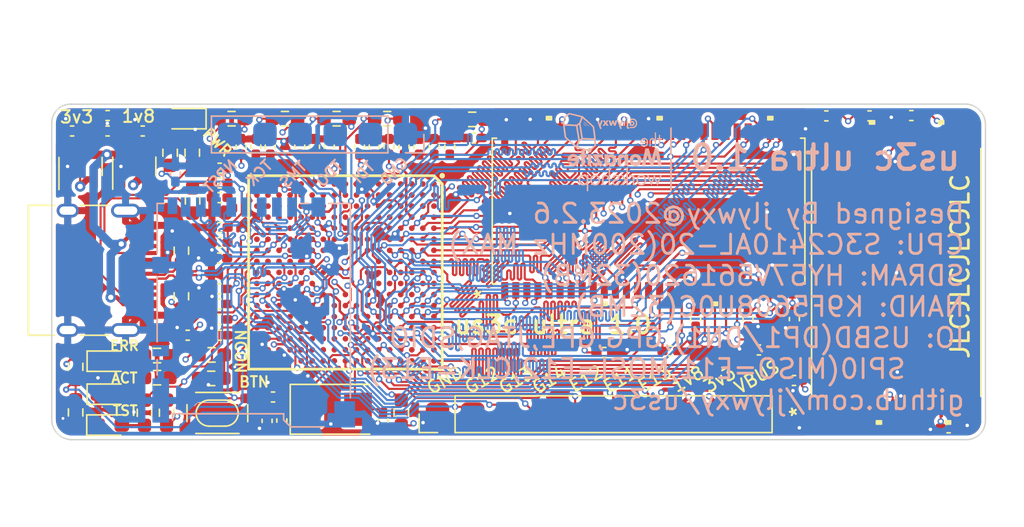
<source format=kicad_pcb>
(kicad_pcb (version 20211014) (generator pcbnew)
  (layers (0 "F.Cu" signal) (1 "In1.Cu" signal) (2 "In2.Cu" signal) (31 "B.Cu" signal) (34 "B.Paste" user) (35 "F.Paste" user) (36 "B.SilkS" user "B.Silkscreen") (37 "F.SilkS" user "F.Silkscreen") (38 "B.Mask" user) (39 "F.Mask" user) (44 "Edge.Cuts" user))
  (net 0 "")
  (net 1 "GND")
  (net 2 "/XTAL_OUT")
  (net 56 "/XTAL_IN")
  (net 57 "/NRESET")
  (net 58 "+3V3")
  (net 60 "+5V")
  (net 61 "+1V8")
  (net 62 "Net-(D1-Pad2)")
  (net 64 "Net-(D2-Pad2)")
  (net 65 "Net-(D3-Pad2)")
  (net 66 "Net-(D4-Pad2)")
  (net 67 "/BUS_DAT15")
  (net 68 "/BUS_DAT11")
  (net 69 "/BUS_DAT6")
  (net 70 "/BUS_DAT1")
  (net 71 "/BUS_ADR13")
  (net 72 "/BUS_ADR6")
  (net 73 "/BUS_ADR2")
  (net 74 "/DRAM_DQML")
  (net 75 "/BUS_DAT13")
  (net 76 "/BUS_DAT9")
  (net 77 "/BUS_DAT5")
  (net 78 "/BUS_DAT0")
  (net 79 "/BUS_ADR24")
  (net 80 "/BUS_ADR12")
  (net 81 "/BUS_ADR8")
  (net 82 "/BUS_ADR4")
  (net 83 "/DRAM_NSRAS")
  (net 84 "/DRAM_DQMU")
  (net 85 "/BUS_DAT12")
  (net 86 "/BUS_DAT7")
  (net 87 "/BUS_DAT4")
  (net 88 "/BUS_ADR7")
  (net 89 "/BUS_ADR3")
  (net 90 "/DRAM_NSCAS")
  (net 91 "/BUS_DAT14")
  (net 92 "/BUS_DAT10")
  (net 93 "/BUS_DAT2")
  (net 94 "/BUS_ADR10")
  (net 95 "/BUS_ADR5")
  (net 96 "/BUS_ADR1")
  (net 97 "/DRAM_SCKE")
  (net 98 "/BUS_DAT3")
  (net 99 "/BUS_ADR23")
  (net 100 "/BUS_ADR11")
  (net 101 "/BUS_NWE")
  (net 102 "/BUS_DAT8")
  (net 103 "/DRAM_SCLK")
  (net 104 "/DRAM_CS")
  (net 105 "/BUS_ADR9")
  (net 106 "/BUS_NWAIT")
  (net 107 "/JTAG_NTRST")
  (net 108 "/JTAG_TCK")
  (net 109 "/JTAG_TDI")
  (net 110 "/JTAG_TMS")
  (net 111 "/JTAG_TDO")
  (net 113 "/USB_DP")
  (net 114 "/USB_DN")
  (net 115 "/GPIO_G12")
  (net 116 "/GPIO_G0")
  (net 117 "/GPIO_G2")
  (net 118 "/GPIO_G9")
  (net 119 "/GPIO_G14")
  (net 120 "/GPIO_G1")
  (net 121 "/GPIO_G13")
  (net 122 "Net-(J1-PadA5)")
  (net 123 "Net-(J1-PadB5)")
  (net 150 "Net-(C1-Pad1)")
  (net 151 "Net-(C2-Pad1)")
  (net 152 "/NAND_ALE")
  (net 153 "/NAND_NFWE")
  (net 154 "/NAND_NFRE")
  (net 155 "/NAND_NFCE")
  (net 156 "/NAND_CLE")
  (net 158 "/SPI0_CLK")
  (net 159 "/NAND_RNB")
  (net 160 "/SPI0_MISO")
  (net 161 "/SPI0_MOSI")
  (net 221 "/NAND_NCON")
  (net 222 "/SD_DAT1")
  (net 223 "/SD_CMD")
  (net 224 "/SD_DAT2")
  (net 225 "/SD_DAT0")
  (net 226 "/SD_DAT3")
  (net 227 "/SD_CLK")
  (net 243 "/OM0")
  (footprint "LED_SMD:LED_0603_1608Metric_Pad1.05x0.95mm_HandSolder" (layer "F.Cu") (at 21.8694 39.2938)
    (fp_text reference "D4" hide)
    (fp_text value "LED")
  )
  (footprint "Package_TO_SOT_SMD:SOT-23" (layer "F.Cu") (at 19.7358 22.8092 90)
    (fp_text reference "U3" hide)
    (fp_text value "XC6206PxxxMR")
  )
  (footprint "Resistor_SMD:R_0603_1608Metric_Pad0.98x0.95mm_HandSolder" (layer "F.Cu") (at 25.9588 40.6381 -90)
    (fp_text reference "R21" hide)
    (fp_text value "10k")
  )
  (footprint "Capacitor_SMD:C_0402_1005Metric_Pad0.74x0.62mm_HandSolder" (layer "F.Cu") (at 29.7855 33.8836)
    (fp_text reference "C45" hide)
    (fp_text value "100nF")
  )
  (footprint "Capacitor_SMD:C_0402_1005Metric_Pad0.74x0.62mm_HandSolder" (layer "F.Cu") (at 31.3436 21.3868 -90)
    (fp_text reference "C21" hide)
    (fp_text value "100nF")
  )
  (footprint "Capacitor_SMD:C_0402_1005Metric_Pad0.74x0.62mm_HandSolder" (layer "F.Cu") (at 35.5854 21.3868 -90)
    (fp_text reference "C40" hide)
    (fp_text value "100nF")
  )
  (footprint "Capacitor_SMD:C_0402_1005Metric_Pad0.74x0.62mm_HandSolder" (layer "F.Cu") (at 24.2316 20.2438)
    (fp_text reference "C35" hide)
    (fp_text value "100nF")
  )
  (footprint "Capacitor_SMD:C_0402_1005Metric_Pad0.74x0.62mm_HandSolder" (layer "F.Cu") (at 29.7855 32.766)
    (fp_text reference "C43" hide)
    (fp_text value "100nF")
  )
  (footprint "jlywxy:BGA272C80P17X17_1400X1400X116" (layer "F.Cu") (at 38.8874 30.481201 -90)
    (fp_text reference "IC1" hide)
    (fp_text value "S3C2410AXX-YO" hide)
  )
  (footprint "Connector_USB:USB_C_Receptacle_HRO_TYPE-C-31-M-12" (layer "F.Cu") (at 19.8599 30.3276 -90)
    (fp_text reference "J1" hide)
    (fp_text value "USB_C_Receptacle_USB2.0")
  )
  (footprint "jlywxy:SW_SPST_SWD_4x3x2" (layer "F.Cu") (at 29.6164 40.6654)
    (fp_text reference "U7" hide)
    (fp_text value "SW_SMD_SPST_4x3x2")
  )
  (footprint "LED_SMD:LED_0603_1608Metric_Pad1.05x0.95mm_HandSolder" (layer "F.Cu") (at 21.844 41.529)
    (fp_text reference "D2" hide)
    (fp_text value "LED")
  )
  (footprint "Capacitor_SMD:C_0402_1005Metric_Pad0.74x0.62mm_HandSolder" (layer "F.Cu") (at 48.1751 20.7518)
    (fp_text reference "C18" hide)
    (fp_text value "100nF")
  )
  (footprint "Capacitor_SMD:C_0402_1005Metric_Pad0.74x0.62mm_HandSolder" (layer "F.Cu") (at 40.9702 21.3868 -90)
    (fp_text reference "C28" hide)
    (fp_text value "100nF")
  )
  (footprint "Capacitor_SMD:C_0402_1005Metric_Pad0.74x0.62mm_HandSolder" (layer "F.Cu") (at 29.7942 28.321)
    (fp_text reference "C26" hide)
    (fp_text value "100nF")
  )
  (footprint "Capacitor_SMD:C_0402_1005Metric_Pad0.74x0.62mm_HandSolder" (layer "F.Cu") (at 37.719 21.3868 -90)
    (fp_text reference "C30" hide)
    (fp_text value "100nF")
  )
  (footprint "Capacitor_SMD:C_0402_1005Metric_Pad0.74x0.62mm_HandSolder" (layer "F.Cu") (at 21.6916 19.1262 180)
    (fp_text reference "C8" hide)
    (fp_text value "100nF")
  )
  (footprint "Capacitor_SMD:C_0402_1005Metric_Pad0.74x0.62mm_HandSolder" (layer "F.Cu") (at 73.66 19.1516)
    (fp_text reference "C25" hide)
    (fp_text value "100nF")
  )
  (footprint "Resistor_SMD:R_0603_1608Metric_Pad0.98x0.95mm_HandSolder" (layer "F.Cu") (at 19.3802 37.3126 90)
    (fp_text reference "R3" hide)
    (fp_text value "NC")
  )
  (footprint "Capacitor_SMD:C_0402_1005Metric_Pad0.74x0.62mm_HandSolder" (layer "F.Cu") (at 79.8068 19.1262)
    (fp_text reference "C15" hide)
    (fp_text value "100nF")
  )
  (footprint "Capacitor_SMD:C_0402_1005Metric_Pad0.74x0.62mm_HandSolder" (layer "F.Cu") (at 29.7942 22.9362)
    (fp_text reference "C41" hide)
    (fp_text value "100nF")
  )
  (footprint "Capacitor_SMD:C_0402_1005Metric_Pad0.74x0.62mm_HandSolder" (layer "F.Cu") (at 62.3824 36.1696 180)
    (fp_text reference "C24" hide)
    (fp_text value "100nF")
  )
  (footprint "Resistor_SMD:R_0603_1608Metric_Pad0.98x0.95mm_HandSolder" (layer "F.Cu") (at 30.6578 19.3548)
    (fp_text reference "R14" hide)
    (fp_text value "10k")
  )
  (footprint "Capacitor_SMD:C_0402_1005Metric_Pad0.74x0.62mm_HandSolder" (layer "F.Cu") (at 41.6052 41.1988 90)
    (fp_text reference "C12" hide)
    (fp_text value "22pF")
  )
  (footprint "Resistor_SMD:R_0603_1608Metric_Pad0.98x0.95mm_HandSolder" (layer "F.Cu") (at 27.813 21.8186 -90)
    (fp_text reference "R9" hide)
    (fp_text value "5.1k")
  )
  (footprint "Capacitor_SMD:C_0402_1005Metric_Pad0.74x0.62mm_HandSolder" (layer "F.Cu") (at 21.6916 20.2438)
    (fp_text reference "C7" hide)
    (fp_text value "100nF")
  )
  (footprint "Capacitor_SMD:C_0402_1005Metric_Pad0.74x0.62mm_HandSolder" (layer "F.Cu") (at 44.2214 21.3868 -90)
    (fp_text reference "C38" hide)
    (fp_text value "100nF")
  )
  (footprint "LED_SMD:LED_0603_1608Metric_Pad1.05x0.95mm_HandSolder" (layer "F.Cu") (at 21.8694 36.9062)
    (fp_text reference "D3" hide)
    (fp_text value "LED")
  )
  (footprint "Capacitor_SMD:C_0402_1005Metric_Pad0.74x0.62mm_HandSolder" (layer "F.Cu") (at 42.037 21.3868 -90)
    (fp_text reference "C22" hide)
    (fp_text value "100nF")
  )
  (footprint "Package_TO_SOT_SMD:SOT-23" (layer "F.Cu") (at 23.622 22.7838 90)
    (fp_text reference "U2" hide)
    (fp_text value "XC6206PxxxMR")
  )
  (footprint "Capacitor_SMD:C_0402_1005Metric_Pad0.74x0.62mm_HandSolder" (layer "F.Cu") (at 36.6522 21.3868 -90)
    (fp_text reference "C39" hide)
    (fp_text value "100nF")
  )
  (footprint "Resistor_SMD:R_0603_1608Metric_Pad0.98x0.95mm_HandSolder" (layer "F.Cu") (at 27.8384 25.273 -90)
    (fp_text reference "R8" hide)
    (fp_text value "5.1k")
  )
  (footprint "Resistor_SMD:R_0603_1608Metric_Pad0.98x0.95mm_HandSolder" (layer "F.Cu") (at 19.3802 40.6146 90)
    (fp_text reference "R13" hide)
    (fp_text value "0")
  )
  (footprint "Capacitor_SMD:C_0402_1005Metric_Pad0.74x0.62mm_HandSolder" (layer "F.Cu") (at 64.2112 33.8328 90)
    (fp_text reference "C3" hide)
    (fp_text value "100nF")
  )
  (footprint "Connector_PinHeader_2.54mm:PinHeader_1x10_P2.54mm_Vertical" (layer "F.Cu") (at 45.5472 40.7416 90)
    (fp_text reference "J3" hide)
    (fp_text value "Conn_01x10")
  )
  (footprint "Resistor_SMD:R_0603_1608Metric_Pad0.98x0.95mm_HandSolder" (layer "F.Cu") (at 27.0256 28.9071 90)
    (fp_text reference "R11" hide)
    (fp_text value "470k")
  )
  (footprint "Capacitor_SMD:C_0402_1005Metric_Pad0.74x0.62mm_HandSolder" (layer "F.Cu") (at 67.9958 33.8328 90)
    (fp_text reference "C32" hide)
    (fp_text value "100nF")
  )
  (footprint "jlywxy:HY57V561620FTP" (layer "F.Cu") (at 60.8076 26.035 90)
    (fp_text reference "U4" hide)
    (fp_text value "HY57V561620FTP" hide)
  )
  (footprint "Capacitor_SMD:C_0402_1005Metric_Pad0.74x0.62mm_HandSolder" (layer "F.Cu") (at 39.9034 21.3868 -90)
    (fp_text reference "C37" hide)
    (fp_text value "100nF")
  )
  (footprint "Capacitor_SMD:C_0402_1005Metric_Pad0.74x0.62mm_HandSolder" (layer "F.Cu") (at 76.7842 19.1516 180)
    (fp_text reference "C29" hide)
    (fp_text value "100nF")
  )
  (footprint "jlywxy:M29W640FB70N6E" (layer "F.Cu") (at 78.7146 30.48 90)
    (fp_text reference "U5" hide)
    (fp_text value "K9F5608U0C" hide)
  )
  (footprint "Capacitor_SMD:C_0402_1005Metric_Pad0.74x0.62mm_HandSolder" (layer "F.Cu") (at 43.1292 21.3868 -90)
    (fp_text reference "C42" hide)
    (fp_text value "100nF")
  )
  (footprint "Capacitor_SMD:C_0402_1005Metric_Pad0.74x0.62mm_HandSolder" (layer "F.Cu") (at 33.2232 41.2242 90)
    (fp_text reference "C48" hide)
    (fp_text value "100nF")
  )
  (footprint "Capacitor_SMD:C_0402_1005Metric_Pad0.74x0.62mm_HandSolder" (layer "F.Cu") (at 19.1262 20.2438)
    (fp_text reference "C10" hide)
    (fp_text value "100nF")
  )
  (footprint "Capacitor_SMD:C_0402_1005Metric_Pad0.74x0.62mm_HandSolder" (layer "F.Cu") (at 32.4104 21.3868 -90)
    (fp_text reference "C46" hide)
    (fp_text value "100nF")
  )
  (footprint "Resistor_SMD:R_0603_1608Metric_Pad0.98x0.95mm_HandSolder" (layer "F.Cu") (at 29.1846 38.1508)
    (fp_text reference "R18" hide)
    (fp_text value "0")
  )
  (footprint "Resistor_SMD:R_0603_1608Metric_Pad0.98x0.95mm_HandSolder" (layer "F.Cu") (at 34.5186 19.3548 180)
    (fp_text reference "R15" hide)
    (fp_text value "10k")
  )
  (footprint "LED_SMD:LED_0603_1608Metric_Pad1.05x0.95mm_HandSolder" (layer "F.Cu") (at 27.1526 19.3548 180)
    (fp_text reference "D1" hide)
    (fp_text value "LED")
  )
  (footprint "Capacitor_SMD:C_0402_1005Metric_Pad0.74x0.62mm_HandSolder" (layer "F.Cu") (at 29.7688 29.4386)
    (fp_text reference "C31" hide)
    (fp_text value "100nF")
  )
  (footprint "Capacitor_SMD:C_0402_1005Metric_Pad0.74x0.62mm_HandSolder" (layer "F.Cu") (at 71.3486 33.8582 90)
    (fp_text reference "C19" hide)
    (fp_text value "100nF")
  )
  (footprint "Resistor_SMD:R_0603_1608Metric_Pad0.98x0.95mm_HandSolder" (layer "F.Cu") (at 29.21 36.449 180)
    (fp_text reference "R12" hide)
    (fp_text value "NC")
  )
  (footprint "Capacitor_SMD:C_0402_1005Metric_Pad0.74x0.62mm_HandSolder" (layer "F.Cu") (at 33.655 39.497 180)
    (fp_text reference "C2" hide)
    (fp_text value "5pF")
  )
  (footprint "Capacitor_SMD:C_0402_1005Metric_Pad0.74x0.62mm_HandSolder" (layer "F.Cu") (at 68.7832 36.0934)
    (fp_text reference "C13" hide)
    (fp_text value "100nF")
  )
  (footprint "Resistor_SMD:R_0603_1608Metric_Pad0.98x0.95mm_HandSolder" (layer "F.Cu") (at 48.0568 19.4056)
    (fp_text reference "R2" hide)
    (fp_text value "10k")
  )
  (footprint "Capacitor_SMD:C_0402_1005Metric_Pad0.74x0.62mm_HandSolder" (layer "F.Cu") (at 27.4828 35.0266)
    (fp_text reference "C9" hide)
    (fp_text value "100nF")
  )
  (footprint "Capacitor_SMD:C_0402_1005Metric_Pad0.74x0.62mm_HandSolder" (layer "F.Cu") (at 29.7942 25.0698)
    (fp_text reference "C33" hide)
    (fp_text value "100nF")
  )
  (footprint "Capacitor_SMD:C_0402_1005Metric_Pad0.74x0.62mm_HandSolder" (layer "F.Cu") (at 57.6072 36.2712 180)
    (fp_text reference "C14" hide)
    (fp_text value "100nF")
  )
  (footprint "Resistor_SMD:R_0603_1608Metric_Pad0.98x0.95mm_HandSolder" (layer "F.Cu") (at 27.0256 32.2072 -90)
    (fp_text reference "R10" hide)
    (fp_text value "1.5k")
  )
  (footprint "Capacitor_SMD:C_0402_1005Metric_Pad0.74x0.62mm_HandSolder" (layer "F.Cu") (at 33.4518 21.3868 -90)
    (fp_text reference "C47" hide)
    (fp_text value "100nF")
  )
  (footprint "Capacitor_SMD:C_0402_1005Metric_Pad0.74x0.62mm_HandSolder" (layer "F.Cu") (at 46.4312 21.3868 -90)
    (fp_text reference "C23" hide)
    (fp_text value "100nF")
  )
  (footprint "Capacitor_SMD:C_0402_1005Metric_Pad0.74x0.62mm_HandSolder" (layer "F.Cu") (at 29.7942 35.0266 180)
    (fp_text reference "C1" hide)
    (fp_text value "5pF")
  )
  (footprint "Crystal:Crystal_SMD_5032-2Pin_5.0x3.2mm" (layer "F.Cu") (at 37.9476 40.386)
    (fp_text reference "Y1" hide)
    (fp_text value "12MHz")
  )
  (footprint "Capacitor_SMD:C_0402_1005Metric_Pad0.74x0.62mm_HandSolder" (layer "F.Cu") (at 29.8029 27.2288)
    (fp_text reference "C27" hide)
    (fp_text value "100nF")
  )
  (footprint "Resistor_SMD:R_0603_1608Metric_Pad0.98x0.95mm_HandSolder" (layer "F.Cu") (at 42.926 40.64 90)
    (fp_text reference "R1" hide)
    (fp_text value "1.5k")
  )
  (footprint "Capacitor_SMD:C_0402_1005Metric_Pad0.74x0.62mm_HandSolder" (layer "F.Cu") (at 34.29 41.1988 90)
    (fp_text reference "C6" hide)
    (fp_text value "22pF")
  )
  (footprint "Resistor_SMD:R_0603_1608Metric_Pad0.98x0.95mm_HandSolder" (layer "F.Cu") (at 24.3586 40.6381 -90)
    (fp_text reference "R5" hide)
    (fp_text value "5.6k")
  )
  (footprint "Capacitor_SMD:C_0402_1005Metric_Pad0.74x0.62mm_HandSolder" (layer "F.Cu") (at 45.3136 21.3868 -90)
    (fp_text reference "C34" hide)
    (fp_text value "100nF")
  )
  (footprint "Resistor_SMD:R_0603_1608Metric_Pad0.98x0.95mm_HandSolder" (layer "F.Cu") (at 41.91 19.3548 180)
    (fp_text reference "R17" hide)
    (fp_text value "10k")
  )
  (footprint "Resistor_SMD:R_0603_1608Metric_Pad0.98x0.95mm_HandSolder" (layer "F.Cu") (at 25.273 36.4979 180)
    (fp_text reference "R6" hide)
    (fp_text value "5.6k")
  )
  (footprint "Capacitor_SMD:C_0402_1005Metric_Pad0.74x0.62mm_HandSolder" (layer "F.Cu") (at 71.3232 38.3032)
    (fp_text reference "C20" hide)
    (fp_text value "100nF")
  )
  (footprint "Resistor_SMD:R_0603_1608Metric_Pad0.98x0.95mm_HandSolder" (layer "F.Cu") (at 26.2128 21.8186 90)
    (fp_text reference "R4" hide)
    (fp_text value "5.6k")
  )
  (footprint "Capacitor_SMD:C_0402_1005Metric_Pad0.74x0.62mm_HandSolder" (layer "F.Cu") (at 29.7688 31.6738)
    (fp_text reference "C36" hide)
    (fp_text value "100nF")
  )
  (footprint "Capacitor_SMD:C_0402_1005Metric_Pad0.74x0.62mm_HandSolder" (layer "F.Cu") (at 82.4992 41.7322 180)
    (fp_text reference "C4" hide)
    (fp_text value "100nF")
  )
  (footprint "Capacitor_SMD:C_0402_1005Metric_Pad0.74x0.62mm_HandSolder" (layer "F.Cu") (at 29.7942 24.003)
    (fp_text reference "C44" hide)
    (fp_text value "100nF")
  )
  (footprint "Resistor_SMD:R_0603_1608Metric_Pad0.98x0.95mm_HandSolder" (layer "F.Cu") (at 38.2524 19.3548 180)
    (fp_text reference "R16" hide)
    (fp_text value "10k")
  )
  (footprint "Resistor_SMD:R_0603_1608Metric_Pad0.98x0.95mm_HandSolder" (layer "F.Cu") (at 25.273 38.0981 180)
    (fp_text reference "R7" hide)
    (fp_text value "5.6k")
  )
  (footprint "Connector_Card:microSD_HC_Hirose_DM3BT-DSF-PEJS" (layer "B.Cu") (at 32.258 33.3756 180)
    (fp_text reference "J4" hide)
    (fp_text value "Micro_SD_Card_Det")
  )
  (footprint "Connector_PinHeader_2.54mm:PinHeader_1x06_P2.54mm_Vertical" (layer "B.Cu") (at 43.2308 20.4978 90)
    (fp_text reference "J2" hide)
    (fp_text value "Conn_01x06_Male")
  )
  (footprint "Capacitor_SMD:C_0402_1005Metric_Pad0.74x0.62mm_HandSolder" (layer "B.Cu") (at 26.5938 23.3426 -90)
    (fp_text reference "C5" hide)
    (fp_text value "100nF")
  )
  (footprint "jlywxy:monazite_kicad" (layer "B.Cu") (at 58.514663 21.812798 180)
    (fp_text reference "G***" hide)
    (fp_text value "LOGO" hide)
  )
  (gr_arc (start 19.013651 42.586032) (mid 18.057843 42.136465) (end 17.653 41.160873) (layer "Edge.Cuts") (width 0.1))
  (gr_arc (start 83.830962 18.29776) (mid 84.790535 18.788786) (end 85.1662 19.799119) (layer "Edge.Cuts") (width 0.1))
  (gr_line (start 85.1662 41.160981) (end 85.1662 19.799119) (layer "Edge.Cuts") (width 0.1))
  (gr_arc (start 17.653 19.64865) (mid 18.085043 18.671468) (end 19.087928 18.303012) (layer "Edge.Cuts") (width 0.1))
  (gr_line (start 83.830962 18.29776) (end 19.087928 18.303012) (layer "Edge.Cuts") (width 0.1))
  (gr_arc (start 85.1662 41.160981) (mid 84.753991 42.189292) (end 83.7184 42.582819) (layer "Edge.Cuts") (width 0.1))
  (gr_line (start 19.013651 42.586032) (end 83.7184 42.582819) (layer "Edge.Cuts") (width 0.1))
  (gr_line (start 17.653 41.160873) (end 17.653 19.64865) (layer "Edge.Cuts") (width 0.1))
  (gr_text "TCK\n" (at 32.6644 23.2918 45) (layer "B.SilkS") (effects (font (size 0.762 0.762)) (justify mirror)))
  (gr_text "TDI" (at 40.2082 23.241 45) (layer "B.SilkS") (effects (font (size 0.762 0.762)) (justify mirror)))
  (gr_text "NRST" (at 29.845 23.5458 45) (layer "B.SilkS") (effects (font (size 0.762 0.762)) (justify mirror)))
  (gr_text "us3c ultra 1.0" (at 83.5152 22.1742) (layer "B.SilkS") (effects (font (size 1.778 1.778) (thickness 0.3048)) (justify left mirror)))
  (gr_text "TDO\n" (at 37.719 23.3172 45) (layer "B.SilkS") (effects (font (size 0.762 0.762)) (justify mirror)))
  (gr_text "GND\n" (at 42.418 23.1648 45) (layer "B.SilkS") (effects (font (size 0.762 0.762)) (justify mirror)))
  (gr_text "TMS" (at 35.1282 23.3934 45) (layer "B.SilkS") (effects (font (size 0.762 0.762)) (justify mirror)))
  (gr_text "Designed By jlywxy@2023.2.6\nCPU: S3C2410AL-20(200MHz MAX)\nSDRAM: HY57V561620(32MB)\nNAND: K9F5608U0C(32MB)\nIO: USBD(DP1/DN1),GPG,GPE,JTAG,SDIO\n    SPI0(MISO=E11,MOSI=E12,CLK=E13)\ngithub.com/jlywxy/us3c" (at 83.7692 32.9692) (layer "B.SilkS") (effects (font (size 1.397 1.397) (thickness 0.2032)) (justify left mirror)))
  (gr_text "GND" (at 46.0756 38.2778 30) (layer "F.SilkS") (effects (font (size 0.9 0.9))))
  (gr_text "NCON" (at 31.2928 36.195 270) (layer "F.SilkS") (effects (font (size 0.762 0.762))))
  (gr_text "VBUS" (at 68.6562 38.0492 30) (layer "F.SilkS") (effects (font (size 0.9 0.9))))
  (gr_text "1v8" (at 23.9268 19.177) (layer "F.SilkS") (effects (font (size 0.9 0.9))))
  (gr_text "1v8" (at 63.6524 38.2016 30) (layer "F.SilkS") (effects (font (size 0.9 0.9))))
  (gr_text "us3c ultra 1.0" (at 46.6344 34.2646) (layer "F.SilkS") (effects (font (size 1.3 1.3) (thickness 0.2286)) (justify left)))
  (gr_text "ACT" (at 22.9108 38.1254) (layer "F.SilkS") (effects (font (size 0.7366 0.7112))))
  (gr_text "E12" (at 56.2864 38.1762 30) (layer "F.SilkS") (effects (font (size 0.9 0.9))))
  (gr_text "BTN" (at 32.2834 38.4048) (layer "F.SilkS") (effects (font (size 0.762 0.762))))
  (gr_text "E13" (at 61.2648 38.1762 30) (layer "F.SilkS") (effects (font (size 0.9 0.9))))
  (gr_text "3v3" (at 65.9638 38.227 30) (layer "F.SilkS") (effects (font (size 0.9 0.9))))
  (gr_text "G13" (at 51.2318 38.2778 30) (layer "F.SilkS") (effects (font (size 0.9 0.9))))
  (gr_text "TST" (at 22.9616 40.4876) (layer "F.SilkS") (effects (font (size 0.7112 0.7112))))
  (gr_text "JLCJLCJLCJLC" (at 83.3374 36.8554 90) (layer "F.SilkS") (effects (font (size 1.3 1.3) (thickness 0.2)) (justify left)))
  (gr_text "G12" (at 48.768 38.2778 30) (layer "F.SilkS") (effects (font (size 0.9 0.9))))
  (gr_text "E11" (at 58.7502 38.227 30) (layer "F.SilkS") (effects (font (size 0.9 0.9))))
  (gr_text "PWR" (at 29.6164 21.0566 -45) (layer "F.SilkS") (effects (font (size 0.762 0.762))))
  (gr_text "ERR" (at 22.9108 35.7886) (layer "F.SilkS") (effects (font (size 0.7112 0.7112))))
  (gr_text "G14" (at 53.6448 38.2524 30) (layer "F.SilkS") (effects (font (size 0.9 0.9))))
  (gr_text "3v3" (at 19.4564 19.2278) (layer "F.SilkS") (effects (font (size 0.9 0.9))))
  (segment (start 35.6874 33.681201) (end 35.6874 33.725108) (width 0.1524) (layer "F.Cu") (net 1))
  (segment (start 70.7811 34.4257) (end 70.7136 34.4932) (width 0.1524) (layer "F.Cu") (net 1))
  (segment (start 35.3046 31.95704) (end 35.3046 32.420083) (width 0.1524) (layer "F.Cu") (net 1))
  (segment (start 30.9626 37.2364) (end 30.8864 37.3126) (width 0.1524) (layer "F.Cu") (net 1))
  (segment (start 28.1959 24.003) (end 27.8384 24.3605) (width 0.1524) (layer "F.Cu") (net 1))
  (segment (start 28.0276 19.3548) (end 28.0276 20.1308) (width 0.1524) (layer "F.Cu") (net 1))
  (segment (start 40.0702 34.064001) (end 39.6874 33.681201) (width 0.1524) (layer "F.Cu") (net 1))
  (segment (start 59.2074 31.115) (end 58.928 30.8356) (width 0.1524) (layer "F.Cu") (net 1))
  (segment (start 37.685985 30.065985) (end 37.161255 30.065985) (width 0.1524) (layer "F.Cu") (net 1))
  (segment (start 22.2417 19.1262) (end 22.2591 19.1262) (width 0.1524) (layer "F.Cu") (net 1))
  (segment (start 78.9646 19.4009) (end 79.2393 19.1262) (width 0.1524) (layer "F.Cu") (net 1))
  (segment (start 41.585295 41.7663) (end 41.6052 41.7663) (width 0.1524) (layer "F.Cu") (net 1))
  (segment (start 58.1747 36.2712) (end 59.055 36.2712) (width 0.1524) (layer "F.Cu") (net 1))
  (segment (start 41.110209 34.098401) (end 40.878085 34.330525) (width 0.1524) (layer "F.Cu") (net 1))
  (segment (start 36.746039 30.481201) (end 36.4874 30.481201) (width 0.1524) (layer "F.Cu") (net 1))
  (segment (start 41.2874 27.281201) (end 41.2874 28.081201) (width 0.1524) (layer "F.Cu") (net 1))
  (segment (start 18.7858 23.7467) (end 18.7858 22.8194) (width 0.1524) (layer "F.Cu") (net 1))
  (segment (start 34.0874 36.081201) (end 33.2874 36.881201) (width 0.1524) (layer "F.Cu") (net 1))
  (segment (start 41.2874 32.881201) (end 41.2874 32.6266) (width 0.1524) (layer "F.Cu") (net 1))
  (segment (start 20.9944 41.5036) (end 20.969 41.529) (width 0.1524) (layer "F.Cu") (net 1))
  (segment (start 45.2874 32.881201) (end 45.325399 32.881201) (width 0.1524) (layer "F.Cu") (net 1))
  (segment (start 54.4068 31.7754) (end 54.4068 31.038237) (width 0.1524) (layer "F.Cu") (net 1))
  (segment (start 40.895821 34.898401) (end 41.352399 34.898401) (width 0.1524) (layer "F.Cu") (net 1))
  (segment (start 44.2214 20.8193) (end 44.2214 20.4978) (width 0.1524) (layer "F.Cu") (net 1))
  (segment (start 29.2434 32.7406) (end 29.218 32.766) (width 0.1524) (layer "F.Cu") (net 1))
  (segment (start 35.028761 31.681201) (end 35.3046 31.95704) (width 0.1524) (layer "F.Cu") (net 1))
  (segment (start 28.2721 38.1508) (end 28.5242 38.1508) (width 0.1524) (layer "F.Cu") (net 1))
  (segment (start 77.3517 19.1516) (end 77.3771 19.1262) (width 0.1524) (layer "F.Cu") (net 1))
  (segment (start 39.946039 35.281201) (end 40.328839 34.898401) (width 0.1524) (layer "F.Cu") (net 1))
  (segment (start 32.4874 35.281201) (end 33.2874 36.081201) (width 0.1524) (layer "F.Cu") (net 1))
  (segment (start 34.4702 36.464001) (end 34.0874 36.081201) (width 0.1524) (layer "F.Cu") (net 1))
  (segment (start 22.6568 22.8092) (end 22.672 22.8244) (width 0.1524) (layer "F.Cu") (net 1))
  (segment (start 41.7046 33.839762) (end 41.445961 34.098401) (width 0.1524) (layer "F.Cu") (net 1))
  (segment (start 40.9194 25.3238) (end 40.9046 25.309) (width 0.1524) (layer "F.Cu") (net 1))
  (segment (start 32.4874 34.481201) (end 33.2874 34.481201) (width 0.1524) (layer "F.Cu") (net 1))
  (segment (start 38.8874 28.881201) (end 38.609401 28.881201) (width 0.1524) (layer "F.Cu") (net 1))
  (segment (start 45.325399 32.881201) (end 45.6438 32.5628) (width 0.1524) (layer "F.Cu") (net 1))
  (segment (start 18.9465 41.5271) (end 18.4658 41.0464) (width 0.1524) (layer "F.Cu") (net 1))
  (segment (start 37.719 20.8193) (end 34.4337 20.8193) (width 0.1524) (layer "F.Cu") (net 1))
  (segment (start 42.4702 34.864001) (end 42.8874 35.281201) (width 0.1524) (layer "F.Cu") (net 1))
  (segment (start 40.4874 31.281201) (end 41.2874 32.081201) (width 0.1524) (layer "F.Cu") (net 1))
  (segment (start 21.1241 20.2438) (end 21.67455 19.69335) (width 0.1524) (layer "F.Cu") (net 1))
  (segment (start 31.06781 35.687) (end 30.9626 35.79221) (width 0.1524) (layer "F.Cu") (net 1))
  (segment (start 31.84252 41.7663) (end 31.81604 41.73982) (width 0.1524) (layer "F.Cu") (net 1))
  (segment (start 64.2112 34.4003) (end 64.2112 34.817632) (width 0.1524) (layer "F.Cu") (net 1))
  (segment (start 29.218 33.8836) (end 29.218 35.0179) (width 0.1524) (layer "F.Cu") (net 1))
  (segment (start 19.3802 41.5271) (end 18.9465 41.5271) (width 0.1524) (layer "F.Cu") (net 1))
  (segment (start 41.2874 32.6266) (end 41.3258 32.5882) (width 0.1524) (layer "F.Cu") (net 1))
  (segment (start 32.4874 36.081201) (end 33.2874 35.281201) (width 0.1524) (layer "F.Cu") (net 1))
  (segment (start 26.9153 35.0266) (end 26.9153 34.6623) (width 0.1524) (layer "F.Cu") (net 1))
  (segment (start 41.2874 32.881201) (end 41.7046 33.298401) (width 0.1524) (layer "F.Cu") (net 1))
  (segment (start 33.2874 36.881201) (end 33.2874 36.081201) (width 0.1524) (layer "F.Cu") (net 1))
  (segment (start 40.6146 34.898401) (end 40.860349 34.898401) (width 0.1524) (layer "F.Cu") (net 1))
  (segment (start 32.4874 34.481201) (end 32.273609 34.481201) (width 0.1524) (layer "F.Cu") (net 1))
  (segment (start 33.7046 30.898401) (end 33.7046 31.2916) (width 0.1524) (layer "F.Cu") (net 1))
  (segment (start 60.8076 19.3548) (end 60.8076 20.2946) (width 0.1524) (layer "F.Cu") (net 1))
  (segment (start 41.7046 33.298401) (end 41.7046 33.5534) (width 0.1524) (layer "F.Cu") (net 1))
  (segment (start 56.8071 19.7231) (end 56.8071 20.2946) (width 0.1524) (layer "F.Cu") (net 1))
  (segment (start 22.672 22.8244) (end 22.672 23.7213) (width 0.1524) (layer "F.Cu") (net 1))
  (segment (start 34.4337 20.8193) (end 34.4337 20.982966) (width 0.1524) (layer "F.Cu") (net 1))
  (segment (start 40.878085 34.916137) (end 40.895821 34.898401) (width 0.1524) (layer "F.Cu") (net 1))
  (segment (start 34.8874 32.881201) (end 34.8874 32.837283) (width 0.1524) (layer "F.Cu") (net 1))
  (segment (start 29.2354 29.4306) (end 29.2434 29.4386) (width 0.1524) (layer "F.Cu") (net 1))
  (segment (start 57.1246 19.4056) (end 56.8071 19.7231) (width 0.1524) (layer "F.Cu") (net 1))
  (segment (start 83.0667 41.7322) (end 83.6676 41.7322) (width 0.1524) (layer "F.Cu") (net 1))
  (segment (start 36.1046 35.698401) (end 36.1046 37.908) (width 0.1524) (layer "F.Cu") (net 1))
  (segment (start 40.8702 29.264001) (end 40.8702 28.498401) (width 0.1524) (layer "F.Cu") (net 1))
  (segment (start 64.2112 34.817632) (end 63.776516 35.252316) (width 0.1524) (layer "F.Cu") (net 1))
  (segment (start 21.67455 19.69335) (end 22.2417 19.1262) (width 0.1524) (layer "F.Cu") (net 1))
  (segment (start 72.04457 42.0624) (end 80.967131 42.0624) (width 0.1524) (layer "F.Cu") (net 1))
  (segment (start 77.3771 19.1262) (end 79.2393 19.1262) (width 0.1524) (layer "F.Cu") (net 1))
  (segment (start 67.9958 34.4003) (end 68.7237 34.4003) (width 0.1524) (layer "F.Cu") (net 1))
  (segment (start 40.611561 34.064001) (end 40.0702 34.064001) (width 0.1524) (layer "F.Cu") (net 1))
  (segment (start 71.3486 34.4257) (end 70.7811 34.4257) (width 0.1524) (layer "F.Cu") (net 1))
  (segment (start 41.276801 25.681201) (end 40.9194 25.3238) (width 0.1524) (layer "F.Cu") (net 1))
  (segment (start 42.8874 25.681201) (end 42.4702 25.264001) (width 0.1524) (layer "F.Cu") (net 1))
  (segment (start 40.878085 34.330525) (end 40.878085 34.916137) (width 0.1524) (layer "F.Cu") (net 1))
  (segment (start 47.5401 20.8193) (end 47.6076 20.7518) (width 0.1524) (layer "F.Cu") (net 1))
  (segment (start 35.6874 35.281201) (end 36.1046 35.698401) (width 0.1524) (layer "F.Cu") (net 1))
  (segment (start 41.386799 34.864001) (end 42.4702 34.864001) (width 0.1524) (layer "F.Cu") (net 1))
  (segment (start 28.0276 20.6915) (end 27.813 20.9061) (width 0.1524) (layer "F.Cu") (net 1))
  (segment (start 62.9499 36.078932) (end 63.776516 35.252316) (width 0.1524) (layer "F.Cu") (net 1))
  (segment (start 59.2074 31.7754) (end 59.2074 31.115) (width 0.1524) (layer "F.Cu") (net 1))
  (segment (start 30.9626 35.79221) (end 30.9626 36.957) (width 0.1524) (layer "F.Cu") (net 1))
  (segment (start 35.6874 33.725108) (end 36.071296 34.109004) (width 0.1524) (layer "F.Cu") (net 1))
  (segment (start 41.2874 29.681201) (end 40.8702 29.264001) (width 0.1524) (layer "F.Cu") (net 1))
  (segment (start 41.3258 32.5882) (end 41.3258 32.119601) (width 0.1524) (layer "F.Cu") (net 1))
  (segment (start 36.4874 33.681201) (end 35.6874 33.681201) (width 0.1524) (layer "F.Cu") (net 1))
  (segment (start 32.4874 26.481201) (end 32.395999 26.481201) (width 0.1524) (layer "F.Cu") (net 1))
  (segment (start 29.218 35.0179) (end 29.2267 35.0266) (width 0.1524) (layer "F.Cu") (net 1))
  (segment (start 45.5472 40.7416) (end 45.1104 40.7416) (width 0.1524) (layer "F.Cu") (net 1))
  (segment (start 29.2434 31.6738) (end 29.2434 32.7406) (width 0.1524) (layer "F.Cu") (net 1))
  (segment (start 33.2874 30.481201) (end 33.7046 30.898401) (width 0.1524) (layer "F.Cu") (net 1))
  (segment (start 18.7858 22.8194) (end 18.796 22.8092) (width 0.1524) (layer "F.Cu") (net 1))
  (segment (start 34.4337 20.982966) (end 34.433516 20.98315) (width 0.1524) (layer "F.Cu") (net 1))
  (segment (start 44.8933 37.287101) (end 46.507488 37.287101) (width 0.1524) (layer "F.Cu") (net 1))
  (segment (start 34.4337 20.8193) (end 31.3436 20.8193) (width 0.1524) (layer "F.Cu") (net 1))
  (segment (start 33.7046 31.439762) (end 33.946039 31.681201) (width 0.1524) (layer "F.Cu") (net 1))
  (segment (start 33.2145 39.497) (end 33.2874 39.4241) (width 0.1524) (layer "F.Cu") (net 1))
  (segment (start 41.7046 33.5534) (end 41.7046 33.839762) (width 0.1524) (layer "F.Cu") (net 1))
  (segment (start 50.4063 19.5453) (end 50.5206 19.431) (width 0.1524) (layer "F.Cu") (net 1))
  (segment (start 34.0874 35.281201) (end 33.2874 35.281201) (width 0.1524) (layer "F.Cu") (net 1))
  (segment (start 40.720001 24.464001) (end 40.0702 24.464001) (width 0.1524) (layer "F.Cu") (net 1))
  (segment (start 54.4068 31.038237) (end 54.3052 30.936637) (width 0.1524) (layer "F.Cu") (net 1))
  (segment (start 38.609401 28.881201) (end 38.4556 28.7274) (width 0.1524) (layer "F.Cu") (net 1))
  (segment (start 78.9646 39.501) (end 79.0448 39.4208) (width 0.1524) (layer "F.Cu") (net 1))
  (segment (start 36.1046 37.908) (end 36.1696 37.973) (width 0.1524) (layer "F.Cu") (net 1))
  (segment (start 40.4874 30.481201) (end 40.4874 31.281201) (width 0.1524) (layer "F.Cu") (net 1))
  (segment (start 39.6874 35.281201) (end 39.946039 35.281201) (width 0.1524) (layer "F.Cu") (net 1))
  (segment (start 34.29 41.7663) (end 31.84252 41.7663) (width 0.1524) (layer "F.Cu") (net 1))
  (segment (start 20.9944 37.0078) (end 20.9944 41.5036) (width 0.1524) (layer "F.Cu") (net 1))
  (segment (start 34.8874 32.837283) (end 35.259274 32.465409) (width 0.1524) (layer "F.Cu") (net 1))
  (segment (start 71.9495 20.2946) (end 73.0925 19.1516) (width 0.1524) (layer "F.Cu") (net 1))
  (segment (start 28.0276 20.1308) (end 28.0276 20.6915) (width 0.1524) (layer "F.Cu") (net 1))
  (segment (start 40.860349 34.898401) (end 40.878085 34.916137) (width 0.1524) (layer "F.Cu") (net 1))
  (segment (start 33.7046 26.898401) (end 32.9046 26.898401) (width 0.1524) (layer "F.Cu") (net 1))
  (segment (start 26.9153 34.6623) (end 26.7208 34.4678) (width 0.1524) (layer "F.Cu") (net 1))
  (segment (start 67.5386 35.8648) (end 67.3862 36.0172) (width 0.1524) (layer "F.Cu") (net 1))
  (segment (start 59.055 36.2712) (end 59.2582 36.068) (width 0.1524) (layer "F.Cu") (net 1))
  (segment (start 41.352399 34.898401) (end 41.386799 34.864001) (width 0.1524) (layer "F.Cu") (net 1))
  (segment (start 41.7046 25.264001) (end 41.2874 25.681201) (width 0.1524) (layer "F.Cu") (net 1))
  (segment (start 36.4874 23.8884) (end 36.7792 23.5966) (width 0.1524) (layer "F.Cu") (net 1))
  (segment (start 40.328839 34.898401) (end 40.6146 34.898401) (width 0.1524) (layer "F.Cu") (net 1))
  (segment (start 43.6874 31.281201) (end 43.6874 31.325894) (width 0.1524) (layer "F.Cu") (net 1))
  (segment (start 40.9046 25.309) (end 40.9046 24.6486) (width 0.1524) (layer "F.Cu") (net 1))
  (segment (start 38.0874 27.281201) (end 38.050801 27.281201) (width 0.1524) (layer "F.Cu") (net 1))
  (segment (start 33.2874 36.881201) (end 33.2874 38.4422) (width 0.1524) (layer "F.Cu") (net 1))
  (segment (start 23.6641 20.2438) (end 23.6641 19.4223) (width 0.1524) (layer "F.Cu") (net 1))
  (segment (start 78.9646 40.31615) (end 78.9646 39.501) (width 0.1524) (layer "F.Cu") (net 1))
  (segment (start 78.9646 20.64385) (end 78.9646 19.4009) (width 0.1524) (layer "F.Cu") (net 1))
  (segment (start 42.0874 28.0674) (end 42.4688 27.686) (width 0.1524) (layer "F.Cu") (net 1))
  (segment (start 33.7046 31.2916) (end 33.7046 31.439762) (width 0.1524) (layer "F.Cu") (net 1))
  (segment (start 29.2354 27.2288) (end 29.2354 29.4306) (width 0.1524) (layer "F.Cu") (net 1))
  (segment (start 24.0599 33.5776) (end 22.9899 34.6476) (width 0.4572) (layer "F.Cu") (net 1))
  (segment (start 26.877 27.9946) (end 26.3652 27.4828) (width 0.1524) (layer "F.Cu") (net 1))
  (segment (start 27.41676 41.73982) (end 31.81604 41.73982) (width 0.1524) (layer "F.Cu") (net 1))
  (segment (start 36.4874 24.081201) (end 36.4874 23.8884) (width 0.1524) (layer "F.Cu") (net 1))
  (segment (start 29.2267 24.003) (end 28.1959 24.003) (width 0.1524) (layer "F.Cu") (net 1))
  (segment (start 28.5242 38.1508) (end 28.9814 38.608) (width 0.1524) (layer "F.Cu") (net 1))
  (segment (start 36.4874 27.281201) (end 36.0702 26.864001) (width 0.1524) (layer "F.Cu") (net 1))
  (segment (start 38.050801 27.281201) (end 37.6936 26.924) (width 0.1524) (layer "F.Cu") (net 1))
  (segment (start 35.6874 29.681201) (end 35.723799 29.681201) (width 0.1524) (layer "F.Cu") (net 1))
  (segment (start 44.2214 20.4978) (end 44.6786 20.0406) (width 0.1524) (layer "F.Cu") (net 1))
  (segment (start 68.0379 35.8648) (end 67.5386 35.8648) (width 0.1524) (layer "F.Cu") (net 1))
  (segment (start 32.395999 26.481201) (end 31.4706 27.4066) (width 0.1524) (layer "F.Cu") (net 1))
  (segment (start 39.9034 20.8193) (end 47.5401 20.8193) (width 0.1524) (layer "F.Cu") (net 1))
  (segment (start 34.0874 27.281201) (end 33.7046 26.898401) (width 0.1524) (layer "F.Cu") (net 1))
  (segment (start 36.0702 26.088) (end 36.068 26.0858) (width 0.1524) (layer "F.Cu") (net 1))
  (segment (start 41.445961 34.098401) (end 41.110209 34.098401) (width 0.1524) (layer "F.Cu") (net 1))
  (segment (start 33.2874 39.4241) (end 33.2874 38.4422) (width 0.1524) (layer "F.Cu") (net 1))
  (segment (start 34.442233 31.681201) (end 35.028761 31.681201) (width 0.1524) (layer "F.Cu") (net 1))
  (segment (start 24.0599 27.0776) (end 22.9899 26.0076) (width 0.4572) (layer "F.Cu") (net 1))
  (segment (start 43.6874 31.325894) (end 44.085606 31.7241) (width 0.1524) (layer "F.Cu") (net 1))
  (segment (start 42.4702 25.264001) (end 41.7046 25.264001) (width 0.1524) (layer "F.Cu") (net 1))
  (segment (start 30.9626 36.957) (end 30.9626 37.2364) (width 0.1524) (layer "F.Cu") (net 1))
  (segment (start 42.0874 28.081201) (end 42.0874 28.0674) (width 0.1524) (layer "F.Cu") (net 1))
  (segment (start 24.2599 33.5776) (end 24.0599 33.5776) (width 0.1524) (layer "F.Cu") (net 1))
  (segment (start 36.0702 26.864001) (end 36.0702 26.088) (width 0.1524) (layer "F.Cu") (net 1))
  (segment (start 52.0065 20.2946) (end 52.0065 19.6469) (width 0.1524) (layer "F.Cu") (net 1))
  (segment (start 71.2089 20.2946) (end 71.9495 20.2946) (width 0.1524) (layer "F.Cu") (net 1))
  (segment (start 41.2874 28.081201) (end 42.0874 28.081201) (width 0.1524) (layer "F.Cu") (net 1))
  (segment (start 40.8702 28.498401) (end 41.2874 28.081201) (width 0.1524) (layer "F.Cu") (net 1))
  (segment (start 41.3258 32.119601) (end 41.2874 32.081201) (width 0.1524) (layer "F.Cu") (net 1))
  (segment (start 32.9046 26.898401) (end 32.4874 26.481201) (width 0.1524) (layer "F.Cu") (net 1))
  (segment (start 62.9499 36.1696) (end 62.9499 36.078932) (width 0.1524) (layer "F.Cu") (net 1))
  (segment (start 44.4874 36.881201) (end 44.8933 37.287101) (width 0.1524) (layer "F.Cu") (net 1))
  (segment (start 50.4063 20.2946) (end 50.4063 19.5453) (width 0.1524) (layer "F.Cu") (net 1))
  (segment (start 24.2599 27.0776) (end 24.0599 27.0776) (width 0.1524) (layer "F.Cu") (net 1))
  (segment (start 80.967131 42.0624) (end 81.187065 41.842466) (width 0.1524) (layer "F.Cu") (net 1))
  (segment (start 35.3046 32.420083) (end 35.259274 32.465409) (width 0.1524) (layer "F.Cu") (net 1))
  (segment (start 18.5587 19.4651) (end 18.669 19.3548) (width 0.1524) (layer "F.Cu") (net 1))
  (segment (start 40.4874 30.481201) (end 41.2874 30.481201) (width 0.1524) (layer "F.Cu") (net 1))
  (segment (start 83.6676 41.7322) (end 83.8454 41.5544) (width 0.1524) (layer "F.Cu") (net 1))
  (segment (start 71.709285 41.727115) (end 72.04457 42.0624) (width 0.1524) (layer "F.Cu") (net 1))
  (segment (start 27.0256 27.9946) (end 26.877 27.9946) (width 0.1524) (layer "F.Cu") (net 1))
  (segment (start 33.946039 31.681201) (end 34.442233 31.681201) (width 0.1524) (layer "F.Cu") (net 1))
  (segment (start 41.2874 25.681201) (end 41.276801 25.681201) (width 0.1524) (layer "F.Cu") (net 1))
  (segment (start 70.7557 38.3032) (end 70.7557 38.5485) (width 0.1524) (layer "F.Cu") (net 1))
  (segment (start 40.9046 24.6486) (end 40.720001 24.464001) (width 0.1524) (layer "F.Cu") (net 1))
  (segment (start 32.273609 34.481201) (end 31.06781 35.687) (width 0.1524) (layer "F.Cu") (net 1))
  (segment (start 41.212463 41.393468) (end 41.585295 41.7663) (width 0.1524) (layer "F.Cu") (net 1))
  (segment (start 37.161255 30.065985) (end 36.746039 30.481201) (width 0.1524) (layer "F.Cu") (net 1))
  (segment (start 70.7557 38.5485) (end 71.247 39.0398) (width 0.1524) (layer "F.Cu") (net 1))
  (segment (start 45.1104 40.7416) (end 44.5008 41.3512) (width 0.1524) (layer "F.Cu") (net 1))
  (segment (start 52.0065 19.6469) (end 52.2478 19.4056) (width 0.1524) (layer "F.Cu") (net 1))
  (segment (start 40.0702 24.464001) (end 39.6874 24.081201) (width 0.1524) (layer "F.Cu") (net 1))
  (segment (start 40.878085 34.330525) (end 40.611561 34.064001) (width 0.1524) (layer "F.Cu") (net 1))
  (segment (start 18.5587 20.2438) (end 18.5587 19.4651) (width 0.1524) (layer "F.Cu") (net 1))
  (segment (start 32.4874 36.881201) (end 33.2874 36.881201) (width 0.1524) (layer "F.Cu") (net 1))
  (segment (start 35.723799 29.681201) (end 36.0934 29.3116) (width 0.1524) (layer "F.Cu") (net 1))
  (via (at 59.2582 36.068) (size 0.4572) (drill 0.254) (layers "F.Cu" "B.Cu") (net 1))
  (via (at 34.4702 36.464001) (size 0.4572) (drill 0.254) (layers "F.Cu" "B.Cu") (net 1))
  (via (at 23.5966 40.5892) (size 0.4572) (drill 0.254) (layers "F.Cu" "B.Cu") (net 1))
  (via (at 37.833 41.4506) (size 0.4572) (drill 0.254) (layers "F.Cu" "B.Cu") (net 1))
  (via (at 37.685985 30.065985) (size 0.4572) (drill 0.254) (layers "F.Cu" "B.Cu") (net 1))
  (via (at 23.6641 19.4223) (size 0.4572) (drill 0.254) (layers "F.Cu" "B.Cu") (net 1))
  (via (at 46.507488 37.287101) (size 0.4572) (drill 0.254) (layers "F.Cu" "B.Cu") (net 1))
  (via (at 71.709285 41.727115) (size 0.4572) (drill 0.254) (layers "F.Cu" "B.Cu") (net 1))
  (via (at 21.67455 19.69335) (size 0.4572) (drill 0.254) (layers "F.Cu" "B.Cu") (net 1))
  (via (at 37.6936 26.924) (size 0.4572) (drill 0.254) (layers "F.Cu" "B.Cu") (net 1))
  (via (at 81.187065 41.842466) (size 0.4572) (drill 0.254) (layers "F.Cu" "B.Cu") (net 1))
  (via (at 40.878085 34.916137) (size 0.4572) (drill 0.254) (layers "F.Cu" "B.Cu") (net 1))
  (via (at 18.669 19.3548) (size 0.4572) (drill 0.254) (layers "F.Cu" "B.Cu") (net 1))
  (via (at 41.212463 41.393468) (size 0.4572) (drill 0.254) (layers "F.Cu" "B.Cu") (net 1))
  (via (at 71.247 39.0398) (size 0.4572) (drill 0.254) (layers "F.Cu" "B.Cu") (net 1))
  (via (at 78.7908 37.6936) (size 0.4572) (drill 0.254) (layers "F.Cu" "B.Cu") (net 1))
  (via (at 60.706 25.527) (size 0.4572) (drill 0.254) (layers "F.Cu" "B.Cu") (net 1))
  (via (at 57.1246 19.4056) (size 0.4572) (drill 0.254) (layers "F.Cu" "B.Cu") (net 1))
  (via (at 36.068 26.0858) (size 0.4572) (drill 0.254) (layers "F.Cu" "B.Cu") (net 1))
  (via (at 50.5206 19.431) (size 0.4572) (drill 0.254) (layers "F.Cu" "B.Cu") (net 1))
  (via (at 79.0448 39.4208) (size 0.4572) (drill 0.254) (layers "F.Cu" "B.Cu") (net 1))
  (via (at 20.9944 38.1114) (size 0.4572) (drill 0.254) (layers "F.Cu" "B.Cu") (net 1))
  (via (at 33.2874 38.4422) (size 0.4572) (drill 0.254) (layers "F.Cu" "B.Cu") (net 1))
  (via (at 71.2978 21.9456) (size 0.4572) (drill 0.254) (layers "F.Cu" "B.Cu") (net 1))
  (via (at 60.8076 19.3548) (size 0.4572) (drill 0.254) (layers "F.Cu" "B.Cu") (net 1))
  (via (at 36.7792 23.5966) (size 0.4572) (drill 0.254) (layers "F.Cu" "B.Cu") (net 1))
  (via (at 45.6438 32.5628) (size 0.4572) (drill 0.254) (layers "F.Cu" "B.Cu") (net 1))
  (via (at 28.9814 38.608) (size 0.4572) (drill 0.254) (layers "F.Cu" "B.Cu") (net 1))
  (via (at 36.071296 34.109004) (size 0.4572) (drill 0.254) (layers "F.Cu" "B.Cu") (net 1))
  (via (at 78.6384 22.4536) (size 0.4572) (drill 0.254) (layers "F.Cu" "B.Cu") (net 1))
  (via (at 35.259274 32.465409) (size 0.4572) (drill 0.254) (layers "F.Cu" "B.Cu") (net 1))
  (via (at 36.0934 29.3116) (size 0.4572) (drill 0.254) (layers "F.Cu" "B.Cu") (net 1))
  (via (at 28.2702 29.4386) (size 0.4572) (drill 0.254) (layers "F.Cu" "B.Cu") (net 1))
  (via (at 22.6568 22.8092) (size 0.4572) (drill 0.254) (layers "F.Cu" "B.Cu") (net 1))
  (via (at 42.4688 27.686) (size 0.4572) (drill 0.254) (layers "F.Cu" "B.Cu") (net 1))
  (via (at 38.4556 28.7274) (size 0.4572) (drill 0.254) (layers "F.Cu" "B.Cu") (net 1))
  (via (at 18.4658 41.0464) (size 0.4572) (drill 0.2032) (layers "F.Cu" "B.Cu") (net 1))
  (via (at 40.9194 25.3238) (size 0.4572) (drill 0.254) (layers "F.Cu" "B.Cu") (net 1))
  (via (at 44.085606 31.7241) (size 0.4572) (drill 0.254) (layers "F.Cu" "B.Cu") (net 1))
  (via (at 32.8676 35.687) (size 0.4572) (drill 0.254) (layers "F.Cu" "B.Cu") (net 1))
  (via (at 68.7237 34.4003) (size 0.4572) (drill 0.254) (layers "F.Cu" "B.Cu") (net 1))
  (via (at 34.442233 31.681201) (size 0.4572) (drill 0.254) (layers "F.Cu" "B.Cu") (net 1))
  (via (at 69.7484 29.9466) (size 0.4572) (drill 0.254) (layers "F.Cu" "B.Cu") (net 1))
  (via (at 32.6731 41.7663) (size 0.4572) (drill 0.254) (layers "F.Cu" "B.Cu") (net 1))
  (via (at 34.433516 20.98315) (size 0.4572) (drill 0.254) (layers "F.Cu" "B.Cu") (net 1))
  (via (at 31.4706 27.4066) (size 0.4572) (drill 0.254) (layers "F.Cu" "B.Cu") (net 1))
  (via (at 26.035 29.0322) (size 0.4572) (drill 0.254) (layers "F.Cu" "B.Cu") (net 1))
  (via (at 70.7136 34.4932) (size 0.4572) (drill 0.254) (layers "F.Cu" "B.Cu") (net 1))
  (via (at 44.6786 20.0406) (size 0.4572) (drill 0.254) (layers "F.Cu" "B.Cu") (net 1))
  (via (at 46.863 24.8417) (size 0.4572) (drill 0.254) (layers "F.Cu" "B.Cu") (net 1))
  (via (at 29.218 34.5106) (size 0.4572) (drill 0.254) (layers "F.Cu" "B.Cu") (net 1))
  (via (at 69.3928 26.1112) (size 0.4572) (drill 0.254) (layers "F.Cu" "B.Cu") (net 1))
  (via (at 28.2956 31.5976) (size 0.4572) (drill 0.254) (layers "F.Cu" "B.Cu") (net 1))
  (via (at 28.0276 20.1308) (size 0.4572) (drill 0.254) (layers "F.Cu" "B.Cu") (net 1))
  (via (at 30.8864 37.3126) (size 0.4572) (drill 0.2032) (layers "F.Cu" "B.Cu") (net 1))
  (via (at 29.2354 28.8544) (size 0.4572) (drill 0.254) (layers "F.Cu" "B.Cu") (net 1))
  (via (at 72.15705 20.08705) (size 0.4572) (drill 0.254) (layers "F.Cu" "B.Cu") (net 1))
  (via (at 52.2478 19.4056) (size 0.4572) (drill 0.254) (layers "F.Cu" "B.Cu") (net 1))
  (via (at 67.3862 36.0172) (size 0.4572) (drill 0.254) (layers "F.Cu" "B.Cu") (net 1))
  (via (at 83.8454 41.5544) (size 0.4572) (drill 0.254) (layers "F.Cu" "B.Cu") (net 1))
  (via (at 54.3052 30.936637) (size 0.4572) (drill 0.254) (layers "F.Cu" "B.Cu") (net 1))
  (via (at 63.776516 35.252316) (size 0.4572) (drill 0.254) (layers "F.Cu" "B.Cu") (net 1))
  (via (at 26.3652 27.4828) (size 0.4572) (drill 0.254) (layers "F.Cu" "B.Cu") (net 1))
  (via (at 40.0702 24.464001) (size 0.4572) (drill 0.254) (layers "F.Cu" "B.Cu") (net 1))
  (via (at 18.796 22.8092) (size 0.4572) (drill 0.254) (layers "F.Cu" "B.Cu") (net 1))
  (via (at 26.7208 34.4678) (size 0.4572) (drill 0.254) (layers "F.Cu" "B.Cu") (net 1))
  (via (at 44.5008 41.3512) (size 0.4572) (drill 0.254) (layers "F.Cu" "B.Cu") (net 1))
  (via (at 50.7746 26.2128) (size 0.4572) (drill 0.254) (layers "F.Cu" "B.Cu") (net 1))
  (via (at 78.359 19.2532) (size 0.4572) (drill 0.254) (layers "F.Cu" "B.Cu") (net 1))
  (via (at 36.1696 37.973) (size 0.4572) (drill 0.254) (layers "F.Cu" "B.Cu") (net 1))
  (via (at 58.928 30.8356) (size 0.4572) (drill 0.254) (layers "F.Cu" "B.Cu") (net 1))
  (via (at 78.74 30.5054) (size 0.4572) (drill 0.254) (layers "F.Cu" "B.Cu") (net 1))
  (via (at 29.2434 32.2152) (size 0.4572) (drill 0.254) (layers "F.Cu" "B.Cu") (net 1))
  (segment (start 26.035 29.4486) (end 26.035 29.0322) (width 0.1524) (layer "B.Cu") (net 1))
  (segment (start 25.533 39.7506) (end 24.4352 39.7506) (width 0.1524) (layer "B.Cu") (net 1))
  (segment (start 38.533 40.7506) (end 37.833 41.4506) (width 0.1524) (layer "B.Cu") (net 1))
  (segment (start 38.833 40.7506) (end 38.533 40.7506) (width 0.1524) (layer "B.Cu") (net 1))
  (segment (start 25.533 29.9506) (end 26.035 29.4486) (width 0.1524) (layer "B.Cu") (net 1))
  (segment (start 24.4352 39.7506) (end 23.5966 40.5892) (width 0.1524) (layer "B.Cu") (net 1))
  (segment (start 37.963239 36.464001) (end 37.6936 36.73364) (width 0.1524) (layer "F.Cu") (net 2))
  (segment (start 34.5353 40.386) (end 36.0976 40.386) (width 0.1524) (layer "F.Cu") (net 2))
  (segment (start 37.6936 37.5158) (end 36.3262 38.8832) (width 0.1524) (layer "F.Cu") (net 2))
  (segment (start 34.29 40.6313) (end 34.5353 40.386) (width 0.1524) (layer "F.Cu") (net 2))
  (segment (start 37.6936 36.73364) (end 37.6936 37.5158) (width 0.1524) (layer "F.Cu") (net 2))
  (segment (start 39.3046 36.464001) (end 37.963239 36.464001) (width 0.1524) (layer "F.Cu") (net 2))
  (segment (start 39.6874 36.081201) (end 39.3046 36.464001) (width 0.1524) (layer "F.Cu") (net 2))
  (segment (start 36.3262 38.8832) (end 36.3262 40.386) (width 0.1524) (layer "F.Cu") (net 2))
  (segment (start 41.3599 40.386) (end 39.7976 40.386) (width 0.1524) (layer "F.Cu") (net 56))
  (segment (start 39.5732 39.933) (end 40.0262 40.386) (width 0.1524) (layer "F.Cu") (net 56))
  (segment (start 39.5732 36.995401) (end 39.5732 39.933) (width 0.1524) (layer "F.Cu") (net 56))
  (segment (start 39.6874 36.881201) (end 39.5732 36.995401) (width 0.1524) (layer "F.Cu") (net 56))
  (segment (start 41.6052 40.6313) (end 41.3599 40.386) (width 0.1524) (layer "F.Cu") (net 56))
  (segment (start 45.3771 19.6215) (end 45.593 19.4056) (width 0.1524) (layer "F.Cu") (net 57))
  (segment (start 39.2702 32.498401) (end 38.8874 32.881201) (width 0.1524) (layer "F.Cu") (net 57))
  (segment (start 39.0398 31.4452) (end 39.2702 31.6756) (width 0.1524) (layer "F.Cu") (net 57))
  (segment (start 45.593 19.4056) (end 46.6871 19.4056) (width 0.1524) (layer "F.Cu") (net 57))
  (segment (start 39.2702 31.6756) (end 39.2702 32.498401) (width 0.1524) (layer "F.Cu") (net 57))
  (via (at 39.0398 31.4452) (size 0.4572) (drill 0.254) (layers "F.Cu" "B.Cu") (net 57))
  (via (at 45.3771 19.6215) (size 0.4572) (drill 0.254) (layers "F.Cu" "B.Cu") (net 57))
  (segment (start 40.4876 25.1714) (end 40.4876 25.8064) (width 0.1524) (layer "B.Cu") (net 57))
  (segment (start 42.57762 23.64018) (end 42.01882 23.64018) (width 0.1524) (layer "B.Cu") (net 57))
  (segment (start 45.3771 20.8407) (end 42.57762 23.64018) (width 0.1524) (layer "B.Cu") (net 57))
  (segment (start 40.4876 25.8064) (end 39.3954 26.8986) (width 0.1524) (layer "B.Cu") (net 57))
  (segment (start 45.3771 19.6215) (end 45.3771 20.8407) (width 0.1524) (layer "B.Cu") (net 57))
  (segment (start 39.3954 26.8986) (end 39.3954 31.0896) (width 0.1524) (layer "B.Cu") (net 57))
  (segment (start 42.01882 23.64018) (end 40.4876 25.1714) (width 0.1524) (layer "B.Cu") (net 57))
  (segment (start 39.3954 31.0896) (end 39.0398 31.4452) (width 0.1524) (layer "B.Cu") (net 57))
  (segment (start 18.7198 37.1094) (end 18.7198 37.0605) (width 0.1524) (layer "F.Cu") (net 58))
  (segment (start 74.8538 19.1516) (end 75.2348 19.5326) (width 0.1524) (layer "F.Cu") (net 58))
  (segment (start 44.8702 26.098401) (end 44.4874 26.481201) (width 0.1524) (layer "F.Cu") (net 58))
  (segment (start 52.0065 32.4739) (end 52.0065 32.509263) (width 0.1524) (layer "F.Cu") (net 58))
  (segment (start 30.3784 29.4386) (end 30.3784 27.2368) (width 0.1524) (layer "F.Cu") (net 58))
  (segment (start 52.0065 31.7754) (end 52.0065 32.4739) (width 0.1524) (layer "F.Cu") (net 58))
  (segment (start 45.7731 35.281201) (end 45.7962 35.258101) (width 0.1524) (layer "F.Cu") (net 58))
  (segment (start 35.4311 19.3548) (end 35.3314 19.3548) (width 0.1524) (layer "F.Cu") (net 58))
  (segment (start 42.4702 30.098401) (end 42.8874 29.681201) (width 0.1524) (layer "F.Cu") (net 58))
  (segment (start 31.3436 22.606) (end 31.4198 22.6822) (width 0.1524) (layer "F.Cu") (net 58))
  (segment (start 81.9317 41.7322) (end 81.9317 41.2663) (width 0.1524) (layer "F.Cu") (net 58))
  (segment (start 78.4646 40.31615) (end 78.4646 39.5264) (width 0.1524) (layer "F.Cu") (net 58))
  (segment (start 37.340312 29.527718) (end 37.537763 29.527718) (width 0.1524) (layer "F.Cu") (net 58))
  (segment (start 40.328839 26.898401) (end 40.0702 27.15704) (width 0.1524) (layer "F.Cu") (net 58))
  (segment (start 31.4198 22.7076) (end 31.369 22.7584) (width 0.1524) (layer "F.Cu") (net 58))
  (segment (start 42.0624 19.3548) (end 41.9354 19.4818) (width 0.1524) (layer "F.Cu") (net 58))
  (segment (start 42.4702 31.698401) (end 42.4702 30.098401) (width 0.1524) (layer "F.Cu") (net 58))
  (segment (start 30.3704 27.2288) (end 31.3944 26.2048) (width 0.1524) (layer "F.Cu") (net 58))
  (segment (start 78.4646 20.64385) (end 78.4646 21.5352) (width 0.1524) (layer "F.Cu") (net 58))
  (segment (start 42.926 41.5525) (end 43.6645 41.5525) (width 0.1524) (layer "F.Cu") (net 58))
  (segment (start 67.9958 33.2653) (end 68.2839 33.2653) (width 0.1524) (layer "F.Cu") (net 58))
  (segment (start 41.9862 22.7584) (end 42.037 22.8092) (width 0.1524) (layer "F.Cu") (net 58))
  (segment (start 48.7426 20.7518) (end 48.7426 19.6323) (width 0.1524) (layer "F.Cu") (net 58))
  (segment (start 36.769629 30.098401) (end 37.028115 29.839915) (width 0.1524) (layer "F.Cu") (net 58))
  (segment (start 44.8702 25.55704) (end 44.8702 26.098401) (width 0.1524) (layer "F.Cu") (net 58))
  (segment (start 31.3944 26.2048) (end 31.3944 24.4348) (width 0.1524) (layer "F.Cu") (net 58))
  (segment (start 68.6395 35.3314) (end 67.2338 35.3314) (width 0.1524) (layer "F.Cu") (net 58))
  (segment (start 39.1673 37.592) (end 38.8874 37.3121) (width 0.1524) (layer "F.Cu") (net 58))
  (segment (start 63.1698 28.9306) (end 63.246 29.0068) (width 0.1524) (layer "F.Cu") (net 58))
  (segment (start 31.3436 21.9543) (end 31.3436 22.606) (width 0.1524) (layer "F.Cu") (net 58))
  (segment (start 81.28 19.1262) (end 80.3743 19.1262) (width 0.1524) (layer "F.Cu") (net 58))
  (segment (start 35.3949 37.3761) (end 35.2702 37.2514) (width 0.1524) (layer "F.Cu") (net 58))
  (segment (start 35.2702 37.2514) (end 35.2702 35.664001) (width 0.1524) (layer "F.Cu") (net 58))
  (segment (start 75.6158 19.1516) (end 76.2167 19.1516) (width 0.1524) (layer "F.Cu") (net 58))
  (segment (start 39.316232 19.506132) (end 39.1649 19.3548) (width 0.1524) (layer "F.Cu") (net 58))
  (segment (start 50.6222 32.6903) (end 50.4063 32.4744) (width 0.1524) (layer "F.Cu") (net 58))
  (segment (start 61.8149 36.1696) (end 61.8149 35.4243) (width 0.1524) (layer "F.Cu") (net 58))
  (segment (start 71.2089 33.151) (end 71.2089 32.7025) (width 0.1524) (layer "F.Cu") (net 58))
  (segment (start 42.0874 32.081201) (end 42.4702 31.698401) (width 0.1524) (layer "F.Cu") (net 58))
  (segment (start 81.661 19.5072) (end 81.28 19.1262) (width 0.1524) (layer "F.Cu") (net 58))
  (segment (start 30.3784 27.2368) (end 30.3704 27.2288) (width 0.1524) (layer "F.Cu") (net 58))
  (segment (start 40.9702 21.9543) (end 42.037 21.9543) (width 0.1524) (layer "F.Cu") (net 58))
  (segment (start 60.8076 31.7754) (end 60.8076 31.2928) (width 0.1524) (layer "F.Cu") (net 58))
  (segment (start 45.163239 25.264001) (end 44.8702 25.55704) (width 0.1524) (layer "F.Cu") (net 58))
  (segment (start 26.0642 41.5506) (end 26.7208 40.894) (width 0.1524) (layer "F.Cu") (net 58))
  (segment (start 37.028115 29.839915) (end 37.340312 29.527718) (width 0.1524) (layer "F.Cu") (net 58))
  (segment (start 42.037 21.9543) (end 42.037 22.6568) (width 0.1524) (layer "F.Cu") (net 58))
  (segment (start 69.1729 35.8648) (end 68.6395 35.3314) (width 0.1524) (layer "F.Cu") (net 58))
  (segment (start 45.2874 35.281201) (end 45.7731 35.281201) (width 0.1524) (layer "F.Cu") (net 58))
  (segment (start 35.6874 30.481201) (end 36.0702 30.098401) (width 0.1524) (layer "F.Cu") (net 58))
  (segment (start 29.7453 19.3548) (end 29.7453 20.0133) (width 0.1524) (layer "F.Cu") (net 58))
  (segment (start 54.4068 20.2946) (end 54.4068 19.558) (width 0.1524) (layer "F.Cu") (net 58))
  (segment (start 50.4063 32.4744) (end 50.4063 31.7754) (width 0.1524) (layer "F.Cu") (net 58))
  (segment (start 65.1764 39.4462) (end 65.8672 40.137) (width 0.3048) (layer "F.Cu") (net 58))
  (segment (start 26.2128 22.733) (end 25.6032 23.3426) (width 0.1524) (layer "F.Cu") (net 58))
  (segment (start 71.3486 33.2907) (end 71.2089 33.151) (width 0.1524) (layer "F.Cu") (net 58))
  (segment (start 64.1009 33.2653) (end 63.7286 32.893) (width 0.1524) (layer "F.Cu") (net 58))
  (segment (start 19.7104 24.257) (end 20.2207 23.7467) (width 0.4572) (layer "F.Cu") (net 58))
  (segment (start 29.0576 20.701) (end 29.0576 20.7772) (width 0.1524) (layer "F.Cu") (net 58))
  (segment (start 18.9738 21.1074) (end 18.9738 22.3266) (width 0.1524) (layer "F.Cu") (net 58))
  (segment (start 35.3314 19.3548) (end 34.3408 20.3454) (width 0.1524) (layer "F.Cu") (net 58))
  (segment (start 39.6874 34.4804) (end 39.3192 34.1122) (width 0.1524) (layer "F.Cu") (net 58))
  (segment (start 56.3367 36.2712) (end 56.1848 36.1193) (width 0.1524) (layer "F.Cu") (net 58))
  (segment (start 27.0256 33.1197) (end 26.8205 33.1197) (width 0.1524) (layer "F.Cu") (net 58))
  (segment (start 48.7426 19.6323) (end 48.9693 19.4056) (width 0.1524) (layer "F.Cu") (net 58))
  (segment (start 38.8874 37.3121) (end 38.8874 36.881201) (width 0.1524) (layer "F.Cu") (net 58))
  (segment (start 46.4566 24.257) (end 45.449599 25.264001) (width 0.1524) (layer "F.Cu") (net 58))
  (segment (start 19.7104 23.0632) (end 19.7104 24.257) (width 0.1524) (layer "F.Cu") (net 58))
  (segment (start 78.4646 39.5264) (end 78.2574 39.3192) (width 0.1524) (layer "F.Cu") (net 58))
  (segment (start 68.2839 33.2653) (end 68.6816 32.8676) (width 0.1524) (layer "F.Cu") (net 58))
  (segment (start 75.2348 19.5326) (end 75.6158 19.1516) (width 0.1524) (layer "F.Cu") (net 58))
  (segment (start 18.7198 37.0605) (end 19.3802 36.4001) (width 0.1524) (layer "F.Cu") (net 58))
  (segment (start 81.964601 40.31615) (end 81.9317 40.349051) (width 0.1524) (layer "F.Cu") (net 58))
  (segment (start 38.8874 32.081201) (end 38.8874 31.955505) (width 0.1524) (layer "F.Cu") (net 58))
  (segment (start 81.9317 40.349051) (end 81.9317 41.2663) (width 0.1524) (layer "F.Cu") (net 58))
  (segment (start 40.0702 27.15704) (end 40.0702 28.4844) (width 0.1524) (layer "F.Cu") (net 58))
  (segment (start 26.2128 22.7311) (end 26.2128 22.733) (width 0.1524) (layer "F.Cu") (net 58))
  (segment (start 29.7453 20.0133) (end 29.0576 20.701) (width 0.1524) (layer "F.Cu") (net 58))
  (segment (start 39.6874 34.481201) (end 39.6874 34.4804) (width 0.1524) (layer "F.Cu") (net 58))
  (segment (start 43.6645 41.5525) (end 43.815 41.402) (width 0.1524) (layer "F.Cu") (net 58))
  (segment (start 78.4646 21.5352) (end 78.1812 21.8186) (width 0.1524) (layer "F.Cu") (net 58))
  (segment (start 41.9862 22.7076) (end 41.9862 22.7584) (width 0.1524) (layer "F.Cu") (net 58))
  (segment (start 45.449599 25.264001) (end 45.163239 25.264001) (width 0.1524) (layer "F.Cu") (net 58))
  (segment (start 36.4874 28.081201) (end 36.531357 28.081201) (width 0.1524) (layer "F.Cu") (net 58))
  (segment (start 25.9588 41.5506) (end 26.0642 41.5506) (width 0.1524) (layer "F.Cu") (net 58))
  (segment (start 47.5401 21.9543) (end 48.7426 20.7518) (width 0.1524) (layer "F.Cu") (net 58))
  (segment (start 29.0576 20.7772) (end 29.083 20.8026) (width 0.1524) (layer "F.Cu") (net 58))
  (segment (start 36.531357 28.081201) (end 36.902101 28.451945) (width 0.1524) (layer "F.Cu") (net 58))
  (segment (start 59.2074 19.5834) (end 59.2074 20.2946) (width 0.1524) (layer "F.Cu") (net 58))
  (segment (start 42.0874 27.281201) (end 41.7046 26.898401) (width 0.1524) (layer "F.Cu") (net 58))
  (segment (start 39.316232 19.926738) (end 39.316232 19.506132) (width 0.1524) (layer "F.Cu") (net 58))
  (segment (start 59.0296 19.4056) (end 59.2074 19.5834) (width 0.1524) (layer "F.Cu") (net 58))
  (segment (start 57.0397 36.2712) (end 56.3367 36.2712) (width 0.1524) (layer "F.Cu") (net 58))
  (segment (start 19.6937 20.2438) (end 19.6937 20.3875) (width 0.1524) (layer "F.Cu") (net 58))
  (segment (start 38.0874 22.3227) (end 38.0874 24.081201) (width 0.1524) (layer "F.Cu") (net 58))
  (segment (start 45.2874 28.081201) (end 46.950899 28.081201) (width 0.1524) (layer "F.Cu") (net 58))
  (segment (start 52.0065 32.576) (end 51.8922 32.6903) (width 0.1524) (layer "F.Cu") (net 58))
  (segment (start 65.8672 40.137) (end 65.8672 40.7416) (width 0.1524) (layer "F.Cu") (net 58))
  (segment (start 61.8149 35.4243) (end 61.7982 35.4076) (width 0.1524) (layer "F.Cu") (net 58))
  (segment (start 35.6874 36.081201) (end 34.8874 35.281201) (width 0.1524) (layer "F.Cu") (net 58))
  (segment (start 56.89575 32.51225) (end 56.8071 32.4236) (width 0.1524) (layer "F.Cu") (net 58))
  (segment (start 46.4312 21.9543) (end 47.5401 21.9543) (width 0.1524) (layer "F.Cu") (net 58))
  (segment (start 71.8907 38.6929) (end 72.136 38.9382) (width 0.1524) (layer "F.Cu") (net 58))
  (segment (start 40.0702 28.4844) (end 38.8366 29.718) (width 0.1524) (layer "F.Cu") (net 58))
  (segment (start 26.8205 33.1197) (end 26.3144 32.6136) (width 0.1524) (layer "F.Cu") (net 58))
  (segment (start 46.950899 28.081201) (end 47.3456 27.6865) (width 0.1524) (layer "F.Cu") (net 58))
  (segment (start 31.4198 22.6822) (end 31.4198 22.7076) (width 0.1524) (layer "F.Cu") (net 58))
  (segment (start 36.0702 30.098401) (end 36.4744 30.098401) (width 0.1524) (layer "F.Cu") (net 58))
  (segment (start 64.2112 33.2653) (end 64.1009 33.2653) (width 0.1524) (layer "F.Cu") (net 58))
  (segment (start 28.2975 36.449) (end 27.6606 36.449) (width 0.1524) (layer "F.Cu") (net 58))
  (segment (start 27.6606 36.449) (end 27.3304 36.7792) (width 0.1524) (layer "F.Cu") (net 58))
  (segment (start 37.719 21.9543) (end 38.0874 22.3227) (width 0.1524) (layer "F.Cu") (net 58))
  (segment (start 46.5836 24.257) (end 46.4566 24.257) (width 0.1524) (layer "F.Cu") (net 58))
  (segment (start 41.7046 26.898401) (end 40.328839 26.898401) (width 0.1524) (layer "F.Cu") (net 58))
  (segment (start 60.8076 31.2928) (end 63.1698 28.9306) (width 0.1524) (layer "F.Cu") (net 58))
  (segment (start 42.8225 19.3548) (end 42.0624 19.3548) (width 0.1524) (layer "F.Cu") (net 58))
  (segment (start 74.2275 19.1516) (end 74.8538 19.1516) (width 0.1524) (layer "F.Cu") (net 58))
  (segment (start 20.2207 23.7467) (end 20.6858 23.7467) (width 0.4572) (layer "F.Cu") (net 58))
  (segment (start 42.037 22.6568) (end 41.9862 22.7076) (width 0.1524) (layer "F.Cu") (net 58))
  (segment (start 19.6937 20.3875) (end 18.9738 21.1074) (width 0.1524) (layer "F.Cu") (net 58))
  (segment (start 63.246 29.0068) (end 63.246 29.0576) (width 0.1524) (layer "F.Cu") (net 58))
  (segment (start 54.4068 19.558) (end 54.5592 19.4056) (width 0.1524) (layer "F.Cu") (net 58))
  (segment (start 71.2089 31.7754) (end 71.2089 32.7025) (width 0.1524) (layer "F.Cu") (net 58))
  (segment (start 36.4744 30.098401) (end 36.769629 30.098401) (width 0.1524) (layer "F.Cu") (net 58))
  (segment (start 35.2702 35.664001) (end 34.8874 35.281201) (width 0.1524) (layer "F.Cu") (net 58))
  (segment (start 56.8071 32.4236) (end 56.8071 31.7754) (width 0.1524) (layer "F.Cu") (net 58))
  (segment (start 18.9738 22.3266) (end 19.7104 23.0632) (width 0.1524) (layer "F.Cu") (net 58))
  (segment (start 38.8874 31.955505) (end 38.0995 31.167605) (width 0.1524) (layer "F.Cu") (net 58))
  (segment (start 71.8907 38.3032) (end 71.8907 38.6929) (width 0.1524) (layer "F.Cu") (net 58))
  (segment (start 52.0065 32.4739) (end 52.0065 32.576) (width 0.1524) (layer "F.Cu") (net 58))
  (via (at 27.3304 36.7792) (size 0.4572) (drill 0.254) (layers "F.Cu" "B.Cu") (net 58))
  (via (at 38.0874 22.9744) (size 0.4572) (drill 0.254) (layers "F.Cu" "B.Cu") (net 58))
  (via (at 54.5592 19.4056) (size 0.4572) (drill 0.254) (layers "F.Cu" "B.Cu") (net 58))
  (via (at 25.6032 23.3426) (size 0.4572) (drill 0.254) (layers "F.Cu" "B.Cu") (net 58))
  (via (at 37.537763 29.527718) (size 0.4572) (drill 0.254) (layers "F.Cu" "B.Cu") (net 58))
  (via (at 35.3949 37.3761) (size 0.4572) (drill 0.254) (layers "F.Cu" "B.Cu") (net 58))
  (via (at 19.7104 24.257) (size 0.762) (drill 0.381) (layers "F.Cu" "B.Cu") (net 58))
  (via (at 31.369 22.7584) (size 0.4572) (drill 0.254) (layers "F.Cu" "B.Cu") (net 58))
  (via (at 68.6816 32.8676) (size 0.4572) (drill 0.254) (layers "F.Cu" "B.Cu") (net 58))
  (via (at 18.7198 37.1094) (size 0.4572) (drill 0.2032) (layers "F.Cu" "B.Cu") (net 58))
  (via (at 46.5836 24.257) (size 0.4572) (drill 0.254) (layers "F.Cu" "B.Cu") (net 58))
  (via (at 67.2338 35.3314) (size 0.4572) (drill 0.254) (layers "F.Cu" "B.Cu") (net 58))
  (via (at 26.7208 40.894) (size 0.4572) (drill 0.254) (layers "F.Cu" "B.Cu") (net 58))
  (via (at 65.1764 39.4462) (size 0.4572) (drill 0.254) (layers "F.Cu" "B.Cu") (net 58))
  (via (at 39.3192 34.1122) (size 0.4572) (drill 0.254) (layers "F.Cu" "B.Cu") (net 58))
  (via (at 71.2089 32.7025) (size 0.4572) (drill 0.254) (layers "F.Cu" "B.Cu") (net 58))
  (via (at 38.0995 31.167605) (size 0.4572) (drill 0.254) (layers "F.Cu" "B.Cu") (net 58))
  (via (at 39.1673 37.592) (size 0.4572) (drill 0.254) (layers "F.Cu" "B.Cu") (net 58))
  (via (at 29.083 20.8026) (size 0.4572) (drill 0.254) (layers "F.Cu" "B.Cu") (net 58))
  (via (at 81.9317 41.2663) (size 0.4572) (drill 0.254) (layers "F.Cu" "B.Cu") (net 58))
  (via (at 48.7426 20.1168) (size 0.4572) (drill 0.254) (layers "F.Cu" "B.Cu") (net 58))
  (via (at 78.2574 39.3192) (size 0.4572) (drill 0.254) (layers "F.Cu" "B.Cu") (net 58))
  (via (at 31.3944 24.4348) (size 0.4572) (drill 0.254) (layers "F.Cu" "B.Cu") (net 58))
  (via (at 51.8922 32.6903) (size 0.4572) (drill 0.254) (layers "F.Cu" "B.Cu") (net 58))
  (via (at 34.3408 20.3454) (size 0.4572) (drill 0.254) (layers "F.Cu" "B.Cu") (net 58))
  (via (at 59.0296 19.4056) (size 0.4572) (drill 0.254) (layers "F.Cu" "B.Cu") (net 58))
  (via (at 72.136 38.9382) (size 0.4572) (drill 0.254) (layers "F.Cu" "B.Cu") (net 58))
  (via (at 41.9354 19.4818) (size 0.4572) (drill 0.254) (layers "F.Cu" "B.Cu") (net 58))
  (via (at 56.89575 32.51225) (size 0.4572) (drill 0.254) (layers "F.Cu" "B.Cu") (net 58))
  (via (at 38.8366 29.718) (size 0.4572) (drill 0.254) (layers "F.Cu" "B.Cu") (net 58))
  (via (at 75.2348 19.5326) (size 0.4572) (drill 0.254) (layers "F.Cu" "B.Cu") (net 58))
  (via (at 56.1848 36.1193) (size 0.4572) (drill 0.254) (layers "F.Cu" "B.Cu") (net 58))
  (via (at 36.902101 28.451945) (size 0.4572) (drill 0.254) (layers "F.Cu" "B.Cu") (net 58))
  (via (at 61.7982 35.4076) (size 0.4572) (drill 0.254) (layers "F.Cu" "B.Cu") (net 58))
  (via (at 50.6222 32.6903) (size 0.4572) (drill 0.254) (layers "F.Cu" "B.Cu") (net 58))
  (via (at 81.661 19.5072) (size 0.4572) (drill 0.254) (layers "F.Cu" "B.Cu") (net 58))
  (via (at 42.4702 30.8878) (size 0.4572) (drill 0.254) (layers "F.Cu" "B.Cu") (net 58))
  (via (at 26.3144 32.6136) (size 0.4572) (drill 0.254) (layers "F.Cu" "B.Cu") (net 58))
  (via (at 78.1812 21.8186) (size 0.4572) (drill 0.254) (layers "F.Cu" "B.Cu") (net 58))
  (via (at 39.316232 19.926738) (size 0.4572) (drill 0.254) (layers "F.Cu" "B.Cu") (net 58))
  (via (at 45.7962 35.258101) (size 0.4572) (drill 0.254) (layers "F.Cu" "B.Cu") (net 58))
  (via (at 43.815 41.402) (size 0.4572) (drill 0.254) (layers "F.Cu" "B.Cu") (net 58))
  (via (at 42.037 22.8092) (size 0.4572) (drill 0.254) (layers "F.Cu" "B.Cu") (net 58))
  (via (at 63.246 29.0576) (size 0.4572) (drill 0.254) (layers "F.Cu" "B.Cu") (net 58))
  (via (at 47.3456 27.6865) (size 0.4572) (drill 0.254) (layers "F.Cu" "B.Cu") (net 58))
  (via (at 63.7286 32.893) (size 0.4572) (drill 0.254) (layers "F.Cu" "B.Cu") (net 58))
  (segment (start 25.6032 23.3426) (end 26.0263 23.3426) (width 0.1524) (layer "B.Cu") (net 58))
  (segment (start 26.0263 23.3426) (end 26.5938 23.9101) (width 0.1524) (layer "B.Cu") (net 58))
  (segment (start 26.5938 23.9101) (end 30.8697 23.9101) (width 0.1524) (layer "B.Cu") (net 58))
  (segment (start 31.3944 24.4348) (end 31.3944 25.412) (width 0.1524) (layer "B.Cu") (net 58))
  (segment (start 30.8697 23.9101) (end 31.3944 24.4348) (width 0.1524) (layer "B.Cu") (net 58))
  (segment (start 31.3944 25.412) (end 31.733 25.7506) (width 0.1524) (layer "B.Cu") (net 58))
  (segment (start 23.4973 21.971) (end 23.5966 21.8717) (width 0.4572) (layer "F.Cu") (net 60))
  (segment (start 21.1241 19.1262) (end 20.4724 19.7779) (width 0.1524) (layer "F.Cu") (net 60))
  (segment (start 20.4724 21.3337) (end 19.8351 21.971) (width 0.1524) (layer "F.Cu") (net 60))
  (segment (start 22.838732 32.7776) (end 24.2599 32.7776) (width 0.3048) (layer "F.Cu") (net 60))
  (segment (start 22.344532 32.2834) (end 22.838732 32.7776) (width 0.3048) (layer "F.Cu") (net 60))
  (segment (start 19.7358 21.8717) (end 19.8351 21.971) (width 0.4572) (layer "F.Cu") (net 60))
  (segment (start 22.2591 20.4834) (end 23.622 21.8463) (width 0.1524) (layer "F.Cu") (net 60))
  (segment (start 66.6463 38.9636) (end 68.4072 40.7245) (width 0.3048) (layer "F.Cu") (net 60))
  (segment (start 68.4072 40.7245) (end 68.4072 40.7416) (width 0.3048) (layer "F.Cu") (net 60))
  (segment (start 22.6822 28.4226) (end 23.2272 27.8776) (width 0.3048) (layer "F.Cu") (net 60))
  (segment (start 21.9202 32.2834) (end 22.344532 32.2834) (width 0.3048) (layer "F.Cu") (net 60))
  (segment (start 20.4724 19.7779) (end 20.4724 21.3337) (width 0.1524) (layer "F.Cu") (net 60))
  (segment (start 19.8351 21.971) (end 23.4973 21.971) (width 0.6096) (layer "F.Cu") (net 60))
  (segment (start 23.2272 27.8776) (end 24.2599 27.8776) (width 0.3048) (layer "F.Cu") (net 60))
  (segment (start 23.5966 21.8717) (end 23.622 21.8463) (width 0.1524) (layer "F.Cu") (net 60))
  (segment (start 61.9252 38.9636) (end 66.6463 38.9636) (width 0.3048) (layer "F.Cu") (net 60))
  (segment (start 61.722 39.1668) (end 61.9252 38.9636) (width 0.3048) (layer "F.Cu") (net 60))
  (segment (start 22.2591 20.2438) (end 22.2591 20.4834) (width 0.1524) (layer "F.Cu") (net 60))
  (via (at 21.9202 32.2834) (size 0.762) (drill 0.381) (layers "F.Cu" "B.Cu") (net 60))
  (via (at 22.6822 28.4226) (size 0.762) (drill 0.381) (layers "F.Cu" "B.Cu") (net 60))
  (via (at 61.722 39.1668) (size 0.4572) (drill 0.254) (layers "F.Cu" "B.Cu") (net 60))
  (via (at 21.6408 21.9456) (size 0.762) (drill 0.381) (layers "F.Cu" "B.Cu") (net 60))
  (segment (start 21.9202 32.2834) (end 21.9202 29.1846) (width 0.6096) (layer "B.Cu") (net 60))
  (segment (start 20.6756 22.9108) (end 21.6408 21.9456) (width 0.6096) (layer "B.Cu") (net 60))
  (segment (start 22.626068 28.4226) (end 21.9202 28.4226) (width 0.6096) (layer "B.Cu") (net 60))
  (segment (start 21.9202 29.1846) (end 22.6822 28.4226) (width 0.6096) (layer "B.Cu") (net 60))
  (segment (start 20.6756 27.178) (end 20.6756 22.9108) (width 0.6096) (layer "B.Cu") (net 60))
  (segment (start 21.9202 28.4226) (end 20.6756 27.178) (width 0.6096) (layer "B.Cu") (net 60))
  (segment (start 22.6822 28.4226) (end 22.626068 28.4226) (width 0.3048) (layer "B.Cu") (net 60))
  (segment (start 35.6874 27.281201) (end 35.2919 26.885701) (width 0.1778) (layer "F.Cu") (net 61))
  (segment (start 36.4874 32.881201) (end 36.919501 32.449101) (width 0.1778) (layer "F.Cu") (net 61))
  (segment (start 39.9034 21.9543) (end 39.9034 22.5298) (width 0.1524) (layer "F.Cu") (net 61))
  (segment (start 43.2829 30.317379) (end 43.2829 30.8623) (width 0.1778) (layer "F.Cu") (net 61))
  (segment (start 42.8874 32.081201) (end 43.2829 31.685701) (width 0.1778) (layer "F.Cu") (net 61))
  (segment (start 34.491799 24.4856) (end 34.0874 24.081201) (width 0.1524) (layer "F.Cu") (net 61))
  (segment (start 38.4829 33.045023) (end 38.481 33.046923) (width 0.1778) (layer "F.Cu") (net 61))
  (segment (start 37.7046 28.7638) (end 37.7046 28.257723) (width 0.1778) (layer "F.Cu") (net 61))
  (segment (start 37.6919 28.245023) (end 37.6919 27.711101) (width 0.1778) (layer "F.Cu") (net 61))
  (segment (start 37.838504 32.081201) (end 38.028003 32.2707) (width 0.1778) (layer "F.Cu") (net 61))
  (segment (start 36.4874 28.881201) (end 36.9046 29.298401) (width 0.1524) (layer "F.Cu") (net 61))
  (segment (start 37.2874 27.281201) (end 36.8702 26.864001) (width 0.1778) (layer "F.Cu") (net 61))
  (segment (start 37.6919 27.711101) (end 37.7046 27.698401) (width 0.1778) (layer "F.Cu") (net 61))
  (segment (start 24.7991 23.4942) (end 24.572 23.7213) (width 0.1524) (layer "F.Cu") (net 61))
  (segment (start 33.4518 21.9543) (end 36.6522 21.9543) (width 0.1524) (layer "F.Cu") (net 61))
  (segment (start 40.005 22.6314) (end 40.005 22.7076) (width 0.1524) (layer "F.Cu") (net 61))
  (segment (start 46.851399 37.706201) (end 44.716601 37.706201) (width 0.1778) (layer "F.Cu") (net 61))
  (segment (start 43.3046 23.3148) (end 43.2829 23.3365) (width 0.1778) (layer "F.Cu") (net 61))
  (segment (start 38.028003 32.2707) (end 38.1635 32.2707) (width 0.1778) (layer "F.Cu") (net 61))
  (segment (start 33.745199 35.698401) (end 33.7312 35.7124) (width 0.1524) (layer "F.Cu") (net 61))
  (segment (start 33.4518 21.9543) (end 33.4518 22.479) (width 0.1524) (layer "F.Cu") (net 61))
  (segment (start 34.5046 35.698401) (end 34.4829 35.676701) (width 0.1778) (layer "F.Cu") (net 61))
  (segment (start 38.4551 34.081201) (end 38.4874 34.081201) (width 0.1524) (layer "F.Cu") (net 61))
  (segment (start 38.8874 30.481201) (end 40.4874 28.881201) (width 0.1778) (layer "F.Cu") (net 61))
  (segment (start 44.1198 37.1094) (end 43.915599 37.1094) (width 0.1778) (layer "F.Cu") (net 61))
  (segment (start 63.7032 39.497) (end 63.3272 39.873) (width 0.3048) (layer "F.Cu") (net 61))
  (segment (start 37.6829 26.085701) (end 38.0874 25.681201) (width 0.1778) (layer "F.Cu") (net 61))
  (segment (start 43.3046 26.098401) (end 43.6874 26.481201) (width 0.1778) (layer "F.Cu") (net 61))
  (segment (start 32.4104 21.9543) (end 33.4518 21.9543) (width 0.1524) (layer "F.Cu") (net 61))
  (segment (start 37.2874 32.081201) (end 37.838504 32.081201) (width 0.1778) (layer "F.Cu") (net 61))
  (segment (start 38.8874 30.481201) (end 38.2778 29.871601) (width 0.1778) (layer "F.Cu") (net 61))
  (segment (start 43.915599 37.1094) (end 43.6874 36.881201) (width 0.1778) (layer "F.Cu") (net 61))
  (segment (start 43.1292 22.3774) (end 42.799 22.7076) (width 0.1524) (layer "F.Cu") (net 61))
  (segment (start 43.1292 21.9543) (end 43.1292 22.3774) (width 0.1524) (layer "F.Cu") (net 61))
  (segment (start 35.6874 31.281201) (end 36.0702 30.898401) (width 0.1524) (layer "F.Cu") (net 61))
  (segment (start 34.0874 23.1146) (end 34.0874 24.081201) (width 0.1524) (layer "F.Cu") (net 61))
  (segment (start 35.2919 26.885701) (end 35.2919 24.7001) (width 0.1778) (layer "F.Cu") (net 61))
  (segment (start 30.3871 25.0698) (end 30.3871 22.9616) (width 0.1524) (layer "F.Cu") (net 61))
  (segment (start 43.2816 30.316079) (end 43.2829 30.317379) (width 0.1778) (layer "F.Cu") (net 61))
  (segment (start 30.3784 31.6738) (end 30.3784 30.27675) (width 0.1524) (layer "F.Cu") (net 61))
  (segment (start 34.5046 35.698401) (end 34.8874 36.081201) (width 0.1778) (layer "F.Cu") (net 61))
  (segment (start 36.8702 26.864001) (end 36.8919 26.842301) (width 0.1778) (layer "F.Cu") (net 61))
  (segment (start 35.2919 24.7001) (end 35.077501 24.485701) (width 0.1778) (layer "F.Cu") (net 61))
  (segment (start 36.873714 32.494887) (end 37.2874 32.081201) (width 0.1778) (layer "F.Cu") (net 61))
  (segment (start 34.4919 24.485701) (end 34.491799 24.4856) (width 0.1778) (layer "F.Cu") (net 61))
  (segment (start 31.33573 29.31942) (end 31.33573 28.05913) (width 0.1524) (layer "F.Cu") (net 61))
  (segment (start 38.2778 29.337) (end 37.7046 28.7638) (width 0.1778) (layer "F.Cu") (net 61))
  (segment (start 33.766899 35.676701) (end 33.745199 35.698401) (width 0.1778) (layer "F.Cu") (net 61))
  (segment (start 30.353 31.6992) (end 30.3784 31.6738) (width 0.1524) (layer "F.Cu") (net 61))
  (segment (start 38.4874 34.081201) (end 38.8874 33.681201) (width 0.1778) (layer "F.Cu") (net 61))
  (segment (start 37.2874 27.281201) (end 37.7046 27.698401) (width 0.1778) (layer "F.Cu") (net 61))
  (segment (start 33.4518 22.479) (end 34.0874 23.1146) (width 0.1524) (layer "F.Cu") (net 61))
  (segment (start 30.3784 30.27675) (end 31.33573 29.31942) (width 0.1524) (layer "F.Cu") (net 61))
  (segment (start 36.919501 32.449101) (end 36.873715 32.494887) (width 0.1524) (layer "F.Cu") (net 61))
  (segment (start 38.1635 32.2707) (end 38.4829 32.5901) (width 0.1778) (layer "F.Cu") (net 61))
  (segment (start 46.864 37.6936) (end 46.851399 37.706201) (width 0.1778) (layer "F.Cu") (net 61))
  (segment (start 42.799 22.8092) (end 43.3046 23.3148) (width 0.1778) (layer "F.Cu") (net 61))
  (segment (start 30.3871 22.9616) (end 30.3617 22.9362) (width 0.1524) (layer "F.Cu") (net 61))
  (segment (start 43.1292 21.9543) (end 45.3136 21.9543) (width 0.1524) (layer "F.Cu") (net 61))
  (segment (start 43.3046 30.064001) (end 43.2816 30.087001) (width 0.1778) (layer "F.Cu") (net 61))
  (segment (start 46.9905 37.5671) (end 46.864 37.6936) (width 0.1524) (layer "F.Cu") (net 61))
  (segment (start 37.2874 31.0386) (end 38.0746 30.2514) (width 0.1524) (layer "F.Cu") (net 61))
  (segment (start 43.6874 29.681201) (end 43.3046 30.064001) (width 0.1778) (layer "F.Cu") (net 61))
  (segment (start 23.5458 24.1554) (end 23.9799 23.7213) (width 0.6096) (layer "F.Cu") (net 61))
  (segment (start 37.084099 26.085701) (end 37.6829 26.085701) (width 0.1778) (layer "F.Cu") (net 61))
  (segment (start 34.4829 35.676701) (end 33.766899 35.676701) (width 0.1778) (layer "F.Cu") (net 61))
  (segment (start 35.077501 24.485701) (end 34.4919 24.485701) (width 0.1778) (layer "F.Cu") (net 61))
  (segment (start 40.4874 28.081201) (end 40.4874 28.881201) (width 0.1778) (layer "F.Cu") (net 61))
  (segment (start 43.2829 26.076701) (end 43.3046 26.098401) (width 0.1778) (layer "F.Cu") (net 61))
  (segment (start 39.9034 22.5298) (end 40.005 22.6314) (width 0.1524) (layer "F.Cu") (net 61))
  (segment (start 31.33573 28.05913) (end 31.33573 27.980946) (width 0.1524) (layer "F.Cu") (net 61))
  (segment (start 37.7046 28.257723) (end 37.6919 28.245023) (width 0.1778) (layer "F.Cu") (net 61))
  (segment (start 43.2829 23.3365) (end 43.2829 26.076701) (width 0.1778) (layer "F.Cu") (net 61))
  (segment (start 33.7312 35.7124) (end 33.715936 35.697136) (width 0.1524) (layer "F.Cu") (net 61))
  (segment (start 43.2829 30.908088) (end 43.3046 30.886388) (width 0.1778) (layer "F.Cu") (net 61))
  (segment (start 34.5046 34.864001) (end 34.4829 34.885701) (width 0.1778) (layer "F.Cu") (net 61))
  (segment (start 24.7991 20.2438) (end 24.7991 23.4942) (width 0.1524) (layer "F.Cu") (net 61))
  (segment (start 38.481 33.274801) (end 38.8874 33.681201) (width 0.1778) (layer "F.Cu") (net 61))
  (segment (start 43.2829 30.8623) (end 43.3046 30.884) (width 0.1778) (layer "F.Cu") (net 61))
  (segment (start 30.8356 33.8836) (end 30.95243 33.76677) (width 0.1524) (layer "F.Cu") (net 61))
  (segment (start 28.0503 35.0266) (end 28.0503 34.5861) (width 0.1524) (layer "F.Cu") (net 61))
  (segment (start 44.716601 37.706201) (end 44.1198 37.1094) (width 0.1778) (layer "F.Cu") (net 61))
  (segment (start 38.4829 32.5901) (end 38.4829 33.045023) (width 0.1778) (layer "F.Cu") (net 61))
  (segment (start 36.873715 32.494887) (end 36.858929 32.494887) (width 0.1524) (layer "F.Cu") (net 61))
  (segment (start 38.8874 33.681201) (end 38.8874 34.481201) (width 0.1778) (layer "F.Cu") (net 61))
  (segment (start 38.0746 30.2514) (end 38.657599 30.2514) (width 0.1524) (layer "F.Cu") (net 61))
  (segment (start 28.0503 34.5861) (end 28.3718 34.2646) (width 0.1524) (layer "F.Cu") (net 61))
  (segment (start 33.715936 35.697136) (end 33.715936 35.696596) (width 0.1524) (layer "F.Cu") (net 61))
  (segment (start 43.2816 30.087001) (end 43.2816 30.316079) (width 0.1778) (layer "F.Cu") (net 61))
  (segment (start 42.799 22.7076) (end 42.799 22.8092) (width 0.1524) (layer "F.Cu") (net 61))
  (segment (start 30.353 33.8836) (end 30.8356 33.8836) (width 0.1524) (layer "F.Cu") (net 61))
  (segment (start 34.4829 34.885701) (end 34.4829 35.676701) (width 0.1778) (layer "F.Cu") (net 61))
  (segment (start 36.858929 32.494887) (end 36.873714 32.494887) (width 0.1524) (layer "F.Cu") (net 61))
  (segment (start 30.95243 33.76677) (end 30.89657 33.76677) (width 0.1524) (layer "F.Cu") (net 61))
  (segment (start 23.9799 23.7213) (end 24.572 23.7213) (width 0.6096) (layer "F.Cu") (net 61))
  (segment (start 43.3046 30.884) (end 43.3046 30.886388) (width 0.1524) (layer "F.Cu") (net 61))
  (segment (start 31.33573 28.05913) (end 31.380103 28.05913) (width 0.1524) (layer "F.Cu") (net 61))
  (segment (start 37.2874 32.081201) (end 37.2874 31.0386) (width 0.1524) (layer "F.Cu") (net 61))
  (segment (start 43.2829 31.685701) (end 43.2829 30.908088) (width 0.1778) (layer "F.Cu") (net 61))
  (segment (start 34.8874 34.481201) (end 34.5046 34.864001) (width 0.1778) (layer "F.Cu") (net 61))
  (segment (start 38.2778 29.871601) (end 38.2778 29.337) (width 0.1778) (layer "F.Cu") (net 61))
  (segment (start 36.8919 26.2779) (end 37.084099 26.085701) (width 0.1778) (layer "F.Cu") (net 61))
  (segment (start 36.8919 26.842301) (end 36.8919 26.2779) (width 0.1778) (layer "F.Cu") (net 61))
  (segment (start 38.657599 30.2514) (end 38.8874 30.481201) (width 0.1524) (layer "F.Cu") (net 61))
  (segment (start 30.353 32.766) (end 30.353 31.6992) (width 0.1524) (layer "F.Cu") (net 61))
  (segment (start 31.380103 28.05913) (end 31.474343 27.96489) (width 0.1524) (layer "F.Cu") (net 61))
  (segment (start 38.481 33.046923) (end 38.481 33.274801) (width 0.1778) (layer "F.Cu") (net 61))
  (via (at 38.4551 34.081201) (size 0.4572) (drill 0.254) (layers "F.Cu" "B.Cu") (net 61))
  (via (at 34.491799 24.4856) (size 0.4572) (drill 0.254) (layers "F.Cu" "B.Cu") (net 61))
  (via (at 63.7032 39.497) (size 0.4572) (drill 0.254) (layers "F.Cu" "B.Cu") (net 61))
  (via (at 36.0702 30.898401) (size 0.4572) (drill 0.254) (layers "F.Cu" "B.Cu") (net 61))
  (via (at 46.9905 37.5671) (size 0.4572) (drill 0.254) (layers "F.Cu" "B.Cu") (net 61))
  (via (at 42.799 22.8092) (size 0.4572) (drill 0.254) (layers "F.Cu" "B.Cu") (net 61))
  (via (at 36.9046 29.298401) (size 0.4572) (drill 0.254) (layers "F.Cu" "B.Cu") (net 61))
  (via (at 43.3046 30.886388) (size 0.4572) (drill 0.254) (layers "F.Cu" "B.Cu") (net 61))
  (via (at 30.89657 33.76677) (size 0.4572) (drill 0.254) (layers "F.Cu" "B.Cu") (net 61))
  (via (at 31.474343 27.96489) (size 0.4572) (drill 0.254) (layers "F.Cu" "B.Cu") (net 61))
  (via (at 28.3718 34.2646) (size 0.4572) (drill 0.254) (layers "F.Cu" "B.Cu") (net 61))
  (via (at 37.7046 27.698401) (size 0.4572) (drill 0.254) (layers "F.Cu" "B.Cu") (net 61))
  (via (at 33.715936 35.696596) (size 0.4572) (drill 0.254) (layers "F.Cu" "B.Cu") (net 61))
  (via (at 36.8702 26.864001) (size 0.4572) (drill 0.254) (layers "F.Cu" "B.Cu") (net 61))
  (via (at 23.5458 24.1554) (size 0.762) (drill 0.381) (layers "F.Cu" "B.Cu") (net 61))
  (via (at 36.858929 32.494887) (size 0.4572) (drill 0.254) (layers "F.Cu" "B.Cu") (net 61))
  (via (at 40.005 22.7076) (size 0.4572) (drill 0.254) (layers "F.Cu" "B.Cu") (net 61))
  (via (at 30.3871 23.4609) (size 0.4572) (drill 0.254) (layers "F.Cu" "B.Cu") (net 61))
  (via (at 38.8874 30.481201) (size 0.4572) (drill 0.254) (layers "F.Cu" "B.Cu") (net 61))
  (segment (start 26.2128 19.4196) (end 26.2776 19.3548) (width 0.1524) (layer "F.Cu") (net 62))
  (segment (start 26.2128 20.9061) (end 26.2128 19.4196) (width 0.1524) (layer "F.Cu") (net 62))
  (segment (start 22.719 41.529) (end 24.337 41.529) (width 0.1524) (layer "F.Cu") (net 64))
  (segment (start 24.337 41.529) (end 24.3586 41.5506) (width 0.1524) (layer "F.Cu") (net 64))
  (segment (start 22.7444 37.0078) (end 23.8506 37.0078) (width 0.1524) (layer "F.Cu") (net 65))
  (segment (start 23.8506 37.0078) (end 24.3605 36.4979) (width 0.1524) (layer "F.Cu") (net 65))
  (segment (start 22.7444 39.2938) (end 23.1648 39.2938) (width 0.1524) (layer "F.Cu") (net 66))
  (segment (start 23.1648 39.2938) (end 24.3605 38.0981) (width 0.1524) (layer "F.Cu") (net 66))
  (segment (start 49.082793 23.960504) (end 49.282125 24.159835) (width 0.1524) (layer "F.Cu") (net 67))
  (segment (start 49.820943 23.800621) (end 49.820943 23.800622) (width 0.1524) (layer "F.Cu") (net 67))
  (segment (start 47.240137 24.273121) (end 47.915354 24.948338) (width 0.1524) (layer "F.Cu") (net 67))
  (segment (start 48.094959 24.948337) (end 48.09496 24.948337) (width 0.1524) (layer "F.Cu") (net 67))
  (segment (start 49.395413 22.117846) (end 50.160432 22.882865) (width 0.1524) (layer "F.Cu") (net 67))
  (segment (start 50.180156 23.441408) (end 50.180156 23.441409) (width 0.1524) (layer "F.Cu") (net 67))
  (segment (start 48.497379 22.836273) (end 48.497381 22.836272) (width 0.1524) (layer "F.Cu") (net 67))
  (segment (start 48.274566 24.589126) (end 48.420546 24.735106) (width 0.1524) (layer "F.Cu") (net 67))
  (segment (start 48.532905 24.735106) (end 48.60015 24.66786) (width 0.1524) (layer "F.Cu") (net 67))
  (segment (start 48.856592 22.47706) (end 48.856594 22.477059) (width 0.1524) (layer "F.Cu") (net 67))
  (segment (start 49.0362 22.477059) (end 49.801219 23.242078) (width 0.1524) (layer "F.Cu") (net 67))
  (segment (start 49.801219 23.242078) (end 50.000551 23.441409) (width 0.1524) (layer "F.Cu") (net 67))
  (segment (start 50.160432 22.882865) (end 50.359764 23.082196) (width 0.1524) (layer "F.Cu") (net 67))
  (segment (start 48.72358 24.319717) (end 48.797436 24.393572) (width 0.1524) (layer "F.Cu") (net 67))
  (segment (start 49.442006 23.601291) (end 49.641338 23.800622) (width 0.1524) (layer "F.Cu") (net 67))
  (segment (start 49.262396 23.780895) (end 48.49738 23.015878) (width 0.1524) (layer "F.Cu") (net 67))
  (segment (start 45.2874 26.481201) (end 46.562093 26.481201) (width 0.1524) (layer "F.Cu") (net 67))
  (segment (start 50.539369 23.082195) (end 50.539369 23.082196) (width 0.1524) (layer "F.Cu") (net 67))
  (segment (start 50.180156 23.261803) (end 49.980822 23.062469) (width 0.1524) (layer "F.Cu") (net 67))
  (segment (start 47.735747 25.127943) (end 47.735748 25.127941) (width 0.1524) (layer "F.Cu") (net 67))
  (segment (start 48.97704 24.213967) (end 48.97704 24.213966) (width 0.1524) (layer "F.Cu") (net 67))
  (segment (start 47.735748 25.127941) (end 47.060532 24.452725) (width 0.1524) (layer "F.Cu") (net 67))
  (segment (start 49.621609 23.421682) (end 48.856593 22.656665) (width 0.1524) (layer "F.Cu") (net 67))
  (segment (start 49.575018 21.758634) (end 49.57502 21.758633) (width 0.1524) (layer "F.Cu") (net 67))
  (segment (start 50.898582 22.543377) (end 50.789051 22.433846) (width 0.1524) (layer "F.Cu") (net 67))
  (segment (start 47.060533 24.27312) (end 47.060531 24.273121) (width 0.1524) (layer "F.Cu") (net 67))
  (segment (start 47.419745 23.913908) (end 47.419743 23.913909) (width 0.1524) (layer "F.Cu") (net 67))
  (segment (start 48.676987 22.836272) (end 49.442006 23.601291) (width 0.1524) (layer "F.Cu") (net 67))
  (segment (start 50.519645 22.523652) (end 50.718977 22.722983) (width 0.1524) (layer "F.Cu") (net 67))
  (segment (start 48.600151 24.555501) (end 48.60015 24.5555) (width 0.1524) (layer "F.Cu") (net 67))
  (segment (start 48.094959 24.768731) (end 48.09496 24.768729) (width 0.1524) (layer "F.Cu") (net 67))
  (segment (start 47.778953 23.554699) (end 47.778955 23.554698) (width 0.1524) (layer "F.Cu") (net 67))
  (segment (start 50.539369 22.90259) (end 50.340035 22.703256) (width 0.1524) (layer "F.Cu") (net 67))
  (segment (start 49.215805 22.117847) (end 49.215807 22.117846) (width 0.1524) (layer "F.Cu") (net 67))
  (segment (start 49.820943 23.621016) (end 49.621609 23.421682) (width 0.1524) (layer "F.Cu") (net 67))
  (segment (start 48.532905 24.735107) (end 48.532905 24.735106) (width 0.1524) (layer "F.Cu") (net 67))
  (segment (start 50.340035 22.703256) (end 49.575019 21.938239) (width 0.1524) (layer "F.Cu") (net 67))
  (segment (start 48.60015 24.5555) (end 47.778954 23.734304) (width 0.1524) (layer "F.Cu") (net 67))
  (segment (start 48.09496 24.948337) (end 48.094959 24.948335) (width 0.1524) (layer "F.Cu") (net 67))
  (segment (start 47.958561 23.554698) (end 48.72358 24.319717) (width 0.1524) (layer "F.Cu") (net 67))
  (segment (start 48.09496 24.768729) (end 47.419744 24.093513) (width 0.1524) (layer "F.Cu") (net 67))
  (segment (start 50.789051 22.254241) (end 51.2064 21.836894) (width 0.1524) (layer "F.Cu") (net 67))
  (segment (start 46.562093 26.481201) (end 47.735747 25.307547) (width 0.1524) (layer "F.Cu") (net 67))
  (segment (start 49.980822 23.062469) (end 49.215806 22.297452) (width 0.1524) (layer "F.Cu") (net 67))
  (segment (start 49.754626 21.758633) (end 50.519645 22.523652) (width 0.1524) (layer "F.Cu") (net 67))
  (segment (start 49.46173 24.159834) (end 49.46173 24.159835) (width 0.1524) (layer "F.Cu") (net 67))
  (segment (start 48.97704 24.213966) (end 48.138167 23.375091) (width 0.1524) (layer "F.Cu") (net 67))
  (segment (start 48.94515 24.393572) (end 48.97704 24.361681) (width 0.1524) (layer "F.Cu") (net 67))
  (segment (start 51.2064 21.836894) (end 51.2064 20.2946) (width 0.1524) (layer "F.Cu") (net 67))
  (segment (start 50.78905 22.254241) (end 50.789051 22.254241) (width 0.1524) (layer "F.Cu") (net 67))
  (segment (start 48.317774 23.195485) (end 49.082793 23.960504) (width 0.1524) (layer "F.Cu") (net 67))
  (segment (start 49.46173 23.980229) (end 49.262396 23.780895) (width 0.1524) (layer "F.Cu") (net 67))
  (segment (start 47.599349 23.913909) (end 48.274566 24.589126) (width 0.1524) (layer "F.Cu") (net 67))
  (segment (start 48.138166 23.195486) (end 48.138168 23.195485) (width 0.1524) (layer "F.Cu") (net 67))
  (segment (start 50.898582 22.722982) (end 50.898582 22.722983) (width 0.1524) (layer "F.Cu") (net 67))
  (arc (start 47.060531 24.273121) (mid 47.150335 24.235922) (end 47.240137 24.273121) (width 0.1524) (layer "F.Cu") (net 67))
  (arc (start 49.215806 22.297452) (mid 49.178608 22.20765) (end 49.215805 22.117847) (width 0.1524) (layer "F.Cu") (net 67))
  (arc (start 49.820943 23.800622) (mid 49.858141 23.710819) (end 49.820943 23.621016) (width 0.1524) (layer "F.Cu") (net 67))
  (arc (start 47.419743 23.913909) (mid 47.509547 23.87671) (end 47.599349 23.913909) (width 0.1524) (layer "F.Cu") (net 67))
  (arc (start 50.000551 23.441409) (mid 50.090354 23.478606) (end 50.180156 23.441408) (width 0.1524) (layer "F.Cu") (net 67))
  (arc (start 48.49738 23.015878) (mid 48.460182 22.926076) (end 48.497379 22.836273) (width 0.1524) (layer "F.Cu") (net 67))
  (arc (start 47.060532 24.452725) (mid 47.023335 24.362922) (end 47.060533 24.27312) (width 0.1524) (layer "F.Cu") (net 67))
  (arc (start 47.778954 23.734304) (mid 47.741756 23.644502) (end 47.778953 23.554699) (width 0.1524) (layer "F.Cu") (net 67))
  (arc (start 48.497381 22.836272) (mid 48.587183 22.799075) (end 48.676987 22.836272) (width 0.1524) (layer "F.Cu") (net 67))
  (arc (start 47.735747 25.307547) (mid 47.772945 25.217744) (end 47.735747 25.127943) (width 0.1524) (layer "F.Cu") (net 67))
  (arc (start 47.419744 24.093513) (mid 47.382547 24.00371) (end 47.419745 23.913908) (width 0.1524) (layer "F.Cu") (net 67))
  (arc (start 48.094959 24.948335) (mid 48.132157 24.858532) (end 48.094959 24.768731) (width 0.1524) (layer "F.Cu") (net 67))
  (arc (start 47.915354 24.948338) (mid 48.005157 24.985535) (end 48.094959 24.948337) (width 0.1524) (layer "F.Cu") (net 67))
  (arc (start 49.282125 24.159835) (mid 49.371928 24.197032) (end 49.46173 24.159834) (width 0.1524) (layer "F.Cu") (net 67))
  (arc (start 49.215807 22.117846) (mid 49.305609 22.080649) (end 49.395413 22.117846) (width 0.1524) (layer "F.Cu") (net 67))
  (arc (start 48.420546 24.735106) (mid 48.476725 24.758377) (end 48.532905 24.735107) (width 0.1524) (layer "F.Cu") (net 67))
  (arc (start 50.180156 23.441409) (mid 50.217354 23.351606) (end 50.180156 23.261803) (width 0.1524) (layer "F.Cu") (net 67))
  (arc (start 48.138168 23.195485) (mid 48.22797 23.158288) (end 48.317774 23.195485) (width 0.1524) (layer "F.Cu") (net 67))
  (arc (start 50.789051 22.433846) (mid 50.751853 22.344044) (end 50.78905 22.254241) (width 0.1524) (layer "F.Cu") (net 67))
  (arc (start 47.778955 23.554698) (mid 47.868757 23.517501) (end 47.958561 23.554698) (width 0.1524) (layer "F.Cu") (net 67))
  (arc (start 49.57502 21.758633) (mid 49.664822 21.721436) (end 49.754626 21.758633) (width 0.1524) (layer "F.Cu") (net 67))
  (arc (start 49.46173 24.159835) (mid 49.498928 24.070032) (end 49.46173 23.980229) (width 0.1524) (layer "F.Cu") (net 67))
  (arc (start 48.138167 23.375091) (mid 48.100969 23.285289) (end 48.138166 23.195486) (width 0.1524) (layer "F.Cu") (net 67))
  (arc (start 48.797436 24.393572) (mid 48.871293 24.424165) (end 48.94515 24.393572) (width 0.1524) (layer "F.Cu") (net 67))
  (arc (start 48.97704 24.361681) (mid 49.007633 24.287824) (end 48.97704 24.213967) (width 0.1524) (layer "F.Cu") (net 67))
  (arc (start 48.856594 22.477059) (mid 48.946396 22.439862) (end 49.0362 22.477059) (width 0.1524) (layer "F.Cu") (net 67))
  (arc (start 50.718977 22.722983) (mid 50.80878 22.76018) (end 50.898582 22.722982) (width 0.1524) (layer "F.Cu") (net 67))
  (arc (start 50.359764 23.082196) (mid 50.449567 23.119393) (end 50.539369 23.082195) (width 0.1524) (layer "F.Cu") (net 67))
  (arc (start 50.898582 22.722983) (mid 50.93578 22.63318) (end 50.898582 22.543377) (width 0.1524) (layer "F.Cu") (net 67))
  (arc (start 49.641338 23.800622) (mid 49.731141 23.837819) (end 49.820943 23.800621) (width 0.1524) (layer "F.Cu") (net 67))
  (arc (start 48.856593 22.656665) (mid 48.819395 22.566863) (end 48.856592 22.47706) (width 0.1524) (layer "F.Cu") (net 67))
  (arc (start 49.575019 21.938239) (mid 49.537821 21.848437) (end 49.575018 21.758634) (width 0.1524) (layer "F.Cu") (net 67))
  (arc (start 50.539369 23.082196) (mid 50.576567 22.992393) (end 50.539369 22.90259) (width 0.1524) (layer "F.Cu") (net 67))
  (arc (start 48.60015 24.66786) (mid 48.623421 24.611681) (end 48.600151 24.555501) (width 0.1524) (layer "F.Cu") (net 67))
  (segment (start 55.0822 22.90719) (end 55.3974 22.90719) (width 0.1524) (layer "F.Cu") (net 68))
  (segment (start 53.731299 23.922768) (end 53.731299 23.922769) (width 0.1524) (layer "F.Cu") (net 68))
  (segment (start 54.130956 24.502029) (end 53.7313 24.102373) (width 0.1524) (layer "F.Cu") (net 68))
  (segment (start 53.010045 25.177181) (end 53.232926 25.400062) (width 0.1524) (layer "F.Cu") (net 68))
  (segment (start 52.471229 25.536392) (end 52.471227 25.536393) (width 0.1524) (layer "F.Cu") (net 68))
  (segment (start 52.830441 25.17718) (end 52.830439 25.177181) (width 0.1524) (layer "F.Cu") (net 68))
  (segment (start 52.694107 25.938879) (end 52.694108 25.938877) (width 0.1524) (layer "F.Cu") (net 68))
  (segment (start 46.632799 27.281201) (end 47.1165 26.7975) (width 0.1524) (layer "F.Cu") (net 68))
  (segment (start 55.5244 21.51019) (end 55.5244 21.183598) (width 0.1524) (layer "F.Cu") (net 68))
  (segment (start 52.694108 26.118485) (end 52.694107 26.118483) (width 0.1524) (layer "F.Cu") (net 68))
  (segment (start 53.053319 25.579667) (end 53.05332 25.579665) (width 0.1524) (layer "F.Cu") (net 68))
  (segment (start 53.548865 24.458756) (end 53.548863 24.458757) (width 0.1524) (layer "F.Cu") (net 68))
  (segment (start 54.5822 22.39919) (end 55.609 22.39919) (width 0.1524) (layer "F.Cu") (net 68))
  (segment (start 52.650833 25.536393) (end 52.873714 25.759274) (width 0.1524) (layer "F.Cu") (net 68))
  (segment (start 54.130956 24.681637) (end 54.130955 24.681635) (width 0.1524) (layer "F.Cu") (net 68))
  (segment (start 52.112017 25.895604) (end 52.112015 25.895605) (width 0.1524) (layer "F.Cu") (net 68))
  (segment (start 52.01509 26.7975) (end 52.334895 26.477695) (width 0.1524) (layer "F.Cu") (net 68))
  (segment (start 55.208592 23.604002) (end 55.208592 23.604001) (width 0.1524) (layer "F.Cu") (net 68))
  (segment (start 54.166881 22.9215) (end 54.16688 22.921502) (width 0.1524) (layer "F.Cu") (net 68))
  (segment (start 52.291621 25.895605) (end 52.514502 26.118486) (width 0.1524) (layer "F.Cu") (net 68))
  (segment (start 53.369257 24.817969) (end 53.592138 25.04085) (width 0.1524) (layer "F.Cu") (net 68))
  (segment (start 53.412532 25.400061) (end 53.412531 25.400059) (width 0.1524) (layer "F.Cu") (net 68))
  (segment (start 53.771744 24.861241) (end 53.548864 24.638361) (width 0.1524) (layer "F.Cu") (net 68))
  (segment (start 55.609 22.14519) (end 54.6822 22.14519) (width 0.1524) (layer "F.Cu") (net 68))
  (segment (start 52.334895 26.298091) (end 52.334896 26.298089) (width 0.1524) (layer "F.Cu") (net 68))
  (segment (start 53.910905 23.922769) (end 54.310562 24.322426) (width 0.1524) (layer "F.Cu") (net 68))
  (segment (start 55.3974 22.65319) (end 54.5822 22.65319) (width 0.1524) (layer "F.Cu") (net 68))
  (segment (start 53.05332 25.759273) (end 53.053319 25.759271) (width 0.1524) (layer "F.Cu") (net 68))
  (segment (start 54.849379 23.783607) (end 54.84938 23.783605) (width 0.1524) (layer "F.Cu") (net 68))
  (segment (start 54.490168 24.142817) (end 53.807669 23.460318) (width 0.1524) (layer "F.Cu") (net 68))
  (segment (start 53.987274 23.280714) (end 54.669774 23.963214) (width 0.1524) (layer "F.Cu") (net 68))
  (segment (start 54.490167 24.322427) (end 54.490168 24.322425) (width 0.1524) (layer "F.Cu") (net 68))
  (segment (start 52.334896 26.298089) (end 52.112016 26.075209) (width 0.1524) (layer "F.Cu") (net 68))
  (segment (start 54.130955 24.502031) (end 54.130956 24.502029) (width 0.1524) (layer "F.Cu") (net 68))
  (segment (start 53.771744 25.040849) (end 53.771743 25.040847) (width 0.1524) (layer "F.Cu") (net 68))
  (segment (start 54.130955 24.681637) (end 54.130956 24.681637) (width 0.1524) (layer "F.Cu") (net 68))
  (segment (start 53.053319 25.759273) (end 53.05332 25.759273) (width 0.1524) (layer "F.Cu") (net 68))
  (segment (start 54.490167 24.142819) (end 54.490168 24.142817) (width 0.1524) (layer "F.Cu") (net 68))
  (segment (start 45.2874 27.281201) (end 46.632799 27.281201) (width 0.1524) (layer "F.Cu") (net 68))
  (segment (start 54.84938 23.963214) (end 54.849379 23.963211) (width 0.1524) (layer "F.Cu") (net 68))
  (segment (start 54.6822 21.89119) (end 56.0666 21.89119) (width 0.1524) (layer "F.Cu") (net 68))
  (segment (start 53.412531 25.220455) (end 53.412532 25.220453) (width 0.1524) (layer "F.Cu") (net 68))
  (segment (start 53.412531 25.400061) (end 53.412532 25.400061) (width 0.1524) (layer "F.Cu") (net 68))
  (segment (start 55.3974 23.16119) (end 55.0822 23.16119) (width 0.1524) (layer "F.Cu") (net 68))
  (segment (start 56.007 20.701) (end 56.007 20.2946) (width 0.1524) (layer "F.Cu") (net 68))
  (segment (start 53.189653 24.817968) (end 53.189651 24.817969) (width 0.1524) (layer "F.Cu") (net 68))
  (segment (start 54.346486 22.921502) (end 55.028986 23.604002) (width 0.1524) (layer "F.Cu") (net 68))
  (segment (start 56.0666 21.63719) (end 55.6514 21.63719) (width 0.1524) (layer "F.Cu") (net 68))
  (segment (start 52.694107 26.118485) (end 52.694108 26.118485) (width 0.1524) (layer "F.Cu") (net 68))
  (segment (start 53.771743 24.861243) (end 53.771744 24.861241) (width 0.1524) (layer "F.Cu") (net 68))
  (segment (start 54.490168 24.322425) (end 54.490167 24.322423) (width 0.1524) (layer "F.Cu") (net 68))
  (segment (start 55.5244 21.183598) (end 56.007 20.701) (width 0.1524) (layer "F.Cu") (net 68))
  (segment (start 53.807669 23.280712) (end 53.807668 23.280714) (width 0.1524) (layer "F.Cu") (net 68))
  (segment (start 55.208592 23.604001) (end 55.5244 23.28819) (width 0.1524) (layer "F.Cu") (net 68))
  (segment (start 47.1165 26.7975) (end 52.01509 26.7975) (width 0.1524) (layer "F.Cu") (net 68))
  (segment (start 53.771743 25.040849) (end 53.771744 25.040849) (width 0.1524) (layer "F.Cu") (net 68))
  (segment (start 55.6936 22.31459) (end 55.6936 22.22979) (width 0.1524) (layer "F.Cu") (net 68))
  (segment (start 53.728469 24.458757) (end 53.95135 24.681638) (width 0.1524) (layer "F.Cu") (net 68))
  (segment (start 53.05332 25.579665) (end 52.83044 25.356785) (width 0.1524) (layer "F.Cu") (net 68))
  (segment (start 53.412532 25.220453) (end 53.189652 24.997573) (width 0.1524) (layer "F.Cu") (net 68))
  (segment (start 54.84938 23.783605) (end 54.166881 23.101106) (width 0.1524) (layer "F.Cu") (net 68))
  (segment (start 52.694108 25.938877) (end 52.471228 25.715997) (width 0.1524) (layer "F.Cu") (net 68))
  (arc (start 52.334895 26.477695) (mid 52.372093 26.387892) (end 52.334895 26.298091) (width 0.1524) (layer "F.Cu") (net 68))
  (arc (start 56.1936 21.76419) (mid 56.156403 21.674387) (end 56.0666 21.63719) (width 0.1524) (layer "F.Cu") (net 68))
  (arc (start 54.310562 24.322426) (mid 54.400364 24.359624) (end 54.490167 24.322427) (width 0.1524) (layer "F.Cu") (net 68))
  (arc (start 55.3974 22.90719) (mid 55.487203 22.869993) (end 55.5244 22.78019) (width 0.1524) (layer "F.Cu") (net 68))
  (arc (start 55.5244 23.28819) (mid 55.487203 23.198387) (end 55.3974 23.16119) (width 0.1524) (layer "F.Cu") (net 68))
  (arc (start 54.490167 24.322423) (mid 54.527365 24.23262) (end 54.490167 24.142819) (width 0.1524) (layer "F.Cu") (net 68))
  (arc (start 53.548864 24.638361) (mid 53.511667 24.548558) (end 53.548865 24.458756) (width 0.1524) (layer "F.Cu") (net 68))
  (arc (start 54.5822 22.65319) (mid 54.492397 22.615993) (end 54.4552 22.52619) (width 0.1524) (layer "F.Cu") (net 68))
  (arc (start 53.771743 25.040847) (mid 53.808941 24.951044) (end 53.771743 24.861243) (width 0.1524) (layer "F.Cu") (net 68))
  (arc (start 56.0666 21.89119) (mid 56.156403 21.853993) (end 56.1936 21.76419) (width 0.1524) (layer "F.Cu") (net 68))
  (arc (start 52.83044 25.356785) (mid 52.793243 25.266982) (end 52.830441 25.17718) (width 0.1524) (layer "F.Cu") (net 68))
  (arc (start 55.028986 23.604002) (mid 55.11879 23.641199) (end 55.208592 23.604002) (width 0.1524) (layer "F.Cu") (net 68))
  (arc (start 53.807668 23.280714) (mid 53.897472 23.243515) (end 53.987274 23.280714) (width 0.1524) (layer "F.Cu") (net 68))
  (arc (start 54.5552 22.01819) (mid 54.592397 21.928387) (end 54.6822 21.89119) (width 0.1524) (layer "F.Cu") (net 68))
  (arc (start 54.6822 22.14519) (mid 54.592397 22.107993) (end 54.5552 22.01819) (width 0.1524) (layer "F.Cu") (net 68))
  (arc (start 52.830439 25.177181) (mid 52.920243 25.139982) (end 53.010045 25.177181) (width 0.1524) (layer "F.Cu") (net 68))
  (arc (start 53.189651 24.817969) (mid 53.279455 24.78077) (end 53.369257 24.817969) (width 0.1524) (layer "F.Cu") (net 68))
  (arc (start 53.412531 25.400059) (mid 53.449729 25.310256) (end 53.412531 25.220455) (width 0.1524) (layer "F.Cu") (net 68))
  (arc (start 54.9552 23.03419) (mid 54.992397 22.944387) (end 55.0822 22.90719) (width 0.1524) (layer "F.Cu") (net 68))
  (arc (start 54.130955 24.681635) (mid 54.168153 24.591832) (end 54.130955 24.502031) (width 0.1524) (layer "F.Cu") (net 68))
  (arc (start 53.807669 23.460318) (mid 53.77047 23.370516) (end 53.807669 23.280712) (width 0.1524) (layer "F.Cu") (net 68))
  (arc (start 53.95135 24.681638) (mid 54.041153 24.718835) (end 54.130955 24.681637) (width 0.1524) (layer "F.Cu") (net 68))
  (arc (start 53.189652 24.997573) (mid 53.152455 24.90777) (end 53.189653 24.817968) (width 0.1524) (layer "F.Cu") (net 68))
  (arc (start 55.6514 21.63719) (mid 55.561597 21.599993) (end 55.5244 21.51019) (width 0.1524) (layer "F.Cu") (net 68))
  (arc (start 55.6936 22.22979) (mid 55.668821 22.169969) (end 55.609 22.14519) (width 0.1524) (layer "F.Cu") (net 68))
  (arc (start 54.4552 22.52619) (mid 54.492397 22.436387) (end 54.5822 22.39919) (width 0.1524) (layer "F.Cu") (net 68))
  (arc (start 52.873714 25.759274) (mid 52.963517 25.796471) (end 53.053319 25.759273) (width 0.1524) (layer "F.Cu") (net 68))
  (arc (start 54.16688 22.921502) (mid 54.256684 22.884303) (end 54.346486 22.921502) (width 0.1524) (layer "F.Cu") (net 68))
  (arc (start 55.609 22.39919) (mid 55.668821 22.374411) (end 55.6936 22.31459) (width 0.1524) (layer "F.Cu") (net 68))
  (arc (start 52.112016 26.075209) (mid 52.074819 25.985406) (end 52.112017 25.895604) (width 0.1524) (layer "F.Cu") (net 68))
  (arc (start 53.592138 25.04085) (mid 53.681941 25.078047) (end 53.771743 25.040849) (width 0.1524) (layer "F.Cu") (net 68))
  (arc (start 53.7313 24.102373) (mid 53.694102 24.012571) (end 53.731299 23.922768) (width 0.1524) (layer "F.Cu") (net 68))
  (arc (start 52.471227 25.536393) (mid 52.561031 25.499194) (end 52.650833 25.536393) (width 0.1524) (layer "F.Cu") (net 68))
  (arc (start 52.514502 26.118486) (mid 52.604305 26.155683) (end 52.694107 26.118485) (width 0.1524) (layer "F.Cu") (net 68))
  (arc (start 54.166881 23.101106) (mid 54.129682 23.011304) (end 54.166881 22.9215) (width 0.1524) (layer "F.Cu") (net 68))
  (arc (start 52.694107 26.118483) (mid 52.731305 26.02868) (end 52.694107 25.938879) (width 0.1524) (layer "F.Cu") (net 68))
  (arc (start 53.548863 24.458757) (mid 53.638667 24.421558) (end 53.728469 24.458757) (width 0.1524) (layer "F.Cu") (net 68))
  (arc (start 53.053319 25.759271) (mid 53.090517 25.669468) (end 53.053319 25.579667) (width 0.1524) (layer "F.Cu") (net 68))
  (arc (start 55.0822 23.16119) (mid 54.992397 23.123993) (end 54.9552 23.03419) (width 0.1524) (layer "F.Cu") (net 68))
  (arc (start 55.5244 22.78019) (mid 55.487203 22.690387) (end 55.3974 22.65319) (width 0.1524) (layer "F.Cu") (net 68))
  (arc (start 52.112015 25.895605) (mid 52.201819 25.858406) (end 52.291621 25.895605) (width 0.1524) (layer "F.Cu") (net 68))
  (arc (start 54.669774 23.963214) (mid 54.759578 24.000411) (end 54.84938 23.963214) (width 0.1524) (layer "F.Cu") (net 68))
  (arc (start 52.471228 25.715997) (mid 52.434031 25.626194) (end 52.471229 25.536392) (width 0.1524) (layer "F.Cu") (net 68))
  (arc (start 53.731299 23.922769) (mid 53.821103 23.88557) (end 53.910905 23.922769) (width 0.1524) (layer "F.Cu") (net 68))
  (arc (start 53.232926 25.400062) (mid 53.322729 25.437259) (end 53.412531 25.400061) (width 0.1524) (layer "F.Cu") (net 68))
  (arc (start 54.849379 23.963211) (mid 54.886577 23.873408) (end 54.849379 23.783607) (width 0.1524) (layer "F.Cu") (net 68))
  (segment (start 57.525272 28.44064) (end 56.661435 29.304474) (width 0.1524) (layer "F.Cu") (net 69))
  (segment (start 59.4614 22.9108) (end 74.3712 22.9108) (width 0.1524) (layer "F.Cu") (net 69))
  (segment (start 56.087269 28.801016) (end 56.087269 28.801017) (width 0.1524) (layer "F.Cu") (net 69))
  (segment (start 55.860872 28.276471) (end 55.966937 28.382536) (width 0.1524) (layer "F.Cu") (net 69))
  (segment (start 56.50575 28.921349) (end 56.505749 28.921349) (width 0.1524) (layer "F.Cu") (net 69))
  (segment (start 54.502129 28.403471) (end 54.502129 27.915648) (width 0.1524) (layer "F.Cu") (net 69))
  (segment (start 53.743739 28.276471) (end 54.121129 28.276471) (width 0.1524) (layer "F.Cu") (net 69))
  (segment (start 55.645129 28.276471) (end 55.860872 28.276471) (width 0.1524) (layer "F.Cu") (net 69))
  (segment (start 57.166062 28.081431) (end 57.166064 28.081432) (width 0.1524) (layer "F.Cu") (net 69))
  (segment (start 58.243689 29.159057) (end 57.583375 29.819368) (width 0.1524) (layer "F.Cu") (net 69))
  (segment (start 75.464599 21.817401) (end 75.464599 20.23745) (width 0.1524) (layer "F.Cu") (net 69))
  (segment (start 57.166064 28.081432) (end 56.50575 28.741743) (width 0.1524) (layer "F.Cu") (net 69))
  (segment (start 54.756129 27.915648) (end 54.756129 28.276471) (width 0.1524) (layer "F.Cu") (net 69))
  (segment (start 56.685354 28.921347) (end 57.345667 28.261035) (width 0.1524) (layer "F.Cu") (net 69))
  (segment (start 55.264129 27.915648) (end 55.264129 28.276471) (width 0.1524) (layer "F.Cu") (net 69))
  (segment (start 54.248129 28.403471) (end 54.248129 28.787294) (width 0.1524) (layer "F.Cu") (net 69))
  (segment (start 57.023 25.3492) (end 59.4614 22.9108) (width 0.1524) (layer "F.Cu") (net 69))
  (segment (start 54.756129 28.276471) (end 54.756129 28.837294) (width 0.1524) (layer "F.Cu") (net 69))
  (segment (start 58.4073 30.8229) (end 58.4073 31.7754) (width 0.1524) (layer "F.Cu") (net 69))
  (segment (start 57.884481 28.799849) (end 56.773157 29.911169) (width 0.1524) (layer "F.Cu") (net 69))
  (segment (start 56.087269 28.801017) (end 56.986457 27.901826) (width 0.1524) (layer "F.Cu") (net 69))
  (segment (start 56.773158 30.090774) (end 56.773157 30.090774) (width 0.1524) (layer "F.Cu") (net 69))
  (segment (start 56.952762 30.090774) (end 58.064082 28.979451) (width 0.1524) (layer "F.Cu") (net 69))
  (segment (start 58.243687 29.159056) (end 58.243689 29.159057) (width 0.1524) (layer "F.Cu") (net 69))
  (segment (start 55.907663 28.801017) (end 55.907664 28.801017) (width 0.1524) (layer "F.Cu") (net 69))
  (segment (start 45.2874 28.881201) (end 53.139009 28.881201) (width 0.1524) (layer "F.Cu") (net 69))
  (segment (start 57.52527 28.440639) (end 57.525272 28.44064) (width 0.1524) (layer "F.Cu") (net 69))
  (segment (start 55.010129 28.837294) (end 55.010129 28.276471) (width 0.1524) (layer "F.Cu") (net 69))
  (segment (start 56.505749 28.921349) (end 56.505749 28.921348) (width 0.1524) (layer "F.Cu") (net 69))
  (segment (start 57.884479 28.799848) (end 57.884481 28.799849) (width 0.1524) (layer "F.Cu") (net 69))
  (segment (start 54.502129 28.787294) (end 54.502129 28.403471) (width 0.1524) (layer "F.Cu") (net 69))
  (segment (start 53.139009 28.881201) (end 53.743739 28.276471) (width 0.1524) (layer "F.Cu") (net 69))
  (segment (start 55.518129 28.837294) (end 55.518129 28.403471) (width 0.1524) (layer "F.Cu") (net 69))
  (segment (start 55.010129 28.276471) (end 55.010129 27.915648) (width 0.1524) (layer "F.Cu") (net 69))
  (segment (start 56.84104 29.484078) (end 56.84104 29.484079) (width 0.1524) (layer "F.Cu") (net 69))
  (segment (start 55.966936 28.562141) (end 55.907664 28.621412) (width 0.1524) (layer "F.Cu") (net 69))
  (segment (start 56.952762 30.090773) (end 56.952762 30.090774) (width 0.1524) (layer "F.Cu") (net 69))
  (segment (start 57.583374 29.998974) (end 58.4073 30.8229) (width 0.1524) (layer "F.Cu") (net 69))
  (segment (start 57.583375 29.998974) (end 57.583374 29.998974) (width 0.1524) (layer "F.Cu") (net 69))
  (segment (start 56.84104 29.484079) (end 57.704874 28.620243) (width 0.1524) (layer "F.Cu") (net 69))
  (segment (start 57.023 26.6954) (end 57.023 25.3492) (width 0.1524) (layer "F.Cu") (net 69))
  (segment (start 55.264129 28.276471) (end 55.264129 28.837294) (width 0.1524) (layer "F.Cu") (net 69))
  (segment (start 57.525272 28.261034) (end 57.525271 28.261034) (width 0.1524) (layer "F.Cu") (net 69))
  (segment (start 56.661436 29.484079) (end 56.661435 29.484079) (width 0.1524) (layer "F.Cu") (net 69))
  (segment (start 74.3712 22.9108) (end 75.464599 21.817401) (width 0.1524) (layer "F.Cu") (net 69))
  (via (at 55.966937 28.382536) (size 0.4572) (drill 0.254) (layers "F.Cu" "B.Cu") (net 69))
  (via (at 57.023 26.6954) (size 0.4572) (drill 0.254) (layers "F.Cu" "B.Cu") (net 69))
  (arc (start 55.966937 28.382536) (mid 56.004134 28.472339) (end 55.966936 28.562141) (width 0.1524) (layer "F.Cu") (net 69))
  (arc (start 54.883129 28.964294) (mid 54.972932 28.927097) (end 55.010129 28.837294) (width 0.1524) (layer "F.Cu") (net 69))
  (arc (start 57.166063 27.901826) (mid 57.20326 27.991629) (end 57.166062 28.081431) (width 0.1524) (layer "F.Cu") (net 69))
  (arc (start 54.502129 27.915648) (mid 54.539326 27.825845) (end 54.629129 27.788648) (width 0.1524) (layer "F.Cu") (net 69))
  (arc (start 54.629129 27.788648) (mid 54.718932 27.825845) (end 54.756129 27.915648) (width 0.1524) (layer "F.Cu") (net 69))
  (arc (start 57.345667 28.261035) (mid 57.435469 28.223837) (end 57.525272 28.261034) (width 0.1524) (layer "F.Cu") (net 69))
  (arc (start 55.391129 28.964294) (mid 55.480932 28.927097) (end 55.518129 28.837294) (width 0.1524) (layer "F.Cu") (net 69))
  (arc (start 56.986457 27.901826) (mid 57.076261 27.864629) (end 57.166063 27.901826) (width 0.1524) (layer "F.Cu") (net 69))
  (arc (start 56.773157 30.090774) (mid 56.86296 30.127971) (end 56.952762 30.090773) (width 0.1524) (layer "F.Cu") (net 69))
  (arc (start 54.121129 28.276471) (mid 54.210932 28.313668) (end 54.248129 28.403471) (width 0.1524) (layer "F.Cu") (net 69))
  (arc (start 56.50575 28.741743) (mid 56.468551 28.831547) (end 56.50575 28.921349) (width 0.1524) (layer "F.Cu") (net 69))
  (arc (start 57.583375 29.819368) (mid 57.546176 29.909172) (end 57.583375 29.998974) (width 0.1524) (layer "F.Cu") (net 69))
  (arc (start 55.010129 27.915648) (mid 55.047326 27.825845) (end 55.137129 27.788648) (width 0.1524) (layer "F.Cu") (net 69))
  (arc (start 58.243688 28.979451) (mid 58.280885 29.069254) (end 58.243687 29.159056) (width 0.1524) (layer "F.Cu") (net 69))
  (arc (start 58.064082 28.979451) (mid 58.153886 28.942254) (end 58.243688 28.979451) (width 0.1524) (layer "F.Cu") (net 69))
  (arc (start 57.704874 28.620243) (mid 57.794678 28.583046) (end 57.88448 28.620243) (width 0.1524) (layer "F.Cu") (net 69))
  (arc (start 56.505749 28.921348) (mid 56.595552 28.958545) (end 56.685354 28.921347) (width 0.1524) (layer "F.Cu") (net 69))
  (arc (start 54.375129 28.914294) (mid 54.464932 28.877097) (end 54.502129 28.787294) (width 0.1524) (layer "F.Cu") (net 69))
  (arc (start 56.661435 29.484079) (mid 56.751238 29.521276) (end 56.84104 29.484078) (width 0.1524) (layer "F.Cu") (net 69))
  (arc (start 57.88448 28.620243) (mid 57.921677 28.710046) (end 57.884479 28.799848) (width 0.1524) (layer "F.Cu") (net 69))
  (arc (start 57.525271 28.261034) (mid 57.562468 28.350837) (end 57.52527 28.440639) (width 0.1524) (layer "F.Cu") (net 69))
  (arc (start 54.756129 28.837294) (mid 54.793326 28.927097) (end 54.883129 28.964294) (width 0.1524) (layer "F.Cu") (net 69))
  (arc (start 56.773157 29.911169) (mid 56.73596 30.000972) (end 56.773158 30.090774) (width 0.1524) (layer "F.Cu") (net 69))
  (arc (start 55.907664 28.801017) (mid 55.997467 28.838214) (end 56.087269 28.801016) (width 0.1524) (layer "F.Cu") (net 69))
  (arc (start 55.518129 28.403471) (mid 55.555326 28.313668) (end 55.645129 28.276471) (width 0.1524) (layer "F.Cu") (net 69))
  (arc (start 54.248129 28.787294) (mid 54.285326 28.877097) (end 54.375129 28.914294) (width 0.1524) (layer "F.Cu") (net 69))
  (arc (start 55.264129 28.837294) (mid 55.301326 28.927097) (end 55.391129 28.964294) (width 0.1524) (layer "F.Cu") (net 69))
  (arc (start 56.661435 29.304474) (mid 56.624238 29.394277) (end 56.661436 29.484079) (width 0.1524) (layer "F.Cu") (net 69))
  (arc (start 55.907664 28.621412) (mid 55.870466 28.711214) (end 55.907663 28.801017) (width 0.1524) (layer "F.Cu") (net 69))
  (arc (start 55.137129 27.788648) (mid 55.226932 27.825845) (end 55.264129 27.915648) (width 0.1524) (layer "F.Cu") (net 69))
  (segment (start 46.659201 29.645001) (end 46.659201 30.557498) (width 0.1524) (layer "F.Cu") (net 70))
  (segment (start 81.9658 21.8186) (end 81.9658 20.8788) (width 0.1524) (layer "F.Cu") (net 70))
  (segment (start 48.183201 29.645001) (end 48.183201 30.557498) (width 0.1524) (layer "F.Cu") (net 70))
  (segment (start 49.225401 29.768316) (end 49.148858 29.844859) (width 0.1524) (layer "F.Cu") (net 70))
  (segment (start 50.149944 30.845945) (end 50.3047 31.0007) (width 0.1524) (layer "F.Cu") (net 70))
  (segment (start 48.786295 31.13197) (end 48.786294 31.13197) (width 0.1524) (layer "F.Cu") (net 70))
  (segment (start 50.615575 29.6619) (end 50.615574 29.661898) (width 0.1524) (layer "F.Cu") (net 70))
  (segment (start 52.8066 32.335415) (end 52.524355 32.61766) (width 0.1524) (layer "F.Cu") (net 70))
  (segment (start 48.851348 30.348495) (end 48.851347 30.348495) (width 0.1524) (layer "F.Cu") (net 70))
  (segment (start 49.325107 31.491177) (end 49.325107 31.491178) (width 0.1524) (layer "F.Cu") (net 70))
  (segment (start 45.2874 29.681201) (end 46.369001 29.681201) (width 0.1524) (layer "F.Cu") (net 70))
  (segment (start 49.938167 29.800492) (end 49.521328 30.217328) (width 0.1524) (layer "F.Cu") (net 70))
  (segment (start 47.421201 30.557498) (end 47.421201 29.645001) (width 0.1524) (layer "F.Cu") (net 70))
  (segment (start 52.8066 31.369) (end 52.8066 31.7754) (width 0.1524) (layer "F.Cu") (net 70))
  (segment (start 47.167201 29.645001) (end 47.167201 30.557498) (width 0.1524) (layer "F.Cu") (net 70))
  (segment (start 49.225401 29.768315) (end 49.225401 29.768316) (width 0.1524) (layer "F.Cu") (net 70))
  (segment (start 48.965899 31.13197) (end 50.435968 29.661897) (width 0.1524) (layer "F.Cu") (net 70))
  (segment (start 48.564201 29.518001) (end 48.614201 29.518001) (width 0.1524) (layer "F.Cu") (net 70))
  (segment (start 51.8517 29.961203) (end 51.8517 30.8737) (width 0.1524) (layer "F.Cu") (net 70))
  (segment (start 49.938167 29.620888) (end 49.938166 29.620886) (width 0.1524) (layer "F.Cu") (net 70))
  (segment (start 46.913201 30.557498) (end 46.913201 29.645001) (width 0.1524) (layer "F.Cu") (net 70))
  (segment (start 50.149944 30.845944) (end 50.149944 30.845945) (width 0.1524) (layer "F.Cu") (net 70))
  (segment (start 49.52133 30.21733) (end 48.786294 30.952365) (width 0.1524) (layer "F.Cu") (net 70))
  (segment (start 48.965899 31.131969) (end 48.965899 31.13197) (width 0.1524) (layer "F.Cu") (net 70))
  (segment (start 49.148858 29.844859) (end 49.162119 29.858119) (width 0.1524) (layer "F.Cu") (net 70))
  (segment (start 48.822001 29.518001) (end 48.892711 29.588711) (width 0.1524) (layer "F.Cu") (net 70))
  (segment (start 49.145503 31.491178) (end 49.145502 31.491178) (width 0.1524) (layer "F.Cu") (net 70))
  (segment (start 50.615575 29.841504) (end 49.145502 31.311573) (width 0.1524) (layer "F.Cu") (net 70))
  (segment (start 51.0897 30.8737) (end 51.0897 29.961203) (width 0.1524) (layer "F.Cu") (net 70))
  (segment (start 48.437201 30.557498) (end 48.437201 29.645001) (width 0.1524) (layer "F.Cu") (net 70))
  (segment (start 60.0202 24.6126) (end 60.1726 24.4602) (width 0.1524) (layer "F.Cu") (net 70))
  (segment (start 50.8357 30.461203) (end 50.8357 30.8737) (width 0.1524) (layer "F.Cu") (net 70))
  (segment (start 52.4383 31.0007) (end 52.8066 31.369) (width 0.1524) (layer "F.Cu") (net 70))
  (segment (start 52.0287 31.0007) (end 52.4383 31.0007) (width 0.1524) (layer "F.Cu") (net 70))
  (segment (start 49.162119 29.858119) (end 48.851347 30.16889) (width 0.1524) (layer "F.Cu") (net 70))
  (segment (start 50.3047 31.0007) (end 50.4547 31.0007) (width 0.1524) (layer "F.Cu") (net 70))
  (segment (start 51.5977 30.8737) (end 51.5977 29.961203) (width 0.1524) (layer "F.Cu") (net 70))
  (segment (start 49.325107 31.491178) (end 49.970339 30.845945) (width 0.1524) (layer "F.Cu") (net 70))
  (segment (start 49.938165 29.800491) (end 49.938167 29.800492) (width 0.1524) (layer "F.Cu") (net 70))
  (segment (start 47.929201 30.557498) (end 47.929201 29.645001) (width 0.1524) (layer "F.Cu") (net 70))
  (segment (start 47.675201 29.645001) (end 47.675201 30.557498) (width 0.1524) (layer "F.Cu") (net 70))
  (segment (start 50.615573 29.841503) (end 50.615575 29.841504) (width 0.1524) (layer "F.Cu") (net 70))
  (segment (start 79.3242 24.4602) (end 81.9658 21.8186) (width 0.1524) (layer "F.Cu") (net 70))
  (segment (start 49.521328 30.217328) (end 49.52133 30.21733) (width 0.1524) (layer "F.Cu") (net 70))
  (segment (start 48.614201 29.518001) (end 48.822001 29.518001) (width 0.1524) (layer "F.Cu") (net 70))
  (segment (start 49.030952 30.348495) (end 49.75856 29.620885) (width 0.1524) (layer "F.Cu") (net 70))
  (segment (start 51.3437 29.961203) (end 51.3437 30.8737) (width 0.1524) (layer "F.Cu") (net 70))
  (segment (start 49.030952 30.348494) (end 49.030952 30.348495) (width 0.1524) (layer "F.Cu") (net 70))
  (segment (start 46.369001 29.681201) (end 46.532201 29.518001) (width 0.1524) (layer "F.Cu") (net 70))
  (segment (start 60.0202 24.8412) (end 60.0202 24.6126) (width 0.1524) (layer "F.Cu") (net 70))
  (segment (start 52.8066 31.7754) (end 52.8066 32.335415) (width 0.1524) (layer "F.Cu") (net 70))
  (segment (start 49.198882 29.58871) (end 49.225401 29.615229) (width 0.1524) (layer "F.Cu") (net 70))
  (segment (start 51.9787 31.0007) (end 52.0287 31.0007) (width 0.1524) (layer "F.Cu") (net 70))
  (segment (start 60.1726 24.4602) (end 79.3242 24.4602) (width 0.1524) (layer "F.Cu") (net 70))
  (segment (start 50.5817 30.8737) (end 50.5817 30.461203) (width 0.1524) (layer "F.Cu") (net 70))
  (via (at 52.524355 32.61766) (size 0.4572) (drill 0.254) (layers "F.Cu" "B.Cu") (net 70))
  (via (at 60.0202 24.8412) (size 0.4572) (drill 0.254) (layers "F.Cu" "B.Cu") (net 70))
  (arc (start 48.437201 29.645001) (mid 48.474398 29.555198) (end 48.564201 29.518001) (width 0.1524) (layer "F.Cu") (net 70))
  (arc (start 47.294201 30.684498) (mid 47.384004 30.647301) (end 47.421201 30.557498) (width 0.1524) (layer "F.Cu") (net 70))
  (arc (start 47.421201 29.645001) (mid 47.458398 29.555198) (end 47.548201 29.518001) (width 0.1524) (layer "F.Cu") (net 70))
  (arc (start 50.9627 31.0007) (mid 51.052503 30.963503) (end 51.0897 30.8737) (width 0.1524) (layer "F.Cu") (net 70))
  (arc (start 49.225401 29.615229) (mid 49.257106 29.691772) (end 49.225401 29.768315) (width 0.1524) (layer "F.Cu") (net 70))
  (arc (start 48.786294 31.13197) (mid 48.876097 31.169167) (end 48.965899 31.131969) (width 0.1524) (layer "F.Cu") (net 70))
  (arc (start 47.929201 29.645001) (mid 47.966398 29.555198) (end 48.056201 29.518001) (width 0.1524) (layer "F.Cu") (net 70))
  (arc (start 48.183201 30.557498) (mid 48.220398 30.647301) (end 48.310201 30.684498) (width 0.1524) (layer "F.Cu") (net 70))
  (arc (start 50.8357 30.8737) (mid 50.872897 30.963503) (end 50.9627 31.0007) (width 0.1524) (layer "F.Cu") (net 70))
  (arc (start 49.75856 29.620885) (mid 49.848365 29.58369) (end 49.938167 29.620888) (width 0.1524) (layer "F.Cu") (net 70))
  (arc (start 48.056201 29.518001) (mid 48.146004 29.555198) (end 48.183201 29.645001) (width 0.1524) (layer "F.Cu") (net 70))
  (arc (start 51.2167 29.834203) (mid 51.306503 29.8714) (end 51.3437 29.961203) (width 0.1524) (layer "F.Cu") (net 70))
  (arc (start 50.435968 29.661897) (mid 50.525773 29.624702) (end 50.615575 29.6619) (width 0.1524) (layer "F.Cu") (net 70))
  (arc (start 47.040201 29.518001) (mid 47.130004 29.555198) (end 47.167201 29.645001) (width 0.1524) (layer "F.Cu") (net 70))
  (arc (start 50.7087 30.334203) (mid 50.798503 30.3714) (end 50.8357 30.461203) (width 0.1524) (layer "F.Cu") (net 70))
  (arc (start 51.5977 29.961203) (mid 51.634897 29.8714) (end 51.7247 29.834203) (width 0.1524) (layer "F.Cu") (net 70))
  (arc (start 48.786294 30.952365) (mid 48.749097 31.042168) (end 48.786295 31.13197) (width 0.1524) (layer "F.Cu") (net 70))
  (arc (start 51.7247 29.834203) (mid 51.814503 29.8714) (end 51.8517 29.961203) (width 0.1524) (layer "F.Cu") (net 70))
  (arc (start 46.913201 29.645001) (mid 46.950398 29.555198) (end 47.040201 29.518001) (width 0.1524) (layer "F.Cu") (net 70))
  (arc (start 48.851347 30.16889) (mid 48.81415 30.258693) (end 48.851348 30.348495) (width 0.1524) (layer "F.Cu") (net 70))
  (arc (start 50.5817 30.461203) (mid 50.618897 30.3714) (end 50.7087 30.334203) (width 0.1524) (layer "F.Cu") (net 70))
  (arc (start 49.145502 31.311573) (mid 49.108305 31.401376) (end 49.145503 31.491178) (width 0.1524) (layer "F.Cu") (net 70))
  (arc (start 46.659201 30.557498) (mid 46.696398 30.647301) (end 46.786201 30.684498) (width 0.1524) (layer "F.Cu") (net 70))
  (arc (start 47.802201 30.684498) (mid 47.892004 30.647301) (end 47.929201 30.557498) (width 0.1524) (layer "F.Cu") (net 70))
  (arc (start 50.615574 29.661898) (mid 50.652771 29.751701) (end 50.615573 29.841503) (width 0.1524) (layer "F.Cu") (net 70))
  (arc (start 49.938166 29.620886) (mid 49.975363 29.710689) (end 49.938165 29.800491) (width 0.1524) (layer "F.Cu") (net 70))
  (arc (start 51.0897 29.961203) (mid 51.126897 29.8714) (end 51.2167 29.834203) (width 0.1524) (layer "F.Cu") (net 70))
  (arc (start 49.970339 30.845945) (mid 50.060141 30.808747) (end 50.149944 30.845944) (width 0.1524) (layer "F.Cu") (net 70))
  (arc (start 48.851347 30.348495) (mid 48.94115 30.385692) (end 49.030952 30.348494) (width 0.1524) (layer "F.Cu") (net 70))
  (arc (start 49.045796 29.58871) (mid 49.122339 29.557005) (end 49.198882 29.58871) (width 0.1524) (layer "F.Cu") (net 70))
  (arc (start 50.4547 31.0007) (mid 50.544503 30.963503) (end 50.5817 30.8737) (width 0.1524) (layer "F.Cu") (net 70))
  (arc (start 48.310201 30.684498) (mid 48.400004 30.647301) (end 48.437201 30.557498) (width 0.1524) (layer "F.Cu") (net 70))
  (arc (start 51.3437 30.8737) (mid 51.380897 30.963503) (end 51.4707 31.0007) (width 0.1524) (layer "F.Cu") (net 70))
  (arc (start 47.675201 30.557498) (mid 47.712398 30.647301) (end 47.802201 30.684498) (width 0.1524) (layer "F.Cu") (net 70))
  (arc (start 47.548201 29.518001) (mid 47.638004 29.555198) (end 47.675201 29.645001) (width 0.1524) (layer "F.Cu") (net 70))
  (arc (start 49.145502 31.491178) (mid 49.235305 31.528375) (end 49.325107 31.491177) (width 0.1524) (layer "F.Cu") (net 70))
  (arc (start 46.786201 30.684498) (mid 46.876004 30.647301) (end 46.913201 30.557498) (width 0.1524) (layer "F.Cu") (net 70))
  (arc (start 48.892711 29.588711) (mid 48.969255 29.620416) (end 49.045796 29.58871) (width 0.1524) (layer "F.Cu") (net 70))
  (arc (start 47.167201 30.557498) (mid 47.204398 30.647301) (end 47.294201 30.684498) (width 0.1524) (layer "F.Cu") (net 70))
  (arc (start 46.532201 29.518001) (mid 46.622004 29.555198) (end 46.659201 29.645001) (width 0.1524) (layer "F.Cu") (net 70))
  (arc (start 51.4707 31.0007) (mid 51.560503 30.963503) (end 51.5977 30.8737) (width 0.1524) (layer "F.Cu") (net 70))
  (arc (start 51.8517 30.8737) (mid 51.888897 30.963503) (end 51.9787 31.0007) (width 0.1524) (layer "F.Cu") (net 70))
  (segment (start 45.8978 31.138079) (end 45.695858 30.936137) (width 0.1524) (layer "F.Cu") (net 71))
  (segment (start 45.2874 32.081201) (end 45.8978 31.470801) (width 0.1524) (layer "F.Cu") (net 71))
  (segment (start 64.7954 21.6154) (end 64.7954 20.3073) (width 0.1524) (layer "F.Cu") (net 71))
  (segment (start 64.7954 20.3073) (end 64.8081 20.2946) (width 0.1524) (layer "F.Cu") (net 71))
  (segment (start 45.8978 31.470801) (end 45.8978 31.138079) (width 0.1524) (layer "F.Cu") (net 71))
  (via (at 45.695858 30.936137) (size 0.4572) (drill 0.254) (layers "F.Cu" "B.Cu") (net 71))
  (via (at 64.7954 21.6154) (size 0.4572) (drill 0.254) (layers "F.Cu" "B.Cu") (net 71))
  (segment (start 45.054649 24.465151) (end 45.054649 24.134951) (width 0.1524) (layer "B.Cu") (net 71))
  (segment (start 62.611 23.7998) (end 64.7954 21.6154) (width 0.1524) (layer "B.Cu") (net 71))
  (segment (start 43.027599 29.6418) (end 42.24381 29.6418) (width 0.1524) (layer "B.Cu") (net 71))
  (segment (start 41.289149 28.687139) (end 41.289149 28.230651) (width 0.1524) (layer "B.Cu") (net 71))
  (segment (start 49.8094 23.711458) (end 49.8094 24.699484) (width 0.1524) (layer "B.Cu") (net 71))
  (segment (start 45.3898 23.7998) (end 49.1744 23.7998) (width 0.1524) (layer "B.Cu") (net 71))
  (segment (start 44.986209 30.226488) (end 43.612287 30.226488) (width 0.1524) (layer "B.Cu") (net 71))
  (segment (start 41.289149 28.230651) (end 45.054649 24.465151) (width 0.1524) (layer "B.Cu") (net 71))
  (segment (start 45.054649 24.134951) (end 45.3898 23.7998) (width 0.1524) (layer "B.Cu") (net 71))
  (segment (start 49.3014 23.9268) (end 49.3014 24.699484) (width 0.1524) (layer "B.Cu") (net 71))
  (segment (start 42.24381 29.6418) (end 41.289149 28.687139) (width 0.1524) (layer "B.Cu") (net 71))
  (segment (start 43.612287 30.226488) (end 43.027599 29.6418) (width 0.1524) (layer "B.Cu") (net 71))
  (segment (start 45.695858 30.936137) (end 44.986209 30.226488) (width 0.1524) (layer "B.Cu") (net 71))
  (segment (start 49.5554 24.699484) (end 49.5554 23.711458) (width 0.1524) (layer "B.Cu") (net 71))
  (segment (start 50.0634 24.699484) (end 50.0634 23.9268) (width 0.1524) (layer "B.Cu") (net 71))
  (segment (start 50.1904 23.7998) (end 62.611 23.7998) (width 0.1524) (layer "B.Cu") (net 71))
  (segment (start 49.643742 23.623116) (end 49.721058 23.623116) (width 0.1524) (layer "B.Cu") (net 71))
  (arc (start 49.5554 23.711458) (mid 49.581275 23.648991) (end 49.643742 23.623116) (width 0.1524) (layer "B.Cu") (net 71))
  (arc (start 49.4284 24.826484) (mid 49.518203 24.789287) (end 49.5554 24.699484) (width 0.1524) (layer "B.Cu") (net 71))
  (arc (start 49.721058 23.623116) (mid 49.783525 23.648991) (end 49.8094 23.711458) (width 0.1524) (layer "B.Cu") (net 71))
  (arc (start 49.3014 24.699484) (mid 49.338597 24.789287) (end 49.4284 24.826484) (width 0.1524) (layer "B.Cu") (net 71))
  (arc (start 49.9364 24.826484) (mid 50.026203 24.789287) (end 50.0634 24.699484) (width 0.1524) (layer "B.Cu") (net 71))
  (arc (start 50.0634 23.9268) (mid 50.100597 23.836997) (end 50.1904 23.7998) (width 0.1524) (layer "B.Cu") (net 71))
  (arc (start 49.8094 24.699484) (mid 49.846597 24.789287) (end 49.9364 24.826484) (width 0.1524) (layer "B.Cu") (net 71))
  (arc (start 49.1744 23.7998) (mid 49.264203 23.836997) (end 49.3014 23.9268) (width 0.1524) (layer "B.Cu") (net 71))
  (segment (start 46.223092 32.745509) (end 46.223092 32.456292) (width 0.1524) (layer "F.Cu") (net 72))
  (segment (start 69.2912 21.2598) (end 69.596 20.955) (width 0.1524) (layer "F.Cu") (net 72))
  (segment (start 69.596 20.3073) (end 69.6087 20.2946) (width 0.1524) (layer "F.Cu") (net 72))
  (segment (start 69.596 20.955) (end 69.596 20.3073) (width 0.1524) (layer "F.Cu") (net 72))
  (segment (start 45.2874 33.681201) (end 46.223092 32.745509) (width 0.1524) (layer "F.Cu") (net 72))
  (via (at 46.223092 32.456292) (size 0.4572) (drill 0.254) (layers "F.Cu" "B.Cu") (net 72))
  (via (at 69.2912 21.2598) (size 0.4572) (drill 0.254) (layers "F.Cu" "B.Cu") (net 72))
  (segment (start 65.252601 25.118796) (end 64.844309 24.710502) (width 0.1524) (layer "B.Cu") (net 72))
  (segment (start 65.765752 24.913525) (end 65.701612 24.849385) (width 0.1524) (layer "B.Cu") (net 72))
  (segment (start 65.432207 24.939191) (end 65.586147 25.093131) (width 0.1524) (layer "B.Cu") (net 72))
  (segment (start 66.833126 23.825634) (end 66.833127 23.825634) (width 0.1524) (layer "B.Cu") (net 72))
  (segment (start 66.761285 24.005241) (end 66.761285 24.00524) (width 0.1524) (layer "B.Cu") (net 72))
  (segment (start 67.048657 23.502348) (end 67.048655 23.502347) (width 0.1524) (layer "B.Cu") (net 72))
  (segment (start 65.701612 24.849385) (end 65.203519 24.351292) (width 0.1524) (layer "B.Cu") (net 72))
  (segment (start 66.833127 23.825634) (end 66.281151 23.273659) (width 0.1524) (layer "B.Cu") (net 72))
  (segment (start 65.023914 24.530898) (end 65.432207 24.939191) (width 0.1524) (layer "B.Cu") (net 72))
  (segment (start 65.20352 24.171687) (end 65.20352 24.171686) (width 0.1524) (layer "B.Cu") (net 72))
  (segment (start 64.844308 24.530897) (end 64.844308 24.530898) (width 0.1524) (layer "B.Cu") (net 72))
  (segment (start 66.124963 24.554314) (end 66.060823 24.490174) (width 0.1524) (layer "B.Cu") (net 72))
  (segment (start 66.761285 24.00524) (end 66.833127 23.933397) (width 0.1524) (layer "B.Cu") (net 72))
  (segment (start 66.432847 24.374709) (end 66.484174 24.323381) (width 0.1524) (layer "B.Cu") (net 72))
  (segment (start 65.921942 23.453265) (end 65.921942 23.453264) (width 0.1524) (layer "B.Cu") (net 72))
  (segment (start 65.562731 23.812476) (end 65.562731 23.812475) (width 0.1524) (layer "B.Cu") (net 72))
  (segment (start 66.101548 23.453264) (end 66.599644 23.951362) (width 0.1524) (layer "B.Cu") (net 72))
  (segment (start 58.445152 32.10585) (end 65.2526 25.2984) (width 0.1524) (layer "B.Cu") (net 72))
  (segment (start 56.626063 32.2072) (end 56.727413 32.10585) (width 0.1524) (layer "B.Cu") (net 72))
  (segment (start 66.240433 24.310573) (end 66.304569 24.374709) (width 0.1524) (layer "B.Cu") (net 72))
  (segment (start 67.048655 23.502347) (end 69.2912 21.2598) (width 0.1524) (layer "B.Cu") (net 72))
  (segment (start 66.420034 24.130963) (end 65.921941 23.63287) (width 0.1524) (layer "B.Cu") (net 72))
  (segment (start 66.073636 24.73392) (end 66.124963 24.682592) (width 0.1524) (layer "B.Cu") (net 72))
  (segment (start 56.727413 32.10585) (end 58.445152 32.10585) (width 0.1524) (layer "B.Cu") (net 72))
  (segment (start 66.599644 23.951362) (end 66.653522 24.00524) (width 0.1524) (layer "B.Cu") (net 72))
  (segment (start 46.223092 32.456292) (end 50.271508 32.456292) (width 0.1524) (layer "B.Cu") (net 72))
  (segment (start 65.2526 25.118796) (end 65.252601 25.118796) (width 0.1524) (layer "B.Cu") (net 72))
  (segment (start 66.281152 23.094054) (end 66.281152 23.094053) (width 0.1524) (layer "B.Cu") (net 72))
  (segment (start 66.460758 23.094053) (end 66.869051 23.502348) (width 0.1524) (layer "B.Cu") (net 72))
  (segment (start 66.484174 24.195103) (end 66.420034 24.130963) (width 0.1524) (layer "B.Cu") (net 72))
  (segment (start 65.742337 23.812475) (end 66.240433 24.310573) (width 0.1524) (layer "B.Cu") (net 72))
  (segment (start 66.060823 24.490174) (end 65.56273 23.992081) (width 0.1524) (layer "B.Cu") (net 72))
  (segment (start 65.714425 25.093131) (end 65.765752 25.041803) (width 0.1524) (layer "B.Cu") (net 72))
  (segment (start 65.383126 24.171686) (end 65.881222 24.669784) (width 0.1524) (layer "B.Cu") (net 72))
  (segment (start 50.5206 32.2072) (end 56.626063 32.2072) (width 0.1524) (layer "B.Cu") (net 72))
  (segment (start 65.881222 24.669784) (end 65.945358 24.73392) (width 0.1524) (layer "B.Cu") (net 72))
  (segment (start 50.271508 32.456292) (end 50.5206 32.2072) (width 0.1524) (layer "B.Cu") (net 72))
  (arc (start 66.281152 23.094053) (mid 66.370954 23.056856) (end 66.460758 23.094053) (width 0.1524) (layer "B.Cu") (net 72))
  (arc (start 65.56273 23.992081) (mid 65.525533 23.902278) (end 65.562731 23.812476) (width 0.1524) (layer "B.Cu") (net 72))
  (arc (start 65.945358 24.73392) (mid 66.009497 24.760487) (end 66.073636 24.73392) (width 0.1524) (layer "B.Cu") (net 72))
  (arc (start 66.653522 24.00524) (mid 66.707403 24.027559) (end 66.761285 24.005241) (width 0.1524) (layer "B.Cu") (net 72))
  (arc (start 66.124963 24.682592) (mid 66.15153 24.618453) (end 66.124963 24.554314) (width 0.1524) (layer "B.Cu") (net 72))
  (arc (start 66.484174 24.323381) (mid 66.510741 24.259242) (end 66.484174 24.195103) (width 0.1524) (layer "B.Cu") (net 72))
  (arc (start 65.765752 25.041803) (mid 65.792319 24.977664) (end 65.765752 24.913525) (width 0.1524) (layer "B.Cu") (net 72))
  (arc (start 66.833127 23.933397) (mid 66.855445 23.879515) (end 66.833126 23.825634) (width 0.1524) (layer "B.Cu") (net 72))
  (arc (start 64.844309 24.710502) (mid 64.807111 24.6207) (end 64.844308 24.530897) (width 0.1524) (layer "B.Cu") (net 72))
  (arc (start 65.203519 24.351292) (mid 65.166322 24.261489) (end 65.20352 24.171687) (width 0.1524) (layer "B.Cu") (net 72))
  (arc (start 65.921942 23.453264) (mid 66.011744 23.416067) (end 66.101548 23.453264) (width 0.1524) (layer "B.Cu") (net 72))
  (arc (start 65.562731 23.812475) (mid 65.652533 23.775278) (end 65.742337 23.812475) (width 0.1524) (layer "B.Cu") (net 72))
  (arc (start 64.844308 24.530898) (mid 64.934112 24.493699) (end 65.023914 24.530898) (width 0.1524) (layer "B.Cu") (net 72))
  (arc (start 65.2526 25.2984) (mid 65.289798 25.208599) (end 65.2526 25.118796) (width 0.1524) (layer "B.Cu") (net 72))
  (arc (start 65.921941 23.63287) (mid 65.884744 23.543067) (end 65.921942 23.453265) (width 0.1524) (layer "B.Cu") (net 72))
  (arc (start 66.869051 23.502348) (mid 66.958853 23.539545) (end 67.048657 23.502348) (width 0.1524) (layer "B.Cu") (net 72))
  (arc (start 65.20352 24.171686) (mid 65.293322 24.134489) (end 65.383126 24.171686) (width 0.1524) (layer "B.Cu") (net 72))
  (arc (start 66.304569 24.374709) (mid 66.368708 24.401276) (end 66.432847 24.374709) (width 0.1524) (layer "B.Cu") (net 72))
  (arc (start 65.586147 25.093131) (mid 65.650286 25.119698) (end 65.714425 25.093131) (width 0.1524) (layer "B.Cu") (net 72))
  (arc (start 66.281151 23.273659) (mid 66.243954 23.183856) (end 66.281152 23.094054) (width 0.1524) (layer "B.Cu") (net 72))
  (segment (start 56.515 34.29) (end 56.515 35.259381) (width 0.1524) (layer "F.Cu") (net 73))
  (segment (start 45.2874 34.481201) (end 46.470001 34.481201) (width 0.1524) (layer "F.Cu") (net 73))
  (segment (start 47.1175 35.1287) (end 50.9011 35.1287) (width 0.1524) (layer "F.Cu") (net 73))
  (segment (start 56.515 33.470619) (end 56.515 34.29) (width 0.1524) (layer "F.Cu") (net 73))
  (segment (start 57.277 35.259381) (end 57.277 34.417) (width 0.1524) (layer "F.Cu") (net 73))
  (segment (start 51.7398 34.29) (end 55.626 34.29) (width 0.1524) (layer "F.Cu") (net 73))
  (segment (start 58.124409 34.29) (end 59.3344 34.29) (width 0.1524) (layer "F.Cu") (net 73))
  (segment (start 55.753 34.163) (end 55.753 33.470619) (width 0.1524) (layer "F.Cu") (net 73))
  (segment (start 68.7578 30.6324) (end 68.7578 31.7246) (width 0.1524) (layer "F.Cu") (net 73))
  (segment (start 56.007 34.163) (end 56.007 35.259381) (width 0.1524) (layer "F.Cu") (net 73))
  (segment (start 68.7578 31.7246) (end 68.8086 31.7754) (width 0.1524) (layer "F.Cu") (net 73))
  (segment (start 57.023 33.470619) (end 57.023 34.29) (width 0.1524) (layer "F.Cu") (net 73))
  (segment (start 56.261 35.259381) (end 56.261 34.29) (width 0.1524) (layer "F.Cu") (net 73))
  (segment (start 46.470001 34.481201) (end 47.1175 35.1287) (width 0.1524) (layer "F.Cu") (net 73))
  (segment (start 56.007 33.470619) (end 56.007 34.163) (width 0.1524) (layer "F.Cu") (net 73))
  (segment (start 56.261 34.29) (end 56.261 33.470619) (width 0.1524) (layer "F.Cu") (net 73))
  (segment (start 56.769 35.259381) (end 56.769 34.29) (width 0.1524) (layer "F.Cu") (net 73))
  (segment (start 57.404 34.29) (end 58.124409 34.29) (width 0.1524) (layer "F.Cu") (net 73))
  (segment (start 56.769 34.29) (end 56.769 33.470619) (width 0.1524) (layer "F.Cu") (net 73))
  (segment (start 59.3344 34.29) (end 60.1472 33.4772) (width 0.1524) (layer "F.Cu") (net 73))
  (segment (start 57.023 34.29) (end 57.023 35.259381) (width 0.1524) (layer "F.Cu") (net 73))
  (segment (start 50.9011 35.1287) (end 51.7398 34.29) (width 0.1524) (layer "F.Cu") (net 73))
  (via (at 68.7578 30.6324) (size 0.4572) (drill 0.254) (layers "F.Cu" "B.Cu") (net 73))
  (via (at 60.1472 33.4772) (size 0.4572) (drill 0.254) (layers "F.Cu" "B.Cu") (net 73))
  (arc (start 55.88 33.343619) (mid 55.969803 33.380816) (end 56.007 33.470619) (width 0.1524) (layer "F.Cu") (net 73))
  (arc (start 56.388 33.343619) (mid 56.477803 33.380816) (end 56.515 33.470619) (width 0.1524) (layer "F.Cu") (net 73))
  (arc (start 56.515 35.259381) (mid 56.552197 35.349184) (end 56.642 35.386381) (width 0.1524) (layer "F.Cu") (net 73))
  (arc (start 56.896 33.343619) (mid 56.985803 33.380816) (end 57.023 33.470619) (width 0.1524) (layer "F.Cu") (net 73))
  (arc (start 55.753 33.470619) (mid 55.790197 33.380816) (end 55.88 33.343619) (width 0.1524) (layer "F.Cu") (net 73))
  (arc (start 56.769 33.470619) (mid 56.806197 33.380816) (end 56.896 33.343619) (width 0.1524) (layer "F.Cu") (net 73))
  (arc (start 56.007 35.259381) (mid 56.044197 35.349184) (end 56.134 35.386381) (width 0.1524) (layer "F.Cu") (net 73))
  (arc (start 56.642 35.386381) (mid 56.731803 35.349184) (end 56.769 35.259381) (width 0.1524) (layer "F.Cu") (net 73))
  (arc (start 55.626 34.29) (mid 55.715803 34.252803) (end 55.753 34.163) (width 0.1524) (layer "F.Cu") (net 73))
  (arc (start 57.277 34.417) (mid 57.314197 34.327197) (end 57.404 34.29) (width 0.1524) (layer "F.Cu") (net 73))
  (arc (start 56.261 33.470619) (mid 56.298197 33.380816) (end 56.388 33.343619) (width 0.1524) (layer "F.Cu") (net 73))
  (arc (start 56.134 35.386381) (mid 56.223803 35.349184) (end 56.261 35.259381) (width 0.1524) (layer "F.Cu") (net 73))
  (arc (start 57.023 35.259381) (mid 57.060197 35.349184) (end 57.15 35.386381) (width 0.1524) (layer "F.Cu") (net 73))
  (arc (start 57.15 35.386381) (mid 57.239803 35.349184) (end 57.277 35.259381) (width 0.1524) (layer "F.Cu") (net 73))
  (segment (start 67.319463 30.1244) (end 67.827463 30.6324) (width 0.1524) (layer "B.Cu") (net 73))
  (segment (start 62.8396 30.1244) (end 67.319463 30.1244) (width 0.1524) (layer "B.Cu") (net 73))
  (segment (start 60.1472 33.4772) (end 60.6044 33.02) (width 0.1524) (layer "B.Cu") (net 73))
  (segment (start 67.827463 30.6324) (end 68.7578 30.6324) (width 0.1524) (layer "B.Cu") (net 73))
  (segment (start 60.6044 32.3596) (end 62.8396 30.1244) (width 0.1524) (layer "B.Cu") (net 73))
  (segment (start 60.6044 33.02) (end 60.6044 32.3596) (width 0.1524) (layer "B.Cu") (net 73))
  (segment (start 51.612399 37.84807) (end 51.612399 37.008201) (width 0.1524) (layer "F.Cu") (net 74))
  (segment (start 50.596399 37.84807) (end 50.596399 36.881201) (width 0.1524) (layer "F.Cu") (net 74))
  (segment (start 48.564399 37.84807) (end 48.564399 36.881201) (width 0.1524) (layer "F.Cu") (net 74))
  (segment (start 48.056399 37.84807) (end 48.056399 37.008201) (width 0.1524) (layer "F.Cu") (net 74))
  (segment (start 50.342399 36.114332) (end 50.342399 36.881201) (width 0.1524) (layer "F.Cu") (net 74))
  (segment (start 50.596399 36.881201) (end 50.596399 36.114332) (width 0.1524) (layer "F.Cu") (net 74))
  (segment (start 48.310399 36.881201) (end 48.310399 37.84807) (width 0.1524) (layer "F.Cu") (net 74))
  (segment (start 61.6077 34.5567) (end 61.6077 31.7754) (width 0.1524) (layer "F.Cu") (net 74))
  (segment (start 49.072399 37.84807) (end 49.072399 36.881201) (width 0.1524) (layer "F.Cu") (net 74))
  (segment (start 48.310399 36.114332) (end 48.310399 36.881201) (width 0.1524) (layer "F.Cu") (net 74))
  (segment (start 50.088399 36.881201) (end 50.088399 36.114332) (width 0.1524) (layer "F.Cu") (net 74))
  (segment (start 49.326399 36.881201) (end 49.326399 37.84807) (width 0.1524) (layer "F.Cu") (net 74))
  (segment (start 47.802399 37.008201) (end 47.802399 37.84807) (width 0.1524) (layer "F.Cu") (net 74))
  (segment (start 59.283199 36.881201) (end 61.6077 34.5567) (width 0.1524) (layer "F.Cu") (net 74))
  (segment (start 49.072399 36.881201) (end 49.072399 36.114332) (width 0.1524) (layer "F.Cu") (net 74))
  (segment (start 48.818399 36.881201) (end 48.818399 37.84807) (width 0.1524) (layer "F.Cu") (net 74))
  (segment (start 48.818399 36.114332) (end 48.818399 36.881201) (width 0.1524) (layer "F.Cu") (net 74))
  (segment (start 50.088399 37.84807) (end 50.088399 36.881201) (width 0.1524) (layer "F.Cu") (net 74))
  (segment (start 50.850399 36.114332) (end 50.850399 36.881201) (width 0.1524) (layer "F.Cu") (net 74))
  (segment (start 49.834399 36.881201) (end 49.834399 37.84807) (width 0.1524) (layer "F.Cu") (net 74))
  (segment (start 48.564399 36.881201) (end 48.564399 36.114332) (width 0.1524) (layer "F.Cu") (net 74))
  (segment (start 49.580399 37.84807) (end 49.580399 36.881201) (width 0.1524) (layer "F.Cu") (net 74))
  (segment (start 51.104399 37.84807) (end 51.104399 36.881201) (width 0.1524) (layer "F.Cu") (net 74))
  (segment (start 51.104399 36.881201) (end 51.104399 36.114332) (width 0.1524) (layer "F.Cu") (net 74))
  (segment (start 51.739399 36.881201) (end 52.157745 36.881201) (width 0.1524) (layer "F.Cu") (net 74))
  (segment (start 50.850399 36.881201) (end 50.850399 37.84807) (width 0.1524) (layer "F.Cu") (net 74))
  (segment (start 49.326399 36.114332) (end 49.326399 36.881201) (width 0.1524) (layer "F.Cu") (net 74))
  (segment (start 49.580399 36.881201) (end 49.580399 36.114332) (width 0.1524) (layer "F.Cu") (net 74))
  (segment (start 49.834399 36.114332) (end 49.834399 36.881201) (width 0.1524) (layer "F.Cu") (net 74))
  (segment (start 51.358399 36.881201) (end 51.358399 37.84807) (width 0.1524) (layer "F.Cu") (net 74))
  (segment (start 51.358399 36.114332) (end 51.358399 36.881201) (width 0.1524) (layer "F.Cu") (net 74))
  (segment (start 48.056399 37.008201) (end 48.056399 36.114332) (width 0.1524) (layer "F.Cu") (net 74))
  (segment (start 50.342399 36.881201) (end 50.342399 37.84807) (width 0.1524) (layer "F.Cu") (net 74))
  (segment (start 45.2874 36.881201) (end 47.675399 36.881201) (width 0.1524) (layer "F.Cu") (net 74))
  (segment (start 52.157745 36.881201) (end 59.283199 36.881201) (width 0.1524) (layer "F.Cu") (net 74))
  (arc (start 50.977399 37.97507) (mid 51.067202 37.937873) (end 51.104399 37.84807) (width 0.1524) (layer "F.Cu") (net 74))
  (arc (start 50.596399 36.114332) (mid 50.633596 36.024529) (end 50.723399 35.987332) (width 0.1524) (layer "F.Cu") (net 74))
  (arc (start 51.104399 36.114332) (mid 51.141596 36.024529) (end 51.231399 35.987332) (width 0.1524) (layer "F.Cu") (net 74))
  (arc (start 47.675399 36.881201) (mid 47.765202 36.918398) (end 47.802399 37.008201) (width 0.1524) (layer "F.Cu") (net 74))
  (arc (start 48.564399 36.114332) (mid 48.601596 36.024529) (end 48.691399 35.987332) (width 0.1524) (layer "F.Cu") (net 74))
  (arc (start 49.961399 37.97507) (mid 50.051202 37.937873) (end 50.088399 37.84807) (width 0.1524) (layer "F.Cu") (net 74))
  (arc (start 48.818399 37.84807) (mid 48.855596 37.937873) (end 48.945399 37.97507) (width 0.1524) (layer "F.Cu") (net 74))
  (arc (start 51.485399 37.97507) (mid 51.575202 37.937873) (end 51.612399 37.84807) (width 0.1524) (layer "F.Cu") (net 74))
  (arc (start 48.945399 37.97507) (mid 49.035202 37.937873) (end 49.072399 37.84807) (width 0.1524) (layer "F.Cu") (net 74))
  (arc (start 49.453399 37.97507) (mid 49.543202 37.937873) (end 49.580399 37.84807) (width 0.1524) (layer "F.Cu") (net 74))
  (arc (start 51.231399 35.987332) (mid 51.321202 36.024529) (end 51.358399 36.114332) (width 0.1524) (layer "F.Cu") (net 74))
  (arc (start 49.326399 37.84807) (mid 49.363596 37.937873) (end 49.453399 37.97507) (width 0.1524) (layer "F.Cu") (net 74))
  (arc (start 50.850399 37.84807) (mid 50.887596 37.937873) (end 50.977399 37.97507) (width 0.1524) (layer "F.Cu") (net 74))
  (arc (start 48.691399 35.987332) (mid 48.781202 36.024529) (end 48.818399 36.114332) (width 0.1524) (layer "F.Cu") (net 74))
  (arc (start 48.437399 37.97507) (mid 48.527202 37.937873) (end 48.564399 37.84807) (width 0.1524) (layer "F.Cu") (net 74))
  (arc (start 51.612399 37.008201) (mid 51.649596 36.918398) (end 51.739399 36.881201) (width 0.1524) (layer "F.Cu") (net 74))
  (arc (start 50.723399 35.987332) (mid 50.813202 36.024529) (end 50.850399 36.114332) (width 0.1524) (layer "F.Cu") (net 74))
  (arc (start 49.580399 36.114332) (mid 49.617596 36.024529) (end 49.707399 35.987332) (width 0.1524) (layer "F.Cu") (net 74))
  (arc (start 47.929399 37.97507) (mid 48.019202 37.937873) (end 48.056399 37.84807) (width 0.1524) (layer "F.Cu") (net 74))
  (arc (start 51.358399 37.84807) (mid 51.395596 37.937873) (end 51.485399 37.97507) (width 0.1524) (layer "F.Cu") (net 74))
  (arc (start 47.802399 37.84807) (mid 47.839596 37.937873) (end 47.929399 37.97507) (width 0.1524) (layer "F.Cu") (net 74))
  (arc (start 49.072399 36.114332) (mid 49.109596 36.024529) (end 49.199399 35.987332) (width 0.1524) (layer "F.Cu") (net 74))
  (arc (start 50.469399 37.97507) (mid 50.559202 37.937873) (end 50.596399 37.84807) (width 0.1524) (layer "F.Cu") (net 74))
  (arc (start 49.199399 35.987332) (mid 49.289202 36.024529) (end 49.326399 36.114332) (width 0.1524) (layer "F.Cu") (net 74))
  (arc (start 50.088399 36.114332) (mid 50.125596 36.024529) (end 50.215399 35.987332) (width 0.1524) (layer "F.Cu") (net 74))
  (arc (start 50.342399 37.84807) (mid 50.379596 37.937873) (end 50.469399 37.97507) (width 0.1524) (layer "F.Cu") (net 74))
  (arc (start 48.310399 37.84807) (mid 48.347596 37.937873) (end 48.437399 37.97507) (width 0.1524) (layer "F.Cu") (net 74))
  (arc (start 49.707399 35.987332) (mid 49.797202 36.024529) (end 49.834399 36.114332) (width 0.1524) (layer "F.Cu") (net 74))
  (arc (start 50.215399 35.987332) (mid 50.305202 36.024529) (end 50.342399 36.114332) (width 0.1524) (layer "F.Cu") (net 74))
  (arc (start 49.834399 37.84807) (mid 49.871596 37.937873) (end 49.961399 37.97507) (width 0.1524) (layer "F.Cu") (net 74))
  (arc (start 48.056399 36.114332) (mid 48.093596 36.024529) (end 48.183399 35.987332) (width 0.1524) (layer "F.Cu") (net 74))
  (arc (start 48.183399 35.987332) (mid 48.273202 36.024529) (end 48.310399 36.114332) (width 0.1524) (layer "F.Cu") (net 74))
  (segment (start 48.833304 25.7683) (end 48.833305 25.7683) (width 0.1524) (layer "F.Cu") (net 75))
  (segment (start 49.102715 25.319289) (end 49.102715 25.319285) (width 0.1524) (layer "F.Cu") (net 75))
  (segment (start 51.232372 24.216044) (end 50.808965 23.792637) (width 0.1524) (layer "F.Cu") (net 75))
  (segment (start 50.154739 25.293677) (end 49.731332 24.87027) (width 0.1524) (layer "F.Cu") (net 75))
  (segment (start 51.527388 22.89461) (end 51.527389 22.894611) (width 0.1524) (layer "F.Cu") (net 75))
  (segment (start 50.154739 25.473282) (end 50.154739 25.473283) (width 0.1524) (layer "F.Cu") (net 75))
  (segment (start 50.51395 24.934466) (end 50.090543 24.511059) (width 0.1524) (layer "F.Cu") (net 75))
  (segment (start 52.669216 22.7792) (end 52.245809 22.355793) (width 0.1524) (layer "F.Cu") (net 75))
  (segment (start 51.591583 24.036438) (end 51.591583 24.036439) (width 0.1524) (layer "F.Cu") (net 75))
  (segment (start 49.33025 26.085639) (end 49.33025 26.08564) (width 0.1524) (layer "F.Cu") (net 75))
  (segment (start 49.795528 25.832494) (end 49.795529 25.832493) (width 0.1524) (layer "F.Cu") (net 75))
  (segment (start 52.310005 23.138411) (end 51.886598 22.715004) (width 0.1524) (layer "F.Cu") (net 75))
  (segment (start 50.808966 23.613032) (end 50.808967 23.613033) (width 0.1524) (layer "F.Cu") (net 75))
  (segment (start 53.387638 22.060778) (end 52.964231 21.637371) (width 0.1524) (layer "F.Cu") (net 75))
  (segment (start 49.102715 25.319285) (end 49.615923 25.832493) (width 0.1524) (layer "F.Cu") (net 75))
  (segment (start 52.784627 21.816978) (end 53.208033 22.240384) (width 0.1524) (layer "F.Cu") (net 75))
  (segment (start 46.5328 26.8986) (end 47.4462 25.9852) (width 0.1524) (layer "F.Cu") (net 75))
  (segment (start 50.449755 23.972243) (end 50.449756 23.972244) (width 0.1524) (layer "F.Cu") (net 75))
  (segment (start 52.425416 22.176189) (end 52.848822 22.599595) (width 0.1524) (layer "F.Cu") (net 75))
  (segment (start 52.964232 21.457766) (end 52.964233 21.457767) (width 0.1524) (layer "F.Cu") (net 75))
  (segment (start 49.33025 25.906034) (end 48.851412 25.427196) (width 0.1524) (layer "F.Cu") (net 75))
  (segment (start 44.4874 27.281201) (end 44.870001 26.8986) (width 0.1524) (layer "F.Cu") (net 75))
  (segment (start 49.031017 25.247591) (end 49.102715 25.319289) (width 0.1524) (layer "F.Cu") (net 75))
  (segment (start 44.870001 26.8986) (end 46.5328 26.8986) (width 0.1524) (layer "F.Cu") (net 75))
  (segment (start 52.310005 23.318016) (end 52.310005 23.318017) (width 0.1524) (layer "F.Cu") (net 75))
  (segment (start 53.6067 20.8153) (end 53.6067 20.2946) (width 0.1524) (layer "F.Cu") (net 75))
  (segment (start 52.425415 22.176189) (end 52.425416 22.176189) (width 0.1524) (layer "F.Cu") (net 75))
  (segment (start 53.143837 21.457767) (end 53.143838 21.457767) (width 0.1524) (layer "F.Cu") (net 75))
  (segment (start 51.886599 22.535399) (end 51.8866 22.5354) (width 0.1524) (layer "F.Cu") (net 75))
  (segment (start 51.347783 23.253822) (end 51.771189 23.677228) (width 0.1524) (layer "F.Cu") (net 75))
  (segment (start 50.62936 23.972244) (end 50.629361 23.972244) (width 0.1524) (layer "F.Cu") (net 75))
  (segment (start 50.988572 23.613033) (end 51.411978 24.036439) (width 0.1524) (layer "F.Cu") (net 75))
  (segment (start 53.323442 21.098555) (end 53.6067 20.8153) (width 0.1524) (layer "F.Cu") (net 75))
  (segment (start 50.873161 24.75486) (end 50.873161 24.754861) (width 0.1524) (layer "F.Cu") (net 75))
  (segment (start 53.323443 21.098555) (end 53.323442 21.098555) (width 0.1524) (layer "F.Cu") (net 75))
  (segment (start 50.51395 25.114071) (end 50.51395 25.114072) (width 0.1524) (layer "F.Cu") (net 75))
  (segment (start 52.066204 22.5354) (end 52.066205 22.5354) (width 0.1524) (layer "F.Cu") (net 75))
  (segment (start 52.24581 22.176188) (end 52.245811 22.176189) (width 0.1524) (layer "F.Cu") (net 75))
  (segment (start 50.270149 24.331455) (end 50.27015 24.331455) (width 0.1524) (layer "F.Cu") (net 75))
  (segment (start 52.066205 22.5354) (end 52.489611 22.958806) (width 0.1524) (layer "F.Cu") (net 75))
  (segment (start 49.551727 25.049877) (end 49.551728 25.049877) (width 0.1524) (layer "F.Cu") (net 75))
  (segment (start 51.591583 23.856833) (end 51.168176 23.433426) (width 0.1524) (layer "F.Cu") (net 75))
  (segment (start 49.910938 24.690666) (end 49.910939 24.690666) (width 0.1524) (layer "F.Cu") (net 75))
  (segment (start 50.873161 24.575255) (end 50.449754 24.151848) (width 0.1524) (layer "F.Cu") (net 75))
  (segment (start 53.143838 21.457767) (end 53.567244 21.881173) (width 0.1524) (layer "F.Cu") (net 75))
  (segment (start 50.629361 23.972244) (end 51.052767 24.39565) (width 0.1524) (layer "F.Cu") (net 75))
  (segment (start 51.706994 22.894611) (end 52.1304 23.318017) (width 0.1524) (layer "F.Cu") (net 75))
  (segment (start 48.851413 25.283804) (end 48.887626 25.247592) (width 0.1524) (layer "F.Cu") (net 75))
  (segment (start 51.347782 23.253822) (end 51.347783 23.253822) (width 0.1524) (layer "F.Cu") (net 75))
  (segment (start 51.168177 23.253821) (end 51.168178 23.253822) (width 0.1524) (layer "F.Cu") (net 75))
  (segment (start 49.372123 25.049875) (end 49.372122 25.049875) (width 0.1524) (layer "F.Cu") (net 75))
  (segment (start 49.731333 24.690665) (end 49.731334 24.690666) (width 0.1524) (layer "F.Cu") (net 75))
  (segment (start 53.028427 22.419989) (end 52.60502 21.996582) (width 0.1524) (layer "F.Cu") (net 75))
  (segment (start 48.851412 25.283804) (end 48.851413 25.283804) (width 0.1524) (layer "F.Cu") (net 75))
  (segment (start 49.372122 25.049875) (end 49.372123 25.049877) (width 0.1524) (layer "F.Cu") (net 75))
  (segment (start 48.4368 25.9852) (end 48.6537 25.7683) (width 0.1524) (layer "F.Cu") (net 75))
  (segment (start 49.910939 24.690666) (end 50.334345 25.114072) (width 0.1524) (layer "F.Cu") (net 75))
  (segment (start 52.784626 21.816978) (end 52.784627 21.816978) (width 0.1524) (layer "F.Cu") (net 75))
  (segment (start 53.746849 21.881172) (end 53.746849 21.881173) (width 0.1524) (layer "F.Cu") (net 75))
  (segment (start 49.551728 25.049877) (end 49.975134 25.473283) (width 0.1524) (layer "F.Cu") (net 75))
  (segment (start 52.669216 22.958805) (end 52.669216 22.958806) (width 0.1524) (layer "F.Cu") (net 75))
  (segment (start 51.950794 23.497622) (end 51.527387 23.074215) (width 0.1524) (layer "F.Cu") (net 75))
  (segment (start 51.232372 24.395649) (end 51.232372 24.39565) (width 0.1524) (layer "F.Cu") (net 75))
  (segment (start 53.387638 22.240383) (end 53.387638 22.240384) (width 0.1524) (layer "F.Cu") (net 75))
  (segment (start 53.746849 21.701567) (end 53.323442 21.27816) (width 0.1524) (layer "F.Cu") (net 75))
  (segment (start 53.028427 22.599594) (end 53.028427 22.599595) (width 0.1524) (layer "F.Cu") (net 75))
  (segment (start 50.988571 23.613033) (end 50.988572 23.613033) (width 0.1524) (layer "F.Cu") (net 75))
  (segment (start 48.833305 25.7683) (end 49.150645 26.08564) (width 0.1524) (layer "F.Cu") (net 75))
  (segment (start 50.27015 24.331455) (end 50.693556 24.754861) (width 0.1524) (layer "F.Cu") (net 75))
  (segment (start 51.706993 22.894611) (end 51.706994 22.894611) (width 0.1524) (layer "F.Cu") (net 75))
  (segment (start 50.090544 24.331454) (end 50.090545 24.331455) (width 0.1524) (layer "F.Cu") (net 75))
  (segment (start 51.950794 23.677227) (end 51.950794 23.677228) (width 0.1524) (layer "F.Cu") (net 75))
  (segment (start 49.795529 25.652887) (end 49.372122 25.22948) (width 0.1524) (layer "F.Cu") (net 75))
  (segment (start 47.4462 25.9852) (end 48.4368 25.9852) (width 0.1524) (layer "F.Cu") (net 75))
  (segment (start 52.605021 21.816977) (end 52.605022 21.816978) (width 0.1524) (layer "F.Cu") (net 75))
  (arc (start 48.6537 25.7683) (mid 48.743502 25.731103) (end 48.833304 25.7683) (width 0.1524) (layer "F.Cu") (net 75))
  (arc (start 52.605022 21.816978) (mid 52.694824 21.779781) (end 52.784626 21.816978) (width 0.1524) (layer "F.Cu") (net 75))
  (arc (start 49.731334 24.690666) (mid 49.821136 24.653469) (end 49.910938 24.690666) (width 0.1524) (layer "F.Cu") (net 75))
  (arc (start 52.310005 23.318017) (mid 52.347203 23.228214) (end 52.310005 23.138411) (width 0.1524) (layer "F.Cu") (net 75))
  (arc (start 53.323442 21.27816) (mid 53.286245 21.188357) (end 53.323443 21.098555) (width 0.1524) (layer "F.Cu") (net 75))
  (arc (start 51.411978 24.036439) (mid 51.501781 24.073636) (end 51.591583 24.036438) (width 0.1524) (layer "F.Cu") (net 75))
  (arc (start 52.964231 21.637371) (mid 52.927034 21.547568) (end 52.964232 21.457766) (width 0.1524) (layer "F.Cu") (net 75))
  (arc (start 51.527389 22.894611) (mid 51.617191 22.857414) (end 51.706993 22.894611) (width 0.1524) (layer "F.Cu") (net 75))
  (arc (start 51.950794 23.677228) (mid 51.987992 23.587425) (end 51.950794 23.497622) (width 0.1524) (layer "F.Cu") (net 75))
  (arc (start 48.851412 25.427196) (mid 48.821716 25.355499) (end 48.851412 25.283804) (width 0.1524) (layer "F.Cu") (net 75))
  (arc (start 51.771189 23.677228) (mid 51.860992 23.714425) (end 51.950794 23.677227) (width 0.1524) (layer "F.Cu") (net 75))
  (arc (start 50.51395 25.114072) (mid 50.551148 25.024269) (end 50.51395 24.934466) (width 0.1524) (layer "F.Cu") (net 75))
  (arc (start 52.245811 22.176189) (mid 52.335613 22.138992) (end 52.425415 22.176189) (width 0.1524) (layer "F.Cu") (net 75))
  (arc (start 53.208033 22.240384) (mid 53.297836 22.277581) (end 53.387638 22.240383) (width 0.1524) (layer "F.Cu") (net 75))
  (arc (start 52.489611 22.958806) (mid 52.579414 22.996003) (end 52.669216 22.958805) (width 0.1524) (layer "F.Cu") (net 75))
  (arc (start 50.154739 25.473283) (mid 50.191937 25.38348) (end 50.154739 25.293677) (width 0.1524) (layer "F.Cu") (net 75))
  (arc (start 50.693556 24.754861) (mid 50.783359 24.792058) (end 50.873161 24.75486) (width 0.1524) (layer "F.Cu") (net 75))
  (arc (start 50.090543 24.511059) (mid 50.053346 24.421256) (end 50.090544 24.331454) (width 0.1524) (layer "F.Cu") (net 75))
  (arc (start 51.527387 23.074215) (mid 51.49019 22.984412) (end 51.527388 22.89461) (width 0.1524) (layer "F.Cu") (net 75))
  (arc (start 50.449756 23.972244) (mid 50.539558 23.935047) (end 50.62936 23.972244) (width 0.1524) (layer "F.Cu") (net 75))
  (arc (start 52.245809 22.355793) (mid 52.208612 22.26599) (end 52.24581 22.176188) (width 0.1524) (layer "F.Cu") (net 75))
  (arc (start 51.168178 23.253822) (mid 51.25798 23.216625) (end 51.347782 23.253822) (width 0.1524) (layer "F.Cu") (net 75))
  (arc (start 50.090545 24.331455) (mid 50.180347 24.294258) (end 50.270149 24.331455) (width 0.1524) (layer "F.Cu") (net 75))
  (arc (start 50.449754 24.151848) (mid 50.412557 24.062045) (end 50.449755 23.972243) (width 0.1524) (layer "F.Cu") (net 75))
  (arc (start 49.975134 25.473283) (mid 50.064937 25.51048) (end 50.154739 25.473282) (width 0.1524) (layer "F.Cu") (net 75))
  (arc (start 52.848822 22.599595) (mid 52.938625 22.636792) (end 53.028427 22.599594) (width 0.1524) (layer "F.Cu") (net 75))
  (arc (start 49.372123 25.049877) (mid 49.461925 25.01268) (end 49.551727 25.049877) (width 0.1524) (layer "F.Cu") (net 75))
  (arc (start 51.886598 22.715004) (mid 51.849401 22.625201) (end 51.886599 22.535399) (width 0.1524) (layer "F.Cu") (net 75))
  (arc (start 51.232372 24.39565) (mid 51.26957 24.305847) (end 51.232372 24.216044) (width 0.1524) (layer "F.Cu") (net 75))
  (arc (start 49.150645 26.08564) (mid 49.240448 26.122837) (end 49.33025 26.085639) (width 0.1524) (layer "F.Cu") (net 75))
  (arc (start 50.808967 23.613033) (mid 50.898769 23.575836) (end 50.988571 23.613033) (width 0.1524) (layer "F.Cu") (net 75))
  (arc (start 53.567244 21.881173) (mid 53.657047 21.91837) (end 53.746849 21.881172) (width 0.1524) (layer "F.Cu") (net 75))
  (arc (start 52.964233 21.457767) (mid 53.054035 21.42057) (end 53.143837 21.457767) (width 0.1524) (layer "F.Cu") (net 75))
  (arc (start 49.372122 25.22948) (mid 49.334925 25.139677) (end 49.372123 25.049875) (width 0.1524) (layer "F.Cu") (net 75))
  (arc (start 48.887626 25.247592) (mid 48.959322 25.217893) (end 49.031017 25.247591) (width 0.1524) (layer "F.Cu") (net 75))
  (arc (start 50.334345 25.114072) (mid 50.424148 25.151269) (end 50.51395 25.114071) (width 0.1524) (layer "F.Cu") (net 75))
  (arc (start 51.591583 24.036439) (mid 51.628781 23.946636) (end 51.591583 23.856833) (width 0.1524) (layer "F.Cu") (net 75))
  (arc (start 49.33025 26.08564) (mid 49.367448 25.995837) (end 49.33025 25.906034) (width 0.1524) (layer "F.Cu") (net 75))
  (arc (start 53.746849 21.881173) (mid 53.784047 21.79137) (end 53.746849 21.701567) (width 0.1524) (layer "F.Cu") (net 75))
  (arc (start 52.669216 22.958806) (mid 52.706414 22.869003) (end 52.669216 22.7792) (width 0.1524) (layer "F.Cu") (net 75))
  (arc (start 51.8866 22.5354) (mid 51.976402 22.498203) (end 52.066204 22.5354) (width 0.1524) (layer "F.Cu") (net 75))
  (arc (start 53.028427 22.599595) (mid 53.065625 22.509792) (end 53.028427 22.419989) (width 0.1524) (layer "F.Cu") (net 75))
  (arc (start 49.731332 24.87027) (mid 49.694135 24.780467) (end 49.731333 24.690665) (width 0.1524) (layer "F.Cu") (net 75))
  (arc (start 51.052767 24.39565) (mid 51.14257 24.432847) (end 51.232372 24.395649) (width 0.1524) (layer "F.Cu") (net 75))
  (arc (start 50.873161 24.754861) (mid 50.910359 24.665058) (end 50.873161 24.575255) (width 0.1524) (layer "F.Cu") (net 75))
  (arc (start 49.615923 25.832493) (mid 49.705725 25.869691) (end 49.795528 25.832494) (width 0.1524) (layer "F.Cu") (net 75))
  (arc (start 50.808965 23.792637) (mid 50.771768 23.702834) (end 50.808966 23.613032) (width 0.1524) (layer "F.Cu") (net 75))
  (arc (start 49.795529 25.832493) (mid 49.832727 25.74269) (end 49.795529 25.652887) (width 0.1524) (layer "F.Cu") (net 75))
  (arc (start 51.168176 23.433426) (mid 51.130979 23.343623) (end 51.168177 23.253821) (width 0.1524) (layer "F.Cu") (net 75))
  (arc (start 52.1304 23.318017) (mid 52.220203 23.355214) (end 52.310005 23.318016) (width 0.1524) (layer "F.Cu") (net 75))
  (arc (start 52.60502 21.996582) (mid 52.567823 21.906779) (end 52.605021 21.816977) (width 0.1524) (layer "F.Cu") (net 75))
  (arc (start 53.387638 22.240384) (mid 53.424836 22.150581) (end 53.387638 22.060778) (width 0.1524) (layer "F.Cu") (net 75))
  (segment (start 57.431081 22.854714) (end 57.43108 22.854712) (width 0.1524) (layer "F.Cu") (net 76))
  (segment (start 54.916606 25.189579) (end 54.738017 25.010991) (width 0.1524) (layer "F.Cu") (net 76))
  (segment (start 57.222792 21.568793) (end 57.222792 21.568794) (width 0.1524) (layer "F.Cu") (net 76))
  (segment (start 54.378807 25.190598) (end 54.378808 25.190596) (width 0.1524) (layer "F.Cu") (net 76))
  (segment (start 48.167863 27.6098) (end 52.67599 27.6098) (width 0.1524) (layer "F.Cu") (net 76))
  (segment (start 54.738017 24.831387) (end 54.738018 24.831385) (width 0.1524) (layer "F.Cu") (net 76))
  (segment (start 55.635027 24.471158) (end 55.456438 24.29257) (width 0.1524) (layer "F.Cu") (net 76))
  (segment (start 57.07187 23.213923) (end 57.071868 23.213921) (width 0.1524) (layer "F.Cu") (net 76))
  (segment (start 55.995256 23.753754) (end 55.995255 23.753754) (width 0.1524) (layer "F.Cu") (net 76))
  (segment (start 55.275817 24.830369) (end 55.097228 24.651781) (width 0.1524) (layer "F.Cu") (net 76))
  (segment (start 57.402399 21.568794) (end 57.969897 22.136292) (width 0.1524) (layer "F.Cu") (net 76))
  (segment (start 47.788668 27.230605) (end 48.167863 27.6098) (width 0.1524) (layer "F.Cu") (net 76))
  (segment (start 55.815649 23.753756) (end 55.81565 23.753754) (width 0.1524) (layer "F.Cu") (net 76))
  (segment (start 55.994238 24.111948) (end 55.815649 23.93336) (width 0.1524) (layer "F.Cu") (net 76))
  (segment (start 56.324768 22.646426) (end 56.892266 23.213924) (width 0.1524) (layer "F.Cu") (net 76))
  (segment (start 56.504371 22.287214) (end 56.504371 22.287215) (width 0.1524) (layer "F.Cu") (net 76))
  (segment (start 56.863582 21.928004) (end 56.863582 21.928005) (width 0.1524) (layer "F.Cu") (net 76))
  (segment (start 54.558414 25.190596) (end 54.558413 25.190596) (width 0.1524) (layer "F.Cu") (net 76))
  (segment (start 54.557395 25.548791) (end 54.557396 25.54879) (width 0.1524) (layer "F.Cu") (net 76))
  (segment (start 58.4454 21.332389) (end 58.4454 21.299924) (width 0.1524) (layer "F.Cu") (net 76))
  (segment (start 55.994237 24.111949) (end 55.994238 24.111948) (width 0.1524) (layer "F.Cu") (net 76))
  (segment (start 57.043188 21.928005) (end 57.043189 21.928005) (width 0.1524) (layer "F.Cu") (net 76))
  (segment (start 54.916609 25.369187) (end 54.916605 25.369184) (width 0.1524) (layer "F.Cu") (net 76))
  (segment (start 56.353448 23.752737) (end 56.104149 23.503438) (width 0.1524) (layer "F.Cu") (net 76))
  (segment (start 55.995255 23.753754) (end 56.173845 23.932345) (width 0.1524) (layer "F.Cu") (net 76))
  (segment (start 54.558413 25.190596) (end 54.737003 25.369187) (width 0.1524) (layer "F.Cu") (net 76))
  (segment (start 56.353451 23.932345) (end 56.353447 23.932342) (width 0.1524) (layer "F.Cu") (net 76))
  (segment (start 55.636045 24.112964) (end 55.636044 24.112964) (width 0.1524) (layer "F.Cu") (net 76))
  (segment (start 58.4454 20.3327) (end 58.4073 20.2946) (width 0.1524) (layer "F.Cu") (net 76))
  (segment (start 56.104148 23.323833) (end 56.104148 23.323834) (width 0.1524) (layer "F.Cu") (net 76))
  (segment (start 56.712658 23.393528) (end 56.712659 23.393527) (width 0.1524) (layer "F.Cu") (net 76))
  (segment (start 46.609209 27.664001) (end 47.042605 27.230605) (width 0.1524) (layer "F.Cu") (net 76))
  (segment (start 58.4454 21.299924) (end 58.4454 20.3327) (width 0.1524) (layer "F.Cu") (net 76))
  (segment (start 55.99424 24.291555) (end 55.994236 24.291552) (width 0.1524) (layer "F.Cu") (net 76))
  (segment (start 56.283755 23.323834) (end 56.533055 23.573134) (width 0.1524) (layer "F.Cu") (net 76))
  (segment (start 55.636044 24.112964) (end 55.814634 24.291555) (width 0.1524) (layer "F.Cu") (net 76))
  (segment (start 54.916605 25.18958) (end 54.916606 25.189579) (width 0.1524) (layer "F.Cu") (net 76))
  (segment (start 55.276834 24.472175) (end 55.455424 24.650766) (width 0.1524) (layer "F.Cu") (net 76))
  (segment (start 57.071868 23.034317) (end 57.071869 23.034316) (width 0.1524) (layer "F.Cu") (net 76))
  (segment (start 55.275815 25.009973) (end 55.275816 25.009974) (width 0.1524) (layer "F.Cu") (net 76))
  (segment (start 57.043189 21.928005) (end 57.610687 22.495503) (width 0.1524) (layer "F.Cu") (net 76))
  (segment (start 56.145161 22.646425) (end 56.145161 22.646426) (width 0.1524) (layer "F.Cu") (net 76))
  (segment (start 58.149501 22.136291) (end 58.149499 22.136289) (width 0.1524) (layer "F.Cu") (net 76))
  (segment (start 44.9046 27.664001) (end 46.609209 27.664001) (width 0.1524) (layer "F.Cu") (net 76))
  (segment (start 58.149502 22.136293) (end 58.149501 22.136291) (width 0.1524) (layer "F.Cu") (net 76))
  (segment (start 57.071871 23.213925) (end 57.07187 23.213923) (width 0.1524) (layer "F.Cu") (net 76))
  (segment (start 55.275816 24.83037) (end 55.275817 24.830369) (width 0.1524) (layer "F.Cu") (net 76))
  (segment (start 55.275819 25.009976) (end 55.275815 25.009973) (width 0.1524) (layer "F.Cu") (net 76))
  (segment (start 58.149499 22.136289) (end 58.4454 21.840389) (width 0.1524) (layer "F.Cu") (net 76))
  (segment (start 56.683977 22.287215) (end 56.683978 22.287215) (width 0.1524) (layer "F.Cu") (net 76))
  (segment (start 52.67599 27.6098) (end 54.557395 25.728395) (width 0.1524) (layer "F.Cu") (net 76))
  (segment (start 55.456438 24.112966) (end 55.456439 24.112964) (width 0.1524) (layer "F.Cu") (net 76))
  (segment (start 58.3184 21.713389) (end 58.065837 21.713389) (width 0.1524) (layer "F.Cu") (net 76))
  (segment (start 57.790292 22.495504) (end 57.790291 22.495502) (width 0.1524) (layer "F.Cu") (net 76))
  (segment (start 57.43108 22.675106) (end 56.863583 22.107609) (width 0.1524) (layer "F.Cu") (net 76))
  (segment (start 55.63503 24.650766) (end 55.635026 24.650763) (width 0.1524) (layer "F.Cu") (net 76))
  (segment (start 55.635026 24.471159) (end 55.635027 24.471158) (width 0.1524) (layer "F.Cu") (net 76))
  (segment (start 58.065837 21.459389) (end 58.3184 21.459389) (width 0.1524) (layer "F.Cu") (net 76))
  (segment (start 57.79029 22.315895) (end 57.222793 21.748398) (width 0.1524) (layer "F.Cu") (net 76))
  (segment (start 57.071869 23.034316) (end 56.504372 22.466819) (width 0.1524) (layer "F.Cu") (net 76))
  (segment (start 56.712659 23.393527) (end 56.145162 22.82603) (width 0.1524) (layer "F.Cu") (net 76))
  (segment (start 57.790291 22.495502) (end 57.790289 22.4955) (width 0.1524) (layer "F.Cu") (net 76))
  (segment (start 57.790289 22.315896) (end 57.79029 22.315895) (width 0.1524) (layer "F.Cu") (net 76))
  (segment (start 55.097228 24.472177) (end 55.097229 24.472175) (width 0.1524) (layer "F.Cu") (net 76))
  (segment (start 54.557396 25.54879) (end 54.378807 25.370202) (width 0.1524) (layer "F.Cu") (net 76))
  (segment (start 55.276835 24.472175) (end 55.276834 24.472175) (width 0.1524) (layer "F.Cu") (net 76))
  (segment (start 44.4874 28.081201) (end 44.9046 27.664001) (width 0.1524) (layer "F.Cu") (net 76))
  (segment (start 54.917623 24.831385) (end 55.096213 25.009976) (width 0.1524) (layer "F.Cu") (net 76))
  (segment (start 56.683978 22.287215) (end 57.251476 22.854713) (width 0.1524) (layer "F.Cu") (net 76))
  (segment (start 57.431079 22.675107) (end 57.43108 22.675106) (width 0.1524) (layer "F.Cu") (net 76))
  (segment (start 56.324767 22.646426) (end 56.324768 22.646426) (width 0.1524) (layer "F.Cu") (net 76))
  (segment (start 56.353447 23.752738) (end 56.353448 23.752737) (width 0.1524) (layer "F.Cu") (net 76))
  (segment (start 57.402398 21.568794) (end 57.402399 21.568794) (width 0.1524) (layer "F.Cu") (net 76))
  (segment (start 55.994236 24.291552) (end 55.994237 24.291553) (width 0.1524) (layer "F.Cu") (net 76))
  (segment (start 47.042605 27.230605) (end 47.788668 27.230605) (width 0.1524) (layer "F.Cu") (net 76))
  (segment (start 54.917624 24.831385) (end 54.917623 24.831385) (width 0.1524) (layer "F.Cu") (net 76))
  (segment (start 56.283754 23.323834) (end 56.283755 23.323834) (width 0.1524) (layer "F.Cu") (net 76))
  (arc (start 55.994237 24.291553) (mid 56.031433 24.20175) (end 55.994237 24.111949) (width 0.1524) (layer "F.Cu") (net 76))
  (arc (start 55.097229 24.472175) (mid 55.187031 24.434978) (end 55.276835 24.472175) (width 0.1524) (layer "F.Cu") (net 76))
  (arc (start 58.065837 21.713389) (mid 57.976034 21.676192) (end 57.938837 21.586389) (width 0.1524) (layer "F.Cu") (net 76))
  (arc (start 54.557395 25.728395) (mid 54.594591 25.638592) (end 54.557395 25.548791) (width 0.1524) (layer "F.Cu") (net 76))
  (arc (start 56.863582 21.928005) (mid 56.953386 21.890806) (end 57.043188 21.928005) (width 0.1524) (layer "F.Cu") (net 76))
  (arc (start 55.096213 25.009976) (mid 55.186015 25.047173) (end 55.275819 25.009976) (width 0.1524) (layer "F.Cu") (net 76))
  (arc (start 56.892266 23.213924) (mid 56.982068 23.251122) (end 57.071871 23.213925) (width 0.1524) (layer "F.Cu") (net 76))
  (arc (start 56.353447 23.932342) (mid 56.390643 23.842539) (end 56.353447 23.752738) (width 0.1524) (layer "F.Cu") (net 76))
  (arc (start 57.222792 21.568794) (mid 57.312596 21.531595) (end 57.402398 21.568794) (width 0.1524) (layer "F.Cu") (net 76))
  (arc (start 54.916605 25.369184) (mid 54.953801 25.279381) (end 54.916605 25.18958) (width 0.1524) (layer "F.Cu") (net 76))
  (arc (start 55.815649 23.93336) (mid 55.778453 23.843557) (end 55.815649 23.753756) (width 0.1524) (layer "F.Cu") (net 76))
  (arc (start 55.814634 24.291555) (mid 55.904436 24.328752) (end 55.99424 24.291555) (width 0.1524) (layer "F.Cu") (net 76))
  (arc (start 57.431079 22.854711) (mid 57.468275 22.764908) (end 57.431079 22.675107) (width 0.1524) (layer "F.Cu") (net 76))
  (arc (start 56.533055 23.573134) (mid 56.622857 23.610332) (end 56.71266 23.573135) (width 0.1524) (layer "F.Cu") (net 76))
  (arc (start 57.938837 21.586389) (mid 57.976034 21.496586) (end 58.065837 21.459389) (width 0.1524) (layer "F.Cu") (net 76))
  (arc (start 55.275816 25.009974) (mid 55.313012 24.920171) (end 55.275816 24.83037) (width 0.1524) (layer "F.Cu") (net 76))
  (arc (start 54.737003 25.369187) (mid 54.826805 25.406384) (end 54.916609 25.369187) (width 0.1524) (layer "F.Cu") (net 76))
  (arc (start 54.378807 25.370202) (mid 54.341611 25.280399) (end 54.378807 25.190598) (width 0.1524) (layer "F.Cu") (net 76))
  (arc (start 56.504372 22.466819) (mid 56.467174 22.377017) (end 56.504371 22.287214) (width 0.1524) (layer "F.Cu") (net 76))
  (arc (start 55.455424 24.650766) (mid 55.545226 24.687963) (end 55.63503 24.650766) (width 0.1524) (layer "F.Cu") (net 76))
  (arc (start 56.104149 23.503438) (mid 56.066951 23.413636) (end 56.104148 23.323833) (width 0.1524) (layer "F.Cu") (net 76))
  (arc (start 57.610687 22.495503) (mid 57.700489 22.532701) (end 57.790292 22.495504) (width 0.1524) (layer "F.Cu") (net 76))
  (arc (start 55.81565 23.753754) (mid 55.905452 23.716557) (end 55.995256 23.753754) (width 0.1524) (layer "F.Cu") (net 76))
  (arc (start 54.738017 25.010991) (mid 54.700821 24.921188) (end 54.738017 24.831387) (width 0.1524) (layer "F.Cu") (net 76))
  (arc (start 57.222793 21.748398) (mid 57.185595 21.658596) (end 57.222792 21.568793) (width 0.1524) (layer "F.Cu") (net 76))
  (arc (start 57.071868 23.213921) (mid 57.109064 23.124118) (end 57.071868 23.034317) (width 0.1524) (layer "F.Cu") (net 76))
  (arc (start 58.4454 21.840389) (mid 58.408203 21.750586) (end 58.3184 21.713389) (width 0.1524) (layer "F.Cu") (net 76))
  (arc (start 55.456439 24.112964) (mid 55.546241 24.075767) (end 55.636045 24.112964) (width 0.1524) (layer "F.Cu") (net 76))
  (arc (start 56.712658 23.573132) (mid 56.749854 23.483329) (end 56.712658 23.393528) (width 0.1524) (layer "F.Cu") (net 76))
  (arc (start 56.173845 23.932345) (mid 56.263647 23.969542) (end 56.353451 23.932345) (width 0.1524) (layer "F.Cu") (net 76))
  (arc (start 55.097228 24.651781) (mid 55.060032 24.561978) (end 55.097228 24.472177) (width 0.1524) (layer "F.Cu") (net 76))
  (arc (start 56.863583 22.107609) (mid 56.826385 22.017807) (end 56.863582 21.928004) (width 0.1524) (layer "F.Cu") (net 76))
  (arc (start 57.251476 22.854713) (mid 57.341278 22.891911) (end 57.431081 22.854714) (width 0.1524) (layer "F.Cu") (net 76))
  (arc (start 56.504371 22.287215) (mid 56.594175 22.250016) (end 56.683977 22.287215) (width 0.1524) (layer "F.Cu") (net 76))
  (arc (start 55.635026 24.650763) (mid 55.672222 24.56096) (end 55.635026 24.471159) (width 0.1524) (layer "F.Cu") (net 76))
  (arc (start 54.378808 25.190596) (mid 54.46861 25.153399) (end 54.558414 25.190596) (width 0.1524) (layer "F.Cu") (net 76))
  (arc (start 54.738018 24.831385) (mid 54.82782 24.794188) (end 54.917624 24.831385) (width 0.1524) (layer "F.Cu") (net 76))
  (arc (start 56.104148 23.323834) (mid 56.193952 23.286635) (end 56.283754 23.323834) (width 0.1524) (layer "F.Cu") (net 76))
  (arc (start 57.969897 22.136292) (mid 58.059699 22.17349) (end 58.149502 22.136293) (width 0.1524) (layer "F.Cu") (net 76))
  (arc (start 58.3184 21.459389) (mid 58.408203 21.422192) (end 58.4454 21.332389) (width 0.1524) (layer "F.Cu") (net 76))
  (arc (start 55.456438 24.29257) (mid 55.419242 24.202767) (end 55.456438 24.112966) (width 0.1524) (layer "F.Cu") (net 76))
  (arc (start 56.145161 22.646426) (mid 56.234965 22.609227) (end 56.324767 22.646426) (width 0.1524) (layer "F.Cu") (net 76))
  (arc (start 56.145162 22.82603) (mid 56.107964 22.736228) (end 56.145161 22.646425) (width 0.1524) (layer "F.Cu") (net 76))
  (arc (start 57.790289 22.4955) (mid 57.827485 22.405697) (end 57.790289 22.315896) (width 0.1524) (layer "F.Cu") (net 76))
  (segment (start 57.6072 31.369) (end 57.6072 31.7754) (width 0.1524) (layer "F.Cu") (net 77))
  (segment (start 56.754044 30.414244) (end 56.754044 30.515844) (width 0.1524) (layer "F.Cu") (net 77))
  (segment (start 52.251001 29.391001) (end 52.251001 30.347623) (width 0.1524) (layer "F.Cu") (net 77))
  (segment (start 55.077069 29.755447) (end 55.077069 30.44438) (width 0.1524) (layer "F.Cu") (net 77))
  (segment (start 54.596069 30.339069) (end 54.696069 30.339069) (width 0.1524) (layer "F.Cu") (net 77))
  (segment (start 56.754044 30.695449) (end 56.67865 30.770842) (width 0.1524) (layer "F.Cu") (net 77))
  (segment (start 57.580382 30.587528) (end 57.580384 30.587529) (width 0.1524) (layer "F.Cu") (net 77))
  (segment (start 53.700607 29.264002) (end 53.775999 29.188607) (width 0.1524) (layer "F.Cu") (net 77))
  (segment (start 54.823069 30.212069) (end 54.823069 29.755447) (width 0.1524) (layer "F.Cu") (net 77))
  (segment (start 53.845828 30.555615) (end 54.239419 30.162023) (width 0.1524) (layer "F.Cu") (net 77))
  (segment (start 56.456669 30.339069) (end 56.678869 30.339069) (width 0.1524) (layer "F.Cu") (net 77))
  (segment (start 53.666222 30.555615) (end 53.666223 30.555615) (width 0.1524) (layer "F.Cu") (net 77))
  (segment (start 56.858255 30.950446) (end 56.858255 30.950447) (width 0.1524) (layer "F.Cu") (net 77))
  (segment (start 54.668368 29.373869) (end 53.666223 30.37601) (width 0.1524) (layer "F.Cu") (net 77))
  (segment (start 53.845828 30.555614) (end 53.845828 30.555615) (width 0.1524) (layer "F.Cu") (net 77))
  (segment (start 55.585069 29.3878) (end 55.585551 29.388282) (width 0.1524) (layer "F.Cu") (net 77))
  (segment (start 56.858255 30.950447) (end 57.400777 30.407922) (width 0.1524) (layer "F.Cu") (net 77))
  (segment (start 53.55733 30.125697) (end 54.488761 29.194262) (width 0.1524) (layer "F.Cu") (net 77))
  (segment (start 56.07138 30.44438) (end 56.07138 30.339069) (width 0.1524) (layer "F.Cu") (net 77))
  (segment (start 44.4874 28.881201) (end 44.8702 29.264001) (width 0.1524) (layer "F.Cu") (net 77))
  (segment (start 54.668366 29.373868) (end 54.668368 29.373869) (width 0.1524) (layer "F.Cu") (net 77))
  (segment (start 53.955604 29.368212) (end 53.377725 29.946092) (width 0.1524) (layer "F.Cu") (net 77))
  (segment (start 55.712069 30.332335) (end 55.712908 30.331496) (width 0.1524) (layer "F.Cu") (net 77))
  (segment (start 56.754043 30.695449) (end 56.754044 30.695449) (width 0.1524) (layer "F.Cu") (net 77))
  (segment (start 56.075669 30.339069) (end 56.075669 29.305447) (width 0.1524) (layer "F.Cu") (net 77))
  (segment (start 56.07138 30.339069) (end 56.075669 30.339069) (width 0.1524) (layer "F.Cu") (net 77))
  (segment (start 52.505001 30.347623) (end 52.505001 29.391001) (width 0.1524) (layer "F.Cu") (net 77))
  (segment (start 75.9646 21.7238) (end 75.9646 20.23745) (width 0.1524) (layer "F.Cu") (net 77))
  (segment (start 55.18238 30.549691) (end 55.225758 30.549691) (width 0.1524) (layer "F.Cu") (net 77))
  (segment (start 74.4474 23.241) (end 75.9646 21.7238) (width 0.1524) (layer "F.Cu") (net 77))
  (segment (start 53.377726 30.125697) (end 53.377725 30.125697) (width 0.1524) (layer "F.Cu") (net 77))
  (segment (start 53.700606 29.264) (end 53.700607 29.264002) (width 0.1524) (layer "F.Cu") (net 77))
  (segment (start 57.580384 30.407923) (end 57.580383 30.407923) (width 0.1524) (layer "F.Cu") (net 77))
  (segment (start 55.331069 30.44438) (end 55.331069 29.3878) (width 0.1524) (layer "F.Cu") (net 77))
  (segment (start 56.678651 30.950447) (end 56.67865 30.950447) (width 0.1524) (layer "F.Cu") (net 77))
  (segment (start 55.712069 30.339069) (end 55.712069 30.332335) (width 0.1524) (layer "F.Cu") (net 77))
  (segment (start 53.955604 29.368213) (end 53.955604 29.368212) (width 0.1524) (layer "F.Cu") (net 77))
  (segment (start 53.140001 29.264001) (end 53.521001 29.264001) (width 0.1524) (layer "F.Cu") (net 77))
  (segment (start 54.419024 30.162024) (end 54.419024 30.162023) (width 0.1524) (layer "F.Cu") (net 77))
  (segment (start 57.5564 25.273) (end 59.5884 23.241) (width 0.1524) (layer "F.Cu") (net 77))
  (segment (start 44.8702 29.264001) (end 52.124001 29.264001) (width 0.1524) (layer "F.Cu") (net 77))
  (segment (start 54.419024 30.162023) (end 54.596069 30.339069) (width 0.1524) (layer "F.Cu") (net 77))
  (segment (start 53.013001 30.347623) (end 53.013001 29.391001) (width 0.1524) (layer "F.Cu") (net 77))
  (segment (start 57.292858 31.054659) (end 57.6072 31.369) (width 0.1524) (layer "F.Cu") (net 77))
  (segment (start 54.668368 29.194265) (end 54.668367 29.194263) (width 0.1524) (layer "F.Cu") (net 77))
  (segment (start 57.292858 31.054658) (end 57.292858 31.054659) (width 0.1524) (layer "F.Cu") (net 77))
  (segment (start 53.955604 29.188608) (end 53.955605 29.188608) (width 0.1524) (layer "F.Cu") (net 77))
  (segment (start 55.922691 30.549691) (end 55.966069 30.549691) (width 0.1524) (layer "F.Cu") (net 77))
  (segment (start 52.759001 29.391001) (end 52.759001 30.347623) (width 0.1524) (layer "F.Cu") (net 77))
  (segment (start 57.580384 30.587529) (end 57.292857 30.875053) (width 0.1524) (layer "F.Cu") (net 77))
  (segment (start 59.5884 23.241) (end 74.4474 23.241) (width 0.1524) (layer "F.Cu") (net 77))
  (segment (start 57.5564 26.2123) (end 57.5564 25.273) (width 0.1524) (layer "F.Cu") (net 77))
  (segment (start 56.678869 30.339069) (end 56.754044 30.414244) (width 0.1524) (layer "F.Cu") (net 77))
  (segment (start 56.329669 29.305447) (end 56.329669 30.212069) (width 0.1524) (layer "F.Cu") (net 77))
  (segment (start 53.55733 30.125696) (end 53.55733 30.125697) (width 0.1524) (layer "F.Cu") (net 77))
  (segment (start 55.585551 29.388282) (end 55.585551 30.23724) (width 0.1524) (layer "F.Cu") (net 77))
  (via (at 55.712908 30.331496) (size 0.4572) (drill 0.254) (layers "F.Cu" "B.Cu") (net 77))
  (via (at 57.5564 26.2123) (size 0.4572) (drill 0.254) (layers "F.Cu" "B.Cu") (net 77))
  (arc (start 53.521001 29.264001) (mid 53.610804 29.301198) (end 53.700606 29.264) (width 0.1524) (layer "F.Cu") (net 77))
  (arc (start 53.377725 30.125697) (mid 53.467528 30.162894) (end 53.55733 30.125696) (width 0.1524) (layer "F.Cu") (net 77))
  (arc (start 55.966069 30.549691) (mid 56.040535 30.518846) (end 56.07138 30.44438) (width 0.1524) (layer "F.Cu") (net 77))
  (arc (start 54.668367 29.194263) (mid 54.705564 29.284066) (end 54.668366 29.373868) (width 0.1524) (layer "F.Cu") (net 77))
  (arc (start 54.696069 30.339069) (mid 54.785872 30.301872) (end 54.823069 30.212069) (width 0.1524) (layer "F.Cu") (net 77))
  (arc (start 55.077069 30.44438) (mid 55.107914 30.518846) (end 55.18238 30.549691) (width 0.1524) (layer "F.Cu") (net 77))
  (arc (start 56.67865 30.770842) (mid 56.641453 30.860645) (end 56.678651 30.950447) (width 0.1524) (layer "F.Cu") (net 77))
  (arc (start 57.292857 30.875053) (mid 57.25566 30.964856) (end 57.292858 31.054658) (width 0.1524) (layer "F.Cu") (net 77))
  (arc (start 54.950069 29.628447) (mid 55.039872 29.665644) (end 55.077069 29.755447) (width 0.1524) (layer "F.Cu") (net 77))
  (arc (start 57.580383 30.407923) (mid 57.61758 30.497726) (end 57.580382 30.587528) (width 0.1524) (layer "F.Cu") (net 77))
  (arc (start 53.955605 29.188608) (mid 53.992802 29.278411) (end 53.955604 29.368213) (width 0.1524) (layer "F.Cu") (net 77))
  (arc (start 52.251001 30.347623) (mid 52.288198 30.437426) (end 52.378001 30.474623) (width 0.1524) (layer "F.Cu") (net 77))
  (arc (start 54.488761 29.194262) (mid 54.578566 29.157067) (end 54.668368 29.194265) (width 0.1524) (layer "F.Cu") (net 77))
  (arc (start 54.239419 30.162023) (mid 54.329222 30.124826) (end 54.419024 30.162024) (width 0.1524) (layer "F.Cu") (net 77))
  (arc (start 56.67865 30.950447) (mid 56.768453 30.987644) (end 56.858255 30.950446) (width 0.1524) (layer "F.Cu") (net 77))
  (arc (start 55.458069 29.2608) (mid 55.547872 29.297997) (end 55.585069 29.3878) (width 0.1524) (layer "F.Cu") (net 77))
  (arc (start 52.124001 29.264001) (mid 52.213804 29.301198) (end 52.251001 29.391001) (width 0.1524) (layer "F.Cu") (net 77))
  (arc (start 56.329669 30.212069) (mid 56.366866 30.301872) (end 56.456669 30.339069) (width 0.1524) (layer "F.Cu") (net 77))
  (arc (start 53.666223 30.37601) (mid 53.629025 30.465812) (end 53.666222 30.555615) (width 0.1524) (layer "F.Cu") (net 77))
  (arc (start 56.754044 30.515844) (mid 56.791241 30.605647) (end 56.754043 30.695449) (width 0.1524) (layer "F.Cu") (net 77))
  (arc (start 55.585551 30.23724) (mid 55.631528 30.310229) (end 55.712069 30.339069) (width 0.1524) (layer "F.Cu") (net 77))
  (arc (start 55.225758 30.549691) (mid 55.300224 30.518846) (end 55.331069 30.44438) (width 0.1524) (layer "F.Cu") (net 77))
  (arc (start 52.378001 30.474623) (mid 52.467804 30.437426) (end 52.505001 30.347623) (width 0.1524) (layer "F.Cu") (net 77))
  (arc (start 52.886001 30.474623) (mid 52.975804 30.437426) (end 53.013001 30.347623) (width 0.1524) (layer "F.Cu") (net 77))
  (arc (start 53.775999 29.188607) (mid 53.865802 29.15141) (end 53.955604 29.188608) (width 0.1524) (layer "F.Cu") (net 77))
  (arc (start 57.400777 30.407922) (mid 57.490581 30.370726) (end 57.580384 30.407923) (width 0.1524) (layer "F.Cu") (net 77))
  (arc (start 56.075669 29.305447) (mid 56.112866 29.215644) (end 56.202669 29.178447) (width 0.1524) (layer "F.Cu") (net 77))
  (arc (start 55.331069 29.3878) (mid 55.368266 29.297997) (end 55.458069 29.2608) (width 0.1524) (layer "F.Cu") (net 77))
  (arc (start 52.505001 29.391001) (mid 52.542198 29.301198) (end 52.632001 29.264001) (width 0.1524) (layer "F.Cu") (net 77))
  (arc (start 53.377725 29.946092) (mid 53.340528 30.035895) (end 53.377726 30.125697) (width 0.1524) (layer "F.Cu") (net 77))
  (arc (start 54.823069 29.755447) (mid 54.860266 29.665644) (end 54.950069 29.628447) (width 0.1524) (layer "F.Cu") (net 77))
  (arc (start 55.81738 30.44438) (mid 55.848225 30.518846) (end 55.922691 30.549691) (width 0.1524) (layer "F.Cu") (net 77))
  (arc (start 53.666223 30.555615) (mid 53.756026 30.592812) (end 53.845828 30.555614) (width 0.1524) (layer "F.Cu") (net 77))
  (arc (start 52.632001 29.264001) (mid 52.721804 29.301198) (end 52.759001 29.391001) (width 0.1524) (layer "F.Cu") (net 77))
  (arc (start 52.759001 30.347623) (mid 52.796198 30.437426) (end 52.886001 30.474623) (width 0.1524) (layer "F.Cu") (net 77))
  (arc (start 53.013001 29.391001) (mid 53.050198 29.301198) (end 53.140001 29.264001) (width 0.1524) (layer "F.Cu") (net 77))
  (arc (start 55.712069 30.339069) (mid 55.786535 30.369914) (end 55.81738 30.44438) (width 0.1524) (layer "F.Cu") (net 77))
  (arc (start 56.202669 29.178447) (mid 56.292472 29.215644) (end 56.329669 29.305447) (width 0.1524) (layer "F.Cu") (net 77))
  (segment (start 48.65152 32.038731) (end 47.227929 33.462318) (width 0.1524) (layer "F.Cu") (net 78))
  (segment (start 79.4766 24.765) (end 82.4646 21.777) (width 0.1524) (layer "F.Cu") (net 78))
  (segment (start 49.0974 34.229829) (end 49.0974 32.216571) (width 0.1524) (layer "F.Cu") (net 78))
  (segment (start 44.4874 29.681201) (end 44.692601 29.681201) (width 0.1524) (layer "F.Cu") (net 78))
  (segment (start 46.509514 32.923507) (end 46.509513 32.923507) (width 0.1524) (layer "F.Cu") (net 78))
  (segment (start 48.29231 31.679522) (end 48.292312 31.679523) (width 0.1524) (layer "F.Cu") (net 78))
  (segment (start 48.20913 33.019931) (end 48.4124 33.2232) (width 0.1524) (layer "F.Cu") (net 78))
  (segment (start 47.933101 31.140707) (end 47.933102 31.140709) (width 0.1524) (layer "F.Cu") (net 78))
  (segment (start 49.6054 34.229829) (end 49.6054 32.216571) (width 0.1524) (layer "F.Cu") (net 78))
  (segment (start 48.8434 32.716571) (end 48.8434 34.229829) (width 0.1524) (layer "F.Cu") (net 78))
  (segment (start 47.131505 31.762699) (end 47.131506 31.762701) (width 0.1524) (layer "F.Cu") (net 78))
  (segment (start 46.689118 32.923507) (end 48.112705 31.499916) (width 0.1524) (layer "F.Cu") (net 78))
  (segment (start 47.933101 31.320313) (end 46.509513 32.743902) (width 0.1524) (layer "F.Cu") (net 78))
  (segment (start 47.048326 33.282715) (end 48.471913 31.859124) (width 0.1524) (layer "F.Cu") (net 78))
  (segment (start 51.2064 32.6903) (end 51.2064 31.7754) (width 0.1524) (layer "F.Cu") (net 78))
  (segment (start 50.7238 33.5534) (end 51.2064 33.0708) (width 0.1524) (layer "F.Cu") (net 78))
  (segment (start 49.9864 33.2232) (end 50.3166 33.5534) (width 0.1524) (layer "F.Cu") (net 78))
  (segment (start 48.292312 31.499919) (end 48.292311 31.499917) (width 0.1524) (layer "F.Cu") (net 78))
  (segment (start 48.292312 31.679523) (end 46.868721 33.10311) (width 0.1524) (layer "F.Cu") (net 78))
  (segment (start 48.65152 31.859127) (end 48.651519 31.859125) (width 0.1524) (layer "F.Cu") (net 78))
  (segment (start 82.4646 21.777) (end 82.4646 20.23745) (width 0.1524) (layer "F.Cu") (net 78))
  (segment (start 45.719401 30.098401) (end 46.2534 30.6324) (width 0.1524) (layer "F.Cu") (net 78))
  (segment (start 46.868722 33.282715) (end 46.868721 33.282715) (width 0.1524) (layer "F.Cu") (net 78))
  (segment (start 51.2064 33.0708) (end 51.2064 32.6903) (width 0.1524) (layer "F.Cu") (net 78))
  (segment (start 48.5894 33.0962) (end 48.5894 32.716571) (width 0.1524) (layer "F.Cu") (net 78))
  (segment (start 45.109801 30.098401) (end 45.719401 30.098401) (width 0.1524) (layer "F.Cu") (net 78))
  (segment (start 46.2534 31.0642) (end 46.9519 31.7627) (width 0.1524) (layer "F.Cu") (net 78))
  (segment (start 48.651518 32.03873) (end 48.65152 32.038731) (width 0.1524) (layer "F.Cu") (net 78))
  (segment (start 61.0616 24.765) (end 79.4766 24.765) (width 0.1524) (layer "F.Cu") (net 78))
  (segment (start 48.20913 33.01993) (end 48.20913 33.019931) (width 0.1524) (layer "F.Cu") (net 78))
  (segment (start 47.22793 33.641923) (end 47.227929 33.641923) (width 0.1524) (layer "F.Cu") (net 78))
  (segment (start 60.96 24.8666) (end 61.0616 24.765) (width 0.1524) (layer "F.Cu") (net 78))
  (segment (start 47.407534 33.641922) (end 47.407534 33.641923) (width 0.1524) (layer "F.Cu") (net 78))
  (segment (start 47.048326 33.282714) (end 47.048326 33.282715) (width 0.1524) (layer "F.Cu") (net 78))
  (segment (start 49.3514 32.216571) (end 49.3514 34.229829) (width 0.1524) (layer "F.Cu") (net 78))
  (segment (start 46.689118 32.923506) (end 46.689118 32.923507) (width 0.1524) (layer "F.Cu") (net 78))
  (segment (start 46.2534 30.6324) (end 46.2534 31.0642) (width 0.1524) (layer "F.Cu") (net 78))
  (segment (start 44.692601 29.681201) (end 45.109801 30.098401) (width 0.1524) (layer "F.Cu") (net 78))
  (segment (start 50.3166 33.5534) (end 50.7238 33.5534) (width 0.1524) (layer "F.Cu") (net 78))
  (segment (start 48.4124 33.2232) (end 48.4624 33.2232) (width 0.1524) (layer "F.Cu") (net 78))
  (segment (start 47.131506 31.762701) (end 47.753496 31.140708) (width 0.1524) (layer "F.Cu") (net 78))
  (segment (start 47.407534 33.641923) (end 48.029525 33.019931) (width 0.1524) (layer "F.Cu") (net 78))
  (segment (start 49.8594 32.216571) (end 49.8594 33.0962) (width 0.1524) (layer "F.Cu") (net 78))
  (segment (start 47.933101 31.320314) (end 47.933101 31.320313) (width 0.1524) (layer "F.Cu") (net 78))
  (via (at 60.96 24.8666) (size 0.4572) (drill 0.254) (layers "F.Cu" "B.Cu") (net 78))
  (via (at 51.2064 32.6903) (size 0.4572) (drill 0.254) (layers "F.Cu" "B.Cu") (net 78))
  (arc (start 48.292311 31.499917) (mid 48.329508 31.58972) (end 48.29231 31.679522) (width 0.1524) (layer "F.Cu") (net 78))
  (arc (start 49.0974 32.216571) (mid 49.134597 32.126768) (end 49.2244 32.089571) (width 0.1524) (layer "F.Cu") (net 78))
  (arc (start 49.4784 34.356829) (mid 49.568203 34.319632) (end 49.6054 34.229829) (width 0.1524) (layer "F.Cu") (net 78))
  (arc (start 49.6054 32.216571) (mid 49.642597 32.126768) (end 49.7324 32.089571) (width 0.1524) (layer "F.Cu") (net 78))
  (arc (start 49.2244 32.089571) (mid 49.314203 32.126768) (end 49.3514 32.216571) (width 0.1524) (layer "F.Cu") (net 78))
  (arc (start 49.3514 34.229829) (mid 49.388597 34.319632) (end 49.4784 34.356829) (width 0.1524) (layer "F.Cu") (net 78))
  (arc (start 46.868721 33.10311) (mid 46.831524 33.192913) (end 46.868722 33.282715) (width 0.1524) (layer "F.Cu") (net 78))
  (arc (start 48.9704 34.356829) (mid 49.060203 34.319632) (end 49.0974 34.229829) (width 0.1524) (layer "F.Cu") (net 78))
  (arc (start 48.8434 34.229829) (mid 48.880597 34.319632) (end 48.9704 34.356829) (width 0.1524) (layer "F.Cu") (net 78))
  (arc (start 48.112705 31.499916) (mid 48.20251 31.462721) (end 48.292312 31.499919) (width 0.1524) (layer "F.Cu") (net 78))
  (arc (start 47.227929 33.641923) (mid 47.317732 33.67912) (end 47.407534 33.641922) (width 0.1524) (layer "F.Cu") (net 78))
  (arc (start 48.4624 33.2232) (mid 48.552203 33.186003) (end 48.5894 33.0962) (width 0.1524) (layer "F.Cu") (net 78))
  (arc (start 49.8594 33.0962) (mid 49.896597 33.186003) (end 49.9864 33.2232) (width 0.1524) (layer "F.Cu") (net 78))
  (arc (start 49.7324 32.089571) (mid 49.822203 32.126768) (end 49.8594 32.216571) (width 0.1524) (layer "F.Cu") (net 78))
  (arc (start 46.9519 31.7627) (mid 47.041703 31.799897) (end 47.131505 31.762699) (width 0.1524) (layer "F.Cu") (net 78))
  (arc (start 48.7164 32.589571) (mid 48.806203 32.626768) (end 48.8434 32.716571) (width 0.1524) (layer "F.Cu") (net 78))
  (arc (start 47.933102 31.140709) (mid 47.970299 31.230512) (end 47.933101 31.320314) (width 0.1524) (layer "F.Cu") (net 78))
  (arc (start 48.471913 31.859124) (mid 48.561718 31.821929) (end 48.65152 31.859127) (width 0.1524) (layer "F.Cu") (net 78))
  (arc (start 48.5894 32.716571) (mid 48.626597 32.626768) (end 48.7164 32.589571) (width 0.1524) (layer "F.Cu") (net 78))
  (arc (start 47.753496 31.140708) (mid 47.843298 31.10351) (end 47.933101 31.140707) (width 0.1524) (layer "F.Cu") (net 78))
  (arc (start 48.651519 31.859125) (mid 48.688716 31.948928) (end 48.651518 32.03873) (width 0.1524) (layer "F.Cu") (net 78))
  (arc (start 46.868721 33.282715) (mid 46.958524 33.319912) (end 47.048326 33.282714) (width 0.1524) (layer "F.Cu") (net 78))
  (arc (start 48.029525 33.019931) (mid 48.119327 32.982733) (end 48.20913 33.01993) (width 0.1524) (layer "F.Cu") (net 78))
  (arc (start 47.227929 33.462318) (mid 47.190732 33.552121) (end 47.22793 33.641923) (width 0.1524) (layer "F.Cu") (net 78))
  (arc (start 46.509513 32.923507) (mid 46.599316 32.960704) (end 46.689118 32.923506) (width 0.1524) (layer "F.Cu") (net 78))
  (arc (start 46.509513 32.743902) (mid 46.472316 32.833705) (end 46.509514 32.923507) (width 0.1524) (layer "F.Cu") (net 78))
  (segment (start 66.4083 34.8615) (end 66.4083 31.7754) (width 0.1524) (layer "F.Cu") (net 79))
  (segment (start 44.4874 30.5188) (end 44.0944 30.9118) (width 0.1524) (layer "F.Cu") (net 79))
  (segment (start 66.3956 34.8742) (end 66.4083 34.8615) (width 0.1524) (layer "F.Cu") (net 79))
  (via (at 44.0944 30.9118) (size 0.4572) (drill 0.254) (layers "F.Cu" "B.Cu") (net 79))
  (via (at 66.3956 34.8742) (size 0.4572) (drill 0.254) (layers "F.Cu" "B.Cu") (net 79))
  (segment (start 47.9044 37.846) (end 47.9044 37.438818) (width 0.1524) (layer "B.Cu") (net 79))
  (segment (start 47.6504 37.438818) (end 47.6504 37.846) (width 0.1524) (layer "B.Cu") (net 79))
  (segment (start 42.4434 31.877) (end 41.8084 32.512) (width 0.1524) (layer "B.Cu") (net 79))
  (segment (start 44.0944 30.9118) (end 43.8658 30.9118) (width 0.1524) (layer "B.Cu") (net 79))
  (segment (start 42.9006 31.877) (end 42.4434 31.877) (width 0.1524) (layer "B.Cu") (net 79))
  (segment (start 46.5836 37.973) (end 47.2694 37.973) (width 0.1524) (layer "B.Cu") (net 79))
  (segment (start 48.6664 37.438818) (end 48.6664 37.846) (width 0.1524) (layer "B.Cu") (net 79))
  (segment (start 47.3964 37.846) (end 47.3964 37.438818) (width 0.1524) (layer "B.Cu") (net 79))
  (segment (start 48.4124 37.846) (end 48.4124 37.438818) (width 0.1524) (layer "B.Cu") (net 79))
  (segment (start 48.1584 37.438818) (end 48.1584 37.846) (width 0.1524) (layer "B.Cu") (net 79))
  (segment (start 43.7896 35.179) (end 46.5836 37.973) (width 0.1524) (layer "B.Cu") (net 79))
  (segment (start 42.7482 35.179) (end 43.7896 35.179) (width 0.1524) (layer "B.Cu") (net 79))
  (segment (start 48.7934 37.973) (end 61.629863 37.973) (width 0.1524) (layer "B.Cu") (net 79))
  (segment (start 43.8658 30.9118) (end 42.9006 31.877) (width 0.1524) (layer "B.Cu") (net 79))
  (segment (start 61.629863 37.973) (end 64.728663 34.8742) (width 0.1524) (layer "B.Cu") (net 79))
  (segment (start 64.728663 34.8742) (end 66.3956 34.8742) (width 0.1524) (layer "B.Cu") (net 79))
  (segment (start 41.8084 34.2392) (end 42.7482 35.179) (width 0.1524) (layer "B.Cu") (net 79))
  (segment (start 41.8084 32.512) (end 41.8084 34.2392) (width 0.1524) (layer "B.Cu") (net 79))
  (arc (start 47.3964 37.438818) (mid 47.433597 37.349015) (end 47.5234 37.311818) (width 0.1524) (layer "B.Cu") (net 79))
  (arc (start 48.0314 37.311818) (mid 48.121203 37.349015) (end 48.1584 37.438818) (width 0.1524) (layer "B.Cu") (net 79))
  (arc (start 48.2854 37.973) (mid 48.375203 37.935803) (end 48.4124 37.846) (width 0.1524) (layer "B.Cu") (net 79))
  (arc (start 48.6664 37.846) (mid 48.703597 37.935803) (end 48.7934 37.973) (width 0.1524) (layer "B.Cu") (net 79))
  (arc (start 47.5234 37.311818) (mid 47.613203 37.349015) (end 47.6504 37.438818) (width 0.1524) (layer "B.Cu") (net 79))
  (arc (start 48.4124 37.438818) (mid 48.449597 37.349015) (end 48.5394 37.311818) (width 0.1524) (layer "B.Cu") (net 79))
  (arc (start 47.9044 37.438818) (mid 47.941597 37.349015) (end 48.0314 37.311818) (width 0.1524) (layer "B.Cu") (net 79))
  (arc (start 47.2694 37.973) (mid 47.359203 37.935803) (end 47.3964 37.846) (width 0.1524) (layer "B.Cu") (net 79))
  (arc (start 48.1584 37.846) (mid 48.195597 37.935803) (end 48.2854 37.973) (width 0.1524) (layer "B.Cu") (net 79))
  (arc (start 48.5394 37.311818) (mid 48.629203 37.349015) (end 48.6664 37.438818) (width 0.1524) (layer "B.Cu") (net 79))
  (arc (start 47.7774 37.973) (mid 47.867203 37.935803) (end 47.9044 37.846) (width 0.1524) (layer "B.Cu") (net 79))
  (arc (start 47.6504 37.846) (mid 47.687597 37.935803) (end 47.7774 37.973) (width 0.1524) (layer "B.Cu") (net 79))
  (segment (start 65.1002 19.3548) (end 65.6082 19.8628) (width 0.1524) (layer "F.Cu") (net 80))
  (segment (start 44.4874 32.081201) (end 44.903901 31.6647) (width 0.1524) (layer "F.Cu") (net 80))
  (segment (start 65.6082 19.8628) (end 65.6082 20.2946) (width 0.1524) (layer "F.Cu") (net 80))
  (segment (start 44.903901 31.6647) (end 44.903901 30.908595) (width 0.1524) (layer "F.Cu") (net 80))
  (via (at 65.1002 19.3548) (size 0.4572) (drill 0.254) (layers "F.Cu" "B.Cu") (net 80))
  (via (at 44.903901 30.908595) (size 0.4572) (drill 0.254) (layers "F.Cu" "B.Cu") (net 80))
  (segment (start 54.192705 23.383161) (end 54.192705 23.277295) (width 0.1524) (layer "B.Cu") (net 80))
  (segment (start 52.160705 23.383161) (end 52.160705 23.277295) (width 0.1524) (layer "B.Cu") (net 80))
  (segment (start 53.430705 23.277295) (end 53.430705 23.383161) (width 0.1524) (layer "B.Cu") (net 80))
  (segment (start 51.906705 23.277295) (end 51.906705 23.383161) (width 0.1524) (layer "B.Cu") (net 80))
  (segment (start 44.801077 24.236123) (end 44.801077 23.978513) (width 0.1524) (layer "B.Cu") (net 80))
  (segment (start 45.629295 23.150295) (end 51.779705 23.150295) (width 0.1524) (layer "B.Cu") (net 80))
  (segment (start 53.176705 23.383161) (end 53.176705 23.277295) (width 0.1524) (layer "B.Cu") (net 80))
  (segment (start 54.319705 23.150295) (end 62.549305 23.150295) (width 0.1524) (layer "B.Cu") (net 80))
  (segment (start 44.475794 30.480488) (end 42.723288 30.480488) (width 0.1524) (layer "B.Cu") (net 80))
  (segment (start 52.668705 23.383161) (end 52.668705 23.277295) (width 0.1524) (layer "B.Cu") (net 80))
  (segment (start 53.684705 23.383161) (end 53.684705 23.277295) (width 0.1524) (layer "B.Cu") (net 80))
  (segment (start 41.035149 28.792349) (end 41.035149 28.002051) (width 0.1524) (layer "B.Cu") (net 80))
  (segment (start 53.938705 23.277295) (end 53.938705 23.383161) (width 0.1524) (layer "B.Cu") (net 80))
  (segment (start 52.922705 23.277295) (end 52.922705 23.383161) (width 0.1524) (layer "B.Cu") (net 80))
  (segment (start 52.414705 23.277295) (end 52.414705 23.383161) (width 0.1524) (layer "B.Cu") (net 80))
  (segment (start 62.549305 23.150295) (end 65.1002 20.5994) (width 0.1524) (layer "B.Cu") (net 80))
  (segment (start 65.1002 20.5994) (end 65.1002 19.3548) (width 0.1524) (layer "B.Cu") (net 80))
  (segment (start 44.903901 30.908595) (end 44.475794 30.480488) (width 0.1524) (layer "B.Cu") (net 80))
  (segment (start 41.035149 28.002051) (end 44.801077 24.236123) (width 0.1524) (layer "B.Cu") (net 80))
  (segment (start 42.723288 30.480488) (end 41.035149 28.792349) (width 0.1524) (layer "B.Cu") (net 80))
  (segment (start 44.801077 23.978513) (end 45.629295 23.150295) (width 0.1524) (layer "B.Cu") (net 80))
  (arc (start 54.192705 23.277295) (mid 54.229902 23.187492) (end 54.319705 23.150295) (width 0.1524) (layer "B.Cu") (net 80))
  (arc (start 53.176705 23.277295) (mid 53.213902 23.187492) (end 53.303705 23.150295) (width 0.1524) (layer "B.Cu") (net 80))
  (arc (start 52.541705 23.510161) (mid 52.631508 23.472964) (end 52.668705 23.383161) (width 0.1524) (layer "B.Cu") (net 80))
  (arc (start 51.906705 23.383161) (mid 51.943902 23.472964) (end 52.033705 23.510161) (width 0.1524) (layer "B.Cu") (net 80))
  (arc (start 52.414705 23.383161) (mid 52.451902 23.472964) (end 52.541705 23.510161) (width 0.1524) (layer "B.Cu") (net 80))
  (arc (start 52.668705 23.277295) (mid 52.705902 23.187492) (end 52.795705 23.150295) (width 0.1524) (layer "B.Cu") (net 80))
  (arc (start 53.049705 23.510161) (mid 53.139508 23.472964) (end 53.176705 23.383161) (width 0.1524) (layer "B.Cu") (net 80))
  (arc (start 52.033705 23.510161) (mid 52.123508 23.472964) (end 52.160705 23.383161) (width 0.1524) (layer "B.Cu") (net 80))
  (arc (start 53.303705 23.150295) (mid 53.393508 23.187492) (end 53.430705 23.277295) (width 0.1524) (layer "B.Cu") (net 80))
  (arc (start 53.557705 23.510161) (mid 53.647508 23.472964) (end 53.684705 23.383161) (width 0.1524) (layer "B.Cu") (net 80))
  (arc (start 51.779705 23.150295) (mid 51.869508 23.187492) (end 51.906705 23.277295) (width 0.1524) (layer "B.Cu") (net 80))
  (arc (start 54.065705 23.510161) (mid 54.155508 23.472964) (end 54.192705 23.383161) (width 0.1524) (layer "B.Cu") (net 80))
  (arc (start 53.811705 23.150295) (mid 53.901508 23.187492) (end 53.938705 23.277295) (width 0.1524) (layer "B.Cu") (net 80))
  (arc (start 53.938705 23.383161) (mid 53.975902 23.472964) (end 54.065705 23.510161) (width 0.1524) (layer "B.Cu") (net 80))
  (arc (start 52.795705 23.150295) (mid 52.885508 23.187492) (end 52.922705 23.277295) (width 0.1524) (layer "B.Cu") (net 80))
  (arc (start 53.684705 23.277295) (mid 53.721902 23.187492) (end 53.811705 23.150295) (width 0.1524) (layer "B.Cu") (net 80))
  (arc (start 53.430705 23.383161) (mid 53.467902 23.472964) (end 53.557705 23.510161) (width 0.1524) (layer "B.Cu") (net 80))
  (arc (start 52.922705 23.383161) (mid 52.959902 23.472964) (end 53.049705 23.510161) (width 0.1524) (layer "B.Cu") (net 80))
  (arc (start 52.160705 23.277295) (mid 52.197902 23.187492) (end 52.287705 23.150295) (width 0.1524) (layer "B.Cu") (net 80))
  (arc (start 52.287705 23.150295) (mid 52.377508 23.187492) (end 52.414705 23.277295) (width 0.1524) (layer "B.Cu") (net 80))
  (segment (start 67.6656 21.2344) (end 67.7164 21.2344) (width 0.1524) (layer "F.Cu") (net 81))
  (segment (start 67.7164 21.2344) (end 68.0466 20.9042) (width 0.1524) (layer "F.Cu") (net 81))
  (segment (start 44.50238 32.881201) (end 44.845681 32.5379) (width 0.1524) (layer "F.Cu") (net 81))
  (via (at 44.845681 32.5379) (size 0.4572) (drill 0.254) (layers "F.Cu" "B.Cu") (net 81))
  (via (at 67.6656 21.2344) (size 0.4572) (drill 0.254) (layers "F.Cu" "B.Cu") (net 81))
  (segment (start 63.753877 25.14612) (end 63.917816 24.982184) (width 0.1524) (layer "B.Cu") (net 81))
  (segment (start 62.710724 27.156261) (end 62.317033 26.76257) (width 0.1524) (layer "B.Cu") (net 81))
  (segment (start 62.85585 26.223755) (end 63.24954 26.617445) (width 0.1524) (layer "B.Cu") (net 81))
  (segment (start 62.710723 27.335868) (end 62.710724 27.335867) (width 0.1524) (layer "B.Cu") (net 81))
  (segment (start 62.137427 26.942177) (end 62.137428 26.942177) (width 0.1524) (layer "B.Cu") (net 81))
  (segment (start 62.317033 26.582964) (end 62.317034 26.582966) (width 0.1524) (layer "B.Cu") (net 81))
  (segment (start 45.517863 31.850537) (end 46.967147 31.850537) (width 0.1524) (layer "B.Cu") (net 81))
  (segment (start 61.378869 27.081647) (end 61.378869 27.081646) (width 0.1524) (layer "B.Cu") (net 81))
  (segment (start 63.035454 25.864543) (end 63.035455 25.864542) (width 0.1524) (layer "B.Cu") (net 81))
  (segment (start 61.419005 27.6606) (end 61.812695 28.05429) (width 0.1524) (layer "B.Cu") (net 81))
  (segment (start 61.419004 27.6606) (end 61.419005 27.6606) (width 0.1524) (layer "B.Cu") (net 81))
  (segment (start 44.845681 32.5379) (end 44.845681 32.522719) (width 0.1524) (layer "B.Cu") (net 81))
  (segment (start 64.147567 25.899024) (end 64.147568 25.899023) (width 0.1524) (layer "B.Cu") (net 81))
  (segment (start 62.676244 26.223753) (end 62.676245 26.223755) (width 0.1524) (layer "B.Cu") (net 81))
  (segment (start 50.38999 31.9786) (end 50.518053 31.850537) (width 0.1524) (layer "B.Cu") (net 81))
  (segment (start 63.788356 26.258235) (end 63.788357 26.258234) (width 0.1524) (layer "B.Cu") (net 81))
  (segment (start 44.845681 32.522719) (end 45.517863 31.850537) (width 0.1524) (layer "B.Cu") (net 81))
  (segment (start 61.957822 26.942175) (end 61.957823 26.942177) (width 0.1524) (layer "B.Cu") (net 81))
  (segment (start 63.21506 25.864544) (end 63.215061 25.864544) (width 0.1524) (layer "B.Cu") (net 81))
  (segment (start 63.574271 25.505333) (end 63.574272 25.505333) (width 0.1524) (layer "B.Cu") (net 81))
  (segment (start 62.855849 26.223755) (end 62.85585 26.223755) (width 0.1524) (layer "B.Cu") (net 81))
  (segment (start 63.753876 25.146121) (end 63.753877 25.14612) (width 0.1524) (layer "B.Cu") (net 81))
  (segment (start 63.574272 25.505333) (end 63.967962 25.899023) (width 0.1524) (layer "B.Cu") (net 81))
  (segment (start 62.137428 26.942177) (end 62.531118 27.335867) (width 0.1524) (layer "B.Cu") (net 81))
  (segment (start 64.147568 25.719417) (end 63.753877 25.325726) (width 0.1524) (layer "B.Cu") (net 81))
  (segment (start 61.9923 28.054291) (end 61.992301 28.05429) (width 0.1524) (layer "B.Cu") (net 81))
  (segment (start 62.351513 27.515472) (end 61.957822 27.121781) (width 0.1524) (layer "B.Cu") (net 81))
  (segment (start 62.496639 26.582966) (end 62.890329 26.976656) (width 0.1524) (layer "B.Cu") (net 81))
  (segment (start 61.558475 27.081646) (end 61.688416 27.211587) (width 0.1524) (layer "B.Cu") (net 81))
  (segment (start 57.049463 31.850537) (end 61.2394 27.6606) (width 0.1524) (layer "B.Cu") (net 81))
  (segment (start 63.035455 25.864542) (end 63.035456 25.864544) (width 0.1524) (layer "B.Cu") (net 81))
  (segment (start 61.59861 27.480993) (end 61.378868 27.261252) (width 0.1524) (layer "B.Cu") (net 81))
  (segment (start 62.317032 26.582965) (end 62.317033 26.582964) (width 0.1524) (layer "B.Cu") (net 81))
  (segment (start 63.069935 26.79705) (end 62.676244 26.403359) (width 0.1524) (layer "B.Cu") (net 81))
  (segment (start 47.09521 31.9786) (end 50.38999 31.9786) (width 0.1524) (layer "B.Cu") (net 81))
  (segment (start 63.394666 25.505331) (end 63.394667 25.505333) (width 0.1524) (layer "B.Cu") (net 81))
  (segment (start 50.518053 31.850537) (end 57.049463 31.850537) (width 0.1524) (layer "B.Cu") (net 81))
  (segment (start 63.429146 26.437839) (end 63.035455 26.044148) (width 0.1524) (layer "B.Cu") (net 81))
  (segment (start 63.215061 25.864544) (end 63.608751 26.258234) (width 0.1524) (layer "B.Cu") (net 81))
  (segment (start 61.688416 27.211587) (end 62.171908 27.695078) (width 0.1524) (layer "B.Cu") (net 81))
  (segment (start 63.069934 26.976657) (end 63.069935 26.976656) (width 0.1524) (layer "B.Cu") (net 81))
  (segment (start 62.496638 26.582966) (end 62.496639 26.582966) (width 0.1524) (layer "B.Cu") (net 81))
  (segment (start 62.351514 27.695078) (end 62.351513 27.695078) (width 0.1524) (layer "B.Cu") (net 81))
  (segment (start 63.394665 25.505332) (end 63.394666 25.505331) (width 0.1524) (layer "B.Cu") (net 81))
  (segment (start 61.992301 27.874684) (end 61.59861 27.480993) (width 0.1524) (layer "B.Cu") (net 81))
  (segment (start 62.676243 26.223754) (end 62.676244 26.223753) (width 0.1524) (layer "B.Cu") (net 81))
  (segment (start 63.788357 26.078628) (end 63.394666 25.684937) (width 0.1524) (layer "B.Cu") (net 81))
  (segment (start 46.967147 31.850537) (end 47.09521 31.9786) (width 0.1524) (layer "B.Cu") (net 81))
  (segment (start 63.429145 26.617446) (end 63.429146 26.617445) (width 0.1524) (layer "B.Cu") (net 81))
  (segment (start 63.917816 24.982184) (end 67.6656 21.2344) (width 0.1524) (layer "B.Cu") (net 81))
  (segment (start 61.957821 26.942176) (end 61.957822 26.942175) (width 0.1524) (layer "B.Cu") (net 81))
  (arc (start 62.317034 26.582966) (mid 62.406836 26.545769) (end 62.496638 26.582966) (width 0.1524) (layer "B.Cu") (net 81))
  (arc (start 61.378868 27.261252) (mid 61.341671 27.171449) (end 61.378869 27.081647) (width 0.1524) (layer "B.Cu") (net 81))
  (arc (start 61.2394 27.6606) (mid 61.329202 27.623403) (end 61.419004 27.6606) (width 0.1524) (layer "B.Cu") (net 81))
  (arc (start 62.710724 27.335867) (mid 62.747922 27.246064) (end 62.710724 27.156261) (width 0.1524) (layer "B.Cu") (net 81))
  (arc (start 63.24954 26.617445) (mid 63.339342 26.654643) (end 63.429145 26.617446) (width 0.1524) (layer "B.Cu") (net 81))
  (arc (start 61.378869 27.081646) (mid 61.468671 27.044449) (end 61.558475 27.081646) (width 0.1524) (layer "B.Cu") (net 81))
  (arc (start 63.394666 25.684937) (mid 63.357468 25.595135) (end 63.394665 25.505332) (width 0.1524) (layer "B.Cu") (net 81))
  (arc (start 63.035456 25.864544) (mid 63.125258 25.827347) (end 63.21506 25.864544) (width 0.1524) (layer "B.Cu") (net 81))
  (arc (start 63.394667 25.505333) (mid 63.484469 25.468136) (end 63.574271 25.505333) (width 0.1524) (layer "B.Cu") (net 81))
  (arc (start 63.069935 26.976656) (mid 63.107133 26.886853) (end 63.069935 26.79705) (width 0.1524) (layer "B.Cu") (net 81))
  (arc (start 63.753877 25.325726) (mid 63.716679 25.235924) (end 63.753876 25.146121) (width 0.1524) (layer "B.Cu") (net 81))
  (arc (start 63.429146 26.617445) (mid 63.466344 26.527642) (end 63.429146 26.437839) (width 0.1524) (layer "B.Cu") (net 81))
  (arc (start 63.608751 26.258234) (mid 63.698553 26.295432) (end 63.788356 26.258235) (width 0.1524) (layer "B.Cu") (net 81))
  (arc (start 62.890329 26.976656) (mid 62.980131 27.013854) (end 63.069934 26.976657) (width 0.1524) (layer "B.Cu") (net 81))
  (arc (start 61.957822 27.121781) (mid 61.920624 27.031979) (end 61.957821 26.942176) (width 0.1524) (layer "B.Cu") (net 81))
  (arc (start 61.812695 28.05429) (mid 61.902497 28.091488) (end 61.9923 28.054291) (width 0.1524) (layer "B.Cu") (net 81))
  (arc (start 62.531118 27.335867) (mid 62.62092 27.373065) (end 62.710723 27.335868) (width 0.1524) (layer "B.Cu") (net 81))
  (arc (start 61.957823 26.942177) (mid 62.047625 26.90498) (end 62.137427 26.942177) (width 0.1524) (layer "B.Cu") (net 81))
  (arc (start 62.676245 26.223755) (mid 62.766047 26.186558) (end 62.855849 26.223755) (width 0.1524) (layer "B.Cu") (net 81))
  (arc (start 62.351513 27.695078) (mid 62.388711 27.605275) (end 62.351513 27.515472) (width 0.1524) (layer "B.Cu") (net 81))
  (arc (start 63.788357 26.258234) (mid 63.825555 26.168431) (end 63.788357 26.078628) (width 0.1524) (layer "B.Cu") (net 81))
  (arc (start 62.171908 27.695078) (mid 62.261711 27.732276) (end 62.351514 27.695078) (width 0.1524) (layer "B.Cu") (net 81))
  (arc (start 63.035455 26.044148) (mid 62.998257 25.954346) (end 63.035454 25.864543) (width 0.1524) (layer "B.Cu") (net 81))
  (arc (start 63.967962 25.899023) (mid 64.057764 25.936221) (end 64.147567 25.899024) (width 0.1524) (layer "B.Cu") (net 81))
  (arc (start 64.147568 25.899023) (mid 64.184766 25.80922) (end 64.147568 25.719417) (width 0.1524) (layer "B.Cu") (net 81))
  (arc (start 62.317033 26.76257) (mid 62.279835 26.672768) (end 62.317032 26.582965) (width 0.1524) (layer "B.Cu") (net 81))
  (arc (start 61.992301 28.05429) (mid 62.029499 27.964487) (end 61.992301 27.874684) (width 0.1524) (layer "B.Cu") (net 81))
  (arc (start 62.676244 26.403359) (mid 62.639046 26.313557) (end 62.676243 26.223754) (width 0.1524) (layer "B.Cu") (net 81))
  (segment (start 70.4088 32.5882) (end 69.5706 33.4264) (width 0.1524) (layer "F.Cu") (net 82))
  (segment (start 44.8564 33.3502) (end 44.818401 33.3502) (width 0.1524) (layer "F.Cu") (net 82))
  (segment (start 70.4088 31.7754) (end 70.4088 32.5882) (width 0.1524) (layer "F.Cu") (net 82))
  (segment (start 44.818401 33.3502) (end 44.4874 33.681201) (width 0.1524) (layer "F.Cu") (net 82))
  (via (at 44.8564 33.3502) (size 0.4572) (drill 0.254) (layers "F.Cu" "B.Cu") (net 82))
  (via (at 69.5706 33.4264) (size 0.4572) (drill 0.254) (layers "F.Cu" "B.Cu") (net 82))
  (segment (start 58.7502 33.239114) (end 58.7502 33.8582) (width 0.1524) (layer "B.Cu") (net 82))
  (segment (start 56.7182 33.389114) (end 56.7182 33.8582) (width 0.1524) (layer "B.Cu") (net 82))
  (segment (start 54.6862 33.389114) (end 54.6862 33.8582) (width 0.1524) (layer "B.Cu") (net 82))
  (segment (start 54.4322 33.8582) (end 54.4322 33.389114) (width 0.1524) (layer "B.Cu") (net 82))
  (segment (start 55.7022 33.389114) (end 55.7022 33.8582) (width 0.1524) (layer "B.Cu") (net 82))
  (segment (start 58.8772 33.9852) (end 59.935598 33.9852) (width 0.1524) (layer "B.Cu") (net 82))
  (segment (start 55.9562 33.8582) (end 55.9562 33.389114) (width 0.1524) (layer "B.Cu") (net 82))
  (segment (start 57.4802 33.8582) (end 57.4802 33.389114) (width 0.1524) (layer "B.Cu") (net 82))
  (segment (start 58.2422 33.389114) (end 58.2422 33.8582) (width 0.1524) (layer "B.Cu") (net 82))
  (segment (start 58.4962 33.8582) (end 58.4962 33.239114) (width 0.1524) (layer "B.Cu") (net 82))
  (segment (start 57.9882 33.8582) (end 57.9882 33.389114) (width 0.1524) (layer "B.Cu") (net 82))
  (segment (start 61.788737 33.4264) (end 69.5706 33.4264) (width 0.1524) (layer "B.Cu") (net 82))
  (segment (start 56.9722 33.8582) (end 56.9722 33.389114) (width 0.1524) (layer "B.Cu") (net 82))
  (segment (start 56.4642 33.8582) (end 56.4642 33.389114) (width 0.1524) (layer "B.Cu") (net 82))
  (segment (start 57.2262 33.389114) (end 57.2262 33.8582) (width 0.1524) (layer "B.Cu") (net 82))
  (segment (start 56.2102 33.389114) (end 56.2102 33.8582) (width 0.1524) (layer "B.Cu") (net 82))
  (segment (start 53.873627 33.9852) (end 54.3052 33.9852) (width 0.1524) (layer "B.Cu") (net 82))
  (segment (start 54.9402 33.8582) (end 54.9402 33.389114) (width 0.1524) (layer "B.Cu") (net 82))
  (segment (start 53.238627 33.3502) (end 53.873627 33.9852) (width 0.1524) (layer "B.Cu") (net 82))
  (segment (start 55.4482 33.8582) (end 55.4482 33.389114) (width 0.1524) (layer "B.Cu") (net 82))
  (segment (start 59.935598 33.9852) (end 61.229937 33.9852) (width 0.1524) (layer "B.Cu") (net 82))
  (segment (start 57.7342 33.389114) (end 57.7342 33.8582) (width 0.1524) (layer "B.Cu") (net 82))
  (segment (start 44.8564 33.3502) (end 53.238627 33.3502) (width 0.1524) (layer "B.Cu") (net 82))
  (segment (start 61.229937 33.9852) (end 61.788737 33.4264) (width 0.1524) (layer "B.Cu") (net 82))
  (segment (start 55.1942 33.389114) (end 55.1942 33.8582) (width 0.1524) (layer "B.Cu") (net 82))
  (arc (start 57.3532 33.9852) (mid 57.443003 33.948003) (end 57.4802 33.8582) (width 0.1524) (layer "B.Cu") (net 82))
  (arc (start 54.8132 33.9852) (mid 54.903003 33.948003) (end 54.9402 33.8582) (width 0.1524) (layer "B.Cu") (net 82))
  (arc (start 55.9562 33.389114) (mid 55.993397 33.299311) (end 56.0832 33.262114) (width 0.1524) (layer "B.Cu") (net 82))
  (arc (start 55.7022 33.8582) (mid 55.739397 33.948003) (end 55.8292 33.9852) (width 0.1524) (layer "B.Cu") (net 82))
  (arc (start 58.4962 33.239114) (mid 58.533397 33.149311) (end 58.6232 33.112114) (width 0.1524) (layer "B.Cu") (net 82))
  (arc (start 56.3372 33.9852) (mid 56.427003 33.948003) (end 56.4642 33.8582) (width 0.1524) (layer "B.Cu") (net 82))
  (arc (start 58.3692 33.9852) (mid 58.459003 33.948003) (end 58.4962 33.8582) (width 0.1524) (layer "B.Cu") (net 82))
  (arc (start 57.8612 33.9852) (mid 57.951003 33.948003) (end 57.9882 33.8582) (width 0.1524) (layer "B.Cu") (net 82))
  (arc (start 57.0992 33.262114) (mid 57.189003 33.299311) (end 57.2262 33.389114) (width 0.1524) (layer "B.Cu") (net 82))
  (arc (start 54.4322 33.389114) (mid 54.469397 33.299311) (end 54.5592 33.262114) (width 0.1524) (layer "B.Cu") (net 82))
  (arc (start 57.9882 33.389114) (mid 58.025397 33.299311) (end 58.1152 33.262114) (width 0.1524) (layer "B.Cu") (net 82))
  (arc (start 57.7342 33.8582) (mid 57.771397 33.948003) (end 57.8612 33.9852) (width 0.1524) (layer "B.Cu") (net 82))
  (arc (start 54.5592 33.262114) (mid 54.649003 33.299311) (end 54.6862 33.389114) (width 0.1524) (layer "B.Cu") (net 82))
  (arc (start 56.7182 33.8582) (mid 56.755397 33.948003) (end 56.8452 33.9852) (width 0.1524) (layer "B.Cu") (net 82))
  (arc (start 55.0672 33.262114) (mid 55.157003 33.299311) (end 55.1942 33.389114) (width 0.1524) (layer "B.Cu") (net 82))
  (arc (start 56.0832 33.262114) (mid 56.173003 33.299311) (end 56.2102 33.389114) (width 0.1524) (layer "B.Cu") (net 82))
  (arc (start 58.7502 33.8582) (mid 58.787397 33.948003) (end 58.8772 33.9852) (width 0.1524) (layer "B.Cu") (net 82))
  (arc (start 56.5912 33.262114) (mid 56.681003 33.299311) (end 56.7182 33.389114) (width 0.1524) (layer "B.Cu") (net 82))
  (arc (start 55.4482 33.389114) (mid 55.485397 33.299311) (end 55.5752 33.262114) (width 0.1524) (layer "B.Cu") (net 82))
  (arc (start 55.1942 33.8582) (mid 55.231397 33.948003) (end 55.3212 33.9852) (width 0.1524) (layer "B.Cu") (net 82))
  (arc (start 55.3212 33.9852) (mid 55.411003 33.948003) (end 55.4482 33.8582) (width 0.1524) (layer "B.Cu") (net 82))
  (arc (start 58.2422 33.8582) (mid 58.279397 33.948003) (end 58.3692 33.9852) (width 0.1524) (layer "B.Cu") (net 82))
  (arc (start 55.8292 33.9852) (mid 55.919003 33.948003) (end 55.9562 33.8582) (width 0.1524) (layer "B.Cu") (net 82))
  (arc (start 57.2262 33.8582) (mid 57.263397 33.948003) (end 57.3532 33.9852) (width 0.1524) (layer "B.Cu") (net 82))
  (arc (start 58.6232 33.112114) (mid 58.713003 33.149311) (end 58.7502 33.239114) (width 0.1524) (layer "B.Cu") (net 82))
  (arc (start 58.1152 33.262114) (mid 58.205003 33.299311) (end 58.2422 33.389114) (width 0.1524) (layer "B.Cu") (net 82))
  (arc (start 54.3052 33.9852) (mid 54.395003 33.948003) (end 54.4322 33.8582) (width 0.1524) (layer "B.Cu") (net 82))
  (arc (start 54.6862 33.8582) (mid 54.723397 33.948003) (end 54.8132 33.9852) (width 0.1524) (layer "B.Cu") (net 82))
  (arc (start 56.2102 33.8582) (mid 56.247397 33.948003) (end 56.3372 33.9852) (width 0.1524) (layer "B.Cu") (net 82))
  (arc (start 56.9722 33.389114) (mid 57.009397 33.299311) (end 57.0992 33.262114) (width 0.1524) (layer "B.Cu") (net 82))
  (arc (start 55.5752 33.262114) (mid 55.665003 33.299311) (end 55.7022 33.389114) (width 0.1524) (layer "B.Cu") (net 82))
  (arc (start 57.4802 33.389114) (mid 57.517397 33.299311) (end 57.6072 33.262114) (width 0.1524) (layer "B.Cu") (net 82))
  (arc (start 56.4642 33.389114) (mid 56.501397 33.299311) (end 56.5912 33.262114) (width 0.1524) (layer "B.Cu") (net 82))
  (arc (start 57.6072 33.262114) (mid 57.697003 33.299311) (end 57.7342 33.389114) (width 0.1524) (layer "B.Cu") (net 82))
  (arc (start 54.9402 33.389114) (mid 54.977397 33.299311) (end 55.0672 33.262114) (width 0.1524) (layer "B.Cu") (net 82))
  (arc (start 56.8452 33.9852) (mid 56.935003 33.948003) (end 56.9722 33.8582) (width 0.1524) (layer "B.Cu") (net 82))
  (segment (start 44.679201 35.281201) (end 45.062001 35.664001) (width 0.1524) (layer "F.Cu") (net 83))
  (segment (start 58.976399 35.664001) (end 61.0616 33.5788) (width 0.1524) (layer "F.Cu") (net 83))
  (segment (start 52.804199 34.768231) (end 52.804199 36.359771) (width 0.1524) (layer "F.Cu") (net 83))
  (segment (start 64.0842 30.6578) (end 64.0842 31.6992) (width 0.1524) (layer "F.Cu") (net 83))
  (segment (start 53.820199 34.768231) (end 53.820199 36.359771) (width 0.1524) (layer "F.Cu") (net 83))
  (segment (start 45.062001 35.664001) (end 51.915199 35.664001) (width 0.1524) (layer "F.Cu") (net 83))
  (segment (start 54.074199 36.359771) (end 54.074199 34.768231) (width 0.1524) (layer "F.Cu") (net 83))
  (segment (start 52.550199 36.359771) (end 52.550199 34.768231) (width 0.1524) (layer "F.Cu") (net 83))
  (segment (start 53.566199 36.359771) (end 53.566199 34.768231) (width 0.1524) (layer "F.Cu") (net 83))
  (segment (start 52.296199 34.768231) (end 52.296199 36.359771) (width 0.1524) (layer "F.Cu") (net 83))
  (segment (start 52.042199 35.537001) (end 52.042199 34.768231) (width 0.1524) (layer "F.Cu") (net 83))
  (segment (start 54.328199 34.768231) (end 54.328199 35.537001) (width 0.1524) (layer "F.Cu") (net 83))
  (segment (start 53.312199 34.768231) (end 53.312199 36.359771) (width 0.1524) (layer "F.Cu") (net 83))
  (segment (start 44.4874 35.281201) (end 44.679201 35.281201) (width 0.1524) (layer "F.Cu") (net 83))
  (segment (start 53.058199 36.359771) (end 53.058199 34.768231) (width 0.1524) (layer "F.Cu") (net 83))
  (segment (start 54.455199 35.664001) (end 58.976399 35.664001) (width 0.1524) (layer "F.Cu") (net 83))
  (via (at 61.0616 33.5788) (size 0.4572) (drill 0.254) (layers "F.Cu" "B.Cu") (net 83))
  (via (at 64.0842 30.6578) (size 0.4572) (drill 0.254) (layers "F.Cu" "B.Cu") (net 83))
  (arc (start 53.058199 34.768231) (mid 53.095396 34.678428) (end 53.185199 34.641231) (width 0.1524) (layer "F.Cu") (net 83))
  (arc (start 53.947199 36.486771) (mid 54.037002 36.449574) (end 54.074199 36.359771) (width 0.1524) (layer "F.Cu") (net 83))
  (arc (start 53.185199 34.641231) (mid 53.275002 34.678428) (end 53.312199 34.768231) (width 0.1524) (layer "F.Cu") (net 83))
  (arc (start 52.169199 34.641231) (mid 52.259002 34.678428) (end 52.296199 34.768231) (width 0.1524) (layer "F.Cu") (net 83))
  (arc (start 52.677199 34.641231) (mid 52.767002 34.678428) (end 52.804199 34.768231) (width 0.1524) (layer "F.Cu") (net 83))
  (arc (start 51.915199 35.664001) (mid 52.005002 35.626804) (end 52.042199 35.537001) (width 0.1524) (layer "F.Cu") (net 83))
  (arc (start 53.566199 34.768231) (mid 53.603396 34.678428) (end 53.693199 34.641231) (width 0.1524) (layer "F.Cu") (net 83))
  (arc (start 52.804199 36.359771) (mid 52.841396 36.449574) (end 52.931199 36.486771) (width 0.1524) (layer "F.Cu") (net 83))
  (arc (start 52.931199 36.486771) (mid 53.021002 36.449574) (end 53.058199 36.359771) (width 0.1524) (layer "F.Cu") (net 83))
  (arc (start 54.074199 34.768231) (mid 54.111396 34.678428) (end 54.201199 34.641231) (width 0.1524) (layer "F.Cu") (net 83))
  (arc (start 53.312199 36.359771) (mid 53.349396 36.449574) (end 53.439199 36.486771) (width 0.1524) (layer "F.Cu") (net 83))
  (arc (start 52.550199 34.768231) (mid 52.587396 34.678428) (end 52.677199 34.641231) (width 0.1524) (layer "F.Cu") (net 83))
  (arc (start 53.693199 34.641231) (mid 53.783002 34.678428) (end 53.820199 34.768231) (width 0.1524) (layer "F.Cu") (net 83))
  (arc (start 53.439199 36.486771) (mid 53.529002 36.449574) (end 53.566199 36.359771) (width 0.1524) (layer "F.Cu") (net 83))
  (arc (start 52.296199 36.359771) (mid 52.333396 36.449574) (end 52.423199 36.486771) (width 0.1524) (layer "F.Cu") (net 83))
  (arc (start 54.328199 35.537001) (mid 54.365396 35.626804) (end 54.455199 35.664001) (width 0.1524) (layer "F.Cu") (net 83))
  (arc (start 54.201199 34.641231) (mid 54.291002 34.678428) (end 54.328199 34.768231) (width 0.1524) (layer "F.Cu") (net 83))
  (arc (start 52.423199 36.486771) (mid 52.513002 36.449574) (end 52.550199 36.359771) (width 0.1524) (layer "F.Cu") (net 83))
  (arc (start 52.042199 34.768231) (mid 52.079396 34.678428) (end 52.169199 34.641231) (width 0.1524) (layer "F.Cu") (net 83))
  (arc (start 53.820199 36.359771) (mid 53.857396 36.449574) (end 53.947199 36.486771) (width 0.1524) (layer "F.Cu") (net 83))
  (segment (start 63.1698 30.6578) (end 64.0842 30.6578) (width 0.1524) (layer "B.Cu") (net 83))
  (segment (start 61.0616 33.5788) (end 61.0616 32.766) (width 0.1524) (layer "B.Cu") (net 83))
  (segment (start 61.0616 32.766) (end 63.1698 30.6578) (width 0.1524) (layer "B.Cu") (net 83))
  (segment (start 61.722 21.2598) (end 61.849 21.2598) (width 0.1524) (layer "F.Cu") (net 84))
  (segment (start 61.849 21.2598) (end 62.2046 20.9042) (width 0.1524) (layer "F.Cu") (net 84))
  (segment (start 44.0874 36.481201) (end 43.332566 36.481201) (width 0.1524) (layer "F.Cu") (net 84))
  (segment (start 44.4874 36.081201) (end 44.0874 36.481201) (width 0.1524) (layer "F.Cu") (net 84))
  (via (at 43.332566 36.481201) (size 0.4572) (drill 0.254) (layers "F.Cu" "B.Cu") (net 84))
  (via (at 61.722 21.2598) (size 0.4572) (drill 0.254) (layers "F.Cu" "B.Cu") (net 84))
  (segment (start 39.7002 29.4894) (end 39.7002 27.432) (width 0.1524) (layer "B.Cu") (net 84))
  (segment (start 39.7002 27.432) (end 43.1546 23.9776) (width 0.1524) (layer "B.Cu") (net 84))
  (segment (start 45.593 21.2598) (end 47.625 21.2598) (width 0.1524) (layer "B.Cu") (net 84))
  (segment (start 48.133 21.2598) (end 61.722 21.2598) (width 0.1524) (layer "B.Cu") (net 84))
  (segment (start 40.132 31.8008) (end 40.5384 31.3944) (width 0.1524) (layer "B.Cu") (net 84))
  (segment (start 48.006 20.59478) (end 48.006 21.1328) (width 0.1524) (layer "B.Cu") (net 84))
  (segment (start 47.752 21.1328) (end 47.752 20.59478) (width 0.1524) (layer "B.Cu") (net 84))
  (segment (start 43.085201 36.481201) (end 40.132 33.528) (width 0.1524) (layer "B.Cu") (net 84))
  (segment (start 43.332566 36.481201) (end 43.085201 36.481201) (width 0.1524) (layer "B.Cu") (net 84))
  (segment (start 40.132 33.528) (end 40.132 31.8008) (width 0.1524) (layer "B.Cu") (net 84))
  (segment (start 40.5384 30.3276) (end 39.7002 29.4894) (width 0.1524) (layer "B.Cu") (net 84))
  (segment (start 43.1546 23.6982) (end 45.593 21.2598) (width 0.1524) (layer "B.Cu") (net 84))
  (segment (start 43.1546 23.9776) (end 43.1546 23.6982) (width 0.1524) (layer "B.Cu") (net 84))
  (segment (start 40.5384 31.3944) (end 40.5384 30.3276) (width 0.1524) (layer "B.Cu") (net 84))
  (arc (start 47.752 20.59478) (mid 47.789197 20.504977) (end 47.879 20.46778) (width 0.1524) (layer "B.Cu") (net 84))
  (arc (start 47.625 21.2598) (mid 47.714803 21.222603) (end 47.752 21.1328) (width 0.1524) (layer "B.Cu") (net 84))
  (arc (start 47.879 20.46778) (mid 47.968803 20.504977) (end 48.006 20.59478) (width 0.1524) (layer "B.Cu") (net 84))
  (arc (start 48.006 21.1328) (mid 48.043197 21.222603) (end 48.133 21.2598) (width 0.1524) (layer "B.Cu") (net 84))
  (segment (start 51.378271 24.617626) (end 51.37827 24.617626) (width 0.1524) (layer "F.Cu") (net 85))
  (segment (start 52.096693 23.899204) (end 52.096692 23.899204) (width 0.1524) (layer "F.Cu") (net 85))
  (segment (start 50.839454 25.336049) (end 50.839455 25.336049) (width 0.1524) (layer "F.Cu") (net 85))
  (segment (start 51.633434 25.770817) (end 51.019059 25.156442) (width 0.1524) (layer "F.Cu") (net 85))
  (segment (start 52.675712 24.837434) (end 52.675712 24.837435) (width 0.1524) (layer "F.Cu") (net 85))
  (segment (start 51.95729 25.555856) (end 51.95729 25.555857) (width 0.1524) (layer "F.Cu") (net 85))
  (segment (start 51.198666 24.976838) (end 51.777685 25.555857) (width 0.1524) (layer "F.Cu") (net 85))
  (segment (start 43.6874 27.281201) (end 44.069 26.899601) (width 0.1524) (layer "F.Cu") (net 85))
  (segment (start 51.917087 24.258416) (end 51.917088 24.258416) (width 0.1524) (layer "F.Cu") (net 85))
  (segment (start 51.633434 25.950424) (end 51.633434 25.950423) (width 0.1524) (layer "F.Cu") (net 85))
  (segment (start 51.917088 24.258416) (end 52.496107 24.837435) (width 0.1524) (layer "F.Cu") (net 85))
  (segment (start 51.737481 24.258415) (end 51.737483 24.258416) (width 0.1524) (layer "F.Cu") (net 85))
  (segment (start 48.3616 26.3916) (end 49.604299 26.3916) (width 0.1524) (layer "F.Cu") (net 85))
  (segment (start 52.316501 25.196645) (end 52.316501 25.196646) (width 0.1524) (layer "F.Cu") (net 85))
  (segment (start 51.198665 24.976838) (end 51.198666 24.976838) (width 0.1524) (layer "F.Cu") (net 85))
  (segment (start 55.2069 20.788999) (end 55.2069 20.2946) (width 0.1524) (layer "F.Cu") (net 85))
  (segment (start 52.316501 25.01704) (end 51.737481 24.43802) (width 0.1524) (layer "F.Cu") (net 85))
  (segment (start 51.557876 24.617627) (end 51.557877 24.617627) (width 0.1524) (layer "F.Cu") (net 85))
  (segment (start 51.557877 24.617627) (end 52.136896 25.196646) (width 0.1524) (layer "F.Cu") (net 85))
  (segment (start 50.839455 25.336049) (end 51.453829 25.950423) (width 0.1524) (layer "F.Cu") (net 85))
  (segment (start 51.37827 24.617626) (end 51.378272 24.617627) (width 0.1524) (layer "F.Cu") (net 85))
  (segment (start 52.096692 23.899204) (end 55.2069 20.788999) (width 0.1524) (layer "F.Cu") (net 85))
  (segment (start 51.019059 24.976837) (end 51.019061 24.976838) (width 0.1524) (layer "F.Cu") (net 85))
  (segment (start 51.737482 24.258415) (end 51.737481 24.258415) (width 0.1524) (layer "F.Cu") (net 85))
  (segment (start 51.019058 24.976837) (end 51.019059 24.976837) (width 0.1524) (layer "F.Cu") (net 85))
  (segment (start 51.95729 25.376251) (end 51.37827 24.797231) (width 0.1524) (layer "F.Cu") (net 85))
  (segment (start 49.604299 26.3916) (end 50.65985 25.336049) (width 0.1524) (layer "F.Cu") (net 85))
  (segment (start 52.675712 24.657829) (end 52.096692 24.078809) (width 0.1524) (layer "F.Cu") (net 85))
  (via (at 48.3616 26.3916) (size 0.4572) (drill 0.254) (layers "F.Cu" "B.Cu") (net 85))
  (via (at 44.069 26.899601) (size 0.4572) (drill 0.254) (layers "F.Cu" "B.Cu") (net 85))
  (arc (start 51.737483 24.258416) (mid 51.827285 24.221219) (end 51.917087 24.258416) (width 0.1524) (layer "F.Cu") (net 85))
  (arc (start 52.136896 25.196646) (mid 52.226699 25.233843) (end 52.316501 25.196645) (width 0.1524) (layer "F.Cu") (net 85))
  (arc (start 52.496107 24.837435) (mid 52.58591 24.874632) (end 52.675712 24.837434) (width 0.1524) (layer "F.Cu") (net 85))
  (arc (start 51.019059 25.156442) (mid 50.981861 25.06664) (end 51.019058 24.976837) (width 0.1524) (layer "F.Cu") (net 85))
  (arc (start 51.453829 25.950423) (mid 51.543631 25.987621) (end 51.633434 25.950424) (width 0.1524) (layer "F.Cu") (net 85))
  (arc (start 52.316501 25.196646) (mid 52.353699 25.106843) (end 52.316501 25.01704) (width 0.1524) (layer "F.Cu") (net 85))
  (arc (start 51.37827 24.797231) (mid 51.341073 24.707428) (end 51.378271 24.617626) (width 0.1524) (layer "F.Cu") (net 85))
  (arc (start 52.675712 24.837435) (mid 52.71291 24.747632) (end 52.675712 24.657829) (width 0.1524) (layer "F.Cu") (net 85))
  (arc (start 51.378272 24.617627) (mid 51.468074 24.58043) (end 51.557876 24.617627) (width 0.1524) (layer "F.Cu") (net 85))
  (arc (start 51.633434 25.950423) (mid 51.670632 25.86062) (end 51.633434 25.770817) (width 0.1524) (layer "F.Cu") (net 85))
  (arc (start 51.737481 24.43802) (mid 51.700284 24.348217) (end 51.737482 24.258415) (width 0.1524) (layer "F.Cu") (net 85))
  (arc (start 52.096692 24.078809) (mid 52.059495 23.989006) (end 52.096693 23.899204) (width 0.1524) (layer "F.Cu") (net 85))
  (arc (start 51.777685 25.555857) (mid 51.867488 25.593054) (end 51.95729 25.555856) (width 0.1524) (layer "F.Cu") (net 85))
  (arc (start 50.65985 25.336049) (mid 50.749652 25.298852) (end 50.839454 25.336049) (width 0.1524) (layer "F.Cu") (net 85))
  (arc (start 51.95729 25.555857) (mid 51.994488 25.466054) (end 51.95729 25.376251) (width 0.1524) (layer "F.Cu") (net 85))
  (arc (start 51.019061 24.976838) (mid 51.108863 24.939641) (end 51.198665 24.976838) (width 0.1524) (layer "F.Cu") (net 85))
  (segment (start 44.069 26.899601) (end 44.577001 26.3916) (width 0.1524) (layer "B.Cu") (net 85))
  (segment (start 44.577001 26.3916) (end 48.3616 26.3916) (width 0.1524) (layer "B.Cu") (net 85))
  (segment (start 58.972137 30.27791) (end 59.635521 29.614525) (width 0.1524) (layer "F.Cu") (net 86))
  (segment (start 44.0702 28.464001) (end 53.196999 28.464001) (width 0.1524) (layer "F.Cu") (net 86))
  (segment (start 43.6874 28.081201) (end 44.0702 28.464001) (width 0.1524) (layer "F.Cu") (net 86))
  (segment (start 58.612929 29.918702) (end 60.1193 28.412327) (width 0.1524) (layer "F.Cu") (net 86))
  (segment (start 58.78405 29.029164) (end 59.760092 28.053119) (width 0.1524) (layer "F.Cu") (net 86))
  (segment (start 59.3344 22.606) (end 74.28417 22.606) (width 0.1524) (layer "F.Cu") (net 86))
  (segment (start 56.2102 27.4828) (end 56.2102 25.7302) (width 0.1524) (layer "F.Cu") (net 86))
  (segment (start 53.196999 28.464001) (end 54.1782 27.4828) (width 0.1524) (layer "F.Cu") (net 86))
  (segment (start 74.9646 21.92557) (end 74.9646 20.23745) (width 0.1524) (layer "F.Cu") (net 86))
  (segment (start 60.0075 29.8069) (end 60.0075 29.8569) (width 0.1524) (layer "F.Cu") (net 86))
  (segment (start 58.737499 28.716505) (end 58.7375 28.716505) (width 0.1524) (layer "F.Cu") (net 86))
  (segment (start 58.792531 30.27791) (end 58.792532 30.27791) (width 0.1524) (layer "F.Cu") (net 86))
  (segment (start 58.7375 28.716505) (end 58.604445 28.849559) (width 0.1524) (layer "F.Cu") (net 86))
  (segment (start 59.815126 29.614525) (end 60.0075 29.8069) (width 0.1524) (layer "F.Cu") (net 86))
  (segment (start 59.939699 28.05312) (end 59.939698 28.05312) (width 0.1524) (layer "F.Cu") (net 86))
  (segment (start 60.298905 28.591933) (end 60.298907 28.591934) (width 0.1524) (layer "F.Cu") (net 86))
  (segment (start 60.298907 28.412328) (end 60.298906 28.412328) (width 0.1524) (layer "F.Cu") (net 86))
  (segment (start 60.0075 30.3649) (end 60.0075 31.7754) (width 0.1524) (layer "F.Cu") (net 86))
  (segment (start 59.939697 28.232725) (end 59.939699 28.232726) (width 0.1524) (layer "F.Cu") (net 86))
  (segment (start 60.298907 28.591934) (end 58.792532 30.098305) (width 0.1524) (layer "F.Cu") (net 86))
  (segment (start 59.939699 28.232726) (end 58.433324 29.739097) (width 0.1524) (layer "F.Cu") (net 86))
  (segment (start 58.604446 29.029164) (end 58.604445 29.029164) (width 0.1524) (layer "F.Cu") (net 86))
  (segment (start 58.433323 29.918702) (end 58.433324 29.918702) (width 0.1524) (layer "F.Cu") (net 86))
  (segment (start 58.612929 29.918701) (end 58.612929 29.918702) (width 0.1524) (layer "F.Cu") (net 86))
  (segment (start 58.78405 29.029163) (end 58.78405 29.029164) (width 0.1524) (layer "F.Cu") (net 86))
  (segment (start 74.28417 22.606) (end 74.9646 21.92557) (width 0.1524) (layer "F.Cu") (net 86))
  (segment (start 59.815126 29.614526) (end 59.815126 29.614525) (width 0.1524) (layer "F.Cu") (net 86))
  (segment (start 60.1345 29.9839) (end 61.072667 29.9839) (width 0.1524) (layer "F.Cu") (net 86))
  (segment (start 56.2102 25.7302) (end 59.3344 22.606) (width 0.1524) (layer "F.Cu") (net 86))
  (segment (start 58.972137 30.277909) (end 58.972137 30.27791) (width 0.1524) (layer "F.Cu") (net 86))
  (segment (start 54.1782 27.4828) (end 57.6834 27.4828) (width 0.1524) (layer "F.Cu") (net 86))
  (segment (start 61.072667 30.2379) (end 60.1345 30.2379) (width 0.1524) (layer "F.Cu") (net 86))
  (segment (start 57.6834 27.4828) (end 58.7375 28.5369) (width 0.1524) (layer "F.Cu") (net 86))
  (via (at 56.2102 27.4828) (size 0.4572) (drill 0.254) (layers "F.Cu" "B.Cu") (net 86))
  (arc (start 58.433324 29.739097) (mid 58.396126 29.828899) (end 58.433323 29.918702) (width 0.1524) (layer "F.Cu") (net 86))
  (arc (start 61.072667 29.9839) (mid 61.16247 30.021097) (end 61.199667 30.1109) (width 0.1524) (layer "F.Cu") (net 86))
  (arc (start 61.199667 30.1109) (mid 61.16247 30.200703) (end 61.072667 30.2379) (width 0.1524) (layer "F.Cu") (net 86))
  (arc (start 58.7375 28.5369) (mid 58.774697 28.626703) (end 58.737499 28.716505) (width 0.1524) (layer "F.Cu") (net 86))
  (arc (start 60.1345 30.2379) (mid 60.044697 30.275097) (end 60.0075 30.3649) (width 0.1524) (layer "F.Cu") (net 86))
  (arc (start 58.604445 29.029164) (mid 58.694248 29.066361) (end 58.78405 29.029163) (width 0.1524) (layer "F.Cu") (net 86))
  (arc (start 58.604445 28.849559) (mid 58.567248 28.939362) (end 58.604446 29.029164) (width 0.1524) (layer "F.Cu") (net 86))
  (arc (start 58.433324 29.918702) (mid 58.523127 29.955899) (end 58.612929 29.918701) (width 0.1524) (layer "F.Cu") (net 86))
  (arc (start 60.1193 28.412327) (mid 60.209104 28.375131) (end 60.298907 28.412328) (width 0.1524) (layer "F.Cu") (net 86))
  (arc (start 59.939698 28.05312) (mid 59.976895 28.142923) (end 59.939697 28.232725) (width 0.1524) (layer "F.Cu") (net 86))
  (arc (start 60.298906 28.412328) (mid 60.336103 28.502131) (end 60.298905 28.591933) (width 0.1524) (layer "F.Cu") (net 86))
  (arc (start 60.0075 29.8569) (mid 60.044697 29.946703) (end 60.1345 29.9839) (width 0.1524) (layer "F.Cu") (net 86))
  (arc (start 58.792532 30.27791) (mid 58.882335 30.315107) (end 58.972137 30.277909) (width 0.1524) (layer "F.Cu") (net 86))
  (arc (start 58.792532 30.098305) (mid 58.755334 30.188107) (end 58.792531 30.27791) (width 0.1524) (layer "F.Cu") (net 86))
  (arc (start 59.635521 29.614525) (mid 59.725324 29.577328) (end 59.815126 29.614526) (width 0.1524) (layer "F.Cu") (net 86))
  (arc (start 59.760092 28.053119) (mid 59.849896 28.015923) (end 59.939699 28.05312) (width 0.1524) (layer "F.Cu") (net 86))
  (segment (start 58.1406 25.8039) (end 58.1406 25.1206) (width 0.1524) (layer "F.Cu") (net 87))
  (segment (start 58.1406 25.1206) (end 59.7408 23.5204) (width 0.1524) (layer "F.Cu") (net 87))
  (segment (start 44.132567 29.2812) (end 44.087399 29.2812) (width 0.1524) (layer "F.Cu") (net 87))
  (segment (start 76.464599 21.681001) (end 76.464599 20.23745) (width 0.1524) (layer "F.Cu") (net 87))
  (segment (start 56.007 31.2674) (end 56.007 31.7754) (width 0.1524) (layer "F.Cu") (net 87))
  (segment (start 44.087399 29.2812) (end 43.6874 28.881201) (width 0.1524) (layer "F.Cu") (net 87))
  (segment (start 74.6252 23.5204) (end 76.464599 21.681001) (width 0.1524) (layer "F.Cu") (net 87))
  (segment (start 55.6514 30.9118) (end 56.007 31.2674) (width 0.1524) (layer "F.Cu") (net 87))
  (segment (start 59.7408 23.5204) (end 74.6252 23.5204) (width 0.1524) (layer "F.Cu") (net 87))
  (segment (start 55.6514 30.8864) (end 55.6514 30.9118) (width 0.1524) (layer "F.Cu") (net 87))
  (via (at 58.1406 25.8039) (size 0.4572) (drill 0.254) (layers "F.Cu" "B.Cu") (net 87))
  (via (at 55.6514 30.8864) (size 0.4572) (drill 0.254) (layers "F.Cu" "B.Cu") (net 87))
  (via (at 44.132567 29.2812) (size 0.4572) (drill 0.254) (layers "F.Cu" "B.Cu") (net 87))
  (segment (start 51.362207 28.529972) (end 51.388386 28.503793) (width 0.1524) (layer "B.Cu") (net 87))
  (segment (start 45.067368 28.3464) (end 48.049762 28.3464) (width 0.1524) (layer "B.Cu") (net 87))
  (segment (start 50.092207 28.448) (end 50.092207 28.529972) (width 0.1524) (layer "B.Cu") (net 87))
  (segment (start 50.092207 27.361056) (end 50.092207 28.448) (width 0.1524) (layer "B.Cu") (net 87))
  (segment (start 50.174179 28.611944) (end 50.264235 28.611944) (width 0.1524) (layer "B.Cu") (net 87))
  (segment (start 50.600207 27.361056) (end 50.600207 28.448) (width 0.1524) (layer "B.Cu") (net 87))
  (segment (start 50.682179 28.611944) (end 50.772235 28.611944) (width 0.1524) (layer "B.Cu") (net 87))
  (segment (start 48.207155 28.503793) (end 49.525785 28.503793) (width 0.1524) (layer "B.Cu") (net 87))
  (segment (start 49.838207 28.448) (end 49.838207 27.361056) (width 0.1524) (layer "B.Cu") (net 87))
  (segment (start 50.854207 28.448) (end 50.854207 27.361056) (width 0.1524) (layer "B.Cu") (net 87))
  (segment (start 49.835579 28.529972) (end 49.835579 28.448) (width 0.1524) (layer "B.Cu") (net 87))
  (segment (start 44.132567 29.2812) (end 45.067368 28.3464) (width 0.1524) (layer "B.Cu") (net 87))
  (segment (start 50.346207 28.448) (end 50.346207 27.361056) (width 0.1524) (layer "B.Cu") (net 87))
  (segment (start 50.346207 28.529972) (end 50.346207 28.448) (width 0.1524) (layer "B.Cu") (net 87))
  (segment (start 51.108207 27.361056) (end 51.108207 28.448) (width 0.1524) (layer "B.Cu") (net 87))
  (segment (start 53.268793 28.503793) (end 55.6514 30.8864) (width 0.1524) (layer "B.Cu") (net 87))
  (segment (start 49.663551 28.611944) (end 49.753607 28.611944) (width 0.1524) (layer "B.Cu") (net 87))
  (segment (start 51.190179 28.611944) (end 51.280263 28.611944) (width 0.1524) (layer "B.Cu") (net 87))
  (segment (start 50.854207 28.529972) (end 50.854207 28.448) (width 0.1524) (layer "B.Cu") (net 87))
  (segment (start 49.835579 28.448) (end 49.838207 28.448) (width 0.1524) (layer "B.Cu") (net 87))
  (segment (start 50.600207 28.448) (end 50.600207 28.529972) (width 0.1524) (layer "B.Cu") (net 87))
  (segment (start 48.049762 28.3464) (end 48.207155 28.503793) (width 0.1524) (layer "B.Cu") (net 87))
  (segment (start 51.388386 28.503793) (end 53.268793 28.503793) (width 0.1524) (layer "B.Cu") (net 87))
  (segment (start 51.108207 28.448) (end 51.108207 28.529972) (width 0.1524) (layer "B.Cu") (net 87))
  (arc (start 50.981207 27.234056) (mid 51.07101 27.271253) (end 51.108207 27.361056) (width 0.1524) (layer "B.Cu") (net 87))
  (arc (start 50.772235 28.611944) (mid 50.830198 28.587935) (end 50.854207 28.529972) (width 0.1524) (layer "B.Cu") (net 87))
  (arc (start 50.473207 27.234056) (mid 50.56301 27.271253) (end 50.600207 27.361056) (width 0.1524) (layer "B.Cu") (net 87))
  (arc (start 50.600207 28.529972) (mid 50.624216 28.587935) (end 50.682179 28.611944) (width 0.1524) (layer "B.Cu") (net 87))
  (arc (start 49.965207 27.234056) (mid 50.05501 27.271253) (end 50.092207 27.361056) (width 0.1524) (layer "B.Cu") (net 87))
  (arc (start 49.838207 27.361056) (mid 49.875404 27.271253) (end 49.965207 27.234056) (width 0.1524) (layer "B.Cu") (net 87))
  (arc (start 51.280263 28.611944) (mid 51.338216 28.587933) (end 51.362207 28.529972) (width 0.1524) (layer "B.Cu") (net 87))
  (arc (start 50.092207 28.529972) (mid 50.116216 28.587935) (end 50.174179 28.611944) (width 0.1524) (layer "B.Cu") (net 87))
  (arc (start 49.581579 28.529972) (mid 49.605588 28.587935) (end 49.663551 28.611944) (width 0.1524) (layer "B.Cu") (net 87))
  (arc (start 50.346207 27.361056) (mid 50.383404 27.271253) (end 50.473207 27.234056) (width 0.1524) (layer "B.Cu") (net 87))
  (arc (start 50.264235 28.611944) (mid 50.322198 28.587935) (end 50.346207 28.529972) (width 0.1524) (layer "B.Cu") (net 87))
  (arc (start 49.753607 28.611944) (mid 49.81157 28.587935) (end 49.835579 28.529972) (width 0.1524) (layer "B.Cu") (net 87))
  (arc (start 51.108207 28.529972) (mid 51.132216 28.587935) (end 51.190179 28.611944) (width 0.1524) (layer "B.Cu") (net 87))
  (arc (start 50.854207 27.361056) (mid 50.891404 27.271253) (end 50.981207 27.234056) (width 0.1524) (layer "B.Cu") (net 87))
  (segment (start 68.8086 19.8628) (end 68.8086 20.2946) (width 0.1524) (layer "F.Cu") (net 88))
  (segment (start 43.6874 32.881201) (end 44.0944 32.474201) (width 0.1524) (layer "F.Cu") (net 88))
  (segment (start 68.3006 19.3548) (end 68.8086 19.8628) (width 0.1524) (layer "F.Cu") (net 88))
  (via (at 44.0944 32.474201) (size 0.4572) (drill 0.254) (layers "F.Cu" "B.Cu") (net 88))
  (via (at 68.3006 19.3548) (size 0.4572) (drill 0.254) (layers "F.Cu" "B.Cu") (net 88))
  (segment (start 67.8434 19.3548) (end 68.3006 19.3548) (width 0.1524) (layer "B.Cu") (net 88))
  (segment (start 62.294409 25.274107) (end 62.354373 25.214144) (width 0.1524) (layer "B.Cu") (net 88))
  (segment (start 61.755593 25.932567) (end 62.057384 26.234358) (width 0.1524) (layer "B.Cu") (net 88))
  (segment (start 62.474015 25.214144) (end 62.474015 25.214145) (width 0.1524) (layer "B.Cu") (net 88))
  (segment (start 63.012831 24.555685) (end 63.072795 24.495722) (width 0.1524) (layer "B.Cu") (net 88))
  (segment (start 62.65362 24.914896) (end 62.713584 24.854933) (width 0.1524) (layer "B.Cu") (net 88))
  (segment (start 61.575987 25.992529) (end 61.635951 25.932566) (width 0.1524) (layer "B.Cu") (net 88))
  (segment (start 56.390867 31.596537) (end 61.469804 26.5176) (width 0.1524) (layer "B.Cu") (net 88))
  (segment (start 63.314623 24.977119) (end 63.012831 24.675327) (width 0.1524) (layer "B.Cu") (net 88))
  (segment (start 61.935198 25.633318) (end 61.995162 25.573355) (width 0.1524) (layer "B.Cu") (net 88))
  (segment (start 62.833226 24.854934) (end 63.135017 25.156725) (width 0.1524) (layer "B.Cu") (net 88))
  (segment (start 61.8236 26.363394) (end 61.67143 26.211224) (width 0.1524) (layer "B.Cu") (net 88))
  (segment (start 62.5962 25.875148) (end 62.596201 25.875147) (width 0.1524) (layer "B.Cu") (net 88))
  (segment (start 47.20042 31.7246) (end 50.28478 31.7246) (width 0.1524) (layer "B.Cu") (net 88))
  (segment (start 63.314622 25.156726) (end 63.314623 25.156725) (width 0.1524) (layer "B.Cu") (net 88))
  (segment (start 63.673833 24.797515) (end 63.673834 24.797514) (width 0.1524) (layer "B.Cu") (net 88))
  (segment (start 62.596201 25.695541) (end 62.294409 25.393749) (width 0.1524) (layer "B.Cu") (net 88))
  (segment (start 61.618897 26.5176) (end 61.661979 26.560682) (width 0.1524) (layer "B.Cu") (net 88))
  (segment (start 44.972064 31.596537) (end 47.072357 31.596537) (width 0.1524) (layer "B.Cu") (net 88))
  (segment (start 61.725609 26.261793) (end 61.575987 26.112171) (width 0.1524) (layer "B.Cu") (net 88))
  (segment (start 50.28478 31.7246) (end 50.412843 31.596537) (width 0.1524) (layer "B.Cu") (net 88))
  (segment (start 62.114804 25.573355) (end 62.114804 25.573356) (width 0.1524) (layer "B.Cu") (net 88))
  (segment (start 62.833226 24.854933) (end 62.833226 24.854934) (width 0.1524) (layer "B.Cu") (net 88))
  (segment (start 67.1068 20.0914) (end 67.8434 19.3548) (width 0.1524) (layer "B.Cu") (net 88))
  (segment (start 44.0944 32.474201) (end 44.972064 31.596537) (width 0.1524) (layer "B.Cu") (net 88))
  (segment (start 63.372042 24.196474) (end 63.432006 24.136511) (width 0.1524) (layer "B.Cu") (net 88))
  (segment (start 64.009927 24.106527) (end 63.880875 24.106527) (width 0.1524) (layer "B.Cu") (net 88))
  (segment (start 63.880875 23.926922) (end 67.1068 20.701) (width 0.1524) (layer "B.Cu") (net 88))
  (segment (start 61.8236 26.542999) (end 61.8236 26.543) (width 0.1524) (layer "B.Cu") (net 88))
  (segment (start 47.072357 31.596537) (end 47.20042 31.7246) (width 0.1524) (layer "B.Cu") (net 88))
  (segment (start 64.033044 24.438304) (end 64.033045 24.438303) (width 0.1524) (layer "B.Cu") (net 88))
  (segment (start 61.755593 25.932566) (end 61.755593 25.932567) (width 0.1524) (layer "B.Cu") (net 88))
  (segment (start 63.192437 24.495722) (end 63.192437 24.495723) (width 0.1524) (layer "B.Cu") (net 88))
  (segment (start 62.955411 25.515937) (end 62.955412 25.515936) (width 0.1524) (layer "B.Cu") (net 88))
  (segment (start 63.551648 24.136511) (end 63.551648 24.136512) (width 0.1524) (layer "B.Cu") (net 88))
  (segment (start 63.551648 24.136512) (end 63.853439 24.438303) (width 0.1524) (layer "B.Cu") (net 88))
  (segment (start 67.1068 20.701) (end 67.1068 20.0914) (width 0.1524) (layer "B.Cu") (net 88))
  (segment (start 62.474015 25.214145) (end 62.775806 25.515936) (width 0.1524) (layer "B.Cu") (net 88))
  (segment (start 64.069736 24.166336) (end 64.009927 24.106527) (width 0.1524) (layer "B.Cu") (net 88))
  (segment (start 62.114804 25.573356) (end 62.416595 25.875147) (width 0.1524) (layer "B.Cu") (net 88))
  (segment (start 50.412843 31.596537) (end 56.390867 31.596537) (width 0.1524) (layer "B.Cu") (net 88))
  (segment (start 62.955412 25.33633) (end 62.65362 25.034538) (width 0.1524) (layer "B.Cu") (net 88))
  (segment (start 61.468 26.5176) (end 61.618897 26.5176) (width 0.1524) (layer "B.Cu") (net 88))
  (segment (start 63.673834 24.617908) (end 63.372042 24.316116) (width 0.1524) (layer "B.Cu") (net 88))
  (segment (start 63.880876 23.926922) (end 63.880875 23.926922) (width 0.1524) (layer "B.Cu") (net 88))
  (segment (start 62.236989 26.234359) (end 62.23699 26.234358) (width 0.1524) (layer "B.Cu") (net 88))
  (segment (start 64.069736 24.373461) (end 64.069736 24.166336) (width 0.1524) (layer "B.Cu") (net 88))
  (segment (start 63.192437 24.495723) (end 63.494228 24.797514) (width 0.1524) (layer "B.Cu") (net 88))
  (segment (start 62.23699 26.054752) (end 61.935198 25.75296) (width 0.1524) (layer "B.Cu") (net 88))
  (arc (start 62.596201 25.875147) (mid 62.633399 25.785344) (end 62.596201 25.695541) (width 0.1524) (layer "B.Cu") (net 88))
  (arc (start 62.057384 26.234358) (mid 62.147186 26.271556) (end 62.236989 26.234359) (width 0.1524) (layer "B.Cu") (net 88))
  (arc (start 63.880875 24.106527) (mid 63.843678 24.016724) (end 63.880876 23.926922) (width 0.1524) (layer "B.Cu") (net 88))
  (arc (start 61.935198 25.75296) (mid 61.910419 25.693139) (end 61.935198 25.633318) (width 0.1524) (layer "B.Cu") (net 88))
  (arc (start 62.775806 25.515936) (mid 62.865608 25.553134) (end 62.955411 25.515937) (width 0.1524) (layer "B.Cu") (net 88))
  (arc (start 61.8236 26.543) (mid 61.860798 26.453197) (end 61.8236 26.363394) (width 0.1524) (layer "B.Cu") (net 88))
  (arc (start 63.853439 24.438303) (mid 63.943241 24.475501) (end 64.033044 24.438304) (width 0.1524) (layer "B.Cu") (net 88))
  (arc (start 62.416595 25.875147) (mid 62.506397 25.912345) (end 62.5962 25.875148) (width 0.1524) (layer "B.Cu") (net 88))
  (arc (start 61.995162 25.573355) (mid 62.054983 25.548576) (end 62.114804 25.573355) (width 0.1524) (layer "B.Cu") (net 88))
  (arc (start 62.65362 25.034538) (mid 62.628841 24.974717) (end 62.65362 24.914896) (width 0.1524) (layer "B.Cu") (net 88))
  (arc (start 62.354373 25.214144) (mid 62.414194 25.189365) (end 62.474015 25.214144) (width 0.1524) (layer "B.Cu") (net 88))
  (arc (start 63.314623 25.156725) (mid 63.351821 25.066922) (end 63.314623 24.977119) (width 0.1524) (layer "B.Cu") (net 88))
  (arc (start 61.635951 25.932566) (mid 61.695772 25.907787) (end 61.755593 25.932566) (width 0.1524) (layer "B.Cu") (net 88))
  (arc (start 62.23699 26.234358) (mid 62.274188 26.144555) (end 62.23699 26.054752) (width 0.1524) (layer "B.Cu") (net 88))
  (arc (start 64.033045 24.438303) (mid 64.055133 24.408092) (end 64.069736 24.373461) (width 0.1524) (layer "B.Cu") (net 88))
  (arc (start 63.494228 24.797514) (mid 63.58403 24.834712) (end 63.673833 24.797515) (width 0.1524) (layer "B.Cu") (net 88))
  (arc (start 63.135017 25.156725) (mid 63.224819 25.193923) (end 63.314622 25.156726) (width 0.1524) (layer "B.Cu") (net 88))
  (arc (start 63.012831 24.675327) (mid 62.988052 24.615506) (end 63.012831 24.555685) (width 0.1524) (layer "B.Cu") (net 88))
  (arc (start 61.661979 26.560682) (mid 61.746247 26.579584) (end 61.8236 26.542999) (width 0.1524) (layer "B.Cu") (net 88))
  (arc (start 61.575987 26.112171) (mid 61.551208 26.05235) (end 61.575987 25.992529) (width 0.1524) (layer "B.Cu") (net 88))
  (arc (start 63.432006 24.136511) (mid 63.491827 24.111732) (end 63.551648 24.136511) (width 0.1524) (layer "B.Cu") (net 88))
  (arc (start 63.072795 24.495722) (mid 63.132616 24.470943) (end 63.192437 24.495722) (width 0.1524) (layer "B.Cu") (net 88))
  (arc (start 62.955412 25.515936) (mid 62.99261 25.426133) (end 62.955412 25.33633) (width 0.1524) (layer "B.Cu") (net 88))
  (arc (start 62.713584 24.854933) (mid 62.773405 24.830154) (end 62.833226 24.854933) (width 0.1524) (layer "B.Cu") (net 88))
  (arc (start 63.372042 24.316116) (mid 63.347263 24.256295) (end 63.372042 24.196474) (width 0.1524) (layer "B.Cu") (net 88))
  (arc (start 62.294409 25.393749) (mid 62.26963 25.333928) (end 62.294409 25.274107) (width 0.1524) (layer "B.Cu") (net 88))
  (arc (start 63.673834 24.797514) (mid 63.711032 24.707711) (end 63.673834 24.617908) (width 0.1524) (layer "B.Cu") (net 88))
  (segment (start 44.069 33.299601) (end 43.6874 33.681201) (width 0.1524) (layer "F.Cu") (net 89))
  (segment (start 69.6087 31.7754) (end 69.6087 32.7914) (width 0.1524) (layer "F.Cu") (net 89))
  (segment (start 44.069 33.2994) (end 44.069 33.299601) (width 0.1524) (layer "F.Cu") (net 89))
  (via (at 69.6087 32.7914) (size 0.4572) (drill 0.254) (layers "F.Cu" "B.Cu") (net 89))
  (via (at 44.069 33.2994) (size 0.4572) (drill 0.254) (layers "F.Cu" "B.Cu") (net 89))
  (segment (start 51.7398 33.793584) (end 51.7398 34.488016) (width 0.1524) (layer "B.Cu") (net 89))
  (segment (start 49.9618 34.3408) (end 50.3428 34.3408) (width 0.1524) (layer "B.Cu") (net 89))
  (segment (start 53.3908 34.3408) (end 61.2902 34.3408) (width 0.1524) (layer "B.Cu") (net 89))
  (segment (start 52.5018 34.488016) (end 52.5018 33.793584) (width 0.1524) (layer "B.Cu") (net 89))
  (segment (start 61.2902 34.3408) (end 61.7982 33.8328) (width 0.1524) (layer "B.Cu") (net 89))
  (segment (start 70.231 33.340737) (end 70.231 33.1216) (width 0.1524) (layer "B.Cu") (net 89))
  (segment (start 44.6278 33.8582) (end 49.4792 33.8582) (width 0.1524) (layer "B.Cu") (net 89))
  (segment (start 50.9778 34.488016) (end 50.9778 33.793584) (width 0.1524) (layer "B.Cu") (net 89))
  (segment (start 50.7238 33.793584) (end 50.7238 34.488016) (width 0.1524) (layer "B.Cu") (net 89))
  (segment (start 51.4858 34.488016) (end 51.4858 33.793584) (width 0.1524) (layer "B.Cu") (net 89))
  (segment (start 51.2318 33.793584) (end 51.2318 34.488016) (width 0.1524) (layer "B.Cu") (net 89))
  (segment (start 52.2478 33.793584) (end 52.2478 34.488016) (width 0.1524) (layer "B.Cu") (net 89))
  (segment (start 51.9938 34.488016) (end 51.9938 33.793584) (width 0.1524) (layer "B.Cu") (net 89))
  (segment (start 50.4698 34.2138) (end 50.4698 33.793584) (width 0.1524) (layer "B.Cu") (net 89))
  (segment (start 69.738937 33.8328) (end 70.231 33.340737) (width 0.1524) (layer "B.Cu") (net 89))
  (segment (start 53.0098 34.488016) (end 53.0098 33.793584) (width 0.1524) (layer "B.Cu") (net 89))
  (segment (start 49.4792 33.8582) (end 49.9618 34.3408) (width 0.1524) (layer "B.Cu") (net 89))
  (segment (start 61.7982 33.8328) (end 69.738937 33.8328) (width 0.1524) (layer "B.Cu") (net 89))
  (segment (start 44.069 33.2994) (end 44.6278 33.8582) (width 0.1524) (layer "B.Cu") (net 89))
  (segment (start 69.9008 32.7914) (end 69.6087 32.7914) (width 0.1524) (layer "B.Cu") (net 89))
  (segment (start 53.2638 33.793584) (end 53.2638 34.2138) (width 0.1524) (layer "B.Cu") (net 89))
  (segment (start 70.231 33.1216) (end 69.9008 32.7914) (width 0.1524) (layer "B.Cu") (net 89))
  (segment (start 52.7558 33.793584) (end 52.7558 34.488016) (width 0.1524) (layer "B.Cu") (net 89))
  (arc (start 52.5018 33.793584) (mid 52.538997 33.703781) (end 52.6288 33.666584) (width 0.1524) (layer "B.Cu") (net 89))
  (arc (start 53.2638 34.2138) (mid 53.300997 34.303603) (end 53.3908 34.3408) (width 0.1524) (layer "B.Cu") (net 89))
  (arc (start 51.1048 33.666584) (mid 51.194603 33.703781) (end 51.2318 33.793584) (width 0.1524) (layer "B.Cu") (net 89))
  (arc (start 50.9778 33.793584) (mid 51.014997 33.703781) (end 51.1048 33.666584) (width 0.1524) (layer "B.Cu") (net 89))
  (arc (start 51.6128 33.666584) (mid 51.702603 33.703781) (end 51.7398 33.793584) (width 0.1524) (layer "B.Cu") (net 89))
  (arc (start 51.8668 34.615016) (mid 51.956603 34.577819) (end 51.9938 34.488016) (width 0.1524) (layer "B.Cu") (net 89))
  (arc (start 52.6288 33.666584) (mid 52.718603 33.703781) (end 52.7558 33.793584) (width 0.1524) (layer "B.Cu") (net 89))
  (arc (start 52.7558 34.488016) (mid 52.792997 34.577819) (end 52.8828 34.615016) (width 0.1524) (layer "B.Cu") (net 89))
  (arc (start 50.7238 34.488016) (mid 50.760997 34.577819) (end 50.8508 34.615016) (width 0.1524) (layer "B.Cu") (net 89))
  (arc (start 50.4698 33.793584) (mid 50.506997 33.703781) (end 50.5968 33.666584) (width 0.1524) (layer "B.Cu") (net 89))
  (arc (start 53.1368 33.666584) (mid 53.226603 33.703781) (end 53.2638 33.793584) (width 0.1524) (layer "B.Cu") (net 89))
  (arc (start 53.0098 33.793584) (mid 53.046997 33.703781) (end 53.1368 33.666584) (width 0.1524) (layer "B.Cu") (net 89))
  (arc (start 52.1208 33.666584) (mid 52.210603 33.703781) (end 52.2478 33.793584) (width 0.1524) (layer "B.Cu") (net 89))
  (arc (start 51.3588 34.615016) (mid 51.448603 34.577819) (end 51.4858 34.488016) (width 0.1524) (layer "B.Cu") (net 89))
  (arc (start 51.9938 33.793584) (mid 52.030997 33.703781) (end 52.1208 33.666584) (width 0.1524) (layer "B.Cu") (net 89))
  (arc (start 52.2478 34.488016) (mid 52.284997 34.577819) (end 52.3748 34.615016) (width 0.1524) (layer "B.Cu") (net 89))
  (arc (start 52.8828 34.615016) (mid 52.972603 34.577819) (end 53.0098 34.488016) (width 0.1524) (layer "B.Cu") (net 89))
  (arc (start 51.7398 34.488016) (mid 51.776997 34.577819) (end 51.8668 34.615016) (width 0.1524) (layer "B.Cu") (net 89))
  (arc (start 51.2318 34.488016) (mid 51.268997 34.577819) (end 51.3588 34.615016) (width 0.1524) (layer "B.Cu") (net 89))
  (arc (start 50.8508 34.615016) (mid 50.940603 34.577819) (end 50.9778 34.488016) (width 0.1524) (layer "B.Cu") (net 89))
  (arc (start 50.3428 34.3408) (mid 50.432603 34.303603) (end 50.4698 34.2138) (width 0.1524) (layer "B.Cu") (net 89))
  (arc (start 51.4858 33.793584) (mid 51.522997 33.703781) (end 51.6128 33.666584) (width 0.1524) (layer "B.Cu") (net 89))
  (arc (start 50.5968 33.666584) (mid 50.686603 33.703781) (end 50.7238 33.793584) (width 0.1524) (layer "B.Cu") (net 89))
  (arc (start 52.3748 34.615016) (mid 52.464603 34.577819) (end 52.5018 34.488016) (width 0.1524) (layer "B.Cu") (net 89))
  (segment (start 63.2079 35.0393) (end 63.2079 31.7754) (width 0.1524) (layer "F.Cu") (net 90))
  (segment (start 63.2206 35.052) (end 63.2079 35.0393) (width 0.1524) (layer "F.Cu") (net 90))
  (segment (start 43.6874 34.4926) (end 44.069 34.8742) (width 0.1524) (layer "F.Cu") (net 90))
  (via (at 44.069 34.8742) (size 0.4572) (drill 0.254) (layers "F.Cu" "B.Cu") (net 90))
  (via (at 63.2206 35.052) (size 0.4572) (drill 0.254) (layers "F.Cu" "B.Cu") (net 90))
  (segment (start 50.927 37.555162) (end 50.927 36.9062) (width 0.1524) (layer "B.Cu") (net 90))
  (segment (start 44.069 34.8742) (end 45.974 36.7792) (width 0.1524) (layer "B.Cu") (net 90))
  (segment (start 51.943 37.555162) (end 51.943 36.9062) (width 0.1524) (layer "B.Cu") (net 90))
  (segment (start 49.403 37.555162) (end 49.403 36.9062) (width 0.1524) (layer "B.Cu") (net 90))
  (segment (start 49.657 36.9062) (end 49.657 37.555162) (width 0.1524) (layer "B.Cu") (net 90))
  (segment (start 50.165 36.9062) (end 50.165 37.555162) (width 0.1524) (layer "B.Cu") (net 90))
  (segment (start 49.149 36.9062) (end 49.149 37.555162) (width 0.1524) (layer "B.Cu") (net 90))
  (segment (start 49.911 37.555162) (end 49.911 36.9062) (width 0.1524) (layer "B.Cu") (net 90))
  (segment (start 45.974 36.7792) (end 49.022 36.7792) (width 0.1524) (layer "B.Cu") (net 90))
  (segment (start 51.435 37.555162) (end 51.435 36.9062) (width 0.1524) (layer "B.Cu") (net 90))
  (segment (start 52.451 37.555162) (end 52.451 36.9062) (width 0.1524) (layer "B.Cu") (net 90))
  (segment (start 55.676 36.7792) (end 62.0014 36.7792) (width 0.1524) (layer "B.Cu") (net 90))
  (segment (start 52.197 36.9062) (end 52.197 37.555162) (width 0.1524) (layer "B.Cu") (net 90))
  (segment (start 52.705 36.9062) (end 52.705 37.555162) (width 0.1524) (layer "B.Cu") (net 90))
  (segment (start 51.689 36.9062) (end 51.689 37.555162) (width 0.1524) (layer "B.Cu") (net 90))
  (segment (start 50.419 37.555162) (end 50.419 36.9062) (width 0.1524) (layer "B.Cu") (net 90))
  (segment (start 53.213 36.9062) (end 53.213 37.555162) (width 0.1524) (layer "B.Cu") (net 90))
  (segment (start 52.959 37.555162) (end 52.959 36.9062) (width 0.1524) (layer "B.Cu") (net 90))
  (segment (start 62.0014 36.7792) (end 63.2206 35.56) (width 0.1524) (layer "B.Cu") (net 90))
  (segment (start 63.2206 35.56) (end 63.2206 35.052) (width 0.1524) (layer "B.Cu") (net 90))
  (segment (start 51.181 36.9062) (end 51.181 37.555162) (width 0.1524) (layer "B.Cu") (net 90))
  (segment (start 50.673 36.9062) (end 50.673 37.555162) (width 0.1524) (layer "B.Cu") (net 90))
  (segment (start 53.594 36.7792) (end 55.676 36.7792) (width 0.1524) (layer "B.Cu") (net 90))
  (segment (start 53.467 37.555162) (end 53.467 36.9062) (width 0.1524) (layer "B.Cu") (net 90))
  (arc (start 49.276 37.682162) (mid 49.365803 37.644965) (end 49.403 37.555162) (width 0.1524) (layer "B.Cu") (net 90))
  (arc (start 51.816 37.682162) (mid 51.905803 37.644965) (end 51.943 37.555162) (width 0.1524) (layer "B.Cu") (net 90))
  (arc (start 49.403 36.9062) (mid 49.440197 36.816397) (end 49.53 36.7792) (width 0.1524) (layer "B.Cu") (net 90))
  (arc (start 52.07 36.7792) (mid 52.159803 36.816397) (end 52.197 36.9062) (width 0.1524) (layer "B.Cu") (net 90))
  (arc (start 51.562 36.7792) (mid 51.651803 36.816397) (end 51.689 36.9062) (width 0.1524) (layer "B.Cu") (net 90))
  (arc (start 52.832 37.682162) (mid 52.921803 37.644965) (end 52.959 37.555162) (width 0.1524) (layer "B.Cu") (net 90))
  (arc (start 52.451 36.9062) (mid 52.488197 36.816397) (end 52.578 36.7792) (width 0.1524) (layer "B.Cu") (net 90))
  (arc (start 50.165 37.555162) (mid 50.202197 37.644965) (end 50.292 37.682162) (width 0.1524) (layer "B.Cu") (net 90))
  (arc (start 50.038 36.7792) (mid 50.127803 36.816397) (end 50.165 36.9062) (width 0.1524) (layer "B.Cu") (net 90))
  (arc (start 50.546 36.7792) (mid 50.635803 36.816397) (end 50.673 36.9062) (width 0.1524) (layer "B.Cu") (net 90))
  (arc (start 53.086 36.7792) (mid 53.175803 36.816397) (end 53.213 36.9062) (width 0.1524) (layer "B.Cu") (net 90))
  (arc (start 50.419 36.9062) (mid 50.456197 36.816397) (end 50.546 36.7792) (width 0.1524) (layer "B.Cu") (net 90))
  (arc (start 49.657 37.555162) (mid 49.694197 37.644965) (end 49.784 37.682162) (width 0.1524) (layer "B.Cu") (net 90))
  (arc (start 50.673 37.555162) (mid 50.710197 37.644965) (end 50.8 37.682162) (width 0.1524) (layer "B.Cu") (net 90))
  (arc (start 50.292 37.682162) (mid 50.381803 37.644965) (end 50.419 37.555162) (width 0.1524) (layer "B.Cu") (net 90))
  (arc (start 50.927 36.9062) (mid 50.964197 36.816397) (end 51.054 36.7792) (width 0.1524) (layer "B.Cu") (net 90))
  (arc (start 52.578 36.7792) (mid 52.667803 36.816397) (end 52.705 36.9062) (width 0.1524) (layer "B.Cu") (net 90))
  (arc (start 52.959 36.9062) (mid 52.996197 36.816397) (end 53.086 36.7792) (width 0.1524) (layer "B.Cu") (net 90))
  (arc (start 50.8 37.682162) (mid 50.889803 37.644965) (end 50.927 37.555162) (width 0.1524) (layer "B.Cu") (net 90))
  (arc (start 53.213 37.555162) (mid 53.250197 37.644965) (end 53.34 37.682162) (width 0.1524) (layer "B.Cu") (net 90))
  (arc (start 51.689 37.555162) (mid 51.726197 37.644965) (end 51.816 37.682162) (width 0.1524) (layer "B.Cu") (net 90))
  (arc (start 52.197 37.555162) (mid 52.234197 37.644965) (end 52.324 37.682162) (width 0.1524) (layer "B.Cu") (net 90))
  (arc (start 49.149 37.555162) (mid 49.186197 37.644965) (end 49.276 37.682162) (width 0.1524) (layer "B.Cu") (net 90))
  (arc (start 49.784 37.682162) (mid 49.873803 37.644965) (end 49.911 37.555162) (width 0.1524) (layer "B.Cu") (net 90))
  (arc (start 51.435 36.9062) (mid 51.472197 36.816397) (end 51.562 36.7792) (width 0.1524) (layer "B.Cu") (net 90))
  (arc (start 53.467 36.9062) (mid 53.504197 36.816397) (end 53.594 36.7792) (width 0.1524) (layer "B.Cu") (net 90))
  (arc (start 51.054 36.7792) (mid 51.143803 36.816397) (end 51.181 36.9062) (width 0.1524) (layer "B.Cu") (net 90))
  (arc (start 52.705 37.555162) (mid 52.742197 37.644965) (end 52.832 37.682162) (width 0.1524) (layer "B.Cu") (net 90))
  (arc (start 49.022 36.7792) (mid 49.111803 36.816397) (end 49.149 36.9062) (width 0.1524) (layer "B.Cu") (net 90))
  (arc (start 49.911 36.9062) (mid 49.948197 36.816397) (end 50.038 36.7792) (width 0.1524) (layer "B.Cu") (net 90))
  (arc (start 49.53 36.7792) (mid 49.619803 36.816397) (end 49.657 36.9062) (width 0.1524) (layer "B.Cu") (net 90))
  (arc (start 51.943 36.9062) (mid 51.980197 36.816397) (end 52.07 36.7792) (width 0.1524) (layer "B.Cu") (net 90))
  (arc (start 51.308 37.682162) (mid 51.397803 37.644965) (end 51.435 37.555162) (width 0.1524) (layer "B.Cu") (net 90))
  (arc (start 52.324 37.682162) (mid 52.413803 37.644965) (end 52.451 37.555162) (width 0.1524) (layer "B.Cu") (net 90))
  (arc (start 53.34 37.682162) (mid 53.429803 37.644965) (end 53.467 37.555162) (width 0.1524) (layer "B.Cu") (net 90))
  (arc (start 51.181 37.555162) (mid 51.218197 37.644965) (end 51.308 37.682162) (width 0.1524) (layer "B.Cu") (net 90))
  (segment (start 42.8874 27.2674) (end 43.2562 26.8986) (width 0.1524) (layer "F.Cu") (net 91))
  (segment (start 52.8066 21.1836) (end 52.8066 20.2946) (width 0.1524) (layer "F.Cu") (net 91))
  (segment (start 51.533234 21.651997) (end 51.533232 21.651998) (width 0.1524) (layer "F.Cu") (net 91))
  (segment (start 52.474537 21.515666) (end 52.8066 21.1836) (width 0.1524) (layer "F.Cu") (net 91))
  (segment (start 51.756113 22.23409) (end 51.756112 22.234088) (width 0.1524) (layer "F.Cu") (net 91))
  (segment (start 52.115324 21.695272) (end 52.115325 21.69527) (width 0.1524) (layer "F.Cu") (net 91))
  (segment (start 48.963081 24.671519) (end 49.318681 24.671519) (width 0.1524) (layer "F.Cu") (net 91))
  (segment (start 51.756112 22.234092) (end 51.756113 22.23409) (width 0.1524) (layer "F.Cu") (net 91))
  (segment (start 51.495048 22.152632) (end 51.576507 22.234091) (width 0.1524) (layer "F.Cu") (net 91))
  (segment (start 49.318681 24.671519) (end 51.3969 22.5933) (width 0.1524) (layer "F.Cu") (net 91))
  (segment (start 51.895274 21.11601) (end 52.294931 21.515667) (width 0.1524) (layer "F.Cu") (net 91))
  (segment (start 51.715668 21.116009) (end 51.715668 21.11601) (width 0.1524) (layer "F.Cu") (net 91))
  (segment (start 52.115325 21.69527) (end 51.715669 21.295614) (width 0.1524) (layer "F.Cu") (net 91))
  (segment (start 52.115324 21.874878) (end 52.115325 21.874878) (width 0.1524) (layer "F.Cu") (net 91))
  (segment (start 52.474536 21.515668) (end 52.474537 21.515666) (width 0.1524) (layer "F.Cu") (net 91))
  (segment (start 52.115325 21.874878) (end 52.115324 21.874876) (width 0.1524) (layer "F.Cu") (net 91))
  (segment (start 51.756112 22.054484) (end 51.756113 22.054482) (width 0.1524) (layer "F.Cu") (net 91))
  (segment (start 51.756113 22.054482) (end 51.533233 21.831602) (width 0.1524) (layer "F.Cu") (net 91))
  (segment (start 51.712838 21.651998) (end 51.935719 21.874879) (width 0.1524) (layer "F.Cu") (net 91))
  (segment (start 51.315442 22.152631) (end 51.315442 22.152632) (width 0.1524) (layer "F.Cu") (net 91))
  (segment (start 51.3969 22.413696) (end 51.396901 22.413694) (width 0.1524) (layer "F.Cu") (net 91))
  (segment (start 51.396901 22.413694) (end 51.315443 22.332236) (width 0.1524) (layer "F.Cu") (net 91))
  (segment (start 48.387 25.2476) (end 48.963081 24.671519) (width 0.1524) (layer "F.Cu") (net 91))
  (via (at 48.387 25.2476) (size 0.4572) (drill 0.254) (layers "F.Cu" "B.Cu") (net 91))
  (via (at 43.2562 26.8986) (size 0.4572) (drill 0.254) (layers "F.Cu" "B.Cu") (net 91))
  (arc (start 51.533232 21.651998) (mid 51.623036 21.614799) (end 51.712838 21.651998) (width 0.1524) (layer "F.Cu") (net 91))
  (arc (start 52.115324 21.874876) (mid 52.152522 21.785073) (end 52.115324 21.695272) (width 0.1524) (layer "F.Cu") (net 91))
  (arc (start 51.576507 22.234091) (mid 51.666309 22.271289) (end 51.756112 22.234092) (width 0.1524) (layer "F.Cu") (net 91))
  (arc (start 51.3969 22.5933) (mid 51.434098 22.503497) (end 51.3969 22.413696) (width 0.1524) (layer "F.Cu") (net 91))
  (arc (start 51.756112 22.234088) (mid 51.79331 22.144285) (end 51.756112 22.054484) (width 0.1524) (layer "F.Cu") (net 91))
  (arc (start 51.935719 21.874879) (mid 52.025522 21.912076) (end 52.115324 21.874878) (width 0.1524) (layer "F.Cu") (net 91))
  (arc (start 51.715669 21.295614) (mid 51.678471 21.205812) (end 51.715668 21.116009) (width 0.1524) (layer "F.Cu") (net 91))
  (arc (start 52.294931 21.515667) (mid 52.384733 21.552865) (end 52.474536 21.515668) (width 0.1524) (layer "F.Cu") (net 91))
  (arc (start 51.315442 22.152632) (mid 51.405246 22.115433) (end 51.495048 22.152632) (width 0.1524) (layer "F.Cu") (net 91))
  (arc (start 51.315443 22.332236) (mid 51.278245 22.242434) (end 51.315442 22.152631) (width 0.1524) (layer "F.Cu") (net 91))
  (arc (start 51.715668 21.11601) (mid 51.805472 21.078811) (end 51.895274 21.11601) (width 0.1524) (layer "F.Cu") (net 91))
  (arc (start 51.533233 21.831602) (mid 51.496036 21.741799) (end 51.533234 21.651997) (width 0.1524) (layer "F.Cu") (net 91))
  (segment (start 46.0756 24.345119) (end 46.0756 25.2476) (width 0.1524) (layer "B.Cu") (net 91))
  (segment (start 46.4566 25.2476) (end 47.169219 25.2476) (width 0.1524) (layer "B.Cu") (net 91))
  (segment (start 46.3296 25.800081) (end 46.3296 25.3746) (width 0.1524) (layer "B.Cu") (net 91))
  (segment (start 46.0756 25.2476) (end 46.0756 25.800081) (width 0.1524) (layer "B.Cu") (net 91))
  (segment (start 44.9072 25.2476) (end 45.1866 25.2476) (width 0.1524) (layer "B.Cu") (net 91))
  (segment (start 45.5676 25.1206) (end 45.5676 25.800081) (width 0.1524) (layer "B.Cu") (net 91))
  (segment (start 45.8216 25.800081) (end 45.8216 25.2476) (width 0.1524) (layer "B.Cu") (net 91))
  (segment (start 45.5676 24.345119) (end 45.5676 25.1206) (width 0.1524) (layer "B.Cu") (net 91))
  (segment (start 47.169219 25.2476) (end 48.387 25.2476) (width 0.1524) (layer "B.Cu") (net 91))
  (segment (start 45.8216 25.2476) (end 45.8216 24.345119) (width 0.1524) (layer "B.Cu") (net 91))
  (segment (start 45.3136 25.1206) (end 45.3136 24.345119) (width 0.1524) (layer "B.Cu") (net 91))
  (segment (start 43.2562 26.8986) (end 44.9072 25.2476) (width 0.1524) (layer "B.Cu") (net 91))
  (arc (start 45.9486 24.218119) (mid 46.038403 24.255316) (end 46.0756 24.345119) (width 0.1524) (layer "B.Cu") (net 91))
  (arc (start 46.2026 25.927081) (mid 46.292403 25.889884) (end 46.3296 25.800081) (width 0.1524) (layer "B.Cu") (net 91))
  (arc (start 45.6946 25.927081) (mid 45.784403 25.889884) (end 45.8216 25.800081) (width 0.1524) (layer "B.Cu") (net 91))
  (arc (start 45.3136 24.345119) (mid 45.350797 24.255316) (end 45.4406 24.218119) (width 0.1524) (layer "B.Cu") (net 91))
  (arc (start 45.4406 24.218119) (mid 45.530403 24.255316) (end 45.5676 24.345119) (width 0.1524) (layer "B.Cu") (net 91))
  (arc (start 45.8216 24.345119) (mid 45.858797 24.255316) (end 45.9486 24.218119) (width 0.1524) (layer "B.Cu") (net 91))
  (arc (start 45.5676 25.800081) (mid 45.604797 25.889884) (end 45.6946 25.927081) (width 0.1524) (layer "B.Cu") (net 91))
  (arc (start 45.1866 25.2476) (mid 45.276403 25.210403) (end 45.3136 25.1206) (width 0.1524) (layer "B.Cu") (net 91))
  (arc (start 46.0756 25.800081) (mid 46.112797 25.889884) (end 46.2026 25.927081) (width 0.1524) (layer "B.Cu") (net 91))
  (arc (start 46.3296 25.3746) (mid 46.366797 25.284797) (end 46.4566 25.2476) (width 0.1524) (layer "B.Cu") (net 91))
  (segment (start 54.097195 25.589491) (end 53.929553 25.421849) (width 0.1524) (layer "F.Cu") (net 92))
  (segment (start 54.097195 25.769098) (end 54.097195 25.769097) (width 0.1524) (layer "F.Cu") (net 92))
  (segment (start 48.3362 27.2034) (end 48.3616 27.178) (width 0.1524) (layer "F.Cu") (net 92))
  (segment (start 53.570341 25.601455) (end 53.570342 25.601455) (width 0.1524) (layer "F.Cu") (net 92))
  (segment (start 53.749948 25.601456) (end 53.749949 25.601456) (width 0.1524) (layer "F.Cu") (net 92))
  (segment (start 53.019562 26.846731) (end 53.019562 26.84673) (width 0.1524) (layer "F.Cu") (net 92))
  (segment (start 53.031527 26.319878) (end 53.199168 26.487519) (width 0.1524) (layer "F.Cu") (net 92))
  (segment (start 43.2816 27.687001) (end 43.2816 27.686) (width 0.1524) (layer "F.Cu") (net 92))
  (segment (start 53.019562 26.667124) (end 52.85192 26.499482) (width 0.1524) (layer "F.Cu") (net 92))
  (segment (start 53.031526 26.319878) (end 53.031527 26.319878) (width 0.1524) (layer "F.Cu") (net 92))
  (segment (start 57.6072 20.8026) (end 57.6072 20.2946) (width 0.1524) (layer "F.Cu") (net 92))
  (segment (start 52.492708 26.679088) (end 52.492709 26.679088) (width 0.1524) (layer "F.Cu") (net 92))
  (segment (start 53.390738 25.960667) (end 53.558379 26.128308) (width 0.1524) (layer "F.Cu") (net 92))
  (segment (start 53.737984 25.948702) (end 53.570342 25.78106) (width 0.1524) (layer "F.Cu") (net 92))
  (segment (start 53.378773 26.307913) (end 53.211131 26.140271) (width 0.1524) (layer "F.Cu") (net 92))
  (segment (start 52.85192 26.319877) (end 52.851922 26.319878) (width 0.1524) (layer "F.Cu") (net 92))
  (segment (start 53.570342 25.601455) (end 53.570344 25.601456) (width 0.1524) (layer "F.Cu") (net 92))
  (segment (start 53.21113 25.960666) (end 53.211131 25.960666) (width 0.1524) (layer "F.Cu") (net 92))
  (segment (start 52.492709 26.679088) (end 52.492711 26.679089) (width 0.1524) (layer "F.Cu") (net 92))
  (segment (start 53.929553 25.242244) (end 55.7784 23.3934) (width 0.1524) (layer "F.Cu") (net 92))
  (segment (start 53.929552 25.242244) (end 53.929553 25.242244) (width 0.1524) (layer "F.Cu") (net 92))
  (segment (start 53.378773 26.48752) (end 53.378773 26.487519) (width 0.1524) (layer "F.Cu") (net 92))
  (segment (start 52.313105 27.0383) (end 52.480746 27.205941) (width 0.1524) (layer "F.Cu") (net 92))
  (segment (start 53.749949 25.601456) (end 53.91759 25.769097) (width 0.1524) (layer "F.Cu") (net 92))
  (segment (start 42.8874 28.081201) (end 43.2816 27.687001) (width 0.1524) (layer "F.Cu") (net 92))
  (segment (start 53.211131 25.960666) (end 53.211133 25.960667) (width 0.1524) (layer "F.Cu") (net 92))
  (segment (start 53.737984 26.128309) (end 53.737984 26.128308) (width 0.1524) (layer "F.Cu") (net 92))
  (segment (start 52.660351 27.026335) (end 52.492709 26.858693) (width 0.1524) (layer "F.Cu") (net 92))
  (segment (start 55.7784 23.3934) (end 55.7784 22.6314) (width 0.1524) (layer "F.Cu") (net 92))
  (segment (start 52.313104 27.0383) (end 52.313105 27.0383) (width 0.1524) (layer "F.Cu") (net 92))
  (segment (start 52.672316 26.679089) (end 52.839957 26.84673) (width 0.1524) (layer "F.Cu") (net 92))
  (segment (start 52.851919 26.319877) (end 52.85192 26.319877) (width 0.1524) (layer "F.Cu") (net 92))
  (segment (start 52.672315 26.679089) (end 52.672316 26.679089) (width 0.1524) (layer "F.Cu") (net 92))
  (segment (start 55.7784 22.6314) (end 57.6072 20.8026) (width 0.1524) (layer "F.Cu") (net 92))
  (segment (start 51.9938 27.178) (end 52.1335 27.0383) (width 0.1524) (layer "F.Cu") (net 92))
  (segment (start 52.660351 27.205942) (end 52.660351 27.205941) (width 0.1524) (layer "F.Cu") (net 92))
  (segment (start 48.3616 27.178) (end 51.9938 27.178) (width 0.1524) (layer "F.Cu") (net 92))
  (segment (start 53.390737 25.960667) (end 53.390738 25.960667) (width 0.1524) (layer "F.Cu") (net 92))
  (via (at 43.2816 27.686) (size 0.4572) (drill 0.254) (layers "F.Cu" "B.Cu") (net 92))
  (via (at 48.3362 27.2034) (size 0.4572) (drill 0.254) (layers "F.Cu" "B.Cu") (net 92))
  (arc (start 53.91759 25.769097) (mid 54.007392 25.806295) (end 54.097195 25.769098) (width 0.1524) (layer "F.Cu") (net 92))
  (arc (start 52.85192 26.499482) (mid 52.814722 26.40968) (end 52.851919 26.319877) (width 0.1524) (layer "F.Cu") (net 92))
  (arc (start 53.378773 26.487519) (mid 53.415971 26.397716) (end 53.378773 26.307913) (width 0.1524) (layer "F.Cu") (net 92))
  (arc (start 53.570342 25.78106) (mid 53.533144 25.691258) (end 53.570341 25.601455) (width 0.1524) (layer "F.Cu") (net 92))
  (arc (start 52.492709 26.858693) (mid 52.455511 26.768891) (end 52.492708 26.679088) (width 0.1524) (layer "F.Cu") (net 92))
  (arc (start 53.019562 26.84673) (mid 53.05676 26.756927) (end 53.019562 26.667124) (width 0.1524) (layer "F.Cu") (net 92))
  (arc (start 52.660351 27.205941) (mid 52.697549 27.116138) (end 52.660351 27.026335) (width 0.1524) (layer "F.Cu") (net 92))
  (arc (start 52.839957 26.84673) (mid 52.929759 26.883928) (end 53.019562 26.846731) (width 0.1524) (layer "F.Cu") (net 92))
  (arc (start 53.211131 26.140271) (mid 53.173933 26.050469) (end 53.21113 25.960666) (width 0.1524) (layer "F.Cu") (net 92))
  (arc (start 53.570344 25.601456) (mid 53.660146 25.564259) (end 53.749948 25.601456) (width 0.1524) (layer "F.Cu") (net 92))
  (arc (start 52.492711 26.679089) (mid 52.582513 26.641892) (end 52.672315 26.679089) (width 0.1524) (layer "F.Cu") (net 92))
  (arc (start 53.737984 26.128308) (mid 53.775182 26.038505) (end 53.737984 25.948702) (width 0.1524) (layer "F.Cu") (net 92))
  (arc (start 53.199168 26.487519) (mid 53.28897 26.524717) (end 53.378773 26.48752) (width 0.1524) (layer "F.Cu") (net 92))
  (arc (start 53.929553 25.421849) (mid 53.892355 25.332047) (end 53.929552 25.242244) (width 0.1524) (layer "F.Cu") (net 92))
  (arc (start 52.851922 26.319878) (mid 52.941724 26.282681) (end 53.031526 26.319878) (width 0.1524) (layer "F.Cu") (net 92))
  (arc (start 52.480746 27.205941) (mid 52.570548 27.243139) (end 52.660351 27.205942) (width 0.1524) (layer "F.Cu") (net 92))
  (arc (start 53.558379 26.128308) (mid 53.648181 26.165506) (end 53.737984 26.128309) (width 0.1524) (layer "F.Cu") (net 92))
  (arc (start 52.1335 27.0383) (mid 52.223302 27.001103) (end 52.313104 27.0383) (width 0.1524) (layer "F.Cu") (net 92))
  (arc (start 54.097195 25.769097) (mid 54.134393 25.679294) (end 54.097195 25.589491) (width 0.1524) (layer "F.Cu") (net 92))
  (arc (start 53.211133 25.960667) (mid 53.300935 25.92347) (end 53.390737 25.960667) (width 0.1524) (layer "F.Cu") (net 92))
  (segment (start 45.974 27.686) (end 46.4566 27.2034) (width 0.1524) (layer "B.Cu") (net 92))
  (segment (start 46.4566 27.2034) (end 48.3362 27.2034) (width 0.1524) (layer "B.Cu") (net 92))
  (segment (start 43.2816 27.686) (end 45.974 27.686) (width 0.1524) (layer "B.Cu") (net 92))
  (segment (start 81.4646 21.888) (end 81.4646 20.23745) (width 0.1524) (layer "F.Cu") (net 93))
  (segment (start 43.239369 29.23317) (end 42.8874 28.881201) (width 0.1524) (layer "F.Cu") (net 93))
  (segment (start 53.34 30.861) (end 53.4924 31.0134) (width 0.1524) (layer "F.Cu") (net 93))
  (segment (start 59.9948 24.1554) (end 79.1972 24.1554) (width 0.1524) (layer "F.Cu") (net 93))
  (segment (start 79.1972 24.1554) (end 81.4646 21.888) (width 0.1524) (layer "F.Cu") (net 93))
  (segment (start 53.6067 31.1023) (end 53.6067 31.7754) (width 0.1524) (layer "F.Cu") (net 93))
  (segment (start 59.4868 25.273) (end 59.4868 24.6634) (width 0.1524) (layer "F.Cu") (net 93))
  (segment (start 53.4924 31.0134) (end 53.5178 31.0134) (width 0.1524) (layer "F.Cu") (net 93))
  (segment (start 43.239369 29.277631) (end 43.239369 29.23317) (width 0.1524) (layer "F.Cu") (net 93))
  (segment (start 59.4868 24.6634) (end 59.9948 24.1554) (width 0.1524) (layer "F.Cu") (net 93))
  (segment (start 53.5178 31.0134) (end 53.6067 31.1023) (width 0.1524) (layer "F.Cu") (net 93))
  (via (at 59.4868 25.273) (size 0.4572) (drill 0.254) (layers "F.Cu" "B.Cu") (net 93))
  (via (at 53.34 30.861) (size 0.4572) (drill 0.254) (layers "F.Cu" "B.Cu") (net 93))
  (via (at 43.239369 29.277631) (size 0.4572) (drill 0.254) (layers "F.Cu" "B.Cu") (net 93))
  (segment (start 50.292488 29.972488) (end 50.805656 29.972488) (width 0.1524) (layer "B.Cu") (net 93))
  (segment (start 48.895488 30.099488) (end 48.895488 30.966048) (width 0.1524) (layer "B.Cu") (net 93))
  (segment (start 52.451488 29.972488) (end 53.34 30.861) (width 0.1524) (layer "B.Cu") (net 93))
  (segment (start 48.387488 30.099488) (end 48.387488 30.966048) (width 0.1524) (layer "B.Cu") (net 93))
  (segment (start 48.133488 30.966048) (end 48.133488 30.099488) (width 0.1524) (layer "B.Cu") (net 93))
  (segment (start 43.239369 29.277631) (end 43.239369 29.321949) (width 0.1524) (layer "B.Cu") (net 93))
  (segment (start 49.403488 30.099488) (end 49.403488 30.966048) (width 0.1524) (layer "B.Cu") (net 93))
  (segment (start 49.149488 30.966048) (end 49.149488 30.099488) (width 0.1524) (layer "B.Cu") (net 93))
  (segment (start 50.805656 29.972488) (end 52.451488 29.972488) (width 0.1524) (layer "B.Cu") (net 93))
  (segment (start 43.889908 29.972488) (end 47.752488 29.972488) (width 0.1524) (layer "B.Cu") (net 93))
  (segment (start 48.641488 30.966048) (end 48.641488 30.099488) (width 0.1524) (layer "B.Cu") (net 93))
  (segment (start 43.239369 29.321949) (end 43.889908 29.972488) (width 0.1524) (layer "B.Cu") (net 93))
  (segment (start 49.657488 30.966048) (end 49.657488 30.099488) (width 0.1524) (layer "B.Cu") (net 93))
  (segment (start 47.879488 30.099488) (end 47.879488 30.966048) (width 0.1524) (layer "B.Cu") (net 93))
  (segment (start 50.165488 30.966048) (end 50.165488 30.099488) (width 0.1524) (layer "B.Cu") (net 93))
  (segment (start 49.911488 30.099488) (end 49.911488 30.966048) (width 0.1524) (layer "B.Cu") (net 93))
  (arc (start 48.006488 31.093048) (mid 48.096291 31.055851) (end 48.133488 30.966048) (width 0.1524) (layer "B.Cu") (net 93))
  (arc (start 48.768488 29.972488) (mid 48.858291 30.009685) (end 48.895488 30.099488) (width 0.1524) (layer "B.Cu") (net 93))
  (arc (start 49.657488 30.099488) (mid 49.694685 30.009685) (end 49.784488 29.972488) (width 0.1524) (layer "B.Cu") (net 93))
  (arc (start 48.895488 30.966048) (mid 48.932685 31.055851) (end 49.022488 31.093048) (width 0.1524) (layer "B.Cu") (net 93))
  (arc (start 48.387488 30.966048) (mid 48.424685 31.055851) (end 48.514488 31.093048) (width 0.1524) (layer "B.Cu") (net 93))
  (arc (start 49.276488 29.972488) (mid 49.366291 30.009685) (end 49.403488 30.099488) (width 0.1524) (layer "B.Cu") (net 93))
  (arc (start 47.752488 29.972488) (mid 47.842291 30.009685) (end 47.879488 30.099488) (width 0.1524) (layer "B.Cu") (net 93))
  (arc (start 47.879488 30.966048) (mid 47.916685 31.055851) (end 48.006488 31.093048) (width 0.1524) (layer "B.Cu") (net 93))
  (arc (start 48.260488 29.972488) (mid 48.350291 30.009685) (end 48.387488 30.099488) (width 0.1524) (layer "B.Cu") (net 93))
  (arc (start 49.911488 30.966048) (mid 49.948685 31.055851) (end 50.038488 31.093048) (width 0.1524) (layer "B.Cu") (net 93))
  (arc (start 48.133488 30.099488) (mid 48.170685 30.009685) (end 48.260488 29.972488) (width 0.1524) (layer "B.Cu") (net 93))
  (arc (start 50.038488 31.093048) (mid 50.128291 31.055851) (end 50.165488 30.966048) (width 0.1524) (layer "B.Cu") (net 93))
  (arc (start 48.641488 30.099488) (mid 48.678685 30.009685) (end 48.768488 29.972488) (width 0.1524) (layer "B.Cu") (net 93))
  (arc (start 49.022488 31.093048) (mid 49.112291 31.055851) (end 49.149488 30.966048) (width 0.1524) (layer "B.Cu") (net 93))
  (arc (start 48.514488 31.093048) (mid 48.604291 31.055851) (end 48.641488 30.966048) (width 0.1524) (layer "B.Cu") (net 93))
  (arc (start 50.165488 30.099488) (mid 50.202685 30.009685) (end 50.292488 29.972488) (width 0.1524) (layer "B.Cu") (net 93))
  (arc (start 49.403488 30.966048) (mid 49.440685 31.055851) (end 49.530488 31.093048) (width 0.1524) (layer "B.Cu") (net 93))
  (arc (start 49.149488 30.099488) (mid 49.186685 30.009685) (end 49.276488 29.972488) (width 0.1524) (layer "B.Cu") (net 93))
  (arc (start 49.530488 31.093048) (mid 49.620291 31.055851) (end 49.657488 30.966048) (width 0.1524) (layer "B.Cu") (net 93))
  (arc (start 49.784488 29.972488) (mid 49.874291 30.009685) (end 49.911488 30.099488) (width 0.1524) (layer "B.Cu") (net 93))
  (segment (start 65.9638 21.2598) (end 66.3194 20.9042) (width 0.1524) (layer "F.Cu") (net 94))
  (segment (start 42.8874 32.880774) (end 43.309095 32.459079) (width 0.1524) (layer "F.Cu") (net 94))
  (segment (start 65.6844 21.2598) (end 65.9638 21.2598) (width 0.1524) (layer "F.Cu") (net 94))
  (via (at 43.309095 32.459079) (size 0.4572) (drill 0.254) (layers "F.Cu" "B.Cu") (net 94))
  (via (at 65.6844 21.2598) (size 0.4572) (drill 0.254) (layers "F.Cu" "B.Cu") (net 94))
  (segment (start 57.423981 29.950327) (end 57.323226 29.849572) (width 0.1524) (layer "B.Cu") (net 94))
  (segment (start 56.226864 29.29203) (end 56.226864 29.292029) (width 0.1524) (layer "B.Cu") (net 94))
  (segment (start 43.309095 31.925874) (end 43.917269 31.3177) (width 0.1524) (layer "B.Cu") (net 94))
  (segment (start 57.323226 29.849572) (end 56.586076 29.112422) (width 0.1524) (layer "B.Cu") (net 94))
  (segment (start 56.515 30.478196) (end 56.515001 30.478194) (width 0.1524) (layer "B.Cu") (net 94))
  (segment (start 57.143622 30.029181) (end 57.244375 30.129933) (width 0.1524) (layer "B.Cu") (net 94))
  (segment (start 56.94529 28.573604) (end 56.94529 28.573603) (width 0.1524) (layer "B.Cu") (net 94))
  (segment (start 56.047258 29.651242) (end 56.694607 30.298591) (width 0.1524) (layer "B.Cu") (net 94))
  (segment (start 57.783194 29.591114) (end 57.682439 29.490359) (width 0.1524) (layer "B.Cu") (net 94))
  (segment (start 57.951851 29.220952) (end 57.951849 29.220953) (width 0.1524) (layer "B.Cu") (net 94))
  (segment (start 65.6844 21.4884) (end 65.6844 21.2598) (width 0.1524) (layer "B.Cu") (net 94))
  (segment (start 56.515001 30.478194) (end 55.867653 29.830846) (width 0.1524) (layer "B.Cu") (net 94))
  (segment (start 57.502835 29.669968) (end 57.603588 29.77072) (width 0.1524) (layer "B.Cu") (net 94))
  (segment (start 56.694607 30.298591) (end 56.885162 30.489146) (width 0.1524) (layer "B.Cu") (net 94))
  (segment (start 55.867653 29.65124) (end 55.867652 29.651242) (width 0.1524) (layer "B.Cu") (net 94))
  (segment (start 57.42398 30.129934) (end 57.423981 30.129933) (width 0.1524) (layer "B.Cu") (net 94))
  (segment (start 45.441163 31.3177) (end 45.466 31.342537) (width 0.1524) (layer "B.Cu") (net 94))
  (segment (start 56.765683 28.932816) (end 57.502835 29.669968) (width 0.1524) (layer "B.Cu") (net 94))
  (segment (start 57.951849 29.220953) (end 65.6844 21.4884) (width 0.1524) (layer "B.Cu") (net 94))
  (segment (start 43.917269 31.3177) (end 45.441163 31.3177) (width 0.1524) (layer "B.Cu") (net 94))
  (segment (start 45.466 31.342537) (end 47.177567 31.342537) (width 0.1524) (layer "B.Cu") (net 94))
  (segment (start 57.783193 29.770721) (end 57.783194 29.77072) (width 0.1524) (layer "B.Cu") (net 94))
  (segment (start 57.064767 30.489147) (end 57.064768 30.489146) (width 0.1524) (layer "B.Cu") (net 94))
  (segment (start 50.307633 31.342537) (end 55.830263 31.342537) (width 0.1524) (layer "B.Cu") (net 94))
  (segment (start 56.964013 30.208785) (end 56.226863 29.471635) (width 0.1524) (layer "B.Cu") (net 94))
  (segment (start 55.830263 31.342537) (end 56.515 30.6578) (width 0.1524) (layer "B.Cu") (net 94))
  (segment (start 56.40647 29.292029) (end 57.143622 30.029181) (width 0.1524) (layer "B.Cu") (net 94))
  (segment (start 57.124896 28.573603) (end 57.772245 29.220952) (width 0.1524) (layer "B.Cu") (net 94))
  (segment (start 43.309095 32.459079) (end 43.309095 31.925874) (width 0.1524) (layer "B.Cu") (net 94))
  (segment (start 47.30563 31.4706) (end 50.17957 31.4706) (width 0.1524) (layer "B.Cu") (net 94))
  (segment (start 57.064768 30.30954) (end 56.964013 30.208785) (width 0.1524) (layer "B.Cu") (net 94))
  (segment (start 50.17957 31.4706) (end 50.307633 31.342537) (width 0.1524) (layer "B.Cu") (net 94))
  (segment (start 47.177567 31.342537) (end 47.30563 31.4706) (width 0.1524) (layer "B.Cu") (net 94))
  (segment (start 57.682439 29.490359) (end 56.945289 28.753209) (width 0.1524) (layer "B.Cu") (net 94))
  (segment (start 56.586077 28.932817) (end 56.586077 28.932816) (width 0.1524) (layer "B.Cu") (net 94))
  (arc (start 57.603588 29.77072) (mid 57.69339 29.807918) (end 57.783193 29.770721) (width 0.1524) (layer "B.Cu") (net 94))
  (arc (start 57.423981 30.129933) (mid 57.461179 30.04013) (end 57.423981 29.950327) (width 0.1524) (layer "B.Cu") (net 94))
  (arc (start 56.226864 29.292029) (mid 56.316666 29.254832) (end 56.40647 29.292029) (width 0.1524) (layer "B.Cu") (net 94))
  (arc (start 56.885162 30.489146) (mid 56.974964 30.526344) (end 57.064767 30.489147) (width 0.1524) (layer "B.Cu") (net 94))
  (arc (start 56.945289 28.753209) (mid 56.908092 28.663406) (end 56.94529 28.573604) (width 0.1524) (layer "B.Cu") (net 94))
  (arc (start 56.94529 28.573603) (mid 57.035092 28.536406) (end 57.124896 28.573603) (width 0.1524) (layer "B.Cu") (net 94))
  (arc (start 56.515 30.6578) (mid 56.552198 30.567997) (end 56.515 30.478196) (width 0.1524) (layer "B.Cu") (net 94))
  (arc (start 57.772245 29.220952) (mid 57.862047 29.258151) (end 57.951851 29.220952) (width 0.1524) (layer "B.Cu") (net 94))
  (arc (start 56.586077 28.932816) (mid 56.675879 28.895619) (end 56.765683 28.932816) (width 0.1524) (layer "B.Cu") (net 94))
  (arc (start 57.064768 30.489146) (mid 57.101966 30.399343) (end 57.064768 30.30954) (width 0.1524) (layer "B.Cu") (net 94))
  (arc (start 55.867653 29.830846) (mid 55.830454 29.741044) (end 55.867653 29.65124) (width 0.1524) (layer "B.Cu") (net 94))
  (arc (start 56.226863 29.471635) (mid 56.189666 29.381832) (end 56.226864 29.29203) (width 0.1524) (layer "B.Cu") (net 94))
  (arc (start 57.783194 29.77072) (mid 57.820392 29.680917) (end 57.783194 29.591114) (width 0.1524) (layer "B.Cu") (net 94))
  (arc (start 56.586076 29.112422) (mid 56.548879 29.022619) (end 56.586077 28.932817) (width 0.1524) (layer "B.Cu") (net 94))
  (arc (start 55.867652 29.651242) (mid 55.957456 29.614043) (end 56.047258 29.651242) (width 0.1524) (layer "B.Cu") (net 94))
  (arc (start 57.244375 30.129933) (mid 57.334177 30.167131) (end 57.42398 30.129934) (width 0.1524) (layer "B.Cu") (net 94))
  (segment (start 42.8874 33.663958) (end 43.300785 33.250573) (width 0.1524) (layer "F.Cu") (net 95))
  (segment (start 70.0278 21.2344) (end 70.4088 20.8534) (width 0.1524) (layer "F.Cu") (net 95))
  (segment (start 70.4088 20.8534) (end 70.4088 20.2946) (width 0.1524) (layer "F.Cu") (net 95))
  (via (at 43.300785 33.250573) (size 0.4572) (drill 0.254) (layers "F.Cu" "B.Cu") (net 95))
  (via (at 70.0278 21.2344) (size 0.4572) (drill 0.254) (layers "F.Cu" "B.Cu") (net 95))
  (segment (start 68.207584 23.05462) (end 68.796855 22.465345) (width 0.1524) (layer "B.Cu") (net 95))
  (segment (start 67.519858 23.44453) (end 67.519859 23.44453) (width 0.1524) (layer "B.Cu") (net 95))
  (segment (start 68.207583 23.054621) (end 68.207584 23.05462) (width 0.1524) (layer "B.Cu") (net 95))
  (segment (start 67.519859 23.44453) (end 67.550558 23.413832) (width 0.1524) (layer "B.Cu") (net 95))
  (segment (start 68.719733 24.254491) (end 68.719733 24.254492) (width 0.1524) (layer "B.Cu") (net 95))
  (segment (start 43.658358 32.893) (end 44.636263 32.893) (width 0.1524) (layer "B.Cu") (net 95))
  (segment (start 67.953522 23.308675) (end 67.879071 23.234223) (width 0.1524) (layer "B.Cu") (net 95))
  (segment (start 45.024737 32.9438) (end 45.177137 33.0962) (width 0.1524) (layer "B.Cu") (net 95))
  (segment (start 67.879072 23.085317) (end 67.909771 23.054619) (width 0.1524) (layer "B.Cu") (net 95))
  (segment (start 54.229 32.9438) (end 58.3184 32.9438) (width 0.1524) (layer "B.Cu") (net 95))
  (segment (start 67.414705 23.847495) (end 68.180915 24.613705) (width 0.1524) (layer "B.Cu") (net 95))
  (segment (start 44.636263 32.893) (end 44.687063 32.9438) (width 0.1524) (layer "B.Cu") (net 95))
  (segment (start 67.773918 23.488282) (end 68.540128 24.254492) (width 0.1524) (layer "B.Cu") (net 95))
  (segment (start 67.41166 23.850544) (end 67.414705 23.847495) (width 0.1524) (layer "B.Cu") (net 95))
  (segment (start 44.687063 32.9438) (end 45.024737 32.9438) (width 0.1524) (layer "B.Cu") (net 95))
  (segment (start 68.36052 24.613704) (end 68.36052 24.613705) (width 0.1524) (layer "B.Cu") (net 95))
  (segment (start 67.1576 23.806789) (end 67.1883 23.77609) (width 0.1524) (layer "B.Cu") (net 95))
  (segment (start 67.594309 23.667888) (end 67.519858 23.593436) (width 0.1524) (layer "B.Cu") (net 95))
  (segment (start 67.337205 23.776089) (end 67.41166 23.850544) (width 0.1524) (layer "B.Cu") (net 95))
  (segment (start 67.879071 23.085317) (end 67.879072 23.085317) (width 0.1524) (layer "B.Cu") (net 95))
  (segment (start 54.0766 33.0962) (end 54.229 32.9438) (width 0.1524) (layer "B.Cu") (net 95))
  (segment (start 58.3184 32.9438) (end 67.1576 24.1046) (width 0.1524) (layer "B.Cu") (net 95))
  (segment (start 68.36052 24.434099) (end 67.594309 23.667888) (width 0.1524) (layer "B.Cu") (net 95))
  (segment (start 45.177137 33.0962) (end 54.0766 33.0962) (width 0.1524) (layer "B.Cu") (net 95))
  (segment (start 68.796855 22.465345) (end 70.0278 21.2344) (width 0.1524) (layer "B.Cu") (net 95))
  (segment (start 67.699463 23.413831) (end 67.773918 23.488286) (width 0.1524) (layer "B.Cu") (net 95))
  (segment (start 68.719733 24.074886) (end 67.953522 23.308675) (width 0.1524) (layer "B.Cu") (net 95))
  (segment (start 68.058676 23.054618) (end 68.058678 23.05462) (width 0.1524) (layer "B.Cu") (net 95))
  (segment (start 67.773918 23.488286) (end 67.773918 23.488282) (width 0.1524) (layer "B.Cu") (net 95))
  (segment (start 67.1576 23.955696) (end 67.157601 23.955694) (width 0.1524) (layer "B.Cu") (net 95))
  (segment (start 43.300785 33.250573) (end 43.658358 32.893) (width 0.1524) (layer "B.Cu") (net 95))
  (arc (start 68.36052 24.613705) (mid 68.397718 24.523902) (end 68.36052 24.434099) (width 0.1524) (layer "B.Cu") (net 95))
  (arc (start 67.1576 24.1046) (mid 67.18844 24.030147) (end 67.1576 23.955696) (width 0.1524) (layer "B.Cu") (net 95))
  (arc (start 67.879071 23.234223) (mid 67.848232 23.15977) (end 67.879071 23.085317) (width 0.1524) (layer "B.Cu") (net 95))
  (arc (start 67.1883 23.77609) (mid 67.262752 23.74525) (end 67.337205 23.776089) (width 0.1524) (layer "B.Cu") (net 95))
  (arc (start 68.540128 24.254492) (mid 68.629931 24.291689) (end 68.719733 24.254491) (width 0.1524) (layer "B.Cu") (net 95))
  (arc (start 67.550558 23.413832) (mid 67.62501 23.382992) (end 67.699463 23.413831) (width 0.1524) (layer "B.Cu") (net 95))
  (arc (start 68.058678 23.05462) (mid 68.13313 23.08546) (end 68.207583 23.054621) (width 0.1524) (layer "B.Cu") (net 95))
  (arc (start 68.719733 24.254492) (mid 68.756931 24.164689) (end 68.719733 24.074886) (width 0.1524) (layer "B.Cu") (net 95))
  (arc (start 67.909771 23.054619) (mid 67.984223 23.023779) (end 68.058676 23.054618) (width 0.1524) (layer "B.Cu") (net 95))
  (arc (start 68.180915 24.613705) (mid 68.270718 24.650902) (end 68.36052 24.613704) (width 0.1524) (layer "B.Cu") (net 95))
  (arc (start 67.157601 23.955694) (mid 67.126761 23.881242) (end 67.1576 23.806789) (width 0.1524) (layer "B.Cu") (net 95))
  (arc (start 67.519858 23.593436) (mid 67.489019 23.518983) (end 67.519858 23.44453) (width 0.1524) (layer "B.Cu") (net 95))
  (segment (start 67.9958 30.226) (end 68.1736 30.4038) (width 0.1524) (layer "F.Cu") (net 96))
  (segment (start 52.578 33.02) (end 52.8828 33.02) (width 0.1524) (layer "F.Cu") (net 96))
  (segment (start 53.2638 33.82325) (end 53.2638 33.147) (width 0.1524) (layer "F.Cu") (net 96))
  (segment (start 43.3046 34.064001) (end 46.586201 34.064001) (width 0.1524) (layer "F.Cu") (net 96))
  (segment (start 53.2638 33.147) (end 53.2638 32.71675) (width 0.1524) (layer "F.Cu") (net 96))
  (segment (start 54.0258 33.02) (end 54.0258 33.82325) (width 0.1524) (layer "F.Cu") (net 96))
  (segment (start 54.648925 33.25025) (end 54.672675 33.25025) (width 0.1524) (layer "F.Cu") (net 96))
  (segment (start 53.0098 33.147) (end 53.0098 33.82325) (width 0.1524) (layer "F.Cu") (net 96))
  (segment (start 54.5338 33.02) (end 54.5338 33.135125) (width 0.1524) (layer "F.Cu") (net 96))
  (segment (start 53.5178 33.02) (end 53.5178 33.82325) (width 0.1524) (layer "F.Cu") (net 96))
  (segment (start 55.0418 32.71675) (end 55.0418 32.893) (width 0.1524) (layer "F.Cu") (net 96))
  (segment (start 54.5338 32.71675) (end 54.5338 33.02) (width 0.1524) (layer "F.Cu") (net 96))
  (segment (start 54.7878 33.02) (end 54.7878 32.71675) (width 0.1524) (layer "F.Cu") (net 96))
  (segment (start 55.2958 32.893) (end 55.2958 32.71675) (width 0.1524) (layer "F.Cu") (net 96))
  (segment (start 54.2798 33.02) (end 54.2798 32.71675) (width 0.1524) (layer "F.Cu") (net 96))
  (segment (start 57.53453 33.02) (end 59.6138 33.02) (width 0.1524) (layer "F.Cu") (net 96))
  (segment (start 55.5498 32.71675) (end 55.5498 32.893) (width 0.1524) (layer "F.Cu") (net 96))
  (segment (start 54.0258 32.71675) (end 54.0258 33.02) (width 0.1524) (layer "F.Cu") (net 96))
  (segment (start 50.8508 34.7472) (end 52.578 33.02) (width 0.1524) (layer "F.Cu") (net 96))
  (segment (start 55.6768 33.02) (end 57.53453 33.02) (width 0.1524) (layer "F.Cu") (net 96))
  (segment (start 53.5178 32.71675) (end 53.5178 33.02) (width 0.1524) (layer "F.Cu") (net 96))
  (segment (start 53.7718 33.02) (end 53.7718 32.71675) (width 0.1524) (layer "F.Cu") (net 96))
  (segment (start 68.1736 31.6103) (end 68.0085 31.7754) (width 0.1524) (layer "F.Cu") (net 96))
  (segment (start 59.6138 33.02) (end 59.817 32.8168) (width 0.1524) (layer "F.Cu") (net 96))
  (segment (start 46.586201 34.064001) (end 47.2694 34.7472) (width 0.1524) (layer "F.Cu") (net 96))
  (segment (start 54.7878 33.135125) (end 54.7878 33.02) (width 0.1524) (layer "F.Cu") (net 96))
  (segment (start 68.1736 30.4038) (end 68.1736 31.6103) (width 0.1524) (layer "F.Cu") (net 96))
  (segment (start 47.2694 34.7472) (end 50.8508 34.7472) (width 0.1524) (layer "F.Cu") (net 96))
  (segment (start 54.2798 33.82325) (end 54.2798 33.02) (width 0.1524) (layer "F.Cu") (net 96))
  (segment (start 53.7718 33.82325) (end 53.7718 33.02) (width 0.1524) (layer "F.Cu") (net 96))
  (segment (start 42.8874 34.481201) (end 43.3046 34.064001) (width 0.1524) (layer "F.Cu") (net 96))
  (via (at 59.817 32.8168) (size 0.4572) (drill 0.254) (layers "F.Cu" "B.Cu") (net 96))
  (via (at 67.9958 30.226) (size 0.4572) (drill 0.254) (layers "F.Cu" "B.Cu") (net 96))
  (arc (start 53.3908 32.58975) (mid 53.480603 32.626947) (end 53.5178 32.71675) (width 0.1524) (layer "F.Cu") (net 96))
  (arc (start 53.1368 33.95025) (mid 53.226603 33.913053) (end 53.2638 33.82325) (width 0.1524) (layer "F.Cu") (net 96))
  (arc (start 54.4068 32.58975) (mid 54.496603 32.626947) (end 54.5338 32.71675) (width 0.1524) (layer "F.Cu") (net 96))
  (arc (start 55.1688 33.02) (mid 55.258603 32.982803) (end 55.2958 32.893) (width 0.1524) (layer "F.Cu") (net 96))
  (arc (start 55.4228 32.58975) (mid 55.512603 32.626947) (end 55.5498 32.71675) (width 0.1524) (layer "F.Cu") (net 96))
  (arc (start 55.5498 32.893) (mid 55.586997 32.982803) (end 55.6768 33.02) (width 0.1524) (layer "F.Cu") (net 96))
  (arc (start 52.8828 33.02) (mid 52.972603 33.057197) (end 53.0098 33.147) (width 0.1524) (layer "F.Cu") (net 96))
  (arc (start 54.0258 33.82325) (mid 54.062997 33.913053) (end 54.1528 33.95025) (width 0.1524) (layer "F.Cu") (net 96))
  (arc (start 53.5178 33.82325) (mid 53.554997 33.913053) (end 53.6448 33.95025) (width 0.1524) (layer "F.Cu") (net 96))
  (arc (start 54.2798 32.71675) (mid 54.316997 32.626947) (end 54.4068 32.58975) (width 0.1524) (layer "F.Cu") (net 96))
  (arc (start 53.8988 32.58975) (mid 53.988603 32.626947) (end 54.0258 32.71675) (width 0.1524) (layer "F.Cu") (net 96))
  (arc (start 54.1528 33.95025) (mid 54.242603 33.913053) (end 54.2798 33.82325) (width 0.1524) (layer "F.Cu") (net 96))
  (arc (start 53.7718 32.71675) (mid 53.808997 32.626947) (end 53.8988 32.58975) (width 0.1524) (layer "F.Cu") (net 96))
  (arc (start 53.6448 33.95025) (mid 53.734603 33.913053) (end 53.7718 33.82325) (width 0.1524) (layer "F.Cu") (net 96))
  (arc (start 53.2638 32.71675) (mid 53.300997 32.626947) (end 53.3908 32.58975) (width 0.1524) (layer "F.Cu") (net 96))
  (arc (start 55.2958 32.71675) (mid 55.332997 32.626947) (end 55.4228 32.58975) (width 0.1524) (layer "F.Cu") (net 96))
  (arc (start 55.0418 32.893) (mid 55.078997 32.982803) (end 55.1688 33.02) (width 0.1524) (layer "F.Cu") (net 96))
  (arc (start 53.0098 33.82325) (mid 53.046997 33.913053) (end 53.1368 33.95025) (width 0.1524) (layer "F.Cu") (net 96))
  (arc (start 54.9148 32.58975) (mid 55.004603 32.626947) (end 55.0418 32.71675) (width 0.1524) (layer "F.Cu") (net 96))
  (arc (start 54.672675 33.25025) (mid 54.754081 33.216531) (end 54.7878 33.135125) (width 0.1524) (layer "F.Cu") (net 96))
  (arc (start 54.5338 33.135125) (mid 54.567519 33.216531) (end 54.648925 33.25025) (width 0.1524) (layer "F.Cu") (net 96))
  (arc (start 54.7878 32.71675) (mid 54.824997 32.626947) (end 54.9148 32.58975) (width 0.1524) (layer "F.Cu") (net 96))
  (segment (start 60.2488 32.385) (end 60.2488 31.8516) (width 0.1524) (layer "B.Cu") (net 96))
  (segment (start 62.5094 29.591) (end 67.3608 29.591) (width 0.1524) (layer "B.Cu") (net 96))
  (segment (start 60.2488 31.8516) (end 62.5094 29.591) (width 0.1524) (layer "B.Cu") (net 96))
  (segment (start 59.817 32.8168) (end 60.2488 32.385) (width 0.1524) (layer "B.Cu") (net 96))
  (segment (start 67.3608 29.591) (end 67.9958 30.226) (width 0.1524) (layer "B.Cu") (net 96))
  (segment (start 63.5254 21.2598) (end 64.008 20.7772) (width 0.1524) (layer "F.Cu") (net 97))
  (segment (start 42.8874 36.081201) (end 43.309308 35.659292) (width 0.1524) (layer "F.Cu") (net 97))
  (segment (start 64.008 20.7772) (end 64.008 20.2946) (width 0.1524) (layer "F.Cu") (net 97))
  (via (at 63.5254 21.2598) (size 0.4572) (drill 0.254) (layers "F.Cu" "B.Cu") (net 97))
  (via (at 43.309308 35.659292) (size 0.4572) (drill 0.254) (layers "F.Cu" "B.Cu") (net 97))
  (segment (start 52.832 22.7584) (end 52.832 22.727671) (width 0.1524) (layer "B.Cu") (net 97))
  (segment (start 53.086 22.727671) (end 53.086 22.7584) (width 0.1524) (layer "B.Cu") (net 97))
  (segment (start 41.402 34.2392) (end 41.402 32.1056) (width 0.1524) (layer "B.Cu") (net 97))
  (segment (start 62.42959 22.8854) (end 63.5254 21.78959) (width 0.1524) (layer "B.Cu") (net 97))
  (segment (start 41.7576 29.87401) (end 40.767 28.88341) (width 0.1524) (layer "B.Cu") (net 97))
  (segment (start 63.5254 21.78959) (end 63.5254 21.2598) (width 0.1524) (layer "B.Cu") (net 97))
  (segment (start 44.3738 23.7744) (end 45.2628 22.8854) (width 0.1524) (layer "B.Cu") (net 97))
  (segment (start 44.3738 24.1554) (end 44.3738 23.7744) (width 0.1524) (layer "B.Cu") (net 97))
  (segment (start 41.7576 31.75) (end 41.7576 29.87401) (width 0.1524) (layer "B.Cu") (net 97))
  (segment (start 54.61 22.727671) (end 54.61 22.7584) (width 0.1524) (layer "B.Cu") (net 97))
  (segment (start 43.309308 35.659292) (end 42.822092 35.659292) (width 0.1524) (layer "B.Cu") (net 97))
  (segment (start 53.594 22.727671) (end 53.594 22.7584) (width 0.1524) (layer "B.Cu") (net 97))
  (segment (start 54.356 22.7584) (end 54.356 22.727671) (width 0.1524) (layer "B.Cu") (net 97))
  (segment (start 53.34 22.7584) (end 53.34 22.727671) (width 0.1524) (layer "B.Cu") (net 97))
  (segment (start 40.767 28.88341) (end 40.767 27.7622) (width 0.1524) (layer "B.Cu") (net 97))
  (segment (start 54.102 22.727671) (end 54.102 22.7584) (width 0.1524) (layer "B.Cu") (net 97))
  (segment (start 53.848 22.7584) (end 53.848 22.727671) (width 0.1524) (layer "B.Cu") (net 97))
  (segment (start 52.578 22.727671) (end 52.578 22.7584) (width 0.1524) (layer "B.Cu") (net 97))
  (segment (start 42.822092 35.659292) (end 41.402 34.2392) (width 0.1524) (layer "B.Cu") (net 97))
  (segment (start 41.402 32.1056) (end 41.7576 31.75) (width 0.1524) (layer "B.Cu") (net 97))
  (segment (start 45.2628 22.8854) (end 52.197 22.8854) (width 0.1524) (layer "B.Cu") (net 97))
  (segment (start 52.324 22.7584) (end 52.324 22.727671) (width 0.1524) (layer "B.Cu") (net 97))
  (segment (start 40.767 27.7622) (end 44.3738 24.1554) (width 0.1524) (layer "B.Cu") (net 97))
  (segment (start 54.737 22.8854) (end 62.42959 22.8854) (width 0.1524) (layer "B.Cu") (net 97))
  (arc (start 52.197 22.8854) (mid 52.286803 22.848203) (end 52.324 22.7584) (width 0.1524) (layer "B.Cu") (net 97))
  (arc (start 53.721 22.8854) (mid 53.810803 22.848203) (end 53.848 22.7584) (width 0.1524) (layer "B.Cu") (net 97))
  (arc (start 53.975 22.600671) (mid 54.064803 22.637868) (end 54.102 22.727671) (width 0.1524) (layer "B.Cu") (net 97))
  (arc (start 53.467 22.600671) (mid 53.556803 22.637868) (end 53.594 22.727671) (width 0.1524) (layer "B.Cu") (net 97))
  (arc (start 53.086 22.7584) (mid 53.123197 22.848203) (end 53.213 22.8854) (width 0.1524) (layer "B.Cu") (net 97))
  (arc (start 52.959 22.600671) (mid 53.048803 22.637868) (end 53.086 22.727671) (width 0.1524) (layer "B.Cu") (net 97))
  (arc (start 54.229 22.8854) (mid 54.318803 22.848203) (end 54.356 22.7584) (width 0.1524) (layer "B.Cu") (net 97))
  (arc (start 52.578 22.7584) (mid 52.615197 22.848203) (end 52.705 22.8854) (width 0.1524) (layer "B.Cu") (net 97))
  (arc (start 54.356 22.727671) (mid 54.393197 22.637868) (end 54.483 22.600671) (width 0.1524) (layer "B.Cu") (net 97))
  (arc (start 53.213 22.8854) (mid 53.302803 22.848203) (end 53.34 22.7584) (width 0.1524) (layer "B.Cu") (net 97))
  (arc (start 53.594 22.7584) (mid 53.631197 22.848203) (end 53.721 22.8854) (width 0.1524) (layer "B.Cu") (net 97))
  (arc (start 52.451 22.600671) (mid 52.540803 22.637868) (end 52.578 22.727671) (width 0.1524) (layer "B.Cu") (net 97))
  (arc (start 53.848 22.727671) (mid 53.885197 22.637868) (end 53.975 22.600671) (width 0.1524) (layer "B.Cu") (net 97))
  (arc (start 54.61 22.7584) (mid 54.647197 22.848203) (end 54.737 22.8854) (width 0.1524) (layer "B.Cu") (net 97))
  (arc (start 52.832 22.727671) (mid 52.869197 22.637868) (end 52.959 22.600671) (width 0.1524) (layer "B.Cu") (net 97))
  (arc (start 52.705 22.8854) (mid 52.794803 22.848203) (end 52.832 22.7584) (width 0.1524) (layer "B.Cu") (net 97))
  (arc (start 53.34 22.727671) (mid 53.377197 22.637868) (end 53.467 22.600671) (width 0.1524) (layer "B.Cu") (net 97))
  (arc (start 52.324 22.727671) (mid 52.361197 22.637868) (end 52.451 22.600671) (width 0.1524) (layer "B.Cu") (net 97))
  (arc (start 54.102 22.7584) (mid 54.139197 22.848203) (end 54.229 22.8854) (width 0.1524) (layer "B.Cu") (net 97))
  (arc (start 54.483 22.600671) (mid 54.572803 22.637868) (end 54.61 22.727671) (width 0.1524) (layer "B.Cu") (net 97))
  (segment (start 55.0926 31.0896) (end 55.2069 31.2039) (width 0.1524) (layer "F.Cu") (net 98))
  (segment (start 58.9026 24.8158) (end 59.8678 23.8506) (width 0.1524) (layer "F.Cu") (net 98))
  (segment (start 80.964601 21.919969) (end 80.964601 20.23745) (width 0.1524) (layer "F.Cu") (net 98))
  (segment (start 42.0874 28.881201) (end 42.441599 29.2354) (width 0.1524) (layer "F.Cu") (net 98))
  (segment (start 59.8678 23.8506) (end 79.03397 23.8506) (width 0.1524) (layer "F.Cu") (net 98))
  (segment (start 58.9026 25.7556) (end 58.9026 24.8158) (width 0.1524) (layer "F.Cu") (net 98))
  (segment (start 42.441599 29.2354) (end 42.4688 29.2354) (width 0.1524) (layer "F.Cu") (net 98))
  (segment (start 55.2069 31.2039) (end 55.2069 31.7754) (width 0.1524) (layer "F.Cu") (net 98))
  (segment (start 79.03397 23.8506) (end 80.964601 21.919969) (width 0.1524) (layer "F.Cu") (net 98))
  (segment (start 54.864 30.8864) (end 55.0672 31.0896) (width 0.1524) (layer "F.Cu") (net 98))
  (segment (start 55.0672 31.0896) (end 55.0926 31.0896) (width 0.1524) (layer "F.Cu") (net 98))
  (via (at 58.9026 25.7556) (size 0.4572) (drill 0.254) (layers "F.Cu" "B.Cu") (net 98))
  (via (at 42.4688 29.2354) (size 0.4572) (drill 0.254) (layers "F.Cu" "B.Cu") (net 98))
  (via (at 54.864 30.8864) (size 0.4572) (drill 0.254) (layers "F.Cu" "B.Cu") (net 98))
  (segment (start 52.399888 29.718488) (end 53.696088 29.718488) (width 0.1524) (layer "B.Cu") (net 98))
  (segment (start 51.460888 29.591488) (end 51.460888 29.000714) (width 0.1524) (layer "B.Cu") (net 98))
  (segment (start 51.206888 29.000714) (end 51.206888 29.591488) (width 0.1524) (layer "B.Cu") (net 98))
  (segment (start 50.698888 29.000714) (end 50.698888 29.591488) (width 0.1524) (layer "B.Cu") (net 98))
  (segment (start 49.682888 29.000714) (end 49.682888 29.591488) (width 0.1524) (layer "B.Cu") (net 98))
  (segment (start 50.952888 29.591488) (end 50.952888 29.000714) (width 0.1524) (layer "B.Cu") (net 98))
  (segment (start 42.832969 28.871231) (end 43.450831 28.871231) (width 0.1524) (layer "B.Cu") (net 98))
  (segment (start 49.936888 29.591488) (end 49.936888 29.000714) (width 0.1524) (layer "B.Cu") (net 98))
  (segment (start 42.4688 29.2354) (end 42.832969 28.871231) (width 0.1524) (layer "B.Cu") (net 98))
  (segment (start 50.444888 29.591488) (end 50.444888 29.000714) (width 0.1524) (layer "B.Cu") (net 98))
  (segment (start 43.450831 28.871231) (end 43.726167 29.146567) (width 0.1524) (layer "B.Cu") (net 98))
  (segment (start 43.726167 29.449537) (end 43.995118 29.718488) (width 0.1524) (layer "B.Cu") (net 98))
  (segment (start 53.696088 29.718488) (end 54.864 30.8864) (width 0.1524) (layer "B.Cu") (net 98))
  (segment (start 50.190888 29.000714) (end 50.190888 29.591488) (width 0.1524) (layer "B.Cu") (net 98))
  (segment (start 49.428888 29.591488) (end 49.428888 29.000714) (width 0.1524) (layer "B.Cu") (net 98))
  (segment (start 43.995118 29.718488) (end 49.301888 29.718488) (width 0.1524) (layer "B.Cu") (net 98))
  (segment (start 51.841888 29.718488) (end 52.399888 29.718488) (width 0.1524) (layer "B.Cu") (net 98))
  (segment (start 51.714888 29.000714) (end 51.714888 29.591488) (width 0.1524) (layer "B.Cu") (net 98))
  (segment (start 43.726167 29.146567) (end 43.726167 29.449537) (width 0.1524) (layer "B.Cu") (net 98))
  (arc (start 51.714888 29.591488) (mid 51.752085 29.681291) (end 51.841888 29.718488) (width 0.1524) (layer "B.Cu") (net 98))
  (arc (start 51.206888 29.591488) (mid 51.244085 29.681291) (end 51.333888 29.718488) (width 0.1524) (layer "B.Cu") (net 98))
  (arc (start 50.190888 29.591488) (mid 50.228085 29.681291) (end 50.317888 29.718488) (width 0.1524) (layer "B.Cu") (net 98))
  (arc (start 50.571888 28.873714) (mid 50.661691 28.910911) (end 50.698888 29.000714) (width 0.1524) (layer "B.Cu") (net 98))
  (arc (start 49.682888 29.591488) (mid 49.720085 29.681291) (end 49.809888 29.718488) (width 0.1524) (layer "B.Cu") (net 98))
  (arc (start 49.809888 29.718488) (mid 49.899691 29.681291) (end 49.936888 29.591488) (width 0.1524) (layer "B.Cu") (net 98))
  (arc (start 49.555888 28.873714) (mid 49.645691 28.910911) (end 49.682888 29.000714) (width 0.1524) (layer "B.Cu") (net 98))
  (arc (start 51.587888 28.873714) (mid 51.677691 28.910911) (end 51.714888 29.000714) (width 0.1524) (layer "B.Cu") (net 98))
  (arc (start 50.825888 29.718488) (mid 50.915691 29.681291) (end 50.952888 29.591488) (width 0.1524) (layer "B.Cu") (net 98))
  (arc (start 50.063888 28.873714) (mid 50.153691 28.910911) (end 50.190888 29.000714) (width 0.1524) (layer "B.Cu") (net 98))
  (arc (start 49.301888 29.718488) (mid 49.391691 29.681291) (end 49.428888 29.591488) (width 0.1524) (layer "B.Cu") (net 98))
  (arc (start 49.936888 29.000714) (mid 49.974085 28.910911) (end 50.063888 28.873714) (width 0.1524) (layer "B.Cu") (net 98))
  (arc (start 50.952888 29.000714) (mid 50.990085 28.910911) (end 51.079888 28.873714) (width 0.1524) (layer "B.Cu") (net 98))
  (arc (start 50.317888 29.718488) (mid 50.407691 29.681291) (end 50.444888 29.591488) (width 0.1524) (layer "B.Cu") (net 98))
  (arc (start 51.079888 28.873714) (mid 51.169691 28.910911) (end 51.206888 29.000714) (width 0.1524) (layer "B.Cu") (net 98))
  (arc (start 51.333888 29.718488) (mid 51.423691 29.681291) (end 51.460888 29.591488) (width 0.1524) (layer "B.Cu") (net 98))
  (arc (start 49.428888 29.000714) (mid 49.466085 28.910911) (end 49.555888 28.873714) (width 0.1524) (layer "B.Cu") (net 98))
  (arc (start 51.460888 29.000714) (mid 51.498085 28.910911) (end 51.587888 28.873714) (width 0.1524) (layer "B.Cu") (net 98))
  (arc (start 50.444888 29.000714) (mid 50.482085 28.910911) (end 50.571888 28.873714) (width 0.1524) (layer "B.Cu") (net 98))
  (arc (start 50.698888 29.591488) (mid 50.736085 29.681291) (end 50.825888 29.718488) (width 0.1524) (layer "B.Cu") (net 98))
  (segment (start 65.6082 35.3314) (end 65.6082 31.7754) (width 0.1524) (layer "F.Cu") (net 99))
  (segment (start 40.005 30.353) (end 40.259599 30.098401) (width 0.1524) (layer "F.Cu") (net 99))
  (segment (start 41.7046 30.098401) (end 42.0874 30.481201) (width 0.1524) (layer "F.Cu") (net 99))
  (segment (start 40.005 31.1912) (end 40.005 30.353) (width 0.1524) (layer "F.Cu") (net 99))
  (segment (start 40.259599 30.098401) (end 41.7046 30.098401) (width 0.1524) (layer "F.Cu") (net 99))
  (via (at 40.005 31.1912) (size 0.4572) (drill 0.254) (layers "F.Cu" "B.Cu") (net 99))
  (via (at 65.6082 35.3314) (size 0.4572) (drill 0.254) (layers "F.Cu" "B.Cu") (net 99))
  (segment (start 39.751 34.671) (end 39.751 31.4452) (width 0.1524) (layer "B.Cu") (net 99))
  (segment (start 43.561 38.481) (end 39.751 34.671) (width 0.1524) (layer "B.Cu") (net 99))
  (segment (start 39.751 31.4452) (end 40.005 31.1912) (width 0.1524) (layer "B.Cu") (net 99))
  (segment (start 65.6082 35.3314) (end 62.4586 38.481) (width 0.1524) (layer "B.Cu") (net 99))
  (segment (start 62.4586 38.481) (end 43.561 38.481) (width 0.1524) (layer "B.Cu") (net 99))
  (segment (start 42.099599 32.881201) (end 42.4434 32.5374) (width 0.1524) (layer "F.Cu") (net 100))
  (segment (start 67.2084 34.2387) (end 67.2084 31.7754) (width 0.1524) (layer "F.Cu") (net 100))
  (segment (start 42.0874 32.881201) (end 42.099599 32.881201) (width 0.1524) (layer "F.Cu") (net 100))
  (via (at 67.2084 34.2387) (size 0.4572) (drill 0.254) (layers "F.Cu" "B.Cu") (net 100))
  (via (at 42.4434 32.5374) (size 0.4572) (drill 0.254) (layers "F.Cu" "B.Cu") (net 100))
  (segment (start 44.2468 34.4678) (end 46.3042 36.5252) (width 0.1524) (layer "B.Cu") (net 100))
  (segment (start 50.6984 35.68599) (end 50.6984 36.3982) (width 0.1524) (layer "B.Cu") (net 100))
  (segment (start 42.0624 34.0614) (end 42.5958 34.5948) (width 0.1524) (layer "B.Cu") (net 100))
  (segment (start 50.1904 35.68599) (end 50.1904 36.3982) (width 0.1524) (layer "B.Cu") (net 100))
  (segment (start 46.3042 36.5252) (end 49.8094 36.5252) (width 0.1524) (layer "B.Cu") (net 100))
  (segment (start 43.773663 34.5948) (end 43.900663 34.4678) (width 0.1524) (layer "B.Cu") (net 100))
  (segment (start 43.900663 34.4678) (end 44.2468 34.4678) (width 0.1524) (layer "B.Cu") (net 100))
  (segment (start 63.255463 34.4424) (end 67.0047 34.4424) (width 0.1524) (layer "B.Cu") (net 100))
  (segment (start 52.9074 36.5252) (end 61.763837 36.5252) (width 0.1524) (layer "B.Cu") (net 100))
  (segment (start 42.4434 32.5374) (end 42.0624 32.9184) (width 0.1524) (layer "B.Cu") (net 100))
  (segment (start 51.7144 35.68599) (end 51.7144 36.3982) (width 0.1524) (layer "B.Cu") (net 100))
  (segment (start 49.9364 36.3982) (end 49.9364 35.68599) (width 0.1524) (layer "B.Cu") (net 100))
  (segment (start 51.8414 36.5252) (end 52.9074 36.5252) (width 0.1524) (layer "B.Cu") (net 100))
  (segment (start 62.8142 34.883663) (end 63.255463 34.4424) (width 0.1524) (layer "B.Cu") (net 100))
  (segment (start 42.5958 34.5948) (end 43.773663 34.5948) (width 0.1524) (layer "B.Cu") (net 100))
  (segment (start 42.0624 32.9184) (end 42.0624 34.0614) (width 0.1524) (layer "B.Cu") (net 100))
  (segment (start 51.4604 36.3982) (end 51.4604 35.68599) (width 0.1524) (layer "B.Cu") (net 100))
  (segment (start 50.9524 36.3982) (end 50.9524 35.68599) (width 0.1524) (layer "B.Cu") (net 100))
  (segment (start 62.8142 35.474837) (end 62.8142 34.883663) (width 0.1524) (layer "B.Cu") (net 100))
  (segment (start 50.4444 36.3982) (end 50.4444 35.68599) (width 0.1524) (layer "B.Cu") (net 100))
  (segment (start 67.0047 34.4424) (end 67.2084 34.2387) (width 0.1524) (layer "B.Cu") (net 100))
  (segment (start 51.2064 35.68599) (end 51.2064 36.3982) (width 0.1524) (layer "B.Cu") (net 100))
  (segment (start 61.763837 36.5252) (end 62.8142 35.474837) (width 0.1524) (layer "B.Cu") (net 100))
  (arc (start 50.6984 36.3982) (mid 50.735597 36.488003) (end 50.8254 36.5252) (width 0.1524) (layer "B.Cu") (net 100))
  (arc (start 51.3334 36.5252) (mid 51.423203 36.488003) (end 51.4604 36.3982) (width 0.1524) (layer "B.Cu") (net 100))
  (arc (start 50.4444 35.68599) (mid 50.481597 35.596187) (end 50.5714 35.55899) (width 0.1524) (layer "B.Cu") (net 100))
  (arc (start 51.0794 35.55899) (mid 51.169203 35.596187) (end 51.2064 35.68599) (width 0.1524) (layer "B.Cu") (net 100))
  (arc (start 49.8094 36.5252) (mid 49.899203 36.488003) (end 49.9364 36.3982) (width 0.1524) (layer "B.Cu") (net 100))
  (arc (start 50.0634 35.55899) (mid 50.153203 35.596187) (end 50.1904 35.68599) (width 0.1524) (layer "B.Cu") (net 100))
  (arc (start 49.9364 35.68599) (mid 49.973597 35.596187) (end 50.0634 35.55899) (width 0.1524) (layer "B.Cu") (net 100))
  (arc (start 50.9524 35.68599) (mid 50.989597 35.596187) (end 51.0794 35.55899) (width 0.1524) (layer "B.Cu") (net 100))
  (arc (start 50.3174 36.5252) (mid 50.407203 36.488003) (end 50.4444 36.3982) (width 0.1524) (layer "B.Cu") (net 100))
  (arc (start 50.5714 35.55899) (mid 50.661203 35.596187) (end 50.6984 35.68599) (width 0.1524) (layer "B.Cu") (net 100))
  (arc (start 51.4604 35.68599) (mid 51.497597 35.596187) (end 51.5874 35.55899) (width 0.1524) (layer "B.Cu") (net 100))
  (arc (start 51.7144 36.3982) (mid 51.751597 36.488003) (end 51.8414 36.5252) (width 0.1524) (layer "B.Cu") (net 100))
  (arc (start 50.1904 36.3982) (mid 50.227597 36.488003) (end 50.3174 36.5252) (width 0.1524) (layer "B.Cu") (net 100))
  (arc (start 51.5874 35.55899) (mid 51.677203 35.596187) (end 51.7144 35.68599) (width 0.1524) (layer "B.Cu") (net 100))
  (arc (start 50.8254 36.5252) (mid 50.915203 36.488003) (end 50.9524 36.3982) (width 0.1524) (layer "B.Cu") (net 100))
  (arc (start 51.2064 36.3982) (mid 51.243597 36.488003) (end 51.3334 36.5252) (width 0.1524) (layer "B.Cu") (net 100))
  (segment (start 62.3824 34.4424) (end 62.4078 34.417) (width 0.1524) (layer "F.Cu") (net 101))
  (segment (start 42.0874 33.6808) (end 42.4688 33.2994) (width 0.1524) (layer "F.Cu") (net 101))
  (segment (start 62.4078 34.417) (end 62.4078 31.7754) (width 0.1524) (layer "F.Cu") (net 101))
  (via (at 42.4688 33.2994) (size 0.4572) (drill 0.254) (layers "F.Cu" "B.Cu") (net 101))
  (via (at 62.3824 34.4424) (size 0.4572) (drill 0.254) (layers "F.Cu" "B.Cu") (net 101))
  (segment (start 59.27638 34.9504) (end 59.47958 34.7472) (width 0.1524) (layer "B.Cu") (net 101))
  (segment (start 48.6664 35.196677) (end 48.6664 34.354123) (width 0.1524) (layer "B.Cu") (net 101))
  (segment (start 48.4124 34.354123) (end 48.4124 35.196677) (width 0.1524) (layer "B.Cu") (net 101))
  (segment (start 47.9044 34.354123) (end 47.9044 35.196677) (width 0.1524) (layer "B.Cu") (net 101))
  (segment (start 42.4688 33.2994) (end 43.3832 34.2138) (width 0.1524) (layer "B.Cu") (net 101))
  (segment (start 48.1584 35.196677) (end 48.1584 34.354123) (width 0.1524) (layer "B.Cu") (net 101))
  (segment (start 59.47958 34.7472) (end 62.0776 34.7472) (width 0.1524) (layer "B.Cu") (net 101))
  (segment (start 43.3832 34.2138) (end 44.58783 34.2138) (width 0.1524) (layer "B.Cu") (net 101))
  (segment (start 45.19743 34.8234) (end 46.1264 34.8234) (width 0.1524) (layer "B.Cu") (net 101))
  (segment (start 46.6344 35.896677) (end 46.6344 34.354123) (width 0.1524) (layer "B.Cu") (net 101))
  (segment (start 49.1744 35.196677) (end 49.1744 34.354123) (width 0.1524) (layer "B.Cu") (net 101))
  (segment (start 46.3804 35.0774) (end 46.3804 35.896677) (width 0.1524) (layer "B.Cu") (net 101))
  (segment (start 47.3964 34.354123) (end 47.3964 35.346677) (width 0.1524) (layer "B.Cu") (net 101))
  (segment (start 47.1424 35.996677) (end 47.1424 34.354123) (width 0.1524) (layer "B.Cu") (net 101))
  (segment (start 49.5554 34.9504) (end 59.27638 34.9504) (width 0.1524) (layer "B.Cu") (net 101))
  (segment (start 47.6504 35.346677) (end 47.6504 34.354123) (width 0.1524) (layer "B.Cu") (net 101))
  (segment (start 46.1264 34.8234) (end 46.2534 34.9504) (width 0.1524) (layer "B.Cu") (net 101))
  (segment (start 48.9204 34.354123) (end 48.9204 35.196677) (width 0.1524) (layer "B.Cu") (net 101))
  (segment (start 46.8884 34.354123) (end 46.8884 35.996677) (width 0.1524) (layer "B.Cu") (net 101))
  (segment (start 49.4284 34.354123) (end 49.4284 34.8234) (width 0.1524) (layer "B.Cu") (net 101))
  (segment (start 44.58783 34.2138) (end 45.19743 34.8234) (width 0.1524) (layer "B.Cu") (net 101))
  (segment (start 62.0776 34.7472) (end 62.3824 34.4424) (width 0.1524) (layer "B.Cu") (net 101))
  (arc (start 47.6504 34.354123) (mid 47.687597 34.26432) (end 47.7774 34.227123) (width 0.1524) (layer "B.Cu") (net 101))
  (arc (start 49.4284 34.8234) (mid 49.465597 34.913203) (end 49.5554 34.9504) (width 0.1524) (layer "B.Cu") (net 101))
  (arc (start 46.7614 34.227123) (mid 46.851203 34.26432) (end 46.8884 34.354123) (width 0.1524) (layer "B.Cu") (net 101))
  (arc (start 48.9204 35.196677) (mid 48.957597 35.28648) (end 49.0474 35.323677) (width 0.1524) (layer "B.Cu") (net 101))
  (arc (start 46.8884 35.996677) (mid 46.925597 36.08648) (end 47.0154 36.123677) (width 0.1524) (layer "B.Cu") (net 101))
  (arc (start 48.7934 34.227123) (mid 48.883203 34.26432) (end 48.9204 34.354123) (width 0.1524) (layer "B.Cu") (net 101))
  (arc (start 47.5234 35.473677) (mid 47.613203 35.43648) (end 47.6504 35.346677) (width 0.1524) (layer "B.Cu") (net 101))
  (arc (start 47.7774 34.227123) (mid 47.867203 34.26432) (end 47.9044 34.354123) (width 0.1524) (layer "B.Cu") (net 101))
  (arc (start 46.5074 36.023677) (mid 46.597203 35.98648) (end 46.6344 35.896677) (width 0.1524) (layer "B.Cu") (net 101))
  (arc (start 47.0154 36.123677) (mid 47.105203 36.08648) (end 47.1424 35.996677) (width 0.1524) (layer "B.Cu") (net 101))
  (arc (start 47.9044 35.196677) (mid 47.941597 35.28648) (end 48.0314 35.323677) (width 0.1524) (layer "B.Cu") (net 101))
  (arc (start 46.3804 35.896677) (mid 46.417597 35.98648) (end 46.5074 36.023677) (width 0.1524) (layer "B.Cu") (net 101))
  (arc (start 46.2534 34.9504) (mid 46.343203 34.987597) (end 46.3804 35.0774) (width 0.1524) (layer "B.Cu") (net 101))
  (arc (start 47.3964 35.346677) (mid 47.433597 35.43648) (end 47.5234 35.473677) (width 0.1524) (layer "B.Cu") (net 101))
  (arc (start 49.1744 34.354123) (mid 49.211597 34.26432) (end 49.3014 34.227123) (width 0.1524) (layer "B.Cu") (net 101))
  (arc (start 48.1584 34.354123) (mid 48.195597 34.26432) (end 48.2854 34.227123) (width 0.1524) (layer "B.Cu") (net 101))
  (arc (start 48.2854 34.227123) (mid 48.375203 34.26432) (end 48.4124 34.354123) (width 0.1524) (layer "B.Cu") (net 101))
  (arc (start 46.6344 34.354123) (mid 46.671597 34.26432) (end 46.7614 34.227123) (width 0.1524) (layer "B.Cu") (net 101))
  (arc (start 49.3014 34.227123) (mid 49.391203 34.26432) (end 49.4284 34.354123) (width 0.1524) (layer "B.Cu") (net 101))
  (arc (start 47.2694 34.227123) (mid 47.359203 34.26432) (end 47.3964 34.354123) (width 0.1524) (layer "B.Cu") (net 101))
  (arc (start 49.0474 35.323677) (mid 49.137203 35.28648) (end 49.1744 35.196677) (width 0.1524) (layer "B.Cu") (net 101))
  (arc (start 48.0314 35.323677) (mid 48.121203 35.28648) (end 48.1584 35.196677) (width 0.1524) (layer "B.Cu") (net 101))
  (arc (start 48.5394 35.323677) (mid 48.629203 35.28648) (end 48.6664 35.196677) (width 0.1524) (layer "B.Cu") (net 101))
  (arc (start 47.1424 34.354123) (mid 47.179597 34.26432) (end 47.2694 34.227123) (width 0.1524) (layer "B.Cu") (net 101))
  (arc (start 48.6664 34.354123) (mid 48.703597 34.26432) (end 48.7934 34.227123) (width 0.1524) (layer "B.Cu") (net 101))
  (arc (start 48.4124 35.196677) (mid 48.449597 35.28648) (end 48.5394 35.323677) (width 0.1524) (layer "B.Cu") (net 101))
  (segment (start 48.345099 28.067) (end 52.578 28.067) (width 0.1524) (layer "F.Cu") (net 102))
  (segment (start 48.3362 28.058101) (end 48.345099 28.067) (width 0.1524) (layer "F.Cu") (net 102))
  (segment (start 60.0075 20.6375) (end 60.0075 20.2946) (width 0.1524) (layer "F.Cu") (net 102))
  (segment (start 41.695549 28.517389) (end 41.651212 28.517389) (width 0.1524) (layer "F.Cu") (net 102))
  (segment (start 41.651212 28.517389) (end 41.2874 28.881201) (width 0.1524) (layer "F.Cu") (net 102))
  (segment (start 52.578 28.067) (end 60.0075 20.6375) (width 0.1524) (layer "F.Cu") (net 102))
  (via (at 48.3362 28.058101) (size 0.4572) (drill 0.254) (layers "F.Cu" "B.Cu") (net 102))
  (via (at 41.695549 28.517389) (size 0.4572) (drill 0.254) (layers "F.Cu" "B.Cu") (net 102))
  (segment (start 48.3362 28.058101) (end 48.301901 28.0924) (width 0.1524) (layer "B.Cu") (net 102))
  (segment (start 48.301901 28.0924) (end 43.450938 28.0924) (width 0.1524) (layer "B.Cu") (net 102))
  (segment (start 43.450938 28.0924) (end 43.025949 28.517389) (width 0.1524) (layer "B.Cu") (net 102))
  (segment (start 43.025949 28.517389) (end 41.695549 28.517389) (width 0.1524) (layer "B.Cu") (net 102))
  (segment (start 62.776598 21.221202) (end 63.0936 20.9042) (width 0.1524) (layer "F.Cu") (net 103))
  (segment (start 41.275801 33.681201) (end 40.9194 33.3248) (width 0.1524) (layer "F.Cu") (net 103))
  (segment (start 41.2874 33.681201) (end 41.275801 33.681201) (width 0.1524) (layer "F.Cu") (net 103))
  (segment (start 62.611 21.221202) (end 62.776598 21.221202) (width 0.1524) (layer "F.Cu") (net 103))
  (via (at 40.9194 33.3248) (size 0.4572) (drill 0.254) (layers "F.Cu" "B.Cu") (net 103))
  (via (at 62.611 21.221202) (size 0.4572) (drill 0.254) (layers "F.Cu" "B.Cu") (net 103))
  (segment (start 61.861202 21.971) (end 62.611 21.221202) (width 0.1524) (layer "B.Cu") (net 103))
  (segment (start 43.5864 24.0284) (end 43.5864 23.7236) (width 0.1524) (layer "B.Cu") (net 103))
  (segment (start 45.339 21.971) (end 49.0982 21.971) (width 0.1524) (layer "B.Cu") (net 103))
  (segment (start 51.0032 21.686622) (end 51.0032 21.844) (width 0.1524) (layer "B.Cu") (net 103))
  (segment (start 40.7924 31.5976) (end 40.7924 30.22239) (width 0.1524) (layer "B.Cu") (net 103))
  (segment (start 52.5272 21.686622) (end 52.5272 21.844) (width 0.1524) (layer "B.Cu") (net 103))
  (segment (start 51.7652 21.844) (end 51.7652 21.686622) (width 0.1524) (layer "B.Cu") (net 103))
  (segment (start 43.5864 23.7236) (end 45.339 21.971) (width 0.1524) (layer "B.Cu") (net 103))
  (segment (start 49.2252 21.844) (end 49.2252 21.686622) (width 0.1524) (layer "B.Cu") (net 103))
  (segment (start 52.2732 21.844) (end 52.2732 21.686622) (width 0.1524) (layer "B.Cu") (net 103))
  (segment (start 40.4114 31.9786) (end 40.7924 31.5976) (width 0.1524) (layer "B.Cu") (net 103))
  (segment (start 50.7492 21.844) (end 50.7492 21.686622) (width 0.1524) (layer "B.Cu") (net 103))
  (segment (start 49.9872 21.686622) (end 49.9872 21.844) (width 0.1524) (layer "B.Cu") (net 103))
  (segment (start 53.0352 21.686622) (end 53.0352 21.844) (width 0.1524) (layer "B.Cu") (net 103))
  (segment (start 52.7812 21.844) (end 52.7812 21.686622) (width 0.1524) (layer "B.Cu") (net 103))
  (segment (start 39.981405 27.633395) (end 43.5864 24.0284) (width 0.1524) (layer "B.Cu") (net 103))
  (segment (start 49.4792 21.686622) (end 49.4792 21.844) (width 0.1524) (layer "B.Cu") (net 103))
  (segment (start 51.5112 21.686622) (end 51.5112 21.844) (width 0.1524) (layer "B.Cu") (net 103))
  (segment (start 40.4114 32.8168) (end 40.4114 31.9786) (width 0.1524) (layer "B.Cu") (net 103))
  (segment (start 54.1782 21.971) (end 61.861202 21.971) (width 0.1524) (layer "B.Cu") (net 103))
  (segment (start 40.9194 33.3248) (end 40.4114 32.8168) (width 0.1524) (layer "B.Cu") (net 103))
  (segment (start 52.0192 21.686622) (end 52.0192 21.844) (width 0.1524) (layer "B.Cu") (net 103))
  (segment (start 39.981405 29.411395) (end 39.981405 27.633395) (width 0.1524) (layer "B.Cu") (net 103))
  (segment (start 51.2572 21.844) (end 51.2572 21.686622) (width 0.1524) (layer "B.Cu") (net 103))
  (segment (start 53.5432 21.686622) (end 53.5432 21.844) (width 0.1524) (layer "B.Cu") (net 103))
  (segment (start 53.2892 21.844) (end 53.2892 21.686622) (width 0.1524) (layer "B.Cu") (net 103))
  (segment (start 50.2412 21.844) (end 50.2412 21.686622) (width 0.1524) (layer "B.Cu") (net 103))
  (segment (start 40.7924 30.22239) (end 39.981405 29.411395) (width 0.1524) (layer "B.Cu") (net 103))
  (segment (start 49.7332 21.844) (end 49.7332 21.686622) (width 0.1524) (layer "B.Cu") (net 103))
  (segment (start 54.0512 21.686622) (end 54.0512 21.844) (width 0.1524) (layer "B.Cu") (net 103))
  (segment (start 53.7972 21.844) (end 53.7972 21.686622) (width 0.1524) (layer "B.Cu") (net 103))
  (segment (start 50.4952 21.686622) (end 50.4952 21.844) (width 0.1524) (layer "B.Cu") (net 103))
  (arc (start 52.0192 21.844) (mid 52.056397 21.933803) (end 52.1462 21.971) (width 0.1524) (layer "B.Cu") (net 103))
  (arc (start 49.4792 21.844) (mid 49.516397 21.933803) (end 49.6062 21.971) (width 0.1524) (layer "B.Cu") (net 103))
  (arc (start 49.7332 21.686622) (mid 49.770397 21.596819) (end 49.8602 21.559622) (width 0.1524) (layer "B.Cu") (net 103))
  (arc (start 51.0032 21.844) (mid 51.040397 21.933803) (end 51.1302 21.971) (width 0.1524) (layer "B.Cu") (net 103))
  (arc (start 53.0352 21.844) (mid 53.072397 21.933803) (end 53.1622 21.971) (width 0.1524) (layer "B.Cu") (net 103))
  (arc (start 49.8602 21.559622) (mid 49.950003 21.596819) (end 49.9872 21.686622) (width 0.1524) (layer "B.Cu") (net 103))
  (arc (start 53.9242 21.559622) (mid 54.014003 21.596819) (end 54.0512 21.686622) (width 0.1524) (layer "B.Cu") (net 103))
  (arc (start 50.2412 21.686622) (mid 50.278397 21.596819) (end 50.3682 21.559622) (width 0.1524) (layer "B.Cu") (net 103))
  (arc (start 50.1142 21.971) (mid 50.204003 21.933803) (end 50.2412 21.844) (width 0.1524) (layer "B.Cu") (net 103))
  (arc (start 53.1622 21.971) (mid 53.252003 21.933803) (end 53.2892 21.844) (width 0.1524) (layer "B.Cu") (net 103))
  (arc (start 52.4002 21.559622) (mid 52.490003 21.596819) (end 52.5272 21.686622) (width 0.1524) (layer "B.Cu") (net 103))
  (arc (start 53.4162 21.559622) (mid 53.506003 21.596819) (end 53.5432 21.686622) (width 0.1524) (layer "B.Cu") (net 103))
  (arc (start 49.0982 21.971) (mid 49.188003 21.933803) (end 49.2252 21.844) (width 0.1524) (layer "B.Cu") (net 103))
  (arc (start 50.4952 21.844) (mid 50.532397 21.933803) (end 50.6222 21.971) (width 0.1524) (layer "B.Cu") (net 103))
  (arc (start 51.6382 21.971) (mid 51.728003 21.933803) (end 51.7652 21.844) (width 0.1524) (layer "B.Cu") (net 103))
  (arc (start 51.1302 21.971) (mid 51.220003 21.933803) (end 51.2572 21.844) (width 0.1524) (layer "B.Cu") (net 103))
  (arc (start 49.3522 21.559622) (mid 49.442003 21.596819) (end 49.4792 21.686622) (width 0.1524) (layer "B.Cu") (net 103))
  (arc (start 52.2732 21.686622) (mid 52.310397 21.596819) (end 52.4002 21.559622) (width 0.1524) (layer "B.Cu") (net 103))
  (arc (start 53.7972 21.686622) (mid 53.834397 21.596819) (end 53.9242 21.559622) (width 0.1524) (layer "B.Cu") (net 103))
  (arc (start 51.8922 21.559622) (mid 51.982003 21.596819) (end 52.0192 21.686622) (width 0.1524) (layer "B.Cu") (net 103))
  (arc (start 51.3842 21.559622) (mid 51.474003 21.596819) (end 51.5112 21.686622) (width 0.1524) (layer "B.Cu") (net 103))
  (arc (start 52.9082 21.559622) (mid 52.998003 21.596819) (end 53.0352 21.686622) (width 0.1524) (layer "B.Cu") (net 103))
  (arc (start 53.5432 21.844) (mid 53.580397 21.933803) (end 53.6702 21.971) (width 0.1524) (layer "B.Cu") (net 103))
  (arc (start 53.2892 21.686622) (mid 53.326397 21.596819) (end 53.4162 21.559622) (width 0.1524) (layer "B.Cu") (net 103))
  (arc (start 49.2252 21.686622) (mid 49.262397 21.596819) (end 49.3522 21.559622) (width 0.1524) (layer "B.Cu") (net 103))
  (arc (start 50.3682 21.559622) (mid 50.458003 21.596819) (end 50.4952 21.686622) (width 0.1524) (layer "B.Cu") (net 103))
  (arc (start 51.2572 21.686622) (mid 51.294397 21.596819) (end 51.3842 21.559622) (width 0.1524) (layer "B.Cu") (net 103))
  (arc (start 50.7492 21.686622) (mid 50.786397 21.596819) (end 50.8762 21.559622) (width 0.1524) (layer "B.Cu") (net 103))
  (arc (start 52.7812 21.686622) (mid 52.818397 21.596819) (end 52.9082 21.559622) (width 0.1524) (layer "B.Cu") (net 103))
  (arc (start 49.9872 21.844) (mid 50.024397 21.933803) (end 50.1142 21.971) (width 0.1524) (layer "B.Cu") (net 103))
  (arc (start 51.5112 21.844) (mid 51.548397 21.933803) (end 51.6382 21.971) (width 0.1524) (layer "B.Cu") (net 103))
  (arc (start 52.5272 21.844) (mid 52.564397 21.933803) (end 52.6542 21.971) (width 0.1524) (layer "B.Cu") (net 103))
  (arc (start 54.0512 21.844) (mid 54.088397 21.933803) (end 54.1782 21.971) (width 0.1524) (layer "B.Cu") (net 103))
  (arc (start 50.6222 21.971) (mid 50.712003 21.933803) (end 50.7492 21.844) (width 0.1524) (layer "B.Cu") (net 103))
  (arc (start 52.1462 21.971) (mid 52.236003 21.933803) (end 52.2732 21.844) (width 0.1524) (layer "B.Cu") (net 103))
  (arc (start 49.6062 21.971) (mid 49.696003 21.933803) (end 49.7332 21.844) (width 0.1524) (layer "B.Cu") (net 103))
  (arc (start 53.6702 21.971) (mid 53.760003 21.933803) (end 53.7972 21.844) (width 0.1524) (layer "B.Cu") (net 103))
  (arc (start 50.8762 21.559622) (mid 50.966003 21.596819) (end 51.0032 21.686622) (width 0.1524) (layer "B.Cu") (net 103))
  (arc (start 51.7652 21.686622) (mid 51.802397 21.596819) (end 51.8922 21.559622) (width 0.1524) (layer "B.Cu") (net 103))
  (arc (start 52.6542 21.971) (mid 52.744003 21.933803) (end 52.7812 21.844) (width 0.1524) (layer "B.Cu") (net 103))
  (segment (start 64.8716 31.8389) (end 64.8081 31.7754) (width 0.1524) (layer "F.Cu") (net 104))
  (segment (start 41.312599 36.081201) (end 41.656 35.7378) (width 0.1524) (layer "F.Cu") (net 104))
  (segment (start 41.2874 36.081201) (end 41.312599 36.081201) (width 0.1524) (layer "F.Cu") (net 104))
  (segment (start 64.8716 35.306) (end 64.8716 31.8389) (width 0.1524) (layer "F.Cu") (net 104))
  (via (at 64.8716 35.306) (size 0.4572) (drill 0.254) (layers "F.Cu" "B.Cu") (net 104))
  (via (at 41.656 35.7378) (size 0.4572) (drill 0.254) (layers "F.Cu" "B.Cu") (net 104))
  (segment (start 43.258597 37.581238) (end 44.135833 36.704) (width 0.1524) (layer "B.Cu") (net 104))
  (segment (start 42.899388 37.222028) (end 42.899388 37.222029) (width 0.1524) (layer "B.Cu") (net 104))
  (segment (start 45.8192 38.227) (end 45.8692 38.227) (width 0.1524) (layer "B.Cu") (net 104))
  (segment (start 42.840204 36.922004) (end 42.719783 37.042424) (width 0.1524) (layer "B.Cu") (net 104))
  (segment (start 43.35519 36.945833) (end 43.355189 36.945833) (width 0.1524) (layer "B.Cu") (net 104))
  (segment (start 43.258597 37.581237) (end 43.258597 37.581238) (width 0.1524) (layer "B.Cu") (net 104))
  (segment (start 44.9302 38.1) (end 44.9302 37.5067) (width 0.1524) (layer "B.Cu") (net 104))
  (segment (start 44.4222 38.1) (end 44.4222 38.0067) (width 0.1524) (layer "B.Cu") (net 104))
  (segment (start 61.9506 38.227) (end 64.8716 35.306) (width 0.1524) (layer "B.Cu") (net 104))
  (segment (start 44.31544 36.883607) (end 43.438201 37.760842) (width 0.1524) (layer "B.Cu") (net 104))
  (segment (start 42.902217 36.844506) (end 42.832459 36.914261) (width 0.1524) (layer "B.Cu") (net 104))
  (segment (start 44.31544 36.704003) (end 44.315439 36.704001) (width 0.1524) (layer "B.Cu") (net 104))
  (segment (start 45.4382 38.1) (end 45.4382 37.8567) (width 0.1524) (layer "B.Cu") (net 104))
  (segment (start 41.656 35.7378) (end 42.5831 36.6649) (width 0.1524) (layer "B.Cu") (net 104))
  (segment (start 44.674647 37.242815) (end 44.674649 37.242816) (width 0.1524) (layer "B.Cu") (net 104))
  (segment (start 43.617806 37.940446) (end 43.617806 37.940447) (width 0.1524) (layer "B.Cu") (net 104))
  (segment (start 42.832459 36.914261) (end 42.840204 36.922004) (width 0.1524) (layer "B.Cu") (net 104))
  (segment (start 42.899388 37.222029) (end 43.175583 36.945832) (width 0.1524) (layer "B.Cu") (net 104))
  (segment (start 43.078993 37.581238) (end 43.078992 37.581238) (width 0.1524) (layer "B.Cu") (net 104))
  (segment (start 44.6762 38.0067) (end 44.6762 38.1) (width 0.1524) (layer "B.Cu") (net 104))
  (segment (start 44.1452 38.227) (end 44.2952 38.227) (width 0.1524) (layer "B.Cu") (net 104))
  (segment (start 43.438202 37.940447) (end 43.438201 37.940447) (width 0.1524) (layer "B.Cu") (net 104))
  (segment (start 42.722613 36.664899) (end 42.722612 36.6649) (width 0.1524) (layer "B.Cu") (net 104))
  (segment (start 44.007633 38.089433) (end 44.007635 38.089434) (width 0.1524) (layer "B.Cu") (net 104))
  (segment (start 43.355188 37.125438) (end 43.35519 37.125439) (width 0.1524) (layer "B.Cu") (net 104))
  (segment (start 43.617806 37.940447) (end 44.495042 37.063209) (width 0.1524) (layer "B.Cu") (net 104))
  (segment (start 45.8692 38.227) (end 61.9506 38.227) (width 0.1524) (layer "B.Cu") (net 104))
  (segment (start 42.719784 37.222029) (end 42.719783 37.222029) (width 0.1524) (layer "B.Cu") (net 104))
  (segment (start 43.35519 37.125439) (end 43.078992 37.401633) (width 0.1524) (layer "B.Cu") (net 104))
  (segment (start 45.6922 37.8567) (end 45.6922 38.1) (width 0.1524) (layer "B.Cu") (net 104))
  (segment (start 44.674649 37.063212) (end 44.674648 37.06321) (width 0.1524) (layer "B.Cu") (net 104))
  (segment (start 44.007635 38.089434) (end 44.1452 38.227) (width 0.1524) (layer "B.Cu") (net 104))
  (segment (start 42.902217 36.844505) (end 42.902217 36.844506) (width 0.1524) (layer "B.Cu") (net 104))
  (segment (start 42.862124 36.6649) (end 42.902216 36.704992) (width 0.1524) (layer "B.Cu") (net 104))
  (segment (start 44.674649 37.242816) (end 44.007634 37.909828) (width 0.1524) (layer "B.Cu") (net 104))
  (segment (start 44.315438 36.883606) (end 44.31544 36.883607) (width 0.1524) (layer "B.Cu") (net 104))
  (segment (start 45.1842 37.5067) (end 45.1842 38.1) (width 0.1524) (layer "B.Cu") (net 104))
  (arc (start 45.1842 38.1) (mid 45.221397 38.189803) (end 45.3112 38.227) (width 0.1524) (layer "B.Cu") (net 104))
  (arc (start 43.078992 37.581238) (mid 43.168795 37.618435) (end 43.258597 37.581237) (width 0.1524) (layer "B.Cu") (net 104))
  (arc (start 45.3112 38.227) (mid 45.401003 38.189803) (end 45.4382 38.1) (width 0.1524) (layer "B.Cu") (net 104))
  (arc (start 43.438201 37.760842) (mid 43.401004 37.850645) (end 43.438202 37.940447) (width 0.1524) (layer "B.Cu") (net 104))
  (arc (start 45.6922 38.1) (mid 45.729397 38.189803) (end 45.8192 38.227) (width 0.1524) (layer "B.Cu") (net 104))
  (arc (start 44.007634 37.909828) (mid 43.970436 37.99963) (end 44.007633 38.089433) (width 0.1524) (layer "B.Cu") (net 104))
  (arc (start 43.355189 36.945833) (mid 43.392386 37.035636) (end 43.355188 37.125438) (width 0.1524) (layer "B.Cu") (net 104))
  (arc (start 42.719783 37.222029) (mid 42.809586 37.259226) (end 42.899388 37.222028) (width 0.1524) (layer "B.Cu") (net 104))
  (arc (start 44.495042 37.063209) (mid 44.584847 37.026014) (end 44.674649 37.063212) (width 0.1524) (layer "B.Cu") (net 104))
  (arc (start 44.9302 37.5067) (mid 44.967397 37.416897) (end 45.0572 37.3797) (width 0.1524) (layer "B.Cu") (net 104))
  (arc (start 45.4382 37.8567) (mid 45.475397 37.766897) (end 45.5652 37.7297) (width 0.1524) (layer "B.Cu") (net 104))
  (arc (start 44.135833 36.704) (mid 44.225638 36.666805) (end 44.31544 36.704003) (width 0.1524) (layer "B.Cu") (net 104))
  (arc (start 44.5492 37.8797) (mid 44.639003 37.916897) (end 44.6762 38.0067) (width 0.1524) (layer "B.Cu") (net 104))
  (arc (start 42.902216 36.704992) (mid 42.931112 36.774749) (end 42.902217 36.844505) (width 0.1524) (layer "B.Cu") (net 104))
  (arc (start 42.5831 36.6649) (mid 42.652858 36.693795) (end 42.722613 36.664899) (width 0.1524) (layer "B.Cu") (net 104))
  (arc (start 44.315439 36.704001) (mid 44.352636 36.793804) (end 44.315438 36.883606) (width 0.1524) (layer "B.Cu") (net 104))
  (arc (start 45.0572 37.3797) (mid 45.147003 37.416897) (end 45.1842 37.5067) (width 0.1524) (layer "B.Cu") (net 104))
  (arc (start 44.4222 38.0067) (mid 44.459397 37.916897) (end 44.5492 37.8797) (width 0.1524) (layer "B.Cu") (net 104))
  (arc (start 44.674648 37.06321) (mid 44.711845 37.153013) (end 44.674647 37.242815) (width 0.1524) (layer "B.Cu") (net 104))
  (arc (start 42.722612 36.6649) (mid 42.792368 36.636006) (end 42.862124 36.6649) (width 0.1524) (layer "B.Cu") (net 104))
  (arc (start 44.2952 38.227) (mid 44.385003 38.189803) (end 44.4222 38.1) (width 0.1524) (layer "B.Cu") (net 104))
  (arc (start 43.175583 36.945832) (mid 43.265387 36.908636) (end 43.35519 36.945833) (width 0.1524) (layer "B.Cu") (net 104))
  (arc (start 43.438201 37.940447) (mid 43.528004 37.977644) (end 43.617806 37.940446) (width 0.1524) (layer "B.Cu") (net 104))
  (arc (start 43.078992 37.401633) (mid 43.041795 37.491436) (end 43.078993 37.581238) (width 0.1524) (layer "B.Cu") (net 104))
  (arc (start 44.6762 38.1) (mid 44.713397 38.189803) (end 44.8032 38.227) (width 0.1524) (layer "B.Cu") (net 104))
  (arc (start 42.719783 37.042424) (mid 42.682586 37.132227) (end 42.719784 37.222029) (width 0.1524) (layer "B.Cu") (net 104))
  (arc (start 44.8032 38.227) (mid 44.893003 38.189803) (end 44.9302 38.1) (width 0.1524) (layer "B.Cu") (net 104))
  (arc (start 45.5652 37.7297) (mid 45.655003 37.766897) (end 45.6922 37.8567) (width 0.1524) (layer "B.Cu") (net 104))
  (segment (start 67.2084 21.1836) (end 67.2084 20.2946) (width 0.1524) (layer "F.Cu") (net 105))
  (segment (start 66.294 22.098) (end 67.2084 21.1836) (width 0.1524) (layer "F.Cu") (net 105))
  (segment (start 62.3824 22.098) (end 66.294 22.098) (width 0.1524) (layer "F.Cu") (net 105))
  (segment (start 40.524799 32.881201) (end 40.894 32.512) (width 0.1524) (layer "F.Cu") (net 105))
  (via (at 62.3824 22.098) (size 0.4572) (drill 0.254) (layers "F.Cu" "B.Cu") (net 105))
  (via (at 40.894 32.512) (size 0.4572) (drill 0.254) (layers "F.Cu" "B.Cu") (net 105))
  (segment (start 57.8358 22.4028) (end 57.8358 22.460825) (width 0.1524) (layer "B.Cu") (net 105))
  (segment (start 58.0898 22.460825) (end 58.0898 22.4028) (width 0.1524) (layer "B.Cu") (net 105))
  (segment (start 55.5498 22.460825) (end 55.5498 22.4028) (width 0.1524) (layer "B.Cu") (net 105))
  (segment (start 43.9928 23.74178) (end 45.45878 22.2758) (width 0.1524) (layer "B.Cu") (net 105))
  (segment (start 62.2046 22.2758) (end 62.3824 22.098) (width 0.1524) (layer "B.Cu") (net 105))
  (segment (start 55.2958 22.4028) (end 55.2958 22.460825) (width 0.1524) (layer "B.Cu") (net 105))
  (segment (start 57.0738 22.460825) (end 57.0738 22.4028) (width 0.1524) (layer "B.Cu") (net 105))
  (segment (start 57.3278 22.4028) (end 57.3278 22.460825) (width 0.1524) (layer "B.Cu") (net 105))
  (segment (start 45.45878 22.2758) (end 55.1688 22.2758) (width 0.1524) (layer "B.Cu") (net 105))
  (segment (start 43.9928 24.0792) (end 43.9928 23.74178) (width 0.1524) (layer "B.Cu") (net 105))
  (segment (start 58.7248 22.2758) (end 62.2046 22.2758) (width 0.1524) (layer "B.Cu") (net 105))
  (segment (start 56.8198 22.4028) (end 56.8198 22.460825) (width 0.1524) (layer "B.Cu") (net 105))
  (segment (start 40.4622 29.3116) (end 40.4622 27.6098) (width 0.1524) (layer "B.Cu") (net 105))
  (segment (start 41.0464 29.8958) (end 40.4622 29.3116) (width 0.1524) (layer "B.Cu") (net 105))
  (segment (start 58.5978 22.460825) (end 58.5978 22.4028) (width 0.1524) (layer "B.Cu") (net 105))
  (segment (start 56.0578 22.460825) (end 56.0578 22.4028) (width 0.1524) (layer "B.Cu") (net 105))
  (segment (start 58.3438 22.4028) (end 58.3438 22.460825) (width 0.1524) (layer "B.Cu") (net 105))
  (segment (start 57.5818 22.460825) (end 57.5818 22.4028) (width 0.1524) (layer "B.Cu") (net 105))
  (segment (start 40.894 32.512) (end 41.0464 32.3596) (width 0.1524) (layer "B.Cu") (net 105))
  (segment (start 41.0464 32.3596) (end 41.0464 29.8958) (width 0.1524) (layer "B.Cu") (net 105))
  (segment (start 40.4622 27.6098) (end 43.9928 24.0792) (width 0.1524) (layer "B.Cu") (net 105))
  (segment (start 55.8038 22.4028) (end 55.8038 22.460825) (width 0.1524) (layer "B.Cu") (net 105))
  (segment (start 56.5658 22.460825) (end 56.5658 22.4028) (width 0.1524) (layer "B.Cu") (net 105))
  (segment (start 56.3118 22.4028) (end 56.3118 22.460825) (width 0.1524) (layer "B.Cu") (net 105))
  (arc (start 55.6768 22.2758) (mid 55.766603 22.312997) (end 55.8038 22.4028) (width 0.1524) (layer "B.Cu") (net 105))
  (arc (start 57.2008 22.2758) (mid 57.290603 22.312997) (end 57.3278 22.4028) (width 0.1524) (layer "B.Cu") (net 105))
  (arc (start 56.0578 22.4028) (mid 56.094997 22.312997) (end 56.1848 22.2758) (width 0.1524) (layer "B.Cu") (net 105))
  (arc (start 58.3438 22.460825) (mid 58.380997 22.550628) (end 58.4708 22.587825) (width 0.1524) (layer "B.Cu") (net 105))
  (arc (start 55.2958 22.460825) (mid 55.332997 22.550628) (end 55.4228 22.587825) (width 0.1524) (layer "B.Cu") (net 105))
  (arc (start 57.7088 22.2758) (mid 57.798603 22.312997) (end 57.8358 22.4028) (width 0.1524) (layer "B.Cu") (net 105))
  (arc (start 56.1848 22.2758) (mid 56.274603 22.312997) (end 56.3118 22.4028) (width 0.1524) (layer "B.Cu") (net 105))
  (arc (start 57.5818 22.4028) (mid 57.618997 22.312997) (end 57.7088 22.2758) (width 0.1524) (layer "B.Cu") (net 105))
  (arc (start 55.4228 22.587825) (mid 55.512603 22.550628) (end 55.5498 22.460825) (width 0.1524) (layer "B.Cu") (net 105))
  (arc (start 56.6928 22.2758) (mid 56.782603 22.312997) (end 56.8198 22.4028) (width 0.1524) (layer "B.Cu") (net 105))
  (arc (start 55.1688 22.2758) (mid 55.258603 22.312997) (end 55.2958 22.4028) (width 0.1524) (layer "B.Cu") (net 105))
  (arc (start 55.9308 22.587825) (mid 56.020603 22.550628) (end 56.0578 22.460825) (width 0.1524) (layer "B.Cu") (net 105))
  (arc (start 56.5658 22.4028) (mid 56.602997 22.312997) (end 56.6928 22.2758) (width 0.1524) (layer "B.Cu") (net 105))
  (arc (start 57.0738 22.4028) (mid 57.110997 22.312997) (end 57.2008 22.2758) (width 0.1524) (layer "B.Cu") (net 105))
  (arc (start 58.2168 22.2758) (mid 58.306603 22.312997) (end 58.3438 22.4028) (width 0.1524) (layer "B.Cu") (net 105))
  (arc (start 58.5978 22.4028) (mid 58.634997 22.312997) (end 58.7248 22.2758) (width 0.1524) (layer "B.Cu") (net 105))
  (arc (start 56.4388 22.587825) (mid 56.528603 22.550628) (end 56.5658 22.460825) (width 0.1524) (layer "B.Cu") (net 105))
  (arc (start 56.8198 22.460825) (mid 56.856997 22.550628) (end 56.9468 22.587825) (width 0.1524) (layer "B.Cu") (net 105))
  (arc (start 56.3118 22.460825) (mid 56.348997 22.550628) (end 56.4388 22.587825) (width 0.1524) (layer "B.Cu") (net 105))
  (arc (start 57.9628 22.587825) (mid 58.052603 22.550628) (end 58.0898 22.460825) (width 0.1524) (layer "B.Cu") (net 105))
  (arc (start 56.9468 22.587825) (mid 57.036603 22.550628) (end 57.0738 22.460825) (width 0.1524) (layer "B.Cu") (net 105))
  (arc (start 55.5498 22.4028) (mid 55.586997 22.312997) (end 55.6768 22.2758) (width 0.1524) (layer "B.Cu") (net 105))
  (arc (start 57.8358 22.460825) (mid 57.872997 22.550628) (end 57.9628 22.587825) (width 0.1524) (layer "B.Cu") (net 105))
  (arc (start 58.0898 22.4028) (mid 58.126997 22.312997) (end 58.2168 22.2758) (width 0.1524) (layer "B.Cu") (net 105))
  (arc (start 58.4708 22.587825) (mid 58.560603 22.550628) (end 58.5978 22.460825) (width 0.1524) (layer "B.Cu") (net 105))
  (arc (start 55.8038 22.460825) (mid 55.840997 22.550628) (end 55.9308 22.587825) (width 0.1524) (layer "B.Cu") (net 105))
  (arc (start 57.3278 22.460825) (mid 57.364997 22.550628) (end 57.4548 22.587825) (width 0.1524) (layer "B.Cu") (net 105))
  (arc (start 57.4548 22.587825) (mid 57.544603 22.550628) (end 57.5818 22.460825) (width 0.1524) (layer "B.Cu") (net 105))
  (segment (start 42.236781 39.314466) (end 42.512966 39.314466) (width 0.1524) (layer "F.Cu") (net 106))
  (segment (start 38.07821 30.607) (end 38.438462 30.607) (width 0.1524) (layer "F.Cu") (net 106))
  (segment (start 39.218801 30.887601) (end 39.4462 31.115) (width 0.1524) (layer "F.Cu") (net 106))
  (segment (start 37.6936 31.3436) (end 37.6936 30.99161) (width 0.1524) (layer "F.Cu") (net 106))
  (segment (start 40.0702 33.264001) (end 40.0702 32.8312) (width 0.1524) (layer "F.Cu") (net 106))
  (segment (start 42.512966 39.314466) (end 42.926 39.7275) (width 0.1524) (layer "F.Cu") (net 106))
  (segment (start 39.4462 31.115) (end 39.4462 31.3436) (width 0.1524) (layer "F.Cu") (net 106))
  (segment (start 39.4462 31.3436) (end 39.751 31.6484) (width 0.1524) (layer "F.Cu") (net 106))
  (segment (start 38.438462 30.607) (end 38.719063 30.887601) (width 0.1524) (layer "F.Cu") (net 106))
  (segment (start 40.0702 31.9676) (end 39.751 31.6484) (width 0.1524) (layer "F.Cu") (net 106))
  (segment (start 37.6936 30.99161) (end 38.07821 30.607) (width 0.1524) (layer "F.Cu") (net 106))
  (segment (start 38.2016 31.8516) (end 37.6936 31.3436) (width 0.1524) (layer "F.Cu") (net 106))
  (segment (start 40.0702 32.8312) (end 40.0702 31.9676) (width 0.1524) (layer "F.Cu") (net 106))
  (segment (start 38.719063 30.887601) (end 39.218801 30.887601) (width 0.1524) (layer "F.Cu") (net 106))
  (segment (start 40.4874 33.681201) (end 40.0702 33.264001) (width 0.1524) (layer "F.Cu") (net 106))
  (via (at 42.236781 39.314466) (size 0.4572) (drill 0.254) (layers "F.Cu" "B.Cu") (net 106))
  (via (at 38.2016 31.8516) (size 0.4572) (drill 0.254) (layers "F.Cu" "B.Cu") (net 106))
  (segment (start 40.513 37.719) (end 38.0492 35.2552) (width 0.1524) (layer "B.Cu") (net 106))
  (segment (start 40.513 37.973) (end 40.513 37.719) (width 0.1524) (layer "B.Cu") (net 106))
  (segment (start 38.0492 32.004) (end 38.2016 31.8516) (width 0.1524) (layer "B.Cu") (net 106))
  (segment (start 42.236781 39.314466) (end 41.854466 39.314466) (width 0.1524) (layer "B.Cu") (net 106))
  (segment (start 38.0492 35.2552) (end 38.0492 32.004) (width 0.1524) (layer "B.Cu") (net 106))
  (segment (start 41.854466 39.314466) (end 40.513 37.973) (width 0.1524) (layer "B.Cu") (net 106))
  (segment (start 39.6874 27.0638) (end 39.6874 27.281201) (width 0.1524) (layer "F.Cu") (net 107))
  (segment (start 31.588843 20.130574) (end 31.588843 19.373343) (width 0.1524) (layer "F.Cu") (net 107))
  (segment (start 40.0812 26.67) (end 39.6874 27.0638) (width 0.1524) (layer "F.Cu") (net 107))
  (segment (start 31.588843 19.373343) (end 31.5703 19.3548) (width 0.1524) (layer "F.Cu") (net 107))
  (segment (start 40.0812 25.273) (end 40.0812 26.67) (width 0.1524) (layer "F.Cu") (net 107))
  (via (at 40.0812 25.273) (size 0.4572) (drill 0.254) (layers "F.Cu" "B.Cu") (net 107))
  (via (at 31.588843 20.130574) (size 0.4572) (drill 0.254) (layers "F.Cu" "B.Cu") (net 107))
  (segment (start 38.110949 27.874749) (end 38.110949 25.182349) (width 0.1524) (layer "B.Cu") (net 107))
  (segment (start 30.898026 20.130574) (end 30.5308 20.4978) (width 0.1524) (layer "B.Cu") (net 107))
  (segment (start 36.83 24.765) (end 33.8836 21.8186) (width 0.1524) (layer "B.Cu") (net 107))
  (segment (start 30.7652 20.4978) (end 30.5308 20.4978) (width 0.1524) (layer "B.Cu") (net 107))
  (segment (start 38.354 28.1178) (end 38.110949 27.874749) (width 0.1524) (layer "B.Cu") (net 107))
  (segment (start 37.6936 24.765) (end 36.83 24.765) (width 0.1524) (layer "B.Cu") (net 107))
  (segment (start 40.0812 25.273) (end 40.0812 25.7048) (width 0.1524) (layer "B.Cu") (net 107))
  (segment (start 33.8836 21.8186) (end 32.086 21.8186) (width 0.1524) (layer "B.Cu") (net 107))
  (segment (start 40.0812 25.7048) (end 39.0906 26.6954) (width 0.1524) (layer "B.Cu") (net 107))
  (segment (start 39.0906 26.6954) (end 39.0906 27.697905) (width 0.1524) (layer "B.Cu") (net 107))
  (segment (start 38.110949 25.182349) (end 37.6936 24.765) (width 0.1524) (layer "B.Cu") (net 107))
  (segment (start 38.670705 28.1178) (end 38.354 28.1178) (width 0.1524) (layer "B.Cu") (net 107))
  (segment (start 32.086 21.8186) (end 30.7652 20.4978) (width 0.1524) (layer "B.Cu") (net 107))
  (segment (start 31.588843 20.130574) (end 30.898026 20.130574) (width 0.1524) (layer "B.Cu") (net 107))
  (segment (start 39.0906 27.697905) (end 38.670705 28.1178) (width 0.1524) (layer "B.Cu") (net 107))
  (segment (start 32.7406 19.3548) (end 33.6061 19.3548) (width 0.1524) (layer "F.Cu") (net 108))
  (segment (start 38.532567 27.681201) (end 39.2874 27.681201) (width 0.1524) (layer "F.Cu") (net 108))
  (segment (start 39.2874 27.681201) (end 39.6874 28.081201) (width 0.1524) (layer "F.Cu") (net 108))
  (segment (start 32.6644 19.431) (end 32.7406 19.3548) (width 0.1524) (layer "F.Cu") (net 108))
  (via (at 32.6644 19.431) (size 0.4572) (drill 0.254) (layers "F.Cu" "B.Cu") (net 108))
  (via (at 38.532567 27.681201) (size 0.4572) (drill 0.254) (layers "F.Cu" "B.Cu") (net 108))
  (segment (start 32.6644 19.431) (end 32.6644 20.0914) (width 0.1524) (layer "B.Cu") (net 108))
  (segment (start 38.532567 25.070567) (end 37.8968 24.4348) (width 0.1524) (layer "B.Cu") (net 108))
  (segment (start 38.532567 27.681201) (end 38.532567 25.070567) (width 0.1524) (layer "B.Cu") (net 108))
  (segment (start 37.8968 24.4348) (end 37.0078 24.4348) (width 0.1524) (layer "B.Cu") (net 108))
  (segment (start 32.6644 20.0914) (end 33.0708 20.4978) (width 0.1524) (layer "B.Cu") (net 108))
  (segment (start 37.0078 24.4348) (end 33.0708 20.4978) (width 0.1524) (layer "B.Cu") (net 108))
  (segment (start 38.8874 20.9296) (end 38.8874 24.081201) (width 0.1524) (layer "F.Cu") (net 109))
  (segment (start 40.2082 19.6088) (end 38.8874 20.9296) (width 0.1524) (layer "F.Cu") (net 109))
  (segment (start 40.2082 19.3548) (end 40.2082 19.6088) (width 0.1524) (layer "F.Cu") (net 109))
  (segment (start 40.9975 19.3548) (end 40.2082 19.3548) (width 0.1524) (layer "F.Cu") (net 109))
  (via (at 40.2082 19.3548) (size 0.4572) (drill 0.254) (layers "F.Cu" "B.Cu") (net 109))
  (segment (start 40.2082 19.3548) (end 40.2082 20.0152) (width 0.1524) (layer "B.Cu") (net 109))
  (segment (start 40.2082 20.0152) (end 40.6908 20.4978) (width 0.1524) (layer "B.Cu") (net 109))
  (segment (start 38.5046 20.5195) (end 37.3399 19.3548) (width 0.1524) (layer "F.Cu") (net 110))
  (segment (start 36.5506 19.3548) (end 36.5252 19.3802) (width 0.1524) (layer "F.Cu") (net 110))
  (segment (start 38.5046 25.298401) (end 38.5046 20.5195) (width 0.1524) (layer "F.Cu") (net 110))
  (segment (start 37.3399 19.3548) (end 36.5506 19.3548) (width 0.1524) (layer "F.Cu") (net 110))
  (segment (start 38.8874 25.681201) (end 38.5046 25.298401) (width 0.1524) (layer "F.Cu") (net 110))
  (via (at 36.5252 19.3802) (size 0.4572) (drill 0.254) (layers "F.Cu" "B.Cu") (net 110))
  (segment (start 36.5252 19.5834) (end 35.6108 20.4978) (width 0.1524) (layer "B.Cu") (net 110))
  (segment (start 36.5252 19.3802) (end 36.5252 19.5834) (width 0.1524) (layer "B.Cu") (net 110))
  (segment (start 38.5046 26.898401) (end 38.8874 27.281201) (width 0.1524) (layer "F.Cu") (net 111))
  (segment (start 39.045961 26.064001) (end 38.763239 26.064001) (width 0.1524) (layer "F.Cu") (net 111))
  (segment (start 38.5046 26.32264) (end 38.5046 26.898401) (width 0.1524) (layer "F.Cu") (net 111))
  (segment (start 39.299352 25.81061) (end 39.045961 26.064001) (width 0.1524) (layer "F.Cu") (net 111))
  (segment (start 39.299352 25.313335) (end 39.299352 25.81061) (width 0.1524) (layer "F.Cu") (net 111))
  (segment (start 38.763239 26.064001) (end 38.5046 26.32264) (width 0.1524) (layer "F.Cu") (net 111))
  (via (at 39.299352 25.313335) (size 0.4572) (drill 0.254) (layers "F.Cu" "B.Cu") (net 111))
  (segment (start 39.299352 25.313335) (end 39.314913 25.297774) (width 0.1524) (layer "B.Cu") (net 111))
  (segment (start 39.314913 21.661913) (end 38.1508 20.4978) (width 0.1524) (layer "B.Cu") (net 111))
  (segment (start 39.314913 25.297774) (end 39.314913 21.661913) (width 0.1524) (layer "B.Cu") (net 111))
  (segment (start 23.3052 31.0776) (end 24.2599 31.0776) (width 0.170434) (layer "F.Cu") (net 113))
  (segment (start 23.237 30.0776) (end 23.0378 30.2768) (width 0.170434) (layer "F.Cu") (net 113))
  (segment (start 23.0378 30.2768) (end 23.0378 30.8102) (width 0.170434) (layer "F.Cu") (net 113))
  (segment (start 26.432134 30.701234) (end 27.0256 31.2947) (width 0.170434) (layer "F.Cu") (net 113))
  (segment (start 36.822529 31.664553) (end 36.4874 31.329424) (width 0.170434) (layer "F.Cu") (net 113))
  (segment (start 24.2599 30.0776) (end 23.237 30.0776) (width 0.170434) (layer "F.Cu") (net 113))
  (segment (start 23.0378 30.8102) (end 23.3052 31.0776) (width 0.170434) (layer "F.Cu") (net 113))
  (segment (start 25.305766 30.929834) (end 25.91908 30.929834) (width 0.170434) (layer "F.Cu") (net 113))
  (segment (start 27.644466 30.675834) (end 27.0256 31.2947) (width 0.170434) (layer "F.Cu") (net 113))
  (segment (start 25.91908 30.929834) (end 26.14768 30.701234) (width 0.170434) (layer "F.Cu") (net 113))
  (segment (start 24.2599 31.0776) (end 25.158 31.0776) (width 0.170434) (layer "F.Cu") (net 113))
  (segment (start 28.110434 30.675834) (end 27.644466 30.675834) (width 0.170434) (layer "F.Cu") (net 113))
  (segment (start 26.14768 30.701234) (end 26.432134 30.701234) (width 0.170434) (layer "F.Cu") (net 113))
  (segment (start 28.2956 30.861) (end 28.110434 30.675834) (width 0.170434) (layer "F.Cu") (net 113))
  (segment (start 25.158 31.0776) (end 25.305766 30.929834) (width 0.170434) (layer "F.Cu") (net 113))
  (via (at 28.2956 30.861) (size 0.4572) (drill 0.254) (layers "F.Cu" "B.Cu") (net 113))
  (via (at 36.822529 31.664553) (size 0.4572) (drill 0.254) (layers "F.Cu" "B.Cu") (net 113))
  (segment (start 29.6418 30.6578) (end 30.182566 30.117034) (width 0.170434) (layer "B.Cu") (net 113))
  (segment (start 32.818451 30.253051) (end 32.818451 30.590617) (width 0.170434) (layer "B.Cu") (net 113))
  (segment (start 28.2956 30.861) (end 28.4988 30.6578) (width 0.170434) (layer "B.Cu") (net 113))
  (segment (start 32.274383 30.253051) (end 32.274383 30.590617) (width 0.170434) (layer "B.Cu") (net 113))
  (segment (start 33.276502 30.117034) (end 36.23472 30.117034) (width 0.170434) (layer "B.Cu") (net 113))
  (segment (start 37.243766 31.12608) (end 37.243766 31.463234) (width 0.170434) (layer "B.Cu") (net 113))
  (segment (start 30.182566 30.117034) (end 32.138366 30.117034) (width 0.170434) (layer "B.Cu") (net 113))
  (segment (start 33.090485 30.590617) (end 33.090485 30.253051) (width 0.170434) (layer "B.Cu") (net 113))
  (segment (start 33.226502 30.117034) (end 33.276502 30.117034) (width 0.170434) (layer "B.Cu") (net 113))
  (segment (start 37.042447 31.664553) (end 36.822529 31.664553) (width 0.170434) (layer "B.Cu") (net 113))
  (segment (start 36.23472 30.117034) (end 37.243766 31.12608) (width 0.170434) (layer "B.Cu") (net 113))
  (segment (start 28.4988 30.6578) (end 29.6418 30.6578) (width 0.170434) (layer "B.Cu") (net 113))
  (segment (start 37.243766 31.463234) (end 37.042447 31.664553) (width 0.170434) (layer "B.Cu") (net 113))
  (segment (start 32.546417 30.590617) (end 32.546417 30.253051) (width 0.170434) (layer "B.Cu") (net 113))
  (arc (start 32.274383 30.590617) (mid 32.314221 30.686796) (end 32.4104 30.726634) (width 0.170434) (layer "B.Cu") (net 113))
  (arc (start 32.818451 30.590617) (mid 32.858289 30.686796) (end 32.954468 30.726634) (width 0.170434) (layer "B.Cu") (net 113))
  (arc (start 32.954468 30.726634) (mid 33.050647 30.686796) (end 33.090485 30.590617) (width 0.170434) (layer "B.Cu") (net 113))
  (arc (start 32.546417 30.253051) (mid 32.586255 30.156872) (end 32.682434 30.117034) (width 0.170434) (layer "B.Cu") (net 113))
  (arc (start 32.4104 30.726634) (mid 32.506579 30.686796) (end 32.546417 30.590617) (width 0.170434) (layer "B.Cu") (net 113))
  (arc (start 32.682434 30.117034) (mid 32.778613 30.156872) (end 32.818451 30.253051) (width 0.170434) (layer "B.Cu") (net 113))
  (arc (start 33.090485 30.253051) (mid 33.130323 30.156872) (end 33.226502 30.117034) (width 0.170434) (layer "B.Cu") (net 113))
  (arc (start 32.138366 30.117034) (mid 32.234545 30.156872) (end 32.274383 30.253051) (width 0.170434) (layer "B.Cu") (net 113))
  (segment (start 27.6098 30.4038) (end 27.0256 29.8196) (width 0.170434) (layer "F.Cu") (net 114))
  (segment (start 36.079217 31.689384) (end 35.6874 32.081201) (width 0.170434) (layer "F.Cu") (net 114))
  (segment (start 28.067 30.4038) (end 27.6098 30.4038) (width 0.170434) (layer "F.Cu") (net 114))
  (segment (start 24.2599 29.5776) (end 25.2596 29.5776) (width 0.170434) (layer "F.Cu") (net 114))
  (segment (start 25.446717 30.357083) (end 25.2262 30.5776) (width 0.170434) (layer "F.Cu") (net 114))
  (segment (start 25.3238 30.6578) (end 25.8064 30.6578) (width 0.170434) (layer "F.Cu") (net 114))
  (segment (start 25.8064 30.6578) (end 26.035 30.4292) (width 0.170434) (layer "F.Cu") (net 114))
  (segment (start 25.2262 30.5776) (end 24.2599 30.5776) (width 0.170434) (layer "F.Cu") (net 114))
  (segment (start 25.446717 29.764717) (end 25.446717 30.357083) (width 0.170434) (layer "F.Cu") (net 114))
  (segment (start 25.2596 29.5776) (end 25.446717 29.764717) (width 0.170434) (layer "F.Cu") (net 114))
  (segment (start 26.416 30.4292) (end 27.0256 29.8196) (width 0.170434) (layer "F.Cu") (net 114))
  (segment (start 26.035 30.4292) (end 26.416 30.4292) (width 0.170434) (layer "F.Cu") (net 114))
  (segment (start 24.2599 30.5776) (end 25.2436 30.5776) (width 0.170434) (layer "F.Cu") (net 114))
  (segment (start 25.2436 30.5776) (end 25.3238 30.6578) (width 0.170434) (layer "F.Cu") (net 114))
  (segment (start 28.2956 30.1752) (end 28.067 30.4038) (width 0.170434) (layer "F.Cu") (net 114))
  (via (at 28.2956 30.1752) (size 0.4572) (drill 0.254) (layers "F.Cu" "B.Cu") (net 114))
  (via (at 36.111194 31.689384) (size 0.4572) (drill 0.254) (layers "F.Cu" "B.Cu") (net 114))
  (segment (start 37.011744 32.07997) (end 36.49957 32.07997) (width 0.170434) (layer "B.Cu") (net 114))
  (segment (start 37.5158 31.0134) (end 37.5158 31.575914) (width 0.170434) (layer "B.Cu") (net 114))
  (segment (start 29.52912 30.385766) (end 30.069886 29.845) (width 0.170434) (layer "B.Cu") (net 114))
  (segment (start 36.3474 29.845) (end 37.5158 31.0134) (width 0.170434) (layer "B.Cu") (net 114))
  (segment (start 36.49957 32.07997) (end 36.111194 31.691594) (width 0.170434) (layer "B.Cu") (net 114))
  (segment (start 30.069886 29.845) (end 36.3474 29.845) (width 0.170434) (layer "B.Cu") (net 114))
  (segment (start 28.2956 30.1752) (end 28.506166 30.385766) (width 0.170434) (layer "B.Cu") (net 114))
  (segment (start 37.5158 31.575914) (end 37.011744 32.07997) (width 0.170434) (layer "B.Cu") (net 114))
  (segment (start 28.506166 30.385766) (end 29.52912 30.385766) (width 0.170434) (layer "B.Cu") (net 114))
  (segment (start 36.111194 31.691594) (end 36.111194 31.689384) (width 0.170434) (layer "B.Cu") (net 114))
  (segment (start 34.5046 32.464001) (end 34.8874 32.081201) (width 0.1524) (layer "F.Cu") (net 115))
  (segment (start 60.7872 39.2734) (end 60.7872 40.7416) (width 0.1524) (layer "F.Cu") (net 115))
  (segment (start 33.815636 32.350797) (end 33.928839 32.464001) (width 0.1524) (layer "F.Cu") (net 115))
  (segment (start 33.708226 32.458207) (end 33.815636 32.350797) (width 0.1524) (layer "F.Cu") (net 115))
  (segment (start 60.5536 39.0398) (end 60.7872 39.2734) (width 0.1524) (layer "F.Cu") (net 115))
  (segment (start 33.928839 32.464001) (end 34.5046 32.464001) (width 0.1524) (layer "F.Cu") (net 115))
  (via (at 33.708226 32.458207) (size 0.4572) (drill 0.254) (layers "F.Cu" "B.Cu") (net 115))
  (via (at 60.5536 39.0398) (size 0.4572) (drill 0.254) (layers "F.Cu" "B.Cu") (net 115))
  (segment (start 60.2742 38.7604) (end 60.5536 39.0398) (width 0.1524) (layer "B.Cu") (net 115))
  (segment (start 42.0116 39.7256) (end 42.016334 39.720866) (width 0.1524) (layer "B.Cu") (net 115))
  (segment (start 33.708226 32.458207) (end 33.708226 32.717626) (width 0.1524) (layer "B.Cu") (net 115))
  (segment (start 43.53199 38.7604) (end 60.2742 38.7604) (width 0.1524) (layer "B.Cu") (net 115))
  (segment (start 42.571524 39.720866) (end 43.53199 38.7604) (width 0.1524) (layer "B.Cu") (net 115))
  (segment (start 41.90639 39.7256) (end 42.0116 39.7256) (width 0.1524) (layer "B.Cu") (net 115))
  (segment (start 42.016334 39.720866) (end 42.571524 39.720866) (width 0.1524) (layer "B.Cu") (net 115))
  (segment (start 33.708226 32.717626) (end 39.1668 38.1762) (width 0.1524) (layer "B.Cu") (net 115))
  (segment (start 39.1668 38.1762) (end 40.35699 38.1762) (width 0.1524) (layer "B.Cu") (net 115))
  (segment (start 40.35699 38.1762) (end 41.90639 39.7256) (width 0.1524) (layer "B.Cu") (net 115))
  (segment (start 34.0874 29.681201) (end 34.4702 30.064001) (width 0.1524) (layer "F.Cu") (net 116))
  (segment (start 26.8573 38.7509) (end 27.2288 38.3794) (width 0.1524) (layer "F.Cu") (net 116))
  (segment (start 34.4702 30.064001) (end 34.4702 30.8586) (width 0.1524) (layer "F.Cu") (net 116))
  (segment (start 34.4702 30.8586) (end 34.4678 30.861) (width 0.1524) (layer "F.Cu") (net 116))
  (segment (start 24.3586 39.7256) (end 25.3333 38.7509) (width 0.1524) (layer "F.Cu") (net 116))
  (segment (start 25.3333 38.7509) (end 26.8573 38.7509) (width 0.1524) (layer "F.Cu") (net 116))
  (via (at 34.4678 30.861) (size 0.4572) (drill 0.254) (layers "F.Cu" "B.Cu") (net 116))
  (via (at 27.2288 38.3794) (size 0.4572) (drill 0.254) (layers "F.Cu" "B.Cu") (net 116))
  (segment (start 33.9598 30.861) (end 34.4678 30.861) (width 0.1524) (layer "B.Cu") (net 116))
  (segment (start 31.2928 30.607) (end 31.909752 31.223952) (width 0.1524) (layer "B.Cu") (net 116))
  (segment (start 30.425295 30.607) (end 31.2928 30.607) (width 0.1524) (layer "B.Cu") (net 116))
  (segment (start 29.94486 31.087435) (end 30.425295 30.607) (width 0.1524) (layer "B.Cu") (net 116))
  (segment (start 33.596848 31.223952) (end 33.9598 30.861) (width 0.1524) (layer "B.Cu") (net 116))
  (segment (start 31.909752 31.223952) (end 33.596848 31.223952) (width 0.1524) (layer "B.Cu") (net 116))
  (segment (start 27.2288 38.3794) (end 29.972 35.6362) (width 0.1524) (layer "B.Cu") (net 116))
  (segment (start 29.972 35.6362) (end 29.972 31.114575) (width 0.1524) (layer "B.Cu") (net 116))
  (segment (start 29.972 31.114575) (end 29.94486 31.087435) (width 0.1524) (layer "B.Cu") (net 116))
  (segment (start 29.2354 36.8046) (end 29.2354 36.1442) (width 0.1524) (layer "F.Cu") (net 117))
  (segment (start 29.2354 36.1442) (end 29.772 35.6076) (width 0.1524) (layer "F.Cu") (net 117))
  (segment (start 32.611561 30.898401) (end 32.9046 30.605362) (width 0.1524) (layer "F.Cu") (net 117))
  (segment (start 31.623 33.61437) (end 31.623 32.3088) (width 0.1524) (layer "F.Cu") (net 117))
  (segment (start 29.7688 34.7472) (end 30.0482 34.4678) (width 0.1524) (layer "F.Cu") (net 117))
  (segment (start 32.9046 30.605362) (end 32.9046 30.064001) (width 0.1524) (layer "F.Cu") (net 117))
  (segment (start 32.9046 30.064001) (end 33.2874 29.681201) (width 0.1524) (layer "F.Cu") (net 117))
  (segment (start 31.623 32.3088) (end 31.9278 32.004) (width 0.1524) (layer "F.Cu") (net 117))
  (segment (start 31.9278 31.115) (end 32.144399 30.898401) (width 0.1524) (layer "F.Cu") (net 117))
  (segment (start 30.76957 34.4678) (end 31.623 33.61437) (width 0.1524) (layer "F.Cu") (net 117))
  (segment (start 30.0482 34.4678) (end 30.76957 34.4678) (width 0.1524) (layer "F.Cu") (net 117))
  (segment (start 26.1855 38.0981) (end 26.6719 38.0981) (width 0.1524) (layer "F.Cu") (net 117))
  (segment (start 26.6719 38.0981) (end 27.4828 37.2872) (width 0.1524) (layer "F.Cu") (net 117))
  (segment (start 32.144399 30.898401) (end 32.611561 30.898401) (width 0.1524) (layer "F.Cu") (net 117))
  (segment (start 29.772 34.7504) (end 29.7688 34.7472) (width 0.1524) (layer "F.Cu") (net 117))
  (segment (start 29.772 35.6076) (end 29.772 34.7504) (width 0.1524) (layer "F.Cu") (net 117))
  (segment (start 31.9278 32.004) (end 31.9278 31.115) (width 0.1524) (layer "F.Cu") (net 117))
  (segment (start 28.7528 37.2872) (end 29.2354 36.8046) (width 0.1524) (layer "F.Cu") (net 117))
  (segment (start 27.4828 37.2872) (end 28.7528 37.2872) (width 0.1524) (layer "F.Cu") (net 117))
  (segment (start 31.81604 39.59098) (end 32.15748 39.59098) (width 0.1524) (layer "F.Cu") (net 118))
  (segment (start 32.89237 31.630352) (end 33.241521 31.281201) (width 0.1524) (layer "F.Cu") (net 118))
  (segment (start 27.41676 39.59098) (end 30.81782 39.59098) (width 0.1524) (layer "F.Cu") (net 118))
  (segment (start 30.81782 39.59098) (end 30.861 39.5478) (width 0.1524) (layer "F.Cu") (net 118))
  (segment (start 27.28214 39.7256) (end 27.41676 39.59098) (width 0.1524) (layer "F.Cu") (net 118))
  (segment (start 25.9588 39.7256) (end 27.28214 39.7256) (width 0.1524) (layer "F.Cu") (net 118))
  (segment (start 33.241521 31.281201) (end 33.2874 31.281201) (width 0.1524) (layer "F.Cu") (net 118))
  (segment (start 31.81604 39.59098) (end 30.90418 39.59098) (width 0.1524) (layer "F.Cu") (net 118))
  (segment (start 30.90418 39.59098) (end 30.861 39.5478) (width 0.1524) (layer "F.Cu") (net 118))
  (segment (start 32.15748 39.59098) (end 33.2232 40.6567) (width 0.1524) (layer "F.Cu") (net 118))
  (via (at 30.861 39.5478) (size 0.4572) (drill 0.254) (layers "F.Cu" "B.Cu") (net 118))
  (via (at 32.89237 31.630352) (size 0.4572) (drill 0.254) (layers "F.Cu" "B.Cu") (net 118))
  (segment (start 32.89237 31.630352) (end 31.681152 31.630352) (width 0.1524) (layer "B.Cu") (net 118))
  (segment (start 31.181737 30.861) (end 30.5816 30.861) (width 0.1524) (layer "B.Cu") (net 118))
  (segment (start 30.3784 39.0652) (end 30.861 39.5478) (width 0.1524) (layer "B.Cu") (net 118))
  (segment (start 30.3784 31.0642) (end 30.3784 39.0652) (width 0.1524) (layer "B.Cu") (net 118))
  (segment (start 30.5816 30.861) (end 30.3784 31.0642) (width 0.1524) (layer "B.Cu") (net 118))
  (segment (start 31.681152 31.630352) (end 31.4198 31.369) (width 0.1524) (layer "B.Cu") (net 118))
  (segment (start 31.4198 31.369) (end 31.4198 31.099063) (width 0.1524) (layer "B.Cu") (net 118))
  (segment (start 31.4198 31.099063) (end 31.181737 30.861) (width 0.1524) (layer "B.Cu") (net 118))
  (segment (start 32.887402 32.481199) (end 33.2874 32.081201) (width 0.1524) (layer "F.Cu") (net 119))
  (segment (start 58.0136 39.1922) (end 58.2472 39.4258) (width 0.1524) (layer "F.Cu") (net 119))
  (segment (start 58.2472 39.4258) (end 58.2472 40.7416) (width 0.1524) (layer "F.Cu") (net 119))
  (segment (start 32.887402 32.526369) (end 32.887402 32.481199) (width 0.1524) (layer "F.Cu") (net 119))
  (via (at 58.0136 39.1922) (size 0.4572) (drill 0.254) (layers "F.Cu" "B.Cu") (net 119))
  (via (at 32.887402 32.526369) (size 0.4572) (drill 0.254) (layers "F.Cu" "B.Cu") (net 119))
  (segment (start 43.688 39.0144) (end 57.8358 39.0144) (width 0.1524) (layer "B.Cu") (net 119))
  (segment (start 42.727534 39.974866) (end 43.688 39.0144) (width 0.1524) (layer "B.Cu") (net 119))
  (segment (start 42.121544 39.974866) (end 42.727534 39.974866) (width 0.1524) (layer "B.Cu") (net 119))
  (segment (start 57.8358 39.0144) (end 58.0136 39.1922) (width 0.1524) (layer "B.Cu") (net 119))
  (segment (start 32.887402 32.526369) (end 33.056159 32.526369) (width 0.1524) (layer "B.Cu") (net 119))
  (segment (start 33.056159 32.526369) (end 38.95999 38.4302) (width 0.1524) (layer "B.Cu") (net 119))
  (segment (start 40.1828 38.4302) (end 41.7322 39.9796) (width 0.1524) (layer "B.Cu") (net 119))
  (segment (start 38.95999 38.4302) (end 40.1828 38.4302) (width 0.1524) (layer "B.Cu") (net 119))
  (segment (start 41.7322 39.9796) (end 42.11681 39.9796) (width 0.1524) (layer "B.Cu") (net 119))
  (segment (start 42.11681 39.9796) (end 42.121544 39.974866) (width 0.1524) (layer "B.Cu") (net 119))
  (segment (start 28.6258 33.3756) (end 30.7594 33.3756) (width 0.1524) (layer "F.Cu") (net 120))
  (segment (start 31.6738 31.89879) (end 31.6738 30.494801) (width 0.1524) (layer "F.Cu") (net 120))
  (segment (start 27.505 35.4108) (end 27.505 34.4964) (width 0.1524) (layer "F.Cu") (net 120))
  (segment (start 31.369 32.20359) (end 31.6738 31.89879) (width 0.1524) (layer "F.Cu") (net 120))
  (segment (start 26.4179 36.4979) (end 27.505 35.4108) (width 0.1524) (layer "F.Cu") (net 120))
  (segment (start 27.505 34.4964) (end 28.6258 33.3756) (width 0.1524) (layer "F.Cu") (net 120))
  (segment (start 30.7594 33.3756) (end 31.369 32.766) (width 0.1524) (layer "F.Cu") (net 120))
  (segment (start 31.6738 30.494801) (end 32.4874 29.681201) (width 0.1524) (layer "F.Cu") (net 120))
  (segment (start 26.1855 36.4979) (end 26.4179 36.4979) (width 0.1524) (layer "F.Cu") (net 120))
  (segment (start 31.369 32.766) (end 31.369 32.20359) (width 0.1524) (layer "F.Cu") (net 120))
  (segment (start 55.499 40.5334) (end 55.7072 40.7416) (width 0.1524) (layer "F.Cu") (net 121))
  (segment (start 55.499 39.4462) (end 55.499 40.5334) (width 0.1524) (layer "F.Cu") (net 121))
  (segment (start 32.434799 32.081201) (end 32.0548 32.4612) (width 0.1524) (layer "F.Cu") (net 121))
  (segment (start 32.4874 32.081201) (end 32.434799 32.081201) (width 0.1524) (layer "F.Cu") (net 121))
  (via (at 55.499 39.4462) (size 0.4572) (drill 0.254) (layers "F.Cu" "B.Cu") (net 121))
  (via (at 32.0548 32.4612) (size 0.4572) (drill 0.254) (layers "F.Cu" "B.Cu") (net 121))
  (segment (start 42.22202 40.2336) (end 42.226754 40.228866) (width 0.1524) (layer "B.Cu") (net 121))
  (segment (start 41.608443 40.2336) (end 42.22202 40.2336) (width 0.1524) (layer "B.Cu") (net 121))
  (segment (start 33.63321 33.53161) (end 38.8112 38.7096) (width 0.1524) (layer "B.Cu") (net 121))
  (segment (start 33.12521 33.53161) (end 33.63321 33.53161) (width 0.1524) (layer "B.Cu") (net 121))
  (segment (start 40.084443 38.7096) (end 41.608443 40.2336) (width 0.1524) (layer "B.Cu") (net 121))
  (segment (start 42.883544 40.228866) (end 43.84401 39.2684) (width 0.1524) (layer "B.Cu") (net 121))
  (segment (start 38.8112 38.7096) (end 40.084443 38.7096) (width 0.1524) (layer "B.Cu") (net 121))
  (segment (start 55.3212 39.2684) (end 55.499 39.4462) (width 0.1524) (layer "B.Cu") (net 121))
  (segment (start 42.226754 40.228866) (end 42.883544 40.228866) (width 0.1524) (layer "B.Cu") (net 121))
  (segment (start 32.0548 32.4612) (end 33.12521 33.53161) (width 0.1524) (layer "B.Cu") (net 121))
  (segment (start 43.84401 39.2684) (end 55.3212 39.2684) (width 0.1524) (layer "B.Cu") (net 121))
  (segment (start 21.463 25.6286) (end 21.971 25.1206) (width 0.1524) (layer "F.Cu") (net 122))
  (segment (start 22.3212 29.0776) (end 21.463 28.2194) (width 0.1524) (layer "F.Cu") (net 122))
  (segment (start 24.2599 29.0776) (end 22.3212 29.0776) (width 0.1524) (layer "F.Cu") (net 122))
  (segment (start 21.971 25.1206) (end 26.7735 25.1206) (width 0.1524) (layer "F.Cu") (net 122))
  (segment (start 26.7735 25.1206) (end 27.8384 26.1855) (width 0.1524) (layer "F.Cu") (net 122))
  (segment (start 21.463 28.2194) (end 21.463 25.6286) (width 0.1524) (layer "F.Cu") (net 122))
  (segment (start 21.86579 24.8666) (end 25.9715 24.8666) (width 0.1524) (layer "F.Cu") (net 123))
  (segment (start 24.2599 32.0776) (end 22.6796 32.0776) (width 0.1524) (layer "F.Cu") (net 123))
  (segment (start 25.9715 24.8666) (end 26.6681 24.17) (width 0.1524) (layer "F.Cu") (net 123))
  (segment (start 26.6681 24.17) (end 26.6681 23.876) (width 0.1524) (layer "F.Cu") (net 123))
  (segment (start 21.1836 30.5816) (end 21.1836 25.54879) (width 0.1524) (layer "F.Cu") (net 123))
  (segment (start 22.6796 32.0776) (end 21.1836 30.5816) (width 0.1524) (layer "F.Cu") (net 123))
  (segment (start 21.1836 25.54879) (end 21.86579 24.8666) (width 0.1524) (layer "F.Cu") (net 123))
  (segment (start 26.6681 23.876) (end 27.813 22.7311) (width 0.1524) (layer "F.Cu") (net 123))
  (segment (start 32.1046 33.52264) (end 32.363239 33.264001) (width 0.1524) (layer "F.Cu") (net 150))
  (segment (start 30.3617 35.0266) (end 30.6578 35.0266) (width 0.1524) (layer "F.Cu") (net 150))
  (segment (start 32.363239 33.264001) (end 36.8702 33.264001) (width 0.1524) (layer "F.Cu") (net 150))
  (segment (start 32.1046 33.5798) (end 32.1046 33.52264) (width 0.1524) (layer "F.Cu") (net 150))
  (segment (start 30.6578 35.0266) (end 32.1046 33.5798) (width 0.1524) (layer "F.Cu") (net 150))
  (segment (start 36.8702 33.264001) (end 37.2874 33.681201) (width 0.1524) (layer "F.Cu") (net 150))
  (segment (start 34.8874 38.9591) (end 34.8874 36.881201) (width 0.1524) (layer "F.Cu") (net 151))
  (segment (start 34.3495 39.497) (end 34.8874 38.9591) (width 0.1524) (layer "F.Cu") (net 151))
  (segment (start 43.455166 38.654566) (end 44.115735 39.315135) (width 0.1524) (layer "F.Cu") (net 152))
  (segment (start 42.413766 38.654566) (end 43.455166 38.654566) (width 0.1524) (layer "F.Cu") (net 152))
  (segment (start 72.5678 41.5036) (end 80.4672 41.5036) (width 0.1524) (layer "F.Cu") (net 152))
  (segment (start 52.607465 39.315135) (end 53.6194 38.3032) (width 0.1524) (layer "F.Cu") (net 152))
  (segment (start 69.3674 38.3032) (end 72.5678 41.5036) (width 0.1524) (layer "F.Cu") (net 152))
  (segment (start 80.964601 41.006199) (end 80.964601 39.90975) (width 0.1524) (layer "F.Cu") (net 152))
  (segment (start 38.532568 34.8812) (end 39.828762 34.8812) (width 0.1524) (layer "F.Cu") (net 152))
  (segment (start 53.6194 38.3032) (end 69.3674 38.3032) (width 0.1524) (layer "F.Cu") (net 152))
  (segment (start 40.228761 34.481201) (end 40.4874 34.481201) (width 0.1524) (layer "F.Cu") (net 152))
  (segment (start 80.4672 41.5036) (end 80.964601 41.006199) (width 0.1524) (layer "F.Cu") (net 152))
  (segment (start 44.115735 39.315135) (end 52.607465 39.315135) (width 0.1524) (layer "F.Cu") (net 152))
  (segment (start 42.037 38.2778) (end 42.413766 38.654566) (width 0.1524) (layer "F.Cu") (net 152))
  (segment (start 39.828762 34.8812) (end 40.228761 34.481201) (width 0.1524) (layer "F.Cu") (net 152))
  (via (at 38.532568 34.8812) (size 0.4572) (drill 0.254) (layers "F.Cu" "B.Cu") (net 152))
  (via (at 42.037 38.2778) (size 0.4572) (drill 0.254) (layers "F.Cu" "B.Cu") (net 152))
  (segment (start 39.01779 34.8812) (end 38.532568 34.8812) (width 0.1524) (layer "B.Cu") (net 152))
  (segment (start 42.037 37.90041) (end 39.01779 34.8812) (width 0.1524) (layer "B.Cu") (net 152))
  (segment (start 42.037 38.2778) (end 42.037 37.90041) (width 0.1524) (layer "B.Cu") (net 152))
  (segment (start 43.963335 39.569135) (end 52.810665 39.569135) (width 0.1524) (layer "F.Cu") (net 153))
  (segment (start 41.3258 38.2016) (end 42.032766 38.908566) (width 0.1524) (layer "F.Cu") (net 153))
  (segment (start 39.315366 35.698401) (end 40.069799 35.698401) (width 0.1524) (layer "F.Cu") (net 153))
  (segment (start 40.069799 35.698401) (end 40.0812 35.687) (width 0.1524) (layer "F.Cu") (net 153))
  (segment (start 53.7464 38.6334) (end 69.1896 38.6334) (width 0.1524) (layer "F.Cu") (net 153))
  (segment (start 39.287399 35.726368) (end 39.315366 35.698401) (width 0.1524) (layer "F.Cu") (net 153))
  (segment (start 81.4646 40.990901) (end 81.4646 39.90975) (width 0.1524) (layer "F.Cu") (net 153))
  (segment (start 72.3392 41.783) (end 80.672501 41.783) (width 0.1524) (layer "F.Cu") (net 153))
  (segment (start 80.672501 41.783) (end 81.4646 40.990901) (width 0.1524) (layer "F.Cu") (net 153))
  (segment (start 52.810665 39.569135) (end 53.7464 38.6334) (width 0.1524) (layer "F.Cu") (net 153))
  (segment (start 69.1896 38.6334) (end 72.3392 41.783) (width 0.1524) (layer "F.Cu") (net 153))
  (segment (start 40.0812 35.687) (end 40.081601 35.687) (width 0.1524) (layer "F.Cu") (net 153))
  (segment (start 42.032766 38.908566) (end 43.302766 38.908566) (width 0.1524) (layer "F.Cu") (net 153))
  (segment (start 40.081601 35.687) (end 40.4874 35.281201) (width 0.1524) (layer "F.Cu") (net 153))
  (segment (start 43.302766 38.908566) (end 43.963335 39.569135) (width 0.1524) (layer "F.Cu") (net 153))
  (via (at 41.3258 38.2016) (size 0.4572) (drill 0.254) (layers "F.Cu" "B.Cu") (net 153))
  (via (at 39.287399 35.726368) (size 0.4572) (drill 0.254) (layers "F.Cu" "B.Cu") (net 153))
  (segment (start 41.3258 38.2016) (end 41.3258 37.764769) (width 0.1524) (layer "B.Cu") (net 153))
  (segment (start 41.3258 37.764769) (end 39.287399 35.726368) (width 0.1524) (layer "B.Cu") (net 153))
  (segment (start 44.598335 38.553135) (end 52.099465 38.553135) (width 0.1524) (layer "F.Cu") (net 154))
  (segment (start 53.1876 37.465) (end 74.5998 37.465) (width 0.1524) (layer "F.Cu") (net 154))
  (segment (start 43.937766 37.892566) (end 44.598335 38.553135) (width 0.1524) (layer "F.Cu") (net 154))
  (segment (start 40.4622 37.5412) (end 43.1292 37.5412) (width 0.1524) (layer "F.Cu") (net 154))
  (segment (start 40.1046 36.464001) (end 40.1046 37.1836) (width 0.1524) (layer "F.Cu") (net 154))
  (segment (start 43.1292 37.5412) (end 43.480566 37.892566) (width 0.1524) (layer "F.Cu") (net 154))
  (segment (start 43.480566 37.892566) (end 43.937766 37.892566) (width 0.1524) (layer "F.Cu") (net 154))
  (segment (start 52.099465 38.553135) (end 53.1876 37.465) (width 0.1524) (layer "F.Cu") (net 154))
  (segment (start 40.4874 36.081201) (end 40.1046 36.464001) (width 0.1524) (layer "F.Cu") (net 154))
  (segment (start 76.464599 39.329799) (end 76.464599 39.90975) (width 0.1524) (layer "F.Cu") (net 154))
  (segment (start 40.1046 37.1836) (end 40.4622 37.5412) (width 0.1524) (layer "F.Cu") (net 154))
  (segment (start 74.5998 37.465) (end 76.464599 39.329799) (width 0.1524) (layer "F.Cu") (net 154))
  (segment (start 40.488001 36.881201) (end 40.894 37.2872) (width 0.1524) (layer "F.Cu") (net 155))
  (segment (start 43.709166 37.638566) (end 44.159016 37.638566) (width 0.1524) (layer "F.Cu") (net 155))
  (segment (start 53.0606 37.1856) (end 74.7268 37.1856) (width 0.1524) (layer "F.Cu") (net 155))
  (segment (start 44.159016 37.638566) (end 44.819585 38.299135) (width 0.1524) (layer "F.Cu") (net 155))
  (segment (start 43.3578 37.2872) (end 43.709166 37.638566) (width 0.1524) (layer "F.Cu") (net 155))
  (segment (start 40.894 37.2872) (end 43.3578 37.2872) (width 0.1524) (layer "F.Cu") (net 155))
  (segment (start 51.947065 38.299135) (end 53.0606 37.1856) (width 0.1524) (layer "F.Cu") (net 155))
  (segment (start 74.7268 37.1856) (end 76.964601 39.423401) (width 0.1524) (layer "F.Cu") (net 155))
  (segment (start 40.4874 36.881201) (end 40.488001 36.881201) (width 0.1524) (layer "F.Cu") (net 155))
  (segment (start 48.014635 38.299135) (end 51.947065 38.299135) (width 0.1524) (layer "F.Cu") (net 155))
  (segment (start 44.819585 38.299135) (end 47.9933 38.299135) (width 0.1524) (layer "F.Cu") (net 155))
  (segment (start 76.964601 39.423401) (end 76.964601 39.90975) (width 0.1524) (layer "F.Cu") (net 155))
  (segment (start 72.6948 41.1988) (end 80.264 41.1988) (width 0.1524) (layer "F.Cu") (net 156))
  (segment (start 53.47783 38.0238) (end 69.5198 38.0238) (width 0.1524) (layer "F.Cu") (net 156))
  (segment (start 52.440495 39.061135) (end 53.47783 38.0238) (width 0.1524) (layer "F.Cu") (net 156))
  (segment (start 39.320001 33.2486) (end 39.3192 33.2486) (width 0.1524) (layer "F.Cu") (net 156))
  (segment (start 43.632966 38.400566) (end 44.293535 39.061135) (width 0.1524) (layer "F.Cu") (net 156))
  (segment (start 42.906536 38.400566) (end 43.632966 38.400566) (width 0.1524) (layer "F.Cu") (net 156))
  (segment (start 69.5198 38.0238) (end 72.6948 41.1988) (width 0.1524) (layer "F.Cu") (net 156))
  (segment (start 80.264 41.1988) (end 80.4672 40.9956) (width 0.1524) (layer "F.Cu") (net 156))
  (segment (start 39.6874 32.881201) (end 39.320001 33.2486) (width 0.1524) (layer "F.Cu") (net 156))
  (segment (start 42.754136 38.248166) (end 42.906536 38.400566) (width 0.1524) (layer "F.Cu") (net 156))
  (segment (start 44.293535 39.061135) (end 52.440495 39.061135) (width 0.1524) (layer "F.Cu") (net 156))
  (segment (start 80.4672 40.9956) (end 80.4672 39.912351) (width 0.1524) (layer "F.Cu") (net 156))
  (via (at 39.3192 33.2486) (size 0.4572) (drill 0.254) (layers "F.Cu" "B.Cu") (net 156))
  (via (at 42.754136 38.248166) (size 0.4572) (drill 0.254) (layers "F.Cu" "B.Cu") (net 156))
  (segment (start 42.743966 38.248166) (end 38.8874 34.3916) (width 0.1524) (layer "B.Cu") (net 156))
  (segment (start 38.8874 33.6804) (end 39.3192 33.2486) (width 0.1524) (layer "B.Cu") (net 156))
  (segment (start 38.8874 34.3916) (end 38.8874 33.6804) (width 0.1524) (layer "B.Cu") (net 156))
  (segment (start 42.754136 38.248166) (end 42.743966 38.248166) (width 0.1524) (layer "B.Cu") (net 156))
  (segment (start 35.2806 30.074401) (end 35.2806 30.8864) (width 0.1524) (layer "F.Cu") (net 158))
  (segment (start 34.8874 29.681201) (end 35.2806 30.074401) (width 0.1524) (layer "F.Cu") (net 158))
  (segment (start 52.658765 40.7416) (end 53.1672 40.7416) (width 0.1524) (layer "F.Cu") (net 158))
  (segment (start 51.8922 39.975035) (end 52.658765 40.7416) (width 0.1524) (layer "F.Cu") (net 158))
  (via (at 35.2806 30.8864) (size 0.4572) (drill 0.254) (layers "F.Cu" "B.Cu") (net 158))
  (via (at 51.8922 39.975035) (size 0.4572) (drill 0.254) (layers "F.Cu" "B.Cu") (net 158))
  (segment (start 51.439565 39.5224) (end 51.8922 39.975035) (width 0.1524) (layer "B.Cu") (net 158))
  (segment (start 34.8996 31.2674) (end 34.8742 31.2674) (width 0.1524) (layer "B.Cu") (net 158))
  (segment (start 34.036 31.2674) (end 33.2867 32.0167) (width 0.1524) (layer "B.Cu") (net 158))
  (segment (start 33.45541 33.78561) (end 38.6334 38.9636) (width 0.1524) (layer "B.Cu") (net 158))
  (segment (start 41.503233 40.4876) (end 42.32723 40.4876) (width 0.1524) (layer "B.Cu") (net 158))
  (segment (start 31.5976 32.6644) (end 32.71881 33.78561) (width 0.1524) (layer "B.Cu") (net 158))
  (segment (start 32.71881 33.78561) (end 33.45541 33.78561) (width 0.1524) (layer "B.Cu") (net 158))
  (segment (start 31.877 32.0548) (end 31.5976 32.3342) (width 0.1524) (layer "B.Cu") (net 158))
  (segment (start 42.331964 40.482866) (end 43.061344 40.482866) (width 0.1524) (layer "B.Cu") (net 158))
  (segment (start 35.2806 30.8864) (end 34.8996 31.2674) (width 0.1524) (layer "B.Cu") (net 158))
  (segment (start 33.2867 32.0167) (end 33.2232 32.0802) (width 0.1524) (layer "B.Cu") (net 158))
  (segment (start 33.2486 32.0548) (end 31.877 32.0548) (width 0.1524) (layer "B.Cu") (net 158))
  (segment (start 34.8742 31.2674) (end 34.036 31.2674) (width 0.1524) (layer "B.Cu") (net 158))
  (segment (start 44.02181 39.5224) (end 51.439565 39.5224) (width 0.1524) (layer "B.Cu") (net 158))
  (segment (start 43.061344 40.482866) (end 44.02181 39.5224) (width 0.1524) (layer "B.Cu") (net 158))
  (segment (start 38.6334 38.9636) (end 39.979233 38.9636) (width 0.1524) (layer "B.Cu") (net 158))
  (segment (start 42.32723 40.4876) (end 42.331964 40.482866) (width 0.1524) (layer "B.Cu") (net 158))
  (segment (start 39.979233 38.9636) (end 41.503233 40.4876) (width 0.1524) (layer "B.Cu") (net 158))
  (segment (start 31.5976 32.3342) (end 31.5976 32.6644) (width 0.1524) (layer "B.Cu") (net 158))
  (segment (start 44.445935 38.807135) (end 52.251865 38.807135) (width 0.1524) (layer "F.Cu") (net 159))
  (segment (start 43.227273 38.146566) (end 43.785366 38.146566) (width 0.1524) (layer "F.Cu") (net 159))
  (segment (start 42.875907 37.7952) (end 43.227273 38.146566) (width 0.1524) (layer "F.Cu") (net 159))
  (segment (start 37.146038 34.081202) (end 36.9046 34.32264) (width 0.1524) (layer "F.Cu") (net 159))
  (segment (start 37.642232 34.081202) (end 37.146038 34.081202) (width 0.1524) (layer "F.Cu") (net 159))
  (segment (start 39.9796 37.7698) (end 40.33159 37.7698) (width 0.1524) (layer "F.Cu") (net 159))
  (segment (start 34.5046 34.098401) (end 34.0874 33.681201) (width 0.1524) (layer "F.Cu") (net 159))
  (segment (start 35.528839 34.864001) (end 35.2702 34.605362) (width 0.1524) (layer "F.Cu") (net 159))
  (segment (start 74.394679 37.7444) (end 75.9646 39.314321) (width 0.1524) (layer "F.Cu") (net 159))
  (segment (start 40.35699 37.7952) (end 42.875907 37.7952) (width 0.1524) (layer "F.Cu") (net 159))
  (segment (start 36.8702 34.639762) (end 36.645961 34.864001) (width 0.1524) (layer "F.Cu") (net 159))
  (segment (start 35.2702 34.605362) (end 35.2702 34.32264) (width 0.1524) (layer "F.Cu") (net 159))
  (segment (start 75.9646 39.314321) (end 75.9646 39.90975) (width 0.1524) (layer "F.Cu") (net 159))
  (segment (start 35.2702 34.32264) (end 35.045961 34.098401) (width 0.1524) (layer "F.Cu") (net 159))
  (segment (start 53.3146 37.7444) (end 74.394679 37.7444) (width 0.1524) (layer "F.Cu") (net 159))
  (segment (start 43.785366 38.146566) (end 44.445935 38.807135) (width 0.1524) (layer "F.Cu") (net 159))
  (segment (start 40.33159 37.7698) (end 40.35699 37.7952) (width 0.1524) (layer "F.Cu") (net 159))
  (segment (start 36.9046 34.639762) (end 36.8702 34.639762) (width 0.1524) (layer "F.Cu") (net 159))
  (segment (start 35.045961 34.098401) (end 34.5046 34.098401) (width 0.1524) (layer "F.Cu") (net 159))
  (segment (start 36.9046 34.32264) (end 36.9046 34.639762) (width 0.1524) (layer "F.Cu") (net 159))
  (segment (start 36.645961 34.864001) (end 35.528839 34.864001) (width 0.1524) (layer "F.Cu") (net 159))
  (segment (start 52.251865 38.807135) (end 53.3146 37.7444) (width 0.1524) (layer "F.Cu") (net 159))
  (via (at 39.9796 37.7698) (size 0.4572) (drill 0.254) (layers "F.Cu" "B.Cu") (net 159))
  (via (at 37.642232 34.081202) (size 0.4572) (drill 0.254) (layers "F.Cu" "B.Cu") (net 159))
  (segment (start 37.642232 34.081202) (end 37.642232 35.432432) (width 0.1524) (layer "B.Cu") (net 159))
  (segment (start 37.642232 35.432432) (end 39.9796 37.7698) (width 0.1524) (layer "B.Cu") (net 159))
  (segment (start 31.18178 31.81678) (end 31.4198 31.57876) (width 0.1524) (layer "F.Cu") (net 160))
  (segment (start 49.9414 40.0558) (end 50.6272 40.7416) (width 0.1524) (layer "F.Cu") (net 160))
  (segment (start 31.4198 31.57876) (end 31.4198 30.20744) (width 0.1524) (layer "F.Cu") (net 160))
  (segment (start 32.328839 29.298401) (end 32.8702 29.298401) (width 0.1524) (layer "F.Cu") (net 160))
  (segment (start 31.4198 30.20744) (end 32.328839 29.298401) (width 0.1524) (layer "F.Cu") (net 160))
  (segment (start 32.8702 29.298401) (end 33.2874 28.881201) (width 0.1524) (layer "F.Cu") (net 160))
  (segment (start 49.3014 40.0558) (end 49.9414 40.0558) (width 0.1524) (layer "F.Cu") (net 160))
  (via (at 49.3014 40.0558) (size 0.4572) (drill 0.254) (layers "F.Cu" "B.Cu") (net 160))
  (via (at 31.18178 31.81678) (size 0.4572) (drill 0.254) (layers "F.Cu" "B.Cu") (net 160))
  (segment (start 43.2054 40.7416) (end 44.1452 39.8018) (width 0.1524) (layer "B.Cu") (net 160))
  (segment (start 44.1452 39.8018) (end 49.0474 39.8018) (width 0.1524) (layer "B.Cu") (net 160))
  (segment (start 31.18178 32.90898) (end 32.3596 34.0868) (width 0.1524) (layer "B.Cu") (net 160))
  (segment (start 38.5064 39.2684) (end 39.924823 39.2684) (width 0.1524) (layer "B.Cu") (net 160))
  (segment (start 39.924823 39.2684) (end 41.398023 40.7416) (width 0.1524) (layer "B.Cu") (net 160))
  (segment (start 31.18178 31.81678) (end 31.18178 32.90898) (width 0.1524) (layer "B.Cu") (net 160))
  (segment (start 33.3248 34.0868) (end 38.5064 39.2684) (width 0.1524) (layer "B.Cu") (net 160))
  (segment (start 49.0474 39.8018) (end 49.3014 40.0558) (width 0.1524) (layer "B.Cu") (net 160))
  (segment (start 41.398023 40.7416) (end 43.2054 40.7416) (width 0.1524) (layer "B.Cu") (net 160))
  (segment (start 32.3596 34.0868) (end 33.3248 34.0868) (width 0.1524) (layer "B.Cu") (net 160))
  (segment (start 32.386829 28.881201) (end 32.4874 28.881201) (width 0.1524) (layer "F.Cu") (net 161))
  (segment (start 30.9237 30.34433) (end 32.386829 28.881201) (width 0.1524) (layer "F.Cu") (net 161))
  (segment (start 31.0134 31.2674) (end 30.9237 31.1777) (width 0.1524) (layer "F.Cu") (net 161))
  (segment (start 46.8122 40.2082) (end 47.5538 40.2082) (width 0.1524) (layer "F.Cu") (net 161))
  (segment (start 47.5538 40.2082) (end 48.0872 40.7416) (width 0.1524) (layer "F.Cu") (net 161))
  (segment (start 30.9237 31.1777) (end 30.9237 30.34433) (width 0.1524) (layer "F.Cu") (net 161))
  (via (at 46.8122 40.2082) (size 0.4572) (drill 0.254) (layers "F.Cu" "B.Cu") (net 161))
  (via (at 31.0134 31.2674) (size 0.4572) (drill 0.254) (layers "F.Cu" "B.Cu") (net 161))
  (segment (start 33.2232 34.3916) (end 38.3794 39.5478) (width 0.1524) (layer "B.Cu") (net 161))
  (segment (start 44.1706 40.1828) (end 46.7868 40.1828) (width 0.1524) (layer "B.Cu") (net 161))
  (segment (start 41.292814 40.9956) (end 43.3578 40.9956) (width 0.1524) (layer "B.Cu") (net 161))
  (segment (start 31.0134 31.2674) (end 30.6324 31.6484) (width 0.1524) (layer "B.Cu") (net 161))
  (segment (start 43.3578 40.9956) (end 44.1706 40.1828) (width 0.1524) (layer "B.Cu") (net 161))
  (segment (start 30.6324 31.6484) (end 30.6324 32.8168) (width 0.1524) (layer "B.Cu") (net 161))
  (segment (start 46.7868 40.1828) (end 46.8122 40.2082) (width 0.1524) (layer "B.Cu") (net 161))
  (segment (start 30.6324 32.8168) (end 32.2072 34.3916) (width 0.1524) (layer "B.Cu") (net 161))
  (segment (start 38.3794 39.5478) (end 39.845014 39.5478) (width 0.1524) (layer "B.Cu") (net 161))
  (segment (start 39.845014 39.5478) (end 41.292814 40.9956) (width 0.1524) (layer "B.Cu") (net 161))
  (segment (start 32.2072 34.3916) (end 33.2232 34.3916) (width 0.1524) (layer "B.Cu") (net 161))
  (segment (start 30.907 35.2581) (end 32.483899 33.681201) (width 0.1524) (layer "F.Cu") (net 221))
  (segment (start 30.6507 35.5144) (end 30.71205 35.5144) (width 0.1524) (layer "F.Cu") (net 221))
  (segment (start 32.483899 33.681201) (end 32.4874 33.681201) (width 0.1524) (layer "F.Cu") (net 221))
  (segment (start 30.907 35.31945) (end 30.907 35.2581) (width 0.1524) (layer "F.Cu") (net 221))
  (segment (start 30.1225 37.719) (end 30.1225 36.0426) (width 0.1524) (layer "F.Cu") (net 221))
  (segment (start 30.71205 35.5144) (end 30.907 35.31945) (width 0.1524) (layer "F.Cu") (net 221))
  (segment (start 30.1225 36.0426) (end 30.6507 35.5144) (width 0.1524) (layer "F.Cu") (net 221))
  (segment (start 35.6874 28.881201) (end 35.2702 29.298401) (width 0.1524) (layer "F.Cu") (net 222))
  (segment (start 34.887399 29.298401) (end 34.549766 29.298401) (width 0.1524) (layer "F.Cu") (net 222))
  (segment (start 34.549766 29.298401) (end 34.532568 29.281203) (width 0.1524) (layer "F.Cu") (net 222))
  (segment (start 35.2702 29.298401) (end 34.887399 29.298401) (width 0.1524) (layer "F.Cu") (net 222))
  (via (at 34.532568 29.281203) (size 0.4572) (drill 0.254) (layers "F.Cu" "B.Cu") (net 222))
  (segment (start 30.5562 29.337) (end 34.476771 29.337) (width 0.1524) (layer "B.Cu") (net 222))
  (segment (start 34.476771 29.337) (end 34.532568 29.281203) (width 0.1524) (layer "B.Cu") (net 222))
  (segment (start 27.333 26.1138) (end 30.5562 29.337) (width 0.1524) (layer "B.Cu") (net 222))
  (segment (start 27.333 25.7506) (end 27.333 26.1138) (width 0.1524) (layer "B.Cu") (net 222))
  (segment (start 34.5046 27.698401) (end 34.8874 28.081201) (width 0.1524) (layer "F.Cu") (net 223))
  (segment (start 32.1046 27.92264) (end 32.328839 27.698401) (width 0.1524) (layer "F.Cu") (net 223))
  (segment (start 32.328839 27.698401) (end 34.5046 27.698401) (width 0.1524) (layer "F.Cu") (net 223))
  (segment (start 31.971002 28.2199) (end 32.1046 28.086302) (width 0.1524) (layer "F.Cu") (net 223))
  (segment (start 32.1046 28.086302) (end 32.1046 27.92264) (width 0.1524) (layer "F.Cu") (net 223))
  (via (at 31.971002 28.2199) (size 0.4572) (drill 0.254) (layers "F.Cu" "B.Cu") (net 223))
  (segment (start 31.571207 26.910247) (end 31.571207 26.910246) (width 0.1524) (layer "B.Cu") (net 223))
  (segment (start 32.833 26.6538) (end 32.833 25.7506) (width 0.1524) (layer "B.Cu") (net 223))
  (segment (start 32.253485 27.233315) (end 32.253488 27.233314) (width 0.1524) (layer "B.Cu") (net 223))
  (segment (start 32.428222 26.689628) (end 32.522894 26.7843) (width 0.1524) (layer "B.Cu") (net 223))
  (segment (start 33.041831 27.662447) (end 32.248617 26.869233) (width 0.1524) (layer "B.Cu") (net 223))
  (segment (start 33.04183 27.842053) (end 33.04183 27.842052) (width 0.1524) (layer "B.Cu") (net 223))
  (segment (start 31.971002 28.2199) (end 31.971002 27.515795) (width 0.1524) (layer "B.Cu") (net 223))
  (segment (start 31.971002 27.515795) (end 31.984077 27.502721) (width 0.1524) (layer "B.Cu") (net 223))
  (segment (start 31.750812 26.730642) (end 32.253485 27.233315) (width 0.1524) (layer "B.Cu") (net 223))
  (segment (start 31.984076 27.323116) (end 31.571207 26.910247) (width 0.1524) (layer "B.Cu") (net 223))
  (segment (start 32.253488 27.233314) (end 32.862226 27.842053) (width 0.1524) (layer "B.Cu") (net 223))
  (segment (start 32.248617 26.869233) (end 32.248617 26.869232) (width 0.1524) (layer "B.Cu") (net 223))
  (segment (start 32.7025 26.7843) (end 32.833 26.6538) (width 0.1524) (layer "B.Cu") (net 223))
  (segment (start 32.248617 26.689628) (end 32.248617 26.689627) (width 0.1524) (layer "B.Cu") (net 223))
  (segment (start 31.571207 26.730642) (end 31.571207 26.730643) (width 0.1524) (layer "B.Cu") (net 223))
  (arc (start 31.571207 26.910246) (mid 31.53401 26.820444) (end 31.571207 26.730642) (width 0.1524) (layer "B.Cu") (net 223))
  (arc (start 32.248617 26.869232) (mid 32.21142 26.77943) (end 32.248617 26.689628) (width 0.1524) (layer "B.Cu") (net 223))
  (arc (start 31.571207 26.730643) (mid 31.661009 26.693445) (end 31.750812 26.730642) (width 0.1524) (layer "B.Cu") (net 223))
  (arc (start 32.248617 26.689627) (mid 32.33842 26.65243) (end 32.428222 26.689628) (width 0.1524) (layer "B.Cu") (net 223))
  (arc (start 32.862226 27.842053) (mid 32.952029 27.879249) (end 33.04183 27.842053) (width 0.1524) (layer "B.Cu") (net 223))
  (arc (start 31.984077 27.502721) (mid 32.021274 27.412918) (end 31.984076 27.323116) (width 0.1524) (layer "B.Cu") (net 223))
  (arc (start 32.522894 26.7843) (mid 32.612697 26.821498) (end 32.7025 26.7843) (width 0.1524) (layer "B.Cu") (net 223))
  (arc (start 33.04183 27.842052) (mid 33.079028 27.75225) (end 33.041831 27.662447) (width 0.1524) (layer "B.Cu") (net 223))
  (segment (start 35.3046 27.92264) (end 35.3046 28.464001) (width 0.1524) (layer "F.Cu") (net 224))
  (segment (start 35.54124 27.686) (end 35.3046 27.92264) (width 0.1524) (layer "F.Cu") (net 224))
  (segment (start 35.3046 28.464001) (end 34.8874 28.881201) (width 0.1524) (layer "F.Cu") (net 224))
  (segment (start 36.8808 27.686) (end 35.54124 27.686) (width 0.1524) (layer "F.Cu") (net 224))
  (via (at 36.8808 27.686) (size 0.4572) (drill 0.254) (layers "F.Cu" "B.Cu") (net 224))
  (segment (start 35.623499 26.608305) (end 35.6235 26.608305) (width 0.1524) (layer "B.Cu") (net 224))
  (segment (start 35.1994 25.7506) (end 35.6235 26.1747) (width 0.1524) (layer "B.Cu") (net 224))
  (segment (start 35.407971 27.721854) (end 35.407972 27.721855) (width 0.1524) (layer "B.Cu") (net 224))
  (segment (start 35.6235 26.608305) (end 35.048763 27.183041) (width 0.1524) (layer "B.Cu") (net 224))
  (segment (start 35.587577 27.721854) (end 35.587577 27.721855) (width 0.1524) (layer "B.Cu") (net 224))
  (segment (start 36.242077 26.528544) (end 36.242076 26.528542) (width 0.1524) (layer "B.Cu") (net 224))
  (segment (start 35.048764 27.362646) (end 35.048763 27.362646) (width 0.1524) (layer "B.Cu") (net 224))
  (segment (start 35.6235 26.1747) (end 35.6235 26.4287) (width 0.1524) (layer "B.Cu") (net 224))
  (segment (start 36.242077 26.708148) (end 35.982708 26.967513) (width 0.1524) (layer "B.Cu") (net 224))
  (segment (start 36.341918 27.147119) (end 36.341918 27.147118) (width 0.1524) (layer "B.Cu") (net 224))
  (segment (start 36.242075 26.708147) (end 36.242077 26.708148) (width 0.1524) (layer "B.Cu") (net 224))
  (segment (start 36.341918 27.147118) (end 36.8808 27.686) (width 0.1524) (layer "B.Cu") (net 224))
  (segment (start 35.033 25.7506) (end 35.1994 25.7506) (width 0.1524) (layer "B.Cu") (net 224))
  (segment (start 35.982708 26.967513) (end 35.407972 27.542249) (width 0.1524) (layer "B.Cu") (net 224))
  (segment (start 35.228368 27.362645) (end 35.228368 27.362646) (width 0.1524) (layer "B.Cu") (net 224))
  (segment (start 35.587577 27.721855) (end 36.162313 27.147118) (width 0.1524) (layer "B.Cu") (net 224))
  (segment (start 35.228368 27.362646) (end 36.06247 26.528541) (width 0.1524) (layer "B.Cu") (net 224))
  (arc (start 35.407972 27.542249) (mid 35.370774 27.632051) (end 35.407971 27.721854) (width 0.1524) (layer "B.Cu") (net 224))
  (arc (start 36.242076 26.528542) (mid 36.279273 26.618345) (end 36.242075 26.708147) (width 0.1524) (layer "B.Cu") (net 224))
  (arc (start 36.06247 26.528541) (mid 36.152275 26.491346) (end 36.242077 26.528544) (width 0.1524) (layer "B.Cu") (net 224))
  (arc (start 35.407972 27.721855) (mid 35.497775 27.759052) (end 35.587577 27.721854) (width 0.1524) (layer "B.Cu") (net 224))
  (arc (start 35.048763 27.362646) (mid 35.138566 27.399843) (end 35.228368 27.362645) (width 0.1524) (layer "B.Cu") (net 224))
  (arc (start 35.048763 27.183041) (mid 35.011566 27.272844) (end 35.048764 27.362646) (width 0.1524) (layer "B.Cu") (net 224))
  (arc (start 35.6235 26.4287) (mid 35.660697 26.518503) (end 35.623499 26.608305) (width 0.1524) (layer "B.Cu") (net 224))
  (arc (start 36.162313 27.147118) (mid 36.252116 27.109921) (end 36.341918 27.147119) (width 0.1524) (layer "B.Cu") (net 224))
  (segment (start 33.687399 28.481202) (end 34.0874 28.081201) (width 0.1524) (layer "F.Cu") (net 225))
  (via (at 33.687399 28.481202) (size 0.4572) (drill 0.254) (layers "F.Cu" "B.Cu") (net 225))
  (segment (start 28.974114 27.243304) (end 28.974115 27.243305) (width 0.1524) (layer "B.Cu") (net 225))
  (segment (start 29.153721 27.243306) (end 29.552568 26.844456) (width 0.1524) (layer "B.Cu") (net 225))
  (segment (start 29.732174 26.844456) (end 29.732174 26.844457) (width 0.1524) (layer "B.Cu") (net 225))
  (segment (start 29.125476 26.732734) (end 29.125477 26.732734) (width 0.1524) (layer "B.Cu") (net 225))
  (segment (start 29.732173 27.024062) (end 29.732173 27.024061) (width 0.1524) (layer "B.Cu") (net 225))
  (segment (start 28.974116 27.243305) (end 28.974114 27.243304) (width 0.1524) (layer "B.Cu") (net 225))
  (segment (start 30.758013 29.027203) (end 33.141398 29.027203) (width 0.1524) (layer "B.Cu") (net 225))
  (segment (start 29.15372 27.243304) (end 29.153721 27.243306) (width 0.1524) (layer "B.Cu") (net 225))
  (segment (start 29.732173 27.024061) (end 29.333325 27.42291) (width 0.1524) (layer "B.Cu") (net 225))
  (segment (start 29.125476 26.912338) (end 28.974115 27.0637) (width 0.1524) (layer "B.Cu") (net 225))
  (segment (start 29.333325 27.602516) (end 29.333324 27.602514) (width 0.1524) (layer "B.Cu") (net 225))
  (segment (start 33.141398 29.027203) (end 33.687399 28.481202) (width 0.1524) (layer "B.Cu") (net 225))
  (segment (start 28.794511 26.884096) (end 28.945871 26.732733) (width 0.1524) (layer "B.Cu") (net 225))
  (segment (start 29.333324 27.602514) (end 30.758013 29.027203) (width 0.1524) (layer "B.Cu") (net 225))
  (segment (start 28.79451 26.884094) (end 28.794511 26.884096) (width 0.1524) (layer "B.Cu") (net 225))
  (segment (start 28.433 25.7506) (end 28.433 26.70219) (width 0.1524) (layer "B.Cu") (net 225))
  (segment (start 28.433 26.70219) (end 28.614905 26.884095) (width 0.1524) (layer "B.Cu") (net 225))
  (segment (start 29.125476 26.912339) (end 29.125476 26.912338) (width 0.1524) (layer "B.Cu") (net 225))
  (arc (start 28.974115 27.0637) (mid 28.936918 27.153503) (end 28.974116 27.243305) (width 0.1524) (layer "B.Cu") (net 225))
  (arc (start 28.614905 26.884095) (mid 28.704708 26.921292) (end 28.79451 26.884094) (width 0.1524) (layer "B.Cu") (net 225))
  (arc (start 29.732174 26.844457) (mid 29.769371 26.93426) (end 29.732173 27.024062) (width 0.1524) (layer "B.Cu") (net 225))
  (arc (start 29.333325 27.42291) (mid 29.296126 27.512712) (end 29.333325 27.602516) (width 0.1524) (layer "B.Cu") (net 225))
  (arc (start 29.125477 26.732734) (mid 29.162674 26.822537) (end 29.125476 26.912339) (width 0.1524) (layer "B.Cu") (net 225))
  (arc (start 28.974115 27.243305) (mid 29.063918 27.280502) (end 29.15372 27.243304) (width 0.1524) (layer "B.Cu") (net 225))
  (arc (start 28.945871 26.732733) (mid 29.035674 26.695536) (end 29.125476 26.732734) (width 0.1524) (layer "B.Cu") (net 225))
  (arc (start 29.552568 26.844456) (mid 29.642372 26.807259) (end 29.732174 26.844456) (width 0.1524) (layer "B.Cu") (net 225))
  (segment (start 34.0874 28.8792) (end 34.4424 28.5242) (width 0.1524) (layer "F.Cu") (net 226))
  (segment (start 34.0874 28.881201) (end 34.0874 28.8792) (width 0.1524) (layer "F.Cu") (net 226))
  (via (at 34.4424 28.5242) (size 0.4572) (drill 0.254) (layers "F.Cu" "B.Cu") (net 226))
  (segment (start 34.06 26.9254) (end 33.062855 26.9254) (width 0.1524) (layer "B.Cu") (net 226))
  (segment (start 33.512855 27.6874) (end 33.806 27.6874) (width 0.1524) (layer "B.Cu") (net 226))
  (segment (start 34.218671 28.120866) (end 34.496665 27.842869) (width 0.1524) (layer "B.Cu") (net 226))
  (segment (start 34.553145 26.9254) (end 34.06 26.9254) (width 0.1524) (layer "B.Cu") (net 226))
  (segment (start 34.67627 28.022475) (end 34.67627 28.022474) (width 0.1524) (layer "B.Cu") (net 226))
  (segment (start 33.933 27.4334) (end 33.512855 27.4334) (width 0.1524) (layer "B.Cu") (net 226))
  (segment (start 34.553145 27.4334) (end 33.933 27.4334) (width 0.1524) (layer "B.Cu") (net 226))
  (segment (start 34.67627 28.022474) (end 34.398275 28.30047) (width 0.1524) (layer "B.Cu") (net 226))
  (segment (start 34.21867 28.120864) (end 34.218671 28.120866) (width 0.1524) (layer "B.Cu") (net 226))
  (segment (start 34.398274 28.480074) (end 34.4424 28.5242) (width 0.1524) (layer "B.Cu") (net 226))
  (segment (start 33.933 25.7506) (end 33.933 26.5444) (width 0.1524) (layer "B.Cu") (net 226))
  (segment (start 34.398275 28.480076) (end 34.398274 28.480074) (width 0.1524) (layer "B.Cu") (net 226))
  (segment (start 33.933 28.0148) (end 34.039065 28.120865) (width 0.1524) (layer "B.Cu") (net 226))
  (segment (start 34.06 26.6714) (end 34.553145 26.6714) (width 0.1524) (layer "B.Cu") (net 226))
  (segment (start 33.933 27.1794) (end 34.553145 27.1794) (width 0.1524) (layer "B.Cu") (net 226))
  (segment (start 33.062855 27.1794) (end 33.933 27.1794) (width 0.1524) (layer "B.Cu") (net 226))
  (segment (start 34.676271 27.842869) (end 34.676271 27.84287) (width 0.1524) (layer "B.Cu") (net 226))
  (segment (start 33.933 27.8144) (end 33.933 28.0148) (width 0.1524) (layer "B.Cu") (net 226))
  (arc (start 32.935855 27.0524) (mid 32.973052 27.142203) (end 33.062855 27.1794) (width 0.1524) (layer "B.Cu") (net 226))
  (arc (start 33.062855 26.9254) (mid 32.973052 26.962597) (end 32.935855 27.0524) (width 0.1524) (layer "B.Cu") (net 226))
  (arc (start 34.680145 27.3064) (mid 34.642948 27.396203) (end 34.553145 27.4334) (width 0.1524) (layer "B.Cu") (net 226))
  (arc (start 34.553145 26.6714) (mid 34.642948 26.708597) (end 34.680145 26.7984) (width 0.1524) (layer "B.Cu") (net 226))
  (arc (start 34.553145 27.1794) (mid 34.642948 27.216597) (end 34.680145 27.3064) (width 0.1524) (layer "B.Cu") (net 226))
  (arc (start 33.933 26.5444) (mid 33.970197 26.634203) (end 34.06 26.6714) (width 0.1524) (layer "B.Cu") (net 226))
  (arc (start 34.680145 26.7984) (mid 34.642948 26.888203) (end 34.553145 26.9254) (width 0.1524) (layer "B.Cu") (net 226))
  (arc (start 34.676271 27.84287) (mid 34.713468 27.932673) (end 34.67627 28.022475) (width 0.1524) (layer "B.Cu") (net 226))
  (arc (start 33.512855 27.4334) (mid 33.423052 27.470597) (end 33.385855 27.5604) (width 0.1524) (layer "B.Cu") (net 226))
  (arc (start 33.806 27.6874) (mid 33.895803 27.724597) (end 33.933 27.8144) (width 0.1524) (layer "B.Cu") (net 226))
  (arc (start 33.385855 27.5604) (mid 33.423052 27.650203) (end 33.512855 27.6874) (width 0.1524) (layer "B.Cu") (net 226))
  (arc (start 34.039065 28.120865) (mid 34.128868 28.158062) (end 34.21867 28.120864) (width 0.1524) (layer "B.Cu") (net 226))
  (arc (start 34.496665 27.842869) (mid 34.586469 27.805672) (end 34.676271 27.842869) (width 0.1524) (layer "B.Cu") (net 226))
  (arc (start 34.398275 28.30047) (mid 34.361076 28.390272) (end 34.398275 28.480076) (width 0.1524) (layer "B.Cu") (net 226))
  (segment (start 32.875626 28.44888) (end 32.919721 28.44888) (width 0.1524) (layer "F.Cu") (net 227))
  (segment (start 32.919721 28.44888) (end 33.2874 28.081201) (width 0.1524) (layer "F.Cu") (net 227))
  (via (at 32.875626 28.44888) (size 0.4572) (drill 0.254) (layers "F.Cu" "B.Cu") (net 227))
  (segment (start 31.3182 28.6258) (end 31.3682 28.6258) (width 0.1524) (layer "B.Cu") (net 227))
  (segment (start 31.1912 28.440752) (end 31.1912 28.4988) (width 0.1524) (layer "B.Cu") (net 227))
  (segment (start 30.2514 26.8224) (end 31.059448 26.8224) (width 0.1524) (layer "B.Cu") (net 227))
  (segment (start 30.878208 27.866426) (end 30.55432 28.190315) (width 0.1524) (layer "B.Cu") (net 227))
  (segment (start 30.9372 28.4988) (end 30.9372 28.440752) (width 0.1524) (layer "B.Cu") (net 227))
  (segment (start 30.1244 27.7114) (end 30.1244 27.7614) (width 0.1524) (layer "B.Cu") (net 227))
  (segment (start 29.889352 27.5844) (end 29.9974 27.5844) (width 0.1524) (layer "B.Cu") (net 227))
  (segment (start 30.1244 26.2592) (end 30.1244 26.6954) (width 0.1524) (layer "B.Cu") (net 227))
  (segment (start 30.374716 28.010711) (end 30.698603 27.686821) (width 0.1524) (layer "B.Cu") (net 227))
  (segment (start 30.878208 27.866427) (end 30.878208 27.866426) (width 0.1524) (layer "B.Cu") (net 227))
  (segment (start 30.554319 28.36992) (end 30.554319 28.369919) (width 0.1524) (layer "B.Cu") (net 227))
  (segment (start 32.698706 28.6258) (end 32.875626 28.44888) (width 0.1524) (layer "B.Cu") (net 227))
  (segment (start 31.059448 27.0764) (end 30.2514 27.0764) (width 0.1524) (layer "B.Cu") (net 227))
  (segment (start 30.374715 28.010709) (end 30.374716 28.010711) (width 0.1524) (layer "B.Cu") (net 227))
  (segment (start 30.1244 27.94) (end 30.19511 28.01071) (width 0.1524) (layer "B.Cu") (net 227))
  (segment (start 30.554319 28.369919) (end 30.8102 28.6258) (width 0.1524) (layer "B.Cu") (net 227))
  (segment (start 30.1244 27.7614) (end 30.1244 27.94) (width 0.1524) (layer "B.Cu") (net 227))
  (segment (start 29.9974 27.3304) (end 29.889352 27.3304) (width 0.1524) (layer "B.Cu") (net 227))
  (segment (start 30.633 25.7506) (end 30.1244 26.2592) (width 0.1524) (layer "B.Cu") (net 227))
  (segment (start 31.3682 28.6258) (end 32.698706 28.6258) (width 0.1524) (layer "B.Cu") (net 227))
  (segment (start 30.878208 27.68682) (end 30.878209 27.686822) (width 0.1524) (layer "B.Cu") (net 227))
  (arc (start 29.762352 27.4574) (mid 29.799549 27.547203) (end 29.889352 27.5844) (width 0.1524) (layer "B.Cu") (net 227))
  (arc (start 30.1244 26.6954) (mid 30.161597 26.785203) (end 30.2514 26.8224) (width 0.1524) (layer "B.Cu") (net 227))
  (arc (start 31.186448 26.9494) (mid 31.149251 27.039203) (end 31.059448 27.0764) (width 0.1524) (layer "B.Cu") (net 227))
  (arc (start 30.8102 28.6258) (mid 30.900003 28.588603) (end 30.9372 28.4988) (width 0.1524) (layer "B.Cu") (net 227))
  (arc (start 31.1912 28.4988) (mid 31.228397 28.588603) (end 31.3182 28.6258) (width 0.1524) (layer "B.Cu") (net 227))
  (arc (start 30.878209 27.686822) (mid 30.915406 27.776625) (end 30.878208 27.866427) (width 0.1524) (layer "B.Cu") (net 227))
  (arc (start 29.889352 27.3304) (mid 29.799549 27.367597) (end 29.762352 27.4574) (width 0.1524) (layer "B.Cu") (net 227))
  (arc (start 30.55432 28.190315) (mid 30.517122 28.280117) (end 30.554319 28.36992) (width 0.1524) (layer "B.Cu") (net 227))
  (arc (start 31.0642 28.313752) (mid 31.154003 28.350949) (end 31.1912 28.440752) (width 0.1524) (layer "B.Cu") (net 227))
  (arc (start 31.059448 26.8224) (mid 31.149251 26.859597) (end 31.186448 26.9494) (width 0.1524) (layer "B.Cu") (net 227))
  (arc (start 30.9372 28.440752) (mid 30.974397 28.350949) (end 31.0642 28.313752) (width 0.1524) (layer "B.Cu") (net 227))
  (arc (start 30.698603 27.686821) (mid 30.788405 27.649623) (end 30.878208 27.68682) (width 0.1524) (layer "B.Cu") (net 227))
  (arc (start 30.2514 27.0764) (mid 30.161597 27.113597) (end 30.1244 27.2034) (width 0.1524) (layer "B.Cu") (net 227))
  (arc (start 30.1244 27.2034) (mid 30.087203 27.293203) (end 29.9974 27.3304) (width 0.1524) (layer "B.Cu") (net 227))
  (arc (start 29.9974 27.5844) (mid 30.087203 27.621597) (end 30.1244 27.7114) (width 0.1524) (layer "B.Cu") (net 227))
  (arc (start 30.19511 28.01071) (mid 30.284913 28.047907) (end 30.374715 28.010709) (width 0.1524) (layer "B.Cu") (net 227))
  (segment (start 18.6944 38.9636) (end 18.6944 38.9109) (width 0.1524) (layer "F.Cu") (net 243))
  (segment (start 31.4452 36.0172) (end 31.4452 36.2712) (width 0.1524) (layer "F.Cu") (net 243))
  (segment (start 34.0874 34.481201) (end 33.7046 34.864001) (width 0.1524) (layer "F.Cu") (net 243))
  (segment (start 32.1046 35.12264) (end 32.1046 35.3578) (width 0.1524) (layer "F.Cu") (net 243))
  (segment (start 19.3802 39.7021) (end 19.3802 38.2251) (width 0.1524) (layer "F.Cu") (net 243))
  (segment (start 33.7046 34.864001) (end 32.363239 34.864001) (width 0.1524) (layer "F.Cu") (net 243))
  (segment (start 32.363239 34.864001) (end 32.1046 35.12264) (width 0.1524) (layer "F.Cu") (net 243))
  (segment (start 18.6944 38.9109) (end 19.3802 38.2251) (width 0.1524) (layer "F.Cu") (net 243))
  (segment (start 32.1046 35.3578) (end 31.4452 36.0172) (width 0.1524) (layer "F.Cu") (net 243))
  (via (at 18.6944 38.9636) (size 0.4572) (drill 0.2032) (layers "F.Cu" "B.Cu") (net 243))
  (via (at 31.4452 36.2712) (size 0.4572) (drill 0.2032) (layers "F.Cu" "B.Cu") (net 243))
  (segment (start 31.4452 36.2712) (end 31.4452 39.878) (width 0.1524) (layer "B.Cu") (net 243))
  (segment (start 26.8732 41.6814) (end 23.4188 41.6814) (width 0.1524) (layer "B.Cu") (net 243))
  (segment (start 22.3266 41.6814) (end 20.2184 39.5732) (width 0.1524) (layer "B.Cu") (net 243))
  (segment (start 20.2184 39.5732) (end 19.6088 38.9636) (width 0.1524) (layer "B.Cu") (net 243))
  (segment (start 19.6088 38.9636) (end 18.6944 38.9636) (width 0.1524) (layer "B.Cu") (net 243))
  (segment (start 31.2166 40.1066) (end 31.115 40.2082) (width 0.1524) (layer "B.Cu") (net 243))
  (segment (start 28.3464 40.2082) (end 27.1526 41.402) (width 0.1524) (layer "B.Cu") (net 243))
  (segment (start 23.4188 41.6814) (end 22.3266 41.6814) (width 0.1524) (layer "B.Cu") (net 243))
  (segment (start 31.4452 39.878) (end 31.2166 40.1066) (width 0.1524) (layer "B.Cu") (net 243))
  (segment (start 30.099 40.2082) (end 28.3464 40.2082) (width 0.1524) (layer "B.Cu") (net 243))
  (segment (start 27.1526 41.402) (end 26.8732 41.6814) (width 0.1524) (layer "B.Cu") (net 243))
  (segment (start 31.115 40.2082) (end 30.099 40.2082) (width 0.1524) (layer "B.Cu") (net 243))
  (zone (net 1) (net_name "GND") (layers "F.Cu" "In1.Cu" "B.Cu") (connect_pads (clearance 0.254)) (min_thickness 0.254) (fill yes (thermal_gap 0.508) (thermal_bridge_width 0.508))
    (polygon (pts (xy 86.487 43.8404) (xy 16.891 43.2308) (xy 17.0942 17.7546) (xy 86.233 17.399)))
  )
)
</source>
